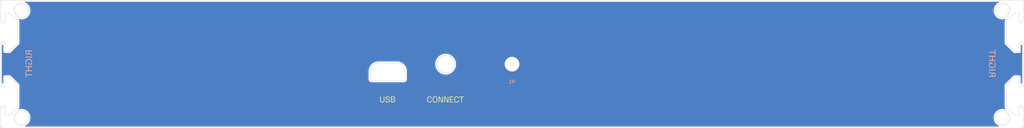
<source format=kicad_pcb>
(kicad_pcb (version 20241229) (generator "pcbnew") (generator_version "9.0")
  (layers (0 "F.Cu" signal) (2 "B.Cu" signal) (13 "F.Paste" user) (15 "B.Paste" user) (5 "F.SilkS" user "F.Silkscreen") (7 "B.SilkS" user "B.Silkscreen") (1 "F.Mask" user) (3 "B.Mask" user) (25 "Edge.Cuts" user))
  (net 0 "")
  (net 1 "GND")
  (footprint "MountingHole:MountingHole_4.5mm_Pad_TopOnly" (layer "B.Cu") (at 160 20)
    (property "Reference" "H1" (at 0 5.45 180) (layer "B.SilkS") (effects (justify mirror)))
    (property "Value" "MountingHole_Pad")
    (pad "1" thru_hole circle (at 0 0) (size 4.9 4.9) (drill 4.5) (layers "*.Cu" "*.Mask") (net 1 "GND"))
    (pad "1" connect circle (at 0 0) (size 9 9) (layers "B.Cu" "B.Mask") (net 1 "GND"))
  )
  (gr_poly (pts (xy 122.939329 30.110939) (xy 122.959204 30.111595) (xy 122.97877 30.112692) (xy 122.998025 30.114236) (xy 123.01697 30.116228) (xy 123.035605 30.118674) (xy 123.05393 30.121578) (xy 123.071945 30.124943) (xy 123.08965 30.128773) (xy 123.107045 30.133071) (xy 123.12413 30.137843) (xy 123.140904 30.143092) (xy 123.157369 30.148821) (xy 123.173524 30.155034) (xy 123.189368 30.161736) (xy 123.204903 30.16893) (xy 123.220529 30.176091) (xy 123.235667 30.183678) (xy 123.250326 30.191684) (xy 123.264511 30.200101) (xy 123.278232 30.208921) (xy 123.291496 30.218136) (xy 123.30431 30.227739) (xy 123.316683 30.237721) (xy 123.328621 30.248076) (xy 123.340134 30.258795) (xy 123.351228 30.269871) (xy 123.361911 30.281295) (xy 123.37219 30.293061) (xy 123.382075 30.305159) (xy 123.391571 30.317584) (xy 123.400688 30.330326) (xy 123.408874 30.343816) (xy 123.416559 30.357503) (xy 123.423741 30.371399) (xy 123.430414 30.385517) (xy 123.436576 30.399866) (xy 123.442223 30.41446) (xy 123.44735 30.42931) (xy 123.451954 30.444427) (xy 123.456031 30.459824) (xy 123.459576 30.475511) (xy 123.462587 30.4915) (xy 123.465059 30.507803) (xy 123.466988 30.524432) (xy 123.468371 30.541398) (xy 123.469204 30.558712) (xy 123.469482 30.576387) (xy 123.469482 30.597555) (xy 123.469296 30.61371) (xy 123.468739 30.629439) (xy 123.467809 30.644749) (xy 123.466507 30.659649) (xy 123.464833 30.674145) (xy 123.462787 30.688246) (xy 123.460369 30.70196) (xy 123.457579 30.715294) (xy 123.454416 30.728255) (xy 123.450882 30.740853) (xy 123.446976 30.753094) (xy 123.442697 30.764986) (xy 123.438046 30.776537) (xy 123.433023 30.787755) (xy 123.427627 30.798647) (xy 123.42186 30.809221) (xy 123.415349 30.819514) (xy 123.408714 30.829556) (xy 123.401954 30.839341) (xy 123.395071 30.848867) (xy 123.388063 30.858129) (xy 123.380932 30.867124) (xy 123.373676 30.875848) (xy 123.366296 30.884296) (xy 123.358792 30.892466) (xy 123.351164 30.900352) (xy 123.343412 30.907952) (xy 123.335537 30.915261) (xy 123.327537 30.922276) (xy 123.319414 30.928992) (xy 123.311166 30.935406) (xy 123.302795 30.941513) (xy 123.285056 30.952169) (xy 123.267532 30.962266) (xy 123.250195 30.971744) (xy 123.233012 30.980539) (xy 123.215954 30.98859) (xy 123.198989 30.995835) (xy 123.190531 30.999136) (xy 123.182086 31.002212) (xy 123.173648 31.005055) (xy 123.165215 31.007658) (xy 123.165215 31.044701) (xy 123.173648 31.046808) (xy 123.182086 31.04916) (xy 123.190531 31.051752) (xy 123.198989 31.054581) (xy 123.207461 31.057642) (xy 123.215954 31.060932) (xy 123.224469 31.064446) (xy 123.233012 31.068182) (xy 123.250195 31.0763) (xy 123.267532 31.085256) (xy 123.285056 31.095018) (xy 123.302795 31.105555) (xy 123.311661 31.111662) (xy 123.320396 31.118076) (xy 123.328991 31.124792) (xy 123.337438 31.131807) (xy 123.345731 31.139116) (xy 123.353861 31.146715) (xy 123.36182 31.154602) (xy 123.369601 31.162771) (xy 123.377196 31.17122) (xy 123.384597 31.179943) (xy 123.391797 31.188938) (xy 123.398787 31.1982) (xy 123.405561 31.207726) (xy 123.412109 31.217512) (xy 123.418424 31.227553) (xy 123.4245 31.237846) (xy 123.430267 31.24845) (xy 123.435663 31.259427) (xy 123.440686 31.270775) (xy 123.445337 31.282495) (xy 123.449615 31.294587) (xy 123.453522 31.307051) (xy 123.457056 31.319888) (xy 123.460218 31.333096) (xy 123.463009 31.346676) (xy 123.465427 31.360629) (xy 123.467473 31.374954) (xy 123.469146 31.38965) (xy 123.470448 31.404719) (xy 123.471378 31.42016) (xy 123.471936 31.435973) (xy 123.472122 31.452158) (xy 123.472122 31.478617) (xy 123.471843 31.497313) (xy 123.471006 31.5157) (xy 123.469611 31.533776) (xy 123.467658 31.551542) (xy 123.465146 31.568999) (xy 123.462077 31.586145) (xy 123.458449 31.602981) (xy 123.454264 31.619507) (xy 123.44952 31.635723) (xy 123.444218 31.651629) (xy 123.438358 31.667225) (xy 123.431941 31.682511) (xy 123.424965 31.697487) (xy 123.417431 31.712153) (xy 123.409338 31.726509) (xy 123.400688 31.740555) (xy 123.391542 31.753763) (xy 123.381961 31.766595) (xy 123.371947 31.779047) (xy 123.361498 31.791115) (xy 123.350615 31.802796) (xy 123.339298 31.814085) (xy 123.327547 31.824979) (xy 123.315362 31.835474) (xy 123.302743 31.845565) (xy 123.289689 31.85525) (xy 123.276202 31.864524) (xy 123.262281 31.873383) (xy 123.247925 31.881824) (xy 123.233136 31.889842) (xy 123.217913 31.897434) (xy 123.202255 31.904596) (xy 123.186692 31.91179) (xy 123.170768 31.918492) (xy 123.154496 31.924706) (xy 123.137886 31.930435) (xy 123.120951 31.935683) (xy 123.103702 31.940455) (xy 123.086151 31.944754) (xy 123.068309 31.948584) (xy 123.050188 31.951948) (xy 123.0318 31.954852) (xy 123.013155 31.957298) (xy 122.994267 31.959291) (xy 122.975146 31.960834) (xy 122.955804 31.961931) (xy 122.936253 31.962587) (xy 122.916504 31.962805) (xy 122.149208 31.962805) (xy 122.149208 31.761721) (xy 122.371468 31.761721) (xy 122.892685 31.761721) (xy 122.914173 31.76141) (xy 122.934988 31.760475) (xy 122.955135 31.758913) (xy 122.974624 31.756718) (xy 122.993462 31.753888) (xy 123.011656 31.750419) (xy 123.029215 31.746306) (xy 123.046146 31.741546) (xy 123.062457 31.736135) (xy 123.078156 31.730069) (xy 123.09325 31.723344) (xy 123.107747 31.715956) (xy 123.121654 31.707902) (xy 123.134981 31.699177) (xy 123.147733 31.689778) (xy 123.15992 31.679701) (xy 123.170988 31.669066) (xy 123.18137 31.657997) (xy 123.191063 31.646493) (xy 123.200061 31.634556) (xy 123.208363 31.622185) (xy 123.215962 31.609379) (xy 123.222857 31.59614) (xy 123.229042 31.582466) (xy 123.234514 31.568358) (xy 123.239269 31.553817) (xy 123.243304 31.538841) (xy 123.246613 31.523431) (xy 123.249194 31.507587) (xy 123.251042 31.491309) (xy 123.252154 31.474597) (xy 123.252525 31.457451) (xy 123.252525 31.433638) (xy 123.252154 31.416491) (xy 123.251042 31.399779) (xy 123.249194 31.383501) (xy 123.246613 31.367657) (xy 123.243304 31.352248) (xy 123.239269 31.337272) (xy 123.234514 31.32273) (xy 123.229042 31.308623) (xy 123.222857 31.294949) (xy 123.215962 31.28171) (xy 123.208363 31.268904) (xy 123.200061 31.256533) (xy 123.191063 31.244596) (xy 123.18137 31.233093) (xy 123.170988 31.222024) (xy 123.15992 31.21139) (xy 123.148169 31.201748) (xy 123.135741 31.192671) (xy 123.122637 31.184169) (xy 123.108863 31.176248) (xy 123.094423 31.168916) (xy 123.079319 31.162181) (xy 123.063557 31.156051) (xy 123.047139 31.150533) (xy 123.03007 31.145635) (xy 123.012355 31.141365) (xy 122.993995 31.137731) (xy 122.974996 31.13474) (xy 122.955362 31.132401) (xy 122.935096 31.13072) (xy 122.914202 31.129706) (xy 122.892685 31.129366) (xy 122.371468 31.129366) (xy 122.371468 31.761721) (xy 122.149208 31.761721) (xy 122.149208 30.928284) (xy 122.371468 30.928284) (xy 122.89798 30.928284) (xy 122.918042 30.927974) (xy 122.937549 30.927044) (xy 122.956506 30.925493) (xy 122.974917 30.923323) (xy 122.992785 30.920533) (xy 123.010114 30.917122) (xy 123.026909 30.913091) (xy 123.043172 30.908441) (xy 123.058908 30.90317) (xy 123.074121 30.897279) (xy 123.088815 30.890767) (xy 123.102994 30.883636) (xy 123.116661 30.875885) (xy 123.129821 30.867513) (xy 123.142476 30.858521) (xy 123.154633 30.848909) (xy 123.166136 30.838305) (xy 123.176841 30.827329) (xy 123.186756 30.815981) (xy 123.195888 30.804261) (xy 123.204245 30.792169) (xy 123.211835 30.779704) (xy 123.218666 30.766868) (xy 123.224745 30.75366) (xy 123.23008 30.740079) (xy 123.234678 30.726127) (xy 123.238548 30.711802) (xy 123.241697 30.697105) (xy 123.244133 30.682037) (xy 123.245863 30.666596) (xy 123.246896 30.650783) (xy 123.247238 30.634598) (xy 123.247238 30.608139) (xy 123.246896 30.591488) (xy 123.245863 30.575267) (xy 123.244133 30.559473) (xy 123.241697 30.544101) (xy 123.238548 30.529148) (xy 123.234678 30.514609) (xy 123.23008 30.500481) (xy 123.224745 30.486761) (xy 123.218666 30.473443) (xy 123.211835 30.460525) (xy 123.204245 30.448002) (xy 123.195888 30.43587) (xy 123.186756 30.424126) (xy 123.176841 30.412765) (xy 123.166136 30.401785) (xy 123.154633 30.39118) (xy 123.142476 30.381568) (xy 123.129821 30.372576) (xy 123.116661 30.364205) (xy 123.102994 30.356453) (xy 123.088815 30.349322) (xy 123.074121 30.342811) (xy 123.058908 30.33692) (xy 123.043172 30.331649) (xy 123.026909 30.326998) (xy 123.010114 30.322967) (xy 122.992785 30.319557) (xy 122.974917 30.316766) (xy 122.956506 30.314596) (xy 122.937549 30.313046) (xy 122.918042 30.312116) (xy 122.89798 30.311806) (xy 122.371468 30.311806) (xy 122.371468 30.928284) (xy 122.149208 30.928284) (xy 122.149208 30.110722) (xy 122.919144 30.110722)) (fill yes) (layer "F.SilkS"))
  (gr_poly (pts (xy 144.95015 30.311806) (xy 144.354843 30.311806) (xy 144.354843 31.962805) (xy 144.132599 31.962805) (xy 144.132599 30.311806) (xy 143.537292 30.311806) (xy 143.537292 30.110722) (xy 144.95015 30.110722)) (fill yes) (layer "F.SilkS"))
  (gr_poly (pts (xy 139.855026 31.822575) (xy 139.88942 31.822575) (xy 139.88942 30.110722) (xy 140.109024 30.110722) (xy 140.109024 31.962805) (xy 139.67775 31.962805) (xy 139.034821 30.248306) (xy 138.997772 30.248306) (xy 138.997772 31.962805) (xy 138.778168 31.962805) (xy 138.778168 30.110722) (xy 139.209442 30.110722)) (fill yes) (layer "F.SilkS"))
  (gr_poly (pts (xy 141.674316 30.311806) (xy 140.756226 30.311806) (xy 140.756226 30.930929) (xy 141.60025 30.930929) (xy 141.60025 31.132013) (xy 140.756226 31.132013) (xy 140.756226 31.761721) (xy 141.687546 31.761721) (xy 141.687546 31.962805) (xy 140.533966 31.962805) (xy 140.533966 30.110722) (xy 141.674316 30.110722)) (fill yes) (layer "F.SilkS"))
  (gr_poly (pts (xy 138.099213 31.822575) (xy 138.133621 31.822575) (xy 138.133621 30.110722) (xy 138.353226 30.110722) (xy 138.353226 31.962805) (xy 137.921951 31.962805) (xy 137.279022 30.248306) (xy 137.241974 30.248306) (xy 137.241974 31.962805) (xy 137.022369 31.962805) (xy 137.022369 30.110722) (xy 137.453629 30.110722)) (fill yes) (layer "F.SilkS"))
  (gr_poly (pts (xy 121.134946 30.073927) (xy 121.157881 30.074671) (xy 121.180552 30.075911) (xy 121.202952 30.077648) (xy 121.225073 30.07988) (xy 121.246907 30.082609) (xy 121.268447 30.085834) (xy 121.289684 30.089555) (xy 121.310612 30.093771) (xy 121.331221 30.098484) (xy 121.351505 30.103694) (xy 121.371455 30.109399) (xy 121.391065 30.1156) (xy 121.410325 30.122297) (xy 121.42923 30.129491) (xy 121.447769 30.13718) (xy 121.466374 30.145832) (xy 121.484482 30.154921) (xy 121.502094 30.164452) (xy 121.519209 30.174429) (xy 121.535829 30.184855) (xy 121.551952 30.195735) (xy 121.567579 30.207072) (xy 121.582709 30.21887) (xy 121.597344 30.231134) (xy 121.611482 30.243866) (xy 121.625125 30.257071) (xy 121.638271 30.270753) (xy 121.650922 30.284916) (xy 121.663076 30.299563) (xy 121.674735 30.314698) (xy 121.685898 30.330326) (xy 121.696005 30.345983) (xy 121.705489 30.362195) (xy 121.714344 30.378956) (xy 121.722568 30.396265) (xy 121.730156 30.414115) (xy 121.737104 30.432505) (xy 121.743409 30.45143) (xy 121.749066 30.470885) (xy 121.754073 30.490868) (xy 121.758424 30.511373) (xy 121.762117 30.532399) (xy 121.765146 30.553939) (xy 121.76751 30.575992) (xy 121.769202 30.598552) (xy 121.770221 30.621616) (xy 121.770561 30.64518) (xy 121.770561 30.756306) (xy 121.550964 30.756306) (xy 121.550964 30.64518) (xy 121.550747 30.628529) (xy 121.550096 30.612308) (xy 121.549011 30.596514) (xy 121.547491 30.581142) (xy 121.545538 30.566189) (xy 121.54315 30.551651) (xy 121.540328 30.537523) (xy 121.537072 30.523802) (xy 121.533382 30.510485) (xy 121.529258 30.497566) (xy 121.5247 30.485043) (xy 121.519708 30.472912) (xy 121.514282 30.461168) (xy 121.508422 30.449807) (xy 121.502128 30.438827) (xy 121.495399 30.428223) (xy 121.487833 30.41799) (xy 121.48001 30.408126) (xy 121.471924 30.398625) (xy 121.463567 30.389486) (xy 121.45493 30.380703) (xy 121.446007 30.372272) (xy 121.436789 30.364191) (xy 121.427269 30.356454) (xy 121.417439 30.349058) (xy 121.407291 30.342) (xy 121.396817 30.335275) (xy 121.38601 30.32888) (xy 121.374862 30.32281) (xy 121.363366 30.317061) (xy 121.351512 30.311631) (xy 121.339294 30.306515) (xy 121.326769 30.301708) (xy 121.313999 30.297212) (xy 121.300988 30.293026) (xy 121.287742 30.28915) (xy 121.274262 30.285585) (xy 121.260555 30.282329) (xy 121.246622 30.279383) (xy 121.232469 30.276748) (xy 121.218098 30.274423) (xy 121.203515 30.272407) (xy 121.188722 30.270702) (xy 121.173724 30.269307) (xy 121.158524 30.268222) (xy 121.143127 30.267447) (xy 121.127536 30.266982) (xy 121.111755 30.266827) (xy 121.089213 30.267166) (xy 121.06723 30.268181) (xy 121.045804 30.269861) (xy 121.024936 30.272201) (xy 121.004627 30.275192) (xy 120.984875 30.278826) (xy 120.965682 30.283096) (xy 120.947047 30.287993) (xy 120.92897 30.293511) (xy 120.911452 30.299641) (xy 120.894491 30.306376) (xy 120.878089 30.313707) (xy 120.862245 30.321628) (xy 120.846959 30.33013) (xy 120.832231 30.339205) (xy 120.818062 30.348846) (xy 120.804606 30.359047) (xy 120.792018 30.369801) (xy 120.780298 30.381106) (xy 120.769446 30.392958) (xy 120.759462 30.405351) (xy 120.750347 30.418284) (xy 120.742099 30.431751) (xy 120.73472 30.44575) (xy 120.728209 30.460275) (xy 120.722566 30.475324) (xy 120.717791 30.490892) (xy 120.713885 30.506976) (xy 120.710846 30.523571) (xy 120.708676 30.540674) (xy 120.707374 30.558281) (xy 120.70694 30.576387) (xy 120.707126 30.588635) (xy 120.707684 30.600572) (xy 120.708614 30.6122) (xy 120.709916 30.623517) (xy 120.711591 30.634524) (xy 120.713637 30.645221) (xy 120.716056 30.655608) (xy 120.718846 30.665685) (xy 120.722009 30.675452) (xy 120.725543 30.684908) (xy 120.72945 30.694055) (xy 120.733729 30.702892) (xy 120.738379 30.711418) (xy 120.743402 30.719635) (xy 120.748796 30.727541) (xy 120.754562 30.735138) (xy 120.760671 30.742952) (xy 120.76709 30.750522) (xy 120.773819 30.757852) (xy 120.780858 30.764945) (xy 120.788207 30.771806) (xy 120.795866 30.778438) (xy 120.803835 30.784845) (xy 120.812114 30.791031) (xy 120.820703 30.797001) (xy 120.829602 30.802757) (xy 120.83881 30.808304) (xy 120.848329 30.813645) (xy 120.858158 30.818785) (xy 120.868297 30.823727) (xy 120.878745 30.828476) (xy 120.889503 30.833035) (xy 120.911834 30.842719) (xy 120.935187 30.851969) (xy 120.959593 30.860847) (xy 120.985085 30.869415) (xy 121.011692 30.877735) (xy 121.039445 30.885869) (xy 121.068377 30.893879) (xy 121.098518 30.901827) (xy 121.236107 30.936222) (xy 121.276178 30.945523) (xy 121.31507 30.955569) (xy 121.352845 30.966359) (xy 121.389565 30.977893) (xy 121.425294 30.990171) (xy 121.460092 31.003194) (xy 121.494022 31.01696) (xy 121.527145 31.031471) (xy 121.542834 31.039068) (xy 121.558148 31.04698) (xy 121.573081 31.055208) (xy 121.58763 31.063759) (xy 121.601792 31.072635) (xy 121.615563 31.08184) (xy 121.628938 31.091379) (xy 121.641913 31.101255) (xy 121.654486 31.111472) (xy 121.666652 31.122034) (xy 121.678406 31.132945) (xy 121.689746 31.144209) (xy 121.700668 31.155829) (xy 121.711166 31.167809) (xy 121.721239 31.180154) (xy 121.730881 31.192867) (xy 121.740027 31.205983) (xy 121.748611 31.219537) (xy 121.756629 31.233533) (xy 121.764077 31.247974) (xy 121.770952 31.262865) (xy 121.77725 31.27821) (xy 121.782966 31.294012) (xy 121.788096 31.310275) (xy 121.792638 31.327004) (xy 121.796587 31.344201) (xy 121.799939 31.361871) (xy 121.80269 31.380018) (xy 121.804836 31.398646) (xy 121.806374 31.417758) (xy 121.8073 31.437358) (xy 121.80761 31.457451) (xy 121.807299 31.478101) (xy 121.806364 31.498378) (xy 121.804801 31.518284) (xy 121.802607 31.537818) (xy 121.799777 31.556979) (xy 121.796307 31.575769) (xy 121.792194 31.594186) (xy 121.787434 31.612232) (xy 121.782022 31.629905) (xy 121.775955 31.647206) (xy 121.769229 31.664136) (xy 121.76184 31.680693) (xy 121.753785 31.696878) (xy 121.745058 31.712691) (xy 121.735658 31.728132) (xy 121.725578 31.7432) (xy 121.714913 31.758362) (xy 121.703752 31.77309) (xy 121.692094 31.787384) (xy 121.679941 31.801244) (xy 121.667291 31.814669) (xy 121.654145 31.827661) (xy 121.640503 31.840218) (xy 121.626365 31.852341) (xy 121.61173 31.864031) (xy 121.5966 31.875286) (xy 121.580973 31.886107) (xy 121.564851 31.896494) (xy 121.548232 31.906446) (xy 121.531117 31.915965) (xy 121.513506 31.92505) (xy 121.495399 31.933701) (xy 121.47636 31.941855) (xy 121.456945 31.949456) (xy 121.437151 31.956506) (xy 121.416973 31.96301) (xy 121.396408 31.968972) (xy 121.375451 31.974395) (xy 121.354099 31.979283) (xy 121.332348 31.983639) (xy 121.310194 31.987469) (xy 121.287633 31.990776) (xy 121.264661 31.993563) (xy 121.241274 31.995835) (xy 121.217469 31.997596) (xy 121.193241 31.998848) (xy 121.168586 31.999597) (xy 121.143501 31.999846) (xy 121.118385 31.999566) (xy 121.093638 31.998729) (xy 121.069255 31.997334) (xy 121.045232 31.995381) (xy 121.021566 31.992869) (xy 120.998253 31.9898) (xy 120.975289 31.986172) (xy 120.95267 31.981987) (xy 120.930392 31.977243) (xy 120.908451 31.971941) (xy 120.886844 31.966081) (xy 120.865565 31.959663) (xy 120.844613 31.952687) (xy 120.823982 31.945153) (xy 120.803668 31.93706) (xy 120.783669 31.92841) (xy 120.764073 31.919171) (xy 120.744978 31.90932) (xy 120.726386 31.898865) (xy 120.708302 31.887813) (xy 120.69073 31.876171) (xy 120.673673 31.863949) (xy 120.657136 31.851152) (xy 120.641122 31.83779) (xy 120.625635 31.82387) (xy 120.61068 31.809399) (xy 120.596259 31.794386) (xy 120.582377 31.778837) (xy 120.569039 31.762762) (xy 120.556246 31.746167) (xy 120.544005 31.729061) (xy 120.532318 31.711451) (xy 120.521715 31.693312) (xy 120.511739 31.674611) (xy 120.5024 31.655344) (xy 120.493704 31.635507) (xy 120.485659 31.615097) (xy 120.478273 31.594109) (xy 120.471554 31.57254) (xy 120.465509 31.550385) (xy 120.460147 31.527642) (xy 120.455474 31.504306) (xy 120.451499 31.480372) (xy 120.44823 31.455838) (xy 120.445673 31.4307) (xy 120.443838 31.404953) (xy 120.442731 31.378593) (xy 120.44236 31.351618) (xy 120.44236 31.296055) (xy 120.661957 31.296055) (xy 120.661957 31.351618) (xy 120.662484 31.379926) (xy 120.664065 31.407304) (xy 120.666701 31.433752) (xy 120.670391 31.45927) (xy 120.675135 31.483857) (xy 120.680934 31.507514) (xy 120.687786 31.530242) (xy 120.695693 31.552039) (xy 120.704654 31.572906) (xy 120.714669 31.592842) (xy 120.725739 31.611849) (xy 120.737862 31.629925) (xy 120.75104 31.647072) (xy 120.765272 31.663288) (xy 120.780558 31.678574) (xy 120.796898 31.69293) (xy 120.814074 31.706852) (xy 120.831867 31.719848) (xy 120.850272 31.731921) (xy 120.869286 31.743076) (xy 120.888904 31.753317) (xy 120.909124 31.762646) (xy 120.929939 31.771069) (xy 120.951348 31.778589) (xy 120.973346 31.785209) (xy 120.995929 31.790934) (xy 121.019094 31.795768) (xy 121.042836 31.799715) (xy 121.067152 31.802777) (xy 121.092037 31.80496) (xy 121.117488 31.806267) (xy 121.143501 31.806702) (xy 121.170354 31.8063) (xy 121.196346 31.8051) (xy 121.221486 31.803109) (xy 121.24578 31.800335) (xy 121.269237 31.796786) (xy 121.291865 31.79247) (xy 121.313671 31.787394) (xy 121.334663 31.781566) (xy 121.35485 31.774994) (xy 121.374237 31.767685) (xy 121.392835 31.759648) (xy 121.410649 31.75089) (xy 121.427689 31.741419) (xy 121.443961 31.731243) (xy 121.459474 31.720369) (xy 121.474236 31.708805) (xy 121.488158 31.696653) (xy 121.501154 31.684016) (xy 121.513227 31.670906) (xy 121.524382 31.657336) (xy 121.534622 31.643315) (xy 121.543952 31.628857) (xy 121.552374 31.613972) (xy 121.559894 31.598672) (xy 121.566514 31.58297) (xy 121.572239 31.566876) (xy 121.577073 31.550402) (xy 121.581019 31.53356) (xy 121.584081 31.516361) (xy 121.586264 31.498817) (xy 121.58757 31.48094) (xy 121.588005 31.462742) (xy 121.587789 31.450028) (xy 121.587147 31.437679) (xy 121.586086 31.425686) (xy 121.584615 31.414042) (xy 121.58274 31.402739) (xy 121.580469 31.391769) (xy 121.577812 31.381125) (xy 121.574774 31.370799) (xy 121.571364 31.360783) (xy 121.56759 31.351069) (xy 121.563459 31.34165) (xy 121.558979 31.332517) (xy 121.554159 31.323664) (xy 121.549004 31.315082) (xy 121.543525 31.306763) (xy 121.537727 31.2987) (xy 121.531123 31.290886) (xy 121.524205 31.283311) (xy 121.516968 31.275969) (xy 121.50941 31.268852) (xy 121.501527 31.261952) (xy 121.493314 31.255261) (xy 121.484768 31.248772) (xy 121.475884 31.242476) (xy 121.46666 31.236367) (xy 121.45709 31.230436) (xy 121.447172 31.224675) (xy 121.436901 31.219077) (xy 121.426273 31.213634) (xy 121.415285 31.208339) (xy 121.403933 31.203183) (xy 121.392212 31.198158) (xy 121.36878 31.189239) (xy 121.344171 31.180382) (xy 121.318446 31.171649) (xy 121.291667 31.163102) (xy 121.263897 31.154802) (xy 121.235196 31.146813) (xy 121.205629 31.139196) (xy 121.175255 31.132013) (xy 121.037674 31.097618) (xy 120.997613 31.087324) (xy 120.958793 31.076286) (xy 120.921212 31.064503) (xy 120.884872 31.051977) (xy 120.849773 31.038706) (xy 120.815913 31.024692) (xy 120.783294 31.009933) (xy 120.751915 30.994431) (xy 120.736287 30.986834) (xy 120.721148 30.978927) (xy 120.706489 30.970711) (xy 120.692303 30.962184) (xy 120.678582 30.953348) (xy 120.665318 30.944201) (xy 120.652504 30.934744) (xy 120.640132 30.924977) (xy 120.628194 30.9149) (xy 120.616682 30.904513) (xy 120.605588 30.893816) (xy 120.594906 30.882809) (xy 120.584627 30.871492) (xy 120.574743 30.859865) (xy 120.565246 30.847927) (xy 120.556129 30.83568) (xy 120.547944 30.82306) (xy 120.540258 30.810002) (xy 120.533077 30.796502) (xy 120.526403 30.782557) (xy 120.520241 30.768162) (xy 120.514595 30.753313) (xy 120.509468 30.738007) (xy 120.504864 30.72224) (xy 120.500787 30.706007) (xy 120.497241 30.689306) (xy 120.494231 30.672132) (xy 120.491759 30.654482) (xy 120.489829 30.63635) (xy 120.488446 30.617735) (xy 120.487614 30.598631) (xy 120.487335 30.579035) (xy 120.487645 30.559842) (xy 120.488575 30.54096) (xy 120.490126 30.522387) (xy 120.492296 30.504124) (xy 120.495087 30.486172) (xy 120.498497 30.468529) (xy 120.502528 30.451197) (xy 120.507179 30.434175) (xy 120.51245 30.417462) (xy 120.518342 30.40106) (xy 120.524853 30.384968) (xy 120.531984 30.369186) (xy 120.539736 30.353714) (xy 120.548108 30.338552) (xy 120.557099 30.3237) (xy 120.566711 30.309158) (xy 120.576851 30.294989) (xy 120.587429 30.281253) (xy 120.598449 30.267952) (xy 120.609914 30.255085) (xy 120.621829 30.242651) (xy 120.634197 30.230652) (xy 120.647023 30.219087) (xy 120.66031 30.207956) (xy 120.674062 30.197259) (xy 120.688282 30.186997) (xy 120.702976 30.177168) (xy 120.718146 30.167773) (xy 120.733796 30.158813) (xy 120.749931 30.150286) (xy 120.766554 30.142193) (xy 120.783669 30.134535) (xy 120.801684 30.127311) (xy 120.820014 30.120525) (xy 120.838661 30.114181) (xy 120.85763 30.108283) (xy 120.876925 30.102834) (xy 120.896548 30.097839) (xy 120.916506 30.093301) (xy 120.9368 30.089224) (xy 120.957435 30.085612) (xy 120.978416 30.08247) (xy 120.999744 30.0798) (xy 121.021426 30.077607) (xy 121.043464 30.075894) (xy 121.065862 30.074666) (xy 121.088625 30.073926) (xy 121.111755 30.073679)) (fill yes) (layer "F.SilkS"))
  (gr_poly (pts (xy 135.965796 30.074424) (xy 136.005885 30.076661) (xy 136.04492 30.080394) (xy 136.082901 30.085627) (xy 136.119828 30.092364) (xy 136.155701 30.100608) (xy 136.190519 30.110364) (xy 136.224283 30.121635) (xy 136.256993 30.134426) (xy 136.288649 30.14874) (xy 136.319251 30.164581) (xy 136.348799 30.181953) (xy 136.377293 30.200859) (xy 136.404733 30.221305) (xy 136.431119 30.243292) (xy 136.456451 30.266827) (xy 136.480019 30.291322) (xy 136.502095 30.317185) (xy 136.522673 30.34442) (xy 136.541752 30.373032) (xy 136.559326 30.403023) (xy 136.575392 30.434397) (xy 136.589947 30.46716) (xy 136.602985 30.501313) (xy 136.614504 30.536862) (xy 136.6245 30.57381) (xy 136.632969 30.612161) (xy 136.639906 30.651919) (xy 136.645308 30.693088) (xy 136.649172 30.735672) (xy 136.651493 30.779674) (xy 136.652267 30.825098) (xy 136.652267 31.24843) (xy 136.651493 31.293855) (xy 136.649172 31.337857) (xy 136.645308 31.38044) (xy 136.639906 31.421609) (xy 136.632969 31.461367) (xy 136.6245 31.499718) (xy 136.614504 31.536666) (xy 136.602985 31.572214) (xy 136.589947 31.606368) (xy 136.575392 31.63913) (xy 136.559326 31.670505) (xy 136.541752 31.700496) (xy 136.522673 31.729107) (xy 136.502095 31.756343) (xy 136.480019 31.782206) (xy 136.456451 31.806702) (xy 136.431119 31.830235) (xy 136.404733 31.852223) (xy 136.377293 31.872668) (xy 136.348799 31.891574) (xy 136.319251 31.908946) (xy 136.288649 31.924786) (xy 136.256993 31.9391) (xy 136.224283 31.95189) (xy 136.190519 31.963161) (xy 136.155701 31.972917) (xy 136.119828 31.981161) (xy 136.082901 31.987898) (xy 136.04492 31.993131) (xy 136.005885 31.996864) (xy 135.965796 31.999101) (xy 135.924652 31.999846) (xy 135.883973 31.999101) (xy 135.84429 31.996864) (xy 135.805608 31.993131) (xy 135.767929 31.987898) (xy 135.731258 31.981161) (xy 135.695598 31.972917) (xy 135.660954 31.963161) (xy 135.627329 31.95189) (xy 135.594727 31.9391) (xy 135.563152 31.924786) (xy 135.532607 31.908946) (xy 135.503097 31.891574) (xy 135.474625 31.872668) (xy 135.447195 31.852223) (xy 135.420811 31.830235) (xy 135.395477 31.806702) (xy 135.371915 31.782206) (xy 135.349844 31.756343) (xy 135.329269 31.729107) (xy 135.310194 31.700496) (xy 135.292623 31.670505) (xy 135.276559 31.63913) (xy 135.262007 31.606368) (xy 135.24897 31.572214) (xy 135.237452 31.536666) (xy 135.227457 31.499718) (xy 135.21899 31.461367) (xy 135.212053 31.421609) (xy 135.206651 31.38044) (xy 135.202787 31.337857) (xy 135.200466 31.293855) (xy 135.199692 31.24843) (xy 135.199692 30.825098) (xy 135.199827 30.817158) (xy 135.421936 30.817158) (xy 135.421936 31.256367) (xy 135.422434 31.288149) (xy 135.423931 31.319004) (xy 135.426437 31.348937) (xy 135.429958 31.377952) (xy 135.434502 31.406051) (xy 135.440077 31.43324) (xy 135.446691 31.459522) (xy 135.454351 31.484901) (xy 135.463066 31.509381) (xy 135.472842 31.532966) (xy 135.483688 31.555659) (xy 135.495611 31.577465) (xy 135.508619 31.598387) (xy 135.52272 31.618429) (xy 135.537921 31.637595) (xy 135.55423 31.65589) (xy 135.571472 31.67322) (xy 135.589465 31.689489) (xy 135.608218 31.704688) (xy 135.627738 31.718809) (xy 135.648033 31.731846) (xy 135.669111 31.743789) (xy 135.690979 31.754632) (xy 135.713646 31.764367) (xy 135.737119 31.772985) (xy 135.761405 31.78048) (xy 135.786514 31.786842) (xy 135.812451 31.792066) (xy 135.839226 31.796142) (xy 135.866846 31.799063) (xy 135.895319 31.800821) (xy 135.924652 31.801409) (xy 135.954479 31.800821) (xy 135.983438 31.799063) (xy 136.011529 31.796142) (xy 136.038752 31.792066) (xy 136.065107 31.786842) (xy 136.090594 31.78048) (xy 136.115213 31.772985) (xy 136.138964 31.764367) (xy 136.161846 31.754632) (xy 136.183861 31.743789) (xy 136.205007 31.731846) (xy 136.225285 31.718809) (xy 136.244695 31.704688) (xy 136.263236 31.689489) (xy 136.280909 31.67322) (xy 136.297714 31.65589) (xy 136.314026 31.637595) (xy 136.329229 31.618429) (xy 136.343331 31.598387) (xy 136.356339 31.577465) (xy 136.368263 31.555659) (xy 136.379109 31.532966) (xy 136.388884 31.509381) (xy 136.397598 31.484901) (xy 136.405258 31.459522) (xy 136.411871 31.43324) (xy 136.417445 31.406051) (xy 136.421988 31.377952) (xy 136.425509 31.348937) (xy 136.428013 31.319004) (xy 136.429511 31.288149) (xy 136.430008 31.256367) (xy 136.430008 30.817158) (xy 136.429511 30.785376) (xy 136.428013 30.754521) (xy 136.425509 30.724588) (xy 136.421988 30.695574) (xy 136.417445 30.667475) (xy 136.411871 30.640286) (xy 136.405258 30.614004) (xy 136.397598 30.588625) (xy 136.388884 30.564145) (xy 136.379109 30.540561) (xy 136.368263 30.517868) (xy 136.356339 30.496062) (xy 136.343331 30.475141) (xy 136.329229 30.455099) (xy 136.314026 30.435933) (xy 136.297714 30.417639) (xy 136.280909 30.400308) (xy 136.263236 30.384038) (xy 136.244695 30.368839) (xy 136.225285 30.354717) (xy 136.205007 30.34168) (xy 136.183861 30.329737) (xy 136.161846 30.318894) (xy 136.138964 30.309159) (xy 136.115213 30.300541) (xy 136.090594 30.293046) (xy 136.065107 30.286684) (xy 136.038752 30.281461) (xy 136.011529 30.277385) (xy 135.983438 30.274464) (xy 135.954479 30.272705) (xy 135.924652 30.272118) (xy 135.895319 30.272705) (xy 135.866846 30.274464) (xy 135.839226 30.277385) (xy 135.812451 30.281461) (xy 135.786514 30.286684) (xy 135.761405 30.293046) (xy 135.737119 30.300541) (xy 135.713646 30.309159) (xy 135.690979 30.318894) (xy 135.669111 30.329737) (xy 135.648033 30.34168) (xy 135.627738 30.354717) (xy 135.608218 30.368839) (xy 135.589465 30.384038) (xy 135.571472 30.400308) (xy 135.55423 30.417639) (xy 135.537921 30.435933) (xy 135.52272 30.455099) (xy 135.508619 30.475141) (xy 135.495611 30.496062) (xy 135.483688 30.517868) (xy 135.472842 30.540561) (xy 135.463066 30.564145) (xy 135.454351 30.588625) (xy 135.446691 30.614004) (xy 135.440077 30.640286) (xy 135.434502 30.667475) (xy 135.429958 30.695574) (xy 135.426437 30.724588) (xy 135.423931 30.754521) (xy 135.422434 30.785376) (xy 135.421936 30.817158) (xy 135.199827 30.817158) (xy 135.200466 30.779674) (xy 135.202787 30.735672) (xy 135.206651 30.693088) (xy 135.212053 30.651919) (xy 135.21899 30.612161) (xy 135.227457 30.57381) (xy 135.237452 30.536862) (xy 135.24897 30.501313) (xy 135.262007 30.46716) (xy 135.276559 30.434397) (xy 135.292623 30.403023) (xy 135.310194 30.373032) (xy 135.329269 30.34442) (xy 135.349844 30.317185) (xy 135.371915 30.291322) (xy 135.395477 30.266827) (xy 135.420811 30.243292) (xy 135.447195 30.221305) (xy 135.474625 30.200859) (xy 135.503097 30.181953) (xy 135.532607 30.164581) (xy 135.563152 30.14874) (xy 135.594727 30.134426) (xy 135.627329 30.121635) (xy 135.660954 30.110364) (xy 135.695598 30.100608) (xy 135.731258 30.092364) (xy 135.767929 30.085627) (xy 135.805608 30.080394) (xy 135.84429 30.076661) (xy 135.883973 30.074424) (xy 135.924652 30.073679)) (fill yes) (layer "F.SilkS"))
  (gr_poly (pts (xy 134.26428 30.074392) (xy 134.303684 30.076532) (xy 134.341901 30.080097) (xy 134.378929 30.085089) (xy 134.414763 30.091508) (xy 134.4494 30.099352) (xy 134.482835 30.108623) (xy 134.515064 30.11932) (xy 134.546085 30.131444) (xy 134.575892 30.144994) (xy 134.604483 30.159969) (xy 134.631853 30.176372) (xy 134.657999 30.1942) (xy 134.682916 30.213455) (xy 134.706601 30.234136) (xy 134.72905 30.256243) (xy 134.750194 30.27959) (xy 134.769975 30.303992) (xy 134.788392 30.329447) (xy 134.805444 30.355957) (xy 134.821133 30.383521) (xy 134.835457 30.41214) (xy 134.848418 30.441812) (xy 134.860014 30.472539) (xy 134.870246 30.50432) (xy 134.879114 30.537155) (xy 134.886617 30.571045) (xy 134.892757 30.605989) (xy 134.897532 30.641987) (xy 134.900943 30.679039) (xy 134.902989 30.717145) (xy 134.903671 30.756306) (xy 134.903671 30.769535) (xy 134.684067 30.769535) (xy 134.684067 30.748367) (xy 134.683632 30.722385) (xy 134.682325 30.697022) (xy 134.680142 30.672279) (xy 134.677079 30.648157) (xy 134.673133 30.624654) (xy 134.668299 30.601772) (xy 134.662573 30.57951) (xy 134.655952 30.557868) (xy 134.648433 30.536846) (xy 134.64001 30.516444) (xy 134.630681 30.496662) (xy 134.62044 30.4775) (xy 134.609286 30.458959) (xy 134.597213 30.441037) (xy 134.584218 30.423736) (xy 134.570297 30.407055) (xy 134.555941 30.390715) (xy 134.540646 30.375428) (xy 134.524406 30.361197) (xy 134.507212 30.348019) (xy 134.489057 30.335896) (xy 134.469933 30.324827) (xy 134.449832 30.314812) (xy 134.428747 30.305851) (xy 134.40667 30.297945) (xy 134.383592 30.291093) (xy 134.359507 30.285295) (xy 134.334407 30.280551) (xy 134.308283 30.276861) (xy 134.281128 30.274226) (xy 134.252934 30.272645) (xy 134.223694 30.272118) (xy 134.194796 30.272705) (xy 134.166651 30.274464) (xy 134.139266 30.277385) (xy 134.112648 30.281461) (xy 134.086806 30.286684) (xy 134.061747 30.293046) (xy 134.037479 30.300541) (xy 134.014009 30.309159) (xy 133.991346 30.318894) (xy 133.969497 30.329737) (xy 133.948469 30.34168) (xy 133.928271 30.354717) (xy 133.90891 30.368839) (xy 133.890394 30.384038) (xy 133.87273 30.400308) (xy 133.855927 30.417639) (xy 133.839615 30.435962) (xy 133.824412 30.455212) (xy 133.81031 30.475385) (xy 133.797301 30.496476) (xy 133.785378 30.518482) (xy 133.774532 30.541398) (xy 133.764756 30.565221) (xy 133.756042 30.589948) (xy 133.748383 30.615574) (xy 133.74177 30.642095) (xy 133.736196 30.669507) (xy 133.731652 30.697807) (xy 133.728132 30.726991) (xy 133.725627 30.757054) (xy 133.72413 30.787994) (xy 133.723633 30.819805) (xy 133.723633 31.253721) (xy 133.72413 31.285533) (xy 133.725627 31.316472) (xy 133.728132 31.346536) (xy 133.731652 31.375719) (xy 133.736196 31.404019) (xy 133.74177 31.431432) (xy 133.748383 31.457953) (xy 133.756042 31.483579) (xy 133.764756 31.508305) (xy 133.774532 31.532129) (xy 133.785378 31.555045) (xy 133.797301 31.577051) (xy 133.81031 31.598143) (xy 133.824412 31.618315) (xy 133.839615 31.637566) (xy 133.855927 31.65589) (xy 133.87273 31.67322) (xy 133.890394 31.689489) (xy 133.90891 31.704688) (xy 133.928271 31.718809) (xy 133.948469 31.731846) (xy 133.969497 31.743789) (xy 133.991346 31.754632) (xy 134.014009 31.764367) (xy 134.037479 31.772985) (xy 134.061747 31.78048) (xy 134.086806 31.786842) (xy 134.112648 31.792066) (xy 134.139266 31.796142) (xy 134.166651 31.799063) (xy 134.194796 31.800821) (xy 134.223694 31.801409) (xy 134.252934 31.800882) (xy 134.281128 31.7993) (xy 134.308283 31.796665) (xy 134.334407 31.792975) (xy 134.359507 31.788231) (xy 134.383592 31.782433) (xy 134.40667 31.775581) (xy 134.428747 31.767674) (xy 134.449832 31.758713) (xy 134.469933 31.748698) (xy 134.489057 31.737629) (xy 134.507212 31.725506) (xy 134.524406 31.712328) (xy 134.540646 31.698096) (xy 134.555941 31.68281) (xy 134.570297 31.66647) (xy 134.584218 31.64976) (xy 134.597213 31.632379) (xy 134.609286 31.61434) (xy 134.62044 31.595653) (xy 134.630681 31.576331) (xy 134.64001 31.556385) (xy 134.648433 31.535826) (xy 134.655952 31.514666) (xy 134.662573 31.492918) (xy 134.668299 31.470592) (xy 134.673133 31.4477) (xy 134.677079 31.424253) (xy 134.680142 31.400265) (xy 134.682325 31.375745) (xy 134.683632 31.350706) (xy 134.684067 31.325159) (xy 134.684067 31.282825) (xy 134.903671 31.282825) (xy 134.903671 31.317221) (xy 134.902989 31.356381) (xy 134.900943 31.394488) (xy 134.897532 31.43154) (xy 134.892757 31.467537) (xy 134.886617 31.502481) (xy 134.879114 31.53637) (xy 134.870246 31.569205) (xy 134.860014 31.600986) (xy 134.848418 31.631713) (xy 134.835457 31.661385) (xy 134.821133 31.690003) (xy 134.805444 31.717567) (xy 134.788392 31.744077) (xy 134.769975 31.769533) (xy 134.750194 31.793934) (xy 134.72905 31.817282) (xy 134.706601 31.839389) (xy 134.682916 31.860071) (xy 134.657999 31.879326) (xy 134.631853 31.897154) (xy 134.604483 31.913557) (xy 134.575892 31.928533) (xy 134.546085 31.942082) (xy 134.515064 31.954206) (xy 134.482835 31.964902) (xy 134.4494 31.974173) (xy 134.414763 31.982018) (xy 134.378929 31.988436) (xy 134.341901 31.993427) (xy 134.303684 31.996993) (xy 134.26428 31.999132) (xy 134.223694 31.999846) (xy 134.183045 31.999101) (xy 134.143446 31.996864) (xy 134.104893 31.993131) (xy 134.067383 31.987898) (xy 134.030912 31.981161) (xy 133.995476 31.972917) (xy 133.961071 31.963161) (xy 133.927692 31.95189) (xy 133.895337 31.9391) (xy 133.864002 31.924786) (xy 133.833681 31.908946) (xy 133.804372 31.891574) (xy 133.776071 31.872668) (xy 133.748774 31.852223) (xy 133.722476 31.830235) (xy 133.697174 31.806702) (xy 133.673609 31.782206) (xy 133.651536 31.756343) (xy 133.630959 31.729107) (xy 133.611882 31.700496) (xy 133.59431 31.670505) (xy 133.578245 31.63913) (xy 133.563691 31.606368) (xy 133.550653 31.572214) (xy 133.539135 31.536666) (xy 133.52914 31.499718) (xy 133.520672 31.461367) (xy 133.513735 31.421609) (xy 133.508332 31.38044) (xy 133.504469 31.337857) (xy 133.502148 31.293855) (xy 133.501373 31.24843) (xy 133.501373 30.825098) (xy 133.502148 30.779674) (xy 133.504469 30.735672) (xy 133.508332 30.693088) (xy 133.513735 30.651919) (xy 133.520672 30.612161) (xy 133.52914 30.57381) (xy 133.539135 30.536862) (xy 133.550653 30.501313) (xy 133.563691 30.46716) (xy 133.578245 30.434397) (xy 133.59431 30.403023) (xy 133.611882 30.373032) (xy 133.630959 30.34442) (xy 133.651536 30.317185) (xy 133.673609 30.291322) (xy 133.697174 30.266827) (xy 133.722476 30.243292) (xy 133.748774 30.221305) (xy 133.776071 30.200859) (xy 133.804372 30.181953) (xy 133.833681 30.164581) (xy 133.864002 30.14874) (xy 133.895337 30.134426) (xy 133.927692 30.121635) (xy 133.961071 30.110364) (xy 133.995476 30.100608) (xy 134.030912 30.092364) (xy 134.067383 30.085627) (xy 134.104893 30.080394) (xy 134.143446 30.076661) (xy 134.183045 30.074424) (xy 134.223694 30.073679)) (fill yes) (layer "F.SilkS"))
  (gr_poly (pts (xy 118.973099 31.346325) (xy 118.973564 31.374168) (xy 118.974959 31.401143) (xy 118.977285 31.42725) (xy 118.98054 31.452489) (xy 118.984726 31.476859) (xy 118.989843 31.500362) (xy 118.995889 31.522996) (xy 119.002866 31.544762) (xy 119.010773 31.56566) (xy 119.01961 31.58569) (xy 119.029378 31.604852) (xy 119.040076 31.623145) (xy 119.051704 31.640571) (xy 119.064262 31.657128) (xy 119.077751 31.672817) (xy 119.092171 31.687637) (xy 119.107921 31.701124) (xy 119.124415 31.713796) (xy 119.141654 31.725647) (xy 119.159636 31.736668) (xy 119.178363 31.746852) (xy 119.197834 31.756191) (xy 119.21805 31.764678) (xy 119.239009 31.772304) (xy 119.260712 31.779062) (xy 119.28316 31.784944) (xy 119.306352 31.789943) (xy 119.330288 31.79405) (xy 119.354967 31.797258) (xy 119.380391 31.799559) (xy 119.40656 31.800945) (xy 119.433472 31.801409) (xy 119.460852 31.800945) (xy 119.487426 31.799559) (xy 119.513193 31.797258) (xy 119.538154 31.79405) (xy 119.562308 31.789943) (xy 119.585656 31.784944) (xy 119.608198 31.779062) (xy 119.629933 31.772304) (xy 119.650862 31.764678) (xy 119.670985 31.756191) (xy 119.690301 31.746852) (xy 119.708811 31.736668) (xy 119.726515 31.725647) (xy 119.743412 31.713796) (xy 119.759503 31.701124) (xy 119.774788 31.687637) (xy 119.789672 31.672817) (xy 119.803567 31.657128) (xy 119.816478 31.640571) (xy 119.828408 31.623145) (xy 119.839361 31.604852) (xy 119.849341 31.58569) (xy 119.858353 31.56566) (xy 119.866399 31.544762) (xy 119.873484 31.522996) (xy 119.879611 31.500362) (xy 119.884786 31.476859) (xy 119.88901 31.452489) (xy 119.892289 31.42725) (xy 119.894627 31.401143) (xy 119.896026 31.374168) (xy 119.896492 31.346325) (xy 119.896492 30.110722) (xy 120.118752 30.110722) (xy 120.118752 31.343679) (xy 120.118411 31.37022) (xy 120.117392 31.39626) (xy 120.115699 31.421796) (xy 120.113335 31.446825) (xy 120.110305 31.471342) (xy 120.106612 31.495344) (xy 120.10226 31.518826) (xy 120.097253 31.541786) (xy 120.091595 31.564218) (xy 120.085289 31.586119) (xy 120.07834 31.607485) (xy 120.070752 31.628313) (xy 120.062528 31.648598) (xy 120.053672 31.668336) (xy 120.044188 31.687524) (xy 120.034081 31.706158) (xy 120.023384 31.724205) (xy 120.01213 31.741639) (xy 120.000317 31.758469) (xy 119.987946 31.774702) (xy 119.975016 31.790346) (xy 119.961528 31.805408) (xy 119.947482 31.819897) (xy 119.932878 31.83382) (xy 119.917716 31.847185) (xy 119.901996 31.859999) (xy 119.885718 31.872271) (xy 119.868882 31.884008) (xy 119.851488 31.895218) (xy 119.833536 31.905908) (xy 119.815027 31.916087) (xy 119.795959 31.925762) (xy 119.776395 31.934879) (xy 119.756401 31.943379) (xy 119.73598 31.951267) (xy 119.715137 31.958546) (xy 119.693875 31.965221) (xy 119.672198 31.971295) (xy 119.650111 31.976772) (xy 119.627616 31.981656) (xy 119.604718 31.985951) (xy 119.581421 31.98966) (xy 119.557729 31.992789) (xy 119.533645 31.995339) (xy 119.509173 31.997317) (xy 119.484318 31.998724) (xy 119.459083 31.999566) (xy 119.433472 31.999846) (xy 119.407892 31.999566) (xy 119.382742 31.998724) (xy 119.358018 31.997317) (xy 119.333717 31.995339) (xy 119.309834 31.992789) (xy 119.286366 31.98966) (xy 119.263309 31.985951) (xy 119.240659 31.981656) (xy 119.218412 31.976772) (xy 119.196564 31.971295) (xy 119.175112 31.965221) (xy 119.154051 31.958546) (xy 119.133378 31.951267) (xy 119.113089 31.943379) (xy 119.09318 31.934879) (xy 119.073647 31.925762) (xy 119.054577 31.916087) (xy 119.036065 31.905908) (xy 119.018112 31.895218) (xy 119.000717 31.884008) (xy 118.983881 31.872271) (xy 118.967603 31.859999) (xy 118.951883 31.847185) (xy 118.936721 31.83382) (xy 118.922117 31.819897) (xy 118.908072 31.805408) (xy 118.894584 31.790346) (xy 118.881655 31.774702) (xy 118.869284 31.758469) (xy 118.857471 31.741639) (xy 118.846215 31.724205) (xy 118.835518 31.706158) (xy 118.824975 31.687524) (xy 118.815169 31.668336) (xy 118.806091 31.648598) (xy 118.797734 31.628313) (xy 118.79009 31.607485) (xy 118.783152 31.586119) (xy 118.776911 31.564218) (xy 118.771359 31.541786) (xy 118.76649 31.518826) (xy 118.762296 31.495344) (xy 118.758767 31.471342) (xy 118.755898 31.446825) (xy 118.75368 31.421796) (xy 118.752105 31.39626) (xy 118.751166 31.37022) (xy 118.750854 31.343679) (xy 118.750854 30.110722) (xy 118.973099 30.110722)) (fill yes) (layer "F.SilkS"))
  (gr_poly (pts (xy 142.734172 30.074392) (xy 142.773574 30.076532) (xy 142.81179 30.080097) (xy 142.848817 30.085089) (xy 142.884651 30.091508) (xy 142.919287 30.099352) (xy 142.952723 30.108623) (xy 142.984953 30.11932) (xy 143.015974 30.131444) (xy 143.045783 30.144994) (xy 143.074374 30.159969) (xy 143.101745 30.176372) (xy 143.127892 30.1942) (xy 143.15281 30.213455) (xy 143.176495 30.234136) (xy 143.198944 30.256243) (xy 143.220089 30.27959) (xy 143.23987 30.303992) (xy 143.258286 30.329447) (xy 143.275339 30.355957) (xy 143.291027 30.383521) (xy 143.305352 30.41214) (xy 143.318312 30.441812) (xy 143.329908 30.472539) (xy 143.34014 30.50432) (xy 143.349008 30.537155) (xy 143.356512 30.571045) (xy 143.362651 30.605989) (xy 143.367426 30.641987) (xy 143.370837 30.679039) (xy 143.372884 30.717145) (xy 143.373566 30.756306) (xy 143.373566 30.769535) (xy 143.153961 30.769535) (xy 143.153961 30.748367) (xy 143.153526 30.722385) (xy 143.152219 30.697022) (xy 143.150036 30.672279) (xy 143.146974 30.648157) (xy 143.143027 30.624654) (xy 143.138193 30.601772) (xy 143.132468 30.57951) (xy 143.125847 30.557868) (xy 143.118327 30.536846) (xy 143.109904 30.516444) (xy 143.100575 30.496662) (xy 143.090335 30.4775) (xy 143.07918 30.458959) (xy 143.067108 30.441037) (xy 143.054113 30.423736) (xy 143.040192 30.407055) (xy 143.025835 30.390715) (xy 143.01054 30.375428) (xy 142.9943 30.361197) (xy 142.977106 30.348019) (xy 142.958951 30.335896) (xy 142.939827 30.324827) (xy 142.919727 30.314812) (xy 142.898642 30.305851) (xy 142.876564 30.297945) (xy 142.853487 30.291093) (xy 142.829402 30.285295) (xy 142.804301 30.280551) (xy 142.778177 30.276861) (xy 142.751022 30.274226) (xy 142.722828 30.272645) (xy 142.693588 30.272118) (xy 142.664691 30.272705) (xy 142.636545 30.274464) (xy 142.60916 30.277385) (xy 142.582543 30.281461) (xy 142.556701 30.286684) (xy 142.531642 30.293046) (xy 142.507373 30.300541) (xy 142.483904 30.309159) (xy 142.461241 30.318894) (xy 142.439391 30.329737) (xy 142.418364 30.34168) (xy 142.398165 30.354717) (xy 142.378804 30.368839) (xy 142.360288 30.384038) (xy 142.342624 30.400308) (xy 142.325821 30.417639) (xy 142.309509 30.435962) (xy 142.294306 30.455212) (xy 142.280204 30.475385) (xy 142.267196 30.496476) (xy 142.255272 30.518482) (xy 142.244427 30.541398) (xy 142.234651 30.565221) (xy 142.225937 30.589948) (xy 142.218277 30.615574) (xy 142.211664 30.642095) (xy 142.20609 30.669507) (xy 142.201547 30.697807) (xy 142.198026 30.726991) (xy 142.195522 30.757054) (xy 142.194025 30.787994) (xy 142.193527 30.819805) (xy 142.193527 31.253721) (xy 142.194025 31.285533) (xy 142.195522 31.316472) (xy 142.198026 31.346536) (xy 142.201547 31.375719) (xy 142.20609 31.404019) (xy 142.211664 31.431432) (xy 142.218277 31.457953) (xy 142.225937 31.483579) (xy 142.234651 31.508305) (xy 142.244427 31.532129) (xy 142.255272 31.555045) (xy 142.267196 31.577051) (xy 142.280204 31.598143) (xy 142.294306 31.618315) (xy 142.309509 31.637566) (xy 142.325821 31.65589) (xy 142.342624 31.67322) (xy 142.360288 31.689489) (xy 142.378804 31.704688) (xy 142.398165 31.718809) (xy 142.418364 31.731846) (xy 142.439391 31.743789) (xy 142.461241 31.754632) (xy 142.483904 31.764367) (xy 142.507373 31.772985) (xy 142.531642 31.78048) (xy 142.556701 31.786842) (xy 142.582543 31.792066) (xy 142.60916 31.796142) (xy 142.636545 31.799063) (xy 142.664691 31.800821) (xy 142.693588 31.801409) (xy 142.722828 31.800882) (xy 142.751022 31.7993) (xy 142.778177 31.796665) (xy 142.804301 31.792975) (xy 142.829402 31.788231) (xy 142.853487 31.782433) (xy 142.876564 31.775581) (xy 142.898642 31.767674) (xy 142.919727 31.758713) (xy 142.939827 31.748698) (xy 142.958951 31.737629) (xy 142.977106 31.725506) (xy 142.9943 31.712328) (xy 143.01054 31.698096) (xy 143.025835 31.68281) (xy 143.040192 31.66647) (xy 143.054113 31.64976) (xy 143.067108 31.632379) (xy 143.07918 31.61434) (xy 143.090335 31.595653) (xy 143.100575 31.576331) (xy 143.109904 31.556385) (xy 143.118327 31.535826) (xy 143.125847 31.514666) (xy 143.132468 31.492918) (xy 143.138193 31.470592) (xy 143.143027 31.4477) (xy 143.146974 31.424253) (xy 143.150036 31.400265) (xy 143.152219 31.375745) (xy 143.153526 31.350706) (xy 143.153961 31.325159) (xy 143.153961 31.282825) (xy 143.373566 31.282825) (xy 143.373566 31.317221) (xy 143.372884 31.356381) (xy 143.370837 31.394488) (xy 143.367426 31.43154) (xy 143.362651 31.467537) (xy 143.356512 31.502481) (xy 143.349008 31.53637) (xy 143.34014 31.569205) (xy 143.329908 31.600986) (xy 143.318312 31.631713) (xy 143.305352 31.661385) (xy 143.291027 31.690003) (xy 143.275339 31.717567) (xy 143.258286 31.744077) (xy 143.23987 31.769533) (xy 143.220089 31.793934) (xy 143.198944 31.817282) (xy 143.176495 31.839389) (xy 143.15281 31.860071) (xy 143.127892 31.879326) (xy 143.101745 31.897154) (xy 143.074374 31.913557) (xy 143.045783 31.928533) (xy 143.015974 31.942082) (xy 142.984953 31.954206) (xy 142.952723 31.964902) (xy 142.919287 31.974173) (xy 142.884651 31.982018) (xy 142.848817 31.988436) (xy 142.81179 31.993427) (xy 142.773574 31.996993) (xy 142.734172 31.999132) (xy 142.693588 31.999846) (xy 142.652939 31.999101) (xy 142.61334 31.996864) (xy 142.574788 31.993131) (xy 142.537278 31.987898) (xy 142.500807 31.981161) (xy 142.46537 31.972917) (xy 142.430965 31.963161) (xy 142.397587 31.95189) (xy 142.365232 31.9391) (xy 142.333896 31.924786) (xy 142.303576 31.908946) (xy 142.274267 31.891574) (xy 142.245965 31.872668) (xy 142.218668 31.852223) (xy 142.19237 31.830235) (xy 142.167068 31.806702) (xy 142.143503 31.782206) (xy 142.12143 31.756343) (xy 142.100854 31.729107) (xy 142.081777 31.700496) (xy 142.064204 31.670505) (xy 142.048139 31.63913) (xy 142.033586 31.606368) (xy 142.020548 31.572214) (xy 142.009029 31.536666) (xy 141.999034 31.499718) (xy 141.990566 31.461367) (xy 141.983629 31.421609) (xy 141.978227 31.38044) (xy 141.974363 31.337857) (xy 141.972042 31.293855) (xy 141.971268 31.24843) (xy 141.971268 30.825098) (xy 141.972042 30.779674) (xy 141.974363 30.735672) (xy 141.978227 30.693088) (xy 141.983629 30.651919) (xy 141.990566 30.612161) (xy 141.999034 30.57381) (xy 142.009029 30.536862) (xy 142.020548 30.501313) (xy 142.033586 30.46716) (xy 142.048139 30.434397) (xy 142.064204 30.403023) (xy 142.081777 30.373032) (xy 142.100854 30.34442) (xy 142.12143 30.317185) (xy 142.143503 30.291322) (xy 142.167068 30.266827) (xy 142.19237 30.243292) (xy 142.218668 30.221305) (xy 142.245965 30.200859) (xy 142.274267 30.181953) (xy 142.303576 30.164581) (xy 142.333896 30.14874) (xy 142.365232 30.134426) (xy 142.397587 30.121635) (xy 142.430965 30.110364) (xy 142.46537 30.100608) (xy 142.500807 30.092364) (xy 142.537278 30.085627) (xy 142.574788 30.080394) (xy 142.61334 30.076661) (xy 142.652939 30.074424) (xy 142.693588 30.073679)) (fill yes) (layer "F.SilkS"))
  (gr_line (start 6.755264 38.999008) (end 6.810469 38.997311) (stroke (width 0.105833)) (layer "Edge.Cuts"))
  (gr_curve (pts (xy 159.724991 22.232475) (xy 159.70668 22.230198) (xy 159.688309 22.227955) (xy 159.669998 22.225693)) (stroke (width 0.105833)) (layer "Edge.Cuts"))
  (gr_curve (pts (xy 8.084357 38.523163) (xy 8.09873 38.511875) (xy 8.113094 38.500603) (xy 8.127459 38.489315)) (stroke (width 0.105833)) (layer "Edge.Cuts"))
  (gr_curve (pts (xy 0.594836 0.085363) (xy 0.587383 0.088754) (xy 0.579931 0.092137) (xy 0.572486 0.095529)) (stroke (width 0.105833)) (layer "Edge.Cuts"))
  (gr_curve (pts (xy 7.030175 1.024324) (xy 7.011942 1.02178) (xy 6.993711 1.019245) (xy 6.975486 1.016701)) (stroke (width 0.105833)) (layer "Edge.Cuts"))
  (gr_curve (pts (xy 319.740814 39.671253) (xy 319.746429 39.665035) (xy 319.752106 39.658833) (xy 319.757721 39.652634)) (stroke (width 0.105833)) (layer "Edge.Cuts"))
  (gr_curve (pts (xy 312.19104 1.291862) (xy 312.207123 1.283126) (xy 312.223236 1.274365) (xy 312.239319 1.265628)) (stroke (width 0.105833)) (layer "Edge.Cuts"))
  (gr_curve (pts (xy 116.060715 20.872723) (xy 116.072556 20.854652) (xy 116.084419 20.836599) (xy 116.09626 20.818527)) (stroke (width 0.105833)) (layer "Edge.Cuts"))
  (gr_curve (pts (xy 4.96076 35.322777) (xy 4.94927 35.336891) (xy 4.93778 35.351006) (xy 4.926298 35.365105)) (stroke (width 0.105833)) (layer "Edge.Cuts"))
  (gr_curve (pts (xy 311.872711 35.010345) (xy 311.887115 34.998783) (xy 311.901489 34.987206) (xy 311.915894 34.975639)) (stroke (width 0.105833)) (layer "Edge.Cuts"))
  (gr_curve (pts (xy 137.781082 22.323055) (xy 137.762192 22.310926) (xy 137.743271 22.2988) (xy 137.724365 22.286655)) (stroke (width 0.105833)) (layer "Edge.Cuts"))
  (gr_line (start 160.055206 22.249399) (end 159.945145 22.249399) (stroke (width 0.105833)) (layer "Edge.Cuts"))
  (gr_curve (pts (xy 315.28479 35.689373) (xy 315.293243 35.70575) (xy 315.301727 35.722122) (xy 315.310181 35.738499)) (stroke (width 0.105833)) (layer "Edge.Cuts"))
  (gr_line (start 162.247223 20.109867) (end 162.243835 20.164902) (stroke (width 0.105833)) (layer "Edge.Cuts"))
  (gr_line (start 7.995636 38.589211) (end 8.040417 38.557045) (stroke (width 0.105833)) (layer "Edge.Cuts"))
  (gr_curve (pts (xy 0.733345 39.963352) (xy 0.74125 39.965614) (xy 0.749155 39.967857) (xy 0.757052 39.970135)) (stroke (width 0.105833)) (layer "Edge.Cuts"))
  (gr_line (start 311.060791 3.029224) (end 311.066681 2.974189) (stroke (width 0.105833)) (layer "Edge.Cuts"))
  (gr_curve (pts (xy 160.492935 17.804403) (xy 160.511002 17.808634) (xy 160.529053 17.812866) (xy 160.547104 17.817097)) (stroke (width 0.105833)) (layer "Edge.Cuts"))
  (gr_curve (pts (xy 159.834229 22.243473) (xy 159.815887 22.242067) (xy 159.797531 22.240664) (xy 159.77919 22.239243)) (stroke (width 0.105833)) (layer "Edge.Cuts"))
  (gr_curve (pts (xy 0.168619 0.444353) (xy 0.164161 0.451135) (xy 0.159704 0.457902) (xy 0.155239 0.464684)) (stroke (width 0.105833)) (layer "Edge.Cuts"))
  (gr_curve (pts (xy 8.799293 35.940002) (xy 8.792454 35.922771) (xy 8.785631 35.90556) (xy 8.7788 35.888344)) (stroke (width 0.105833)) (layer "Edge.Cuts"))
  (gr_line (start 311.181824 2.491595) (end 311.20047 2.439951) (stroke (width 0.105833)) (layer "Edge.Cuts"))
  (gr_curve (pts (xy 314.057983 34.631039) (xy 314.075165 34.637531) (xy 314.092407 34.644024) (xy 314.109619 34.650517)) (stroke (width 0.105833)) (layer "Edge.Cuts"))
  (gr_curve (pts (xy 124.909218 19.803377) (xy 124.929245 19.810999) (xy 124.949303 19.818621) (xy 124.96933 19.826244)) (stroke (width 0.105833)) (layer "Edge.Cuts"))
  (gr_curve (pts (xy 136.928482 18.528309) (xy 136.940918 18.509399) (xy 136.953323 18.490488) (xy 136.965759 18.471579)) (stroke (width 0.105833)) (layer "Edge.Cuts"))
  (gr_line (start 8.943987 3.084259) (end 8.939247 3.029224) (stroke (width 0.105833)) (layer "Edge.Cuts"))
  (gr_curve (pts (xy 159.399887 22.168123) (xy 159.382095 22.163036) (xy 159.364334 22.157965) (xy 159.346527 22.152878)) (stroke (width 0.105833)) (layer "Edge.Cuts"))
  (gr_line (start 4.926298 38.133701) (end 4.96076 38.176884) (stroke (width 0.105833)) (layer "Edge.Cuts"))
  (gr_line (start 1.500094 3.999513) (end 2.950086 3.999513) (stroke (width 0.105833)) (layer "Edge.Cuts"))
  (gr_curve (pts (xy 161.55127 21.629639) (xy 161.537994 21.642056) (xy 161.524765 21.654474) (xy 161.51149 21.666893)) (stroke (width 0.105833)) (layer "Edge.Cuts"))
  (gr_curve (pts (xy 314.456757 38.679806) (xy 314.440979 38.689125) (xy 314.42514 38.698429) (xy 314.409332 38.707745)) (stroke (width 0.105833)) (layer "Edge.Cuts"))
  (gr_curve (pts (xy 314.77005 38.453739) (xy 314.75592 38.465611) (xy 314.741791 38.477463) (xy 314.727692 38.489315)) (stroke (width 0.105833)) (layer "Edge.Cuts"))
  (gr_line (start 0.004877 39.098064) (end 0.00759 39.122608) (stroke (width 0.105833)) (layer "Edge.Cuts"))
  (gr_curve (pts (xy 6.099942 1.081047) (xy 6.082275 1.086134) (xy 6.064617 1.091204) (xy 6.046942 1.096291)) (stroke (width 0.105833)) (layer "Edge.Cuts"))
  (gr_line (start 136.82692 21.296051) (end 136.795578 21.235945) (stroke (width 0.105833)) (layer "Edge.Cuts"))
  (gr_curve (pts (xy 4.96076 4.676846) (xy 4.972613 4.690952) (xy 4.984458 4.705074) (xy 4.996319 4.719181)) (stroke (width 0.105833)) (layer "Edge.Cuts"))
  (gr_line (start 157.750565 19.944777) (end 157.753128 19.889742) (stroke (width 0.105833)) (layer "Edge.Cuts"))
  (gr_curve (pts (xy 5.230422 35.045921) (xy 5.216614 35.058048) (xy 5.202823 35.070194) (xy 5.189016 35.082321)) (stroke (width 0.105833)) (layer "Edge.Cuts"))
  (gr_curve (pts (xy 124.022758 19.650141) (xy 124.044495 19.650415) (xy 124.066231 19.650705) (xy 124.087952 19.65098)) (stroke (width 0.105833)) (layer "Edge.Cuts"))
  (gr_curve (pts (xy 315.170502 1.999684) (xy 315.180695 2.015211) (xy 315.190796 2.030722) (xy 315.200958 2.046249)) (stroke (width 0.105833)) (layer "Edge.Cuts"))
  (gr_curve (pts (xy 312.143646 5.179763) (xy 312.127899 5.17017) (xy 312.11203 5.16057) (xy 312.096252 5.150977)) (stroke (width 0.105833)) (layer "Edge.Cuts"))
  (gr_curve (pts (xy 8.7788 2.389155) (xy 8.771541 2.372223) (xy 8.76429 2.355283) (xy 8.757039 2.33835)) (stroke (width 0.105833)) (layer "Edge.Cuts"))
  (gr_line (start 137.560104 17.831501) (end 137.614304 17.790854) (stroke (width 0.105833)) (layer "Edge.Cuts"))
  (gr_curve (pts (xy 315.003693 4.719181) (xy 314.991547 4.733012) (xy 314.979431 4.746835) (xy 314.967285 4.760667)) (stroke (width 0.105833)) (layer "Edge.Cuts"))
  (gr_line (start 314.811493 38.417339) (end 314.77005 38.453739) (stroke (width 0.105833)) (layer "Edge.Cuts"))
  (gr_curve (pts (xy 142.000885 20.067541) (xy 142.000015 20.089827) (xy 141.999207 20.112127) (xy 141.998367 20.134428)) (stroke (width 0.105833)) (layer "Edge.Cuts"))
  (gr_curve (pts (xy 319.671356 39.740677) (xy 319.677551 39.735023) (xy 319.683807 39.729389) (xy 319.690002 39.723751)) (stroke (width 0.105833)) (layer "Edge.Cuts"))
  (gr_curve (pts (xy 136.620331 19.201395) (xy 136.627121 19.179949) (xy 136.633865 19.158503) (xy 136.640656 19.137058)) (stroke (width 0.105833)) (layer "Edge.Cuts"))
  (gr_curve (pts (xy 124.280998 19.662832) (xy 124.30246 19.665094) (xy 124.323891 19.667355) (xy 124.345352 19.669615)) (stroke (width 0.105833)) (layer "Edge.Cuts"))
  (gr_curve (pts (xy 6.589657 1.002313) (xy 6.571288 1.003435) (xy 6.55291 1.004566) (xy 6.534541 1.005696)) (stroke (width 0.105833)) (layer "Edge.Cuts"))
  (gr_curve (pts (xy 312.48996 1.150479) (xy 312.507416 1.143987) (xy 312.524963 1.137495) (xy 312.54245 1.131011)) (stroke (width 0.105833)) (layer "Edge.Cuts"))
  (gr_line (start 0.106817 0.550184) (end 0.096062 0.572203) (stroke (width 0.105833)) (layer "Edge.Cuts"))
  (gr_curve (pts (xy 161.249832 18.128674) (xy 161.265091 18.139122) (xy 161.280334 18.149569) (xy 161.295578 18.160002)) (stroke (width 0.105833)) (layer "Edge.Cuts"))
  (gr_line (start 315.543854 3.415311) (end 315.539642 3.470347) (stroke (width 0.105833)) (layer "Edge.Cuts"))
  (gr_line (start 0.000048 0.999769) (end 0.000048 6.499708) (stroke (width 0.105833)) (layer "Edge.Cuts"))
  (gr_curve (pts (xy 162.136322 20.705921) (xy 162.130371 20.723152) (xy 162.124466 20.740351) (xy 162.118515 20.757566)) (stroke (width 0.105833)) (layer "Edge.Cuts"))
  (gr_line (start 311.67038 1.698273) (end 311.70932 1.658482) (stroke (width 0.105833)) (layer "Edge.Cuts"))
  (gr_curve (pts (xy 314.005463 1.113223) (xy 314.02298 1.11915) (xy 314.040466 1.125077) (xy 314.057983 1.131011)) (stroke (width 0.105833)) (layer "Edge.Cuts"))
  (gr_curve (pts (xy 313.300201 5.499801) (xy 313.28183 5.499527) (xy 313.263519 5.499236) (xy 313.245178 5.498953)) (stroke (width 0.105833)) (layer "Edge.Cuts"))
  (gr_curve (pts (xy 5.450047 1.379074) (xy 5.434866 1.389515) (xy 5.419679 1.399963) (xy 5.40449 1.410403)) (stroke (width 0.105833)) (layer "Edge.Cuts"))
  (gr_curve (pts (xy 312.19104 38.707745) (xy 312.175232 38.698429) (xy 312.159454 38.689125) (xy 312.143646 38.679806)) (stroke (width 0.105833)) (layer "Edge.Cuts"))
  (gr_curve (pts (xy 5.890306 34.650517) (xy 5.873212 34.657284) (xy 5.856102 34.664066) (xy 5.839001 34.67083)) (stroke (width 0.105833)) (layer "Edge.Cuts"))
  (gr_line (start 311.369812 2.092823) (end 311.429047 1.999684) (stroke (width 0.105833)) (layer "Edge.Cuts"))
  (gr_curve (pts (xy 115.665329 24.75976) (xy 115.664467 24.755529) (xy 115.663628 24.751299) (xy 115.662773 24.747066)) (stroke (width 0.105833)) (layer "Edge.Cuts"))
  (gr_curve (pts (xy 140.114502 17.388683) (xy 140.135986 17.39603) (xy 140.157394 17.403362) (xy 140.178879 17.410694)) (stroke (width 0.105833)) (layer "Edge.Cuts"))
  (gr_curve (pts (xy 315.28479 2.189337) (xy 315.293243 2.205712) (xy 315.301727 2.22207) (xy 315.310181 2.238445)) (stroke (width 0.105833)) (layer "Edge.Cuts"))
  (gr_line (start 6.42464 34.516754) (end 6.369952 34.524361) (stroke (width 0.105833)) (layer "Edge.Cuts"))
  (gr_curve (pts (xy 0.465039 0.154795) (xy 0.458176 0.159317) (xy 0.451321 0.16383) (xy 0.444466 0.168352)) (stroke (width 0.105833)) (layer "Edge.Cuts"))
  (gr_curve (pts (xy 115.817703 25.020533) (xy 115.814606 25.017723) (xy 115.811508 25.014896) (xy 115.808403 25.01207)) (stroke (width 0.105833)) (layer "Edge.Cuts"))
  (gr_line (start 313.68457 5.466785) (end 313.630402 5.475247) (stroke (width 0.105833)) (layer "Edge.Cuts"))
  (gr_curve (pts (xy 157.804764 20.492563) (xy 157.800827 20.474508) (xy 157.79686 20.456438) (xy 157.792908 20.438383)) (stroke (width 0.105833)) (layer "Edge.Cuts"))
  (gr_curve (pts (xy 314.456757 5.179763) (xy 314.440979 5.189073) (xy 314.42514 5.198382) (xy 314.409332 5.2077)) (stroke (width 0.105833)) (layer "Edge.Cuts"))
  (gr_curve (pts (xy 311.290222 37.761162) (xy 311.282349 37.744804) (xy 311.274384 37.728443) (xy 311.266479 37.71207)) (stroke (width 0.105833)) (layer "Edge.Cuts"))
  (gr_line (start 126.640656 22.021652) (end 126.645744 22.086006) (stroke (width 0.105833)) (layer "Edge.Cuts"))
  (gr_curve (pts (xy 8.925698 37.079613) (xy 8.928177 37.061543) (xy 8.930664 37.043491) (xy 8.933143 37.025417)) (stroke (width 0.105833)) (layer "Edge.Cuts"))
  (gr_curve (pts (xy 8.169704 38.453739) (xy 8.183503 38.441612) (xy 8.197303 38.429466) (xy 8.21111 38.417339)) (stroke (width 0.105833)) (layer "Edge.Cuts"))
  (gr_line (start 0.050506 39.313118) (end 0.058556 39.336826) (stroke (width 0.105833)) (layer "Edge.Cuts"))
  (gr_curve (pts (xy 158.61586 21.773573) (xy 158.601486 21.761993) (xy 158.587082 21.750431) (xy 158.572708 21.738853)) (stroke (width 0.105833)) (layer "Edge.Cuts"))
  (gr_line (start 5.788285 5.306757) (end 5.839001 5.328776) (stroke (width 0.105833)) (layer "Edge.Cuts"))
  (gr_curve (pts (xy 115.672935 21.958155) (xy 115.675758 21.936708) (xy 115.678566 21.915247) (xy 115.681412 21.893801)) (stroke (width 0.105833)) (layer "Edge.Cuts"))
  (gr_line (start 311.9599 1.442572) (end 312.004822 1.410403) (stroke (width 0.105833)) (layer "Edge.Cuts"))
  (gr_line (start 0.500091 7.000097) (end 1.500094 7.000097) (stroke (width 0.105833)) (layer "Edge.Cuts"))
  (gr_line (start 8.895387 36.256653) (end 8.882605 36.203312) (stroke (width 0.105833)) (layer "Edge.Cuts"))
  (gr_curve (pts (xy 7.809108 1.291862) (xy 7.792967 1.283126) (xy 7.776826 1.274365) (xy 7.760677 1.265628)) (stroke (width 0.105833)) (layer "Edge.Cuts"))
  (gr_line (start 6.534541 5.493875) (end 6.589657 5.497258) (stroke (width 0.105833)) (layer "Edge.Cuts"))
  (gr_line (start 136.502609 20.067541) (end 136.50177 19.999811) (stroke (width 0.105833)) (layer "Edge.Cuts"))
  (gr_curve (pts (xy 319.471558 39.882076) (xy 319.478638 39.87812) (xy 319.485657 39.874165) (xy 319.492737 39.870224)) (stroke (width 0.105833)) (layer "Edge.Cuts"))
  (gr_line (start 311.70932 38.341148) (end 311.67038 38.301342) (stroke (width 0.105833)) (layer "Edge.Cuts"))
  (gr_curve (pts (xy 4.546904 2.596579) (xy 4.541793 2.614359) (xy 4.53669 2.632147) (xy 4.531579 2.649919)) (stroke (width 0.105833)) (layer "Edge.Cuts"))
  (gr_line (start 4.452756 3.139295) (end 4.450721 3.19433) (stroke (width 0.105833)) (layer "Edge.Cuts"))
  (gr_line (start 8.329643 4.801305) (end 8.367229 4.760667) (stroke (width 0.105833)) (layer "Edge.Cuts"))
  (gr_line (start 159.346527 22.152878) (end 159.294052 22.135954) (stroke (width 0.105833)) (layer "Edge.Cuts"))
  (gr_curve (pts (xy 314.409332 5.2077) (xy 314.39325 5.216453) (xy 314.377167 5.225198) (xy 314.361084 5.23395)) (stroke (width 0.105833)) (layer "Edge.Cuts"))
  (gr_curve (pts (xy 6.099942 38.918568) (xy 6.117754 38.923073) (xy 6.135567 38.927597) (xy 6.153371 38.932117)) (stroke (width 0.105833)) (layer "Edge.Cuts"))
  (gr_curve (pts (xy 7.995636 1.410403) (xy 7.980448 1.399963) (xy 7.96526 1.389515) (xy 7.950079 1.379074)) (stroke (width 0.105833)) (layer "Edge.Cuts"))
  (gr_line (start 159.242401 17.881449) (end 159.294052 17.86367) (stroke (width 0.105833)) (layer "Edge.Cuts"))
  (gr_line (start 313.245178 1.000617) (end 313.300201 0.999769) (stroke (width 0.105833)) (layer "Edge.Cuts"))
  (gr_line (start 315.532867 3.525374) (end 315.526062 3.579562) (stroke (width 0.105833)) (layer "Edge.Cuts"))
  (gr_line (start 315.468536 36.149971) (end 315.48291 36.203312) (stroke (width 0.105833)) (layer "Edge.Cuts"))
  (gr_curve (pts (xy 5.788285 38.806801) (xy 5.805193 38.814152) (xy 5.822101 38.82148) (xy 5.839001 38.828831)) (stroke (width 0.105833)) (layer "Edge.Cuts"))
  (gr_curve (pts (xy 8.367229 1.738912) (xy 8.354698 1.725355) (xy 8.342175 1.711822) (xy 8.329643 1.698273)) (stroke (width 0.105833)) (layer "Edge.Cuts"))
  (gr_curve (pts (xy 126.649971 22.150343) (xy 126.650818 22.172062) (xy 126.651672 22.1938) (xy 126.652512 22.215536)) (stroke (width 0.105833)) (layer "Edge.Cuts"))
  (gr_line (start 4.621326 35.888344) (end 4.600833 35.940002) (stroke (width 0.105833)) (layer "Edge.Cuts"))
  (gr_curve (pts (xy 0.424231 39.817722) (xy 0.430973 39.822243) (xy 0.437724 39.826748) (xy 0.444466 39.831272)) (stroke (width 0.105833)) (layer "Edge.Cuts"))
  (gr_curve (pts (xy 115.686478 24.83004) (xy 115.683655 24.822144) (xy 115.680847 24.81423) (xy 115.678017 24.806334)) (stroke (width 0.105833)) (layer "Edge.Cuts"))
  (gr_curve (pts (xy 157.817459 20.546759) (xy 157.813232 20.528688) (xy 157.80899 20.510633) (xy 157.804764 20.492563)) (stroke (width 0.105833)) (layer "Edge.Cuts"))
  (gr_curve (pts (xy 7.138978 1.042951) (xy 7.120883 1.03956) (xy 7.102796 1.036185) (xy 7.084709 1.032794)) (stroke (width 0.105833)) (layer "Edge.Cuts"))
  (gr_curve (pts (xy 158.572708 18.260754) (xy 158.587082 18.249176) (xy 158.601486 18.237614) (xy 158.61586 18.226034)) (stroke (width 0.105833)) (layer "Edge.Cuts"))
  (gr_line (start 8.539611 4.545612) (end 8.570859 4.499887) (stroke (width 0.105833)) (layer "Edge.Cuts"))
  (gr_line (start 4.600833 35.940002) (end 4.581616 35.99165) (stroke (width 0.105833)) (layer "Edge.Cuts"))
  (gr_curve (pts (xy 319.976166 39.219131) (xy 319.977875 39.210945) (xy 319.979553 39.202755) (xy 319.981262 39.194584)) (stroke (width 0.105833)) (layer "Edge.Cuts"))
  (gr_curve (pts (xy 159.399887 17.831501) (xy 159.417648 17.826704) (xy 159.43544 17.821892) (xy 159.453217 17.817097)) (stroke (width 0.105833)) (layer "Edge.Cuts"))
  (gr_line (start 4.452756 36.860329) (end 4.456139 36.915348) (stroke (width 0.105833)) (layer "Edge.Cuts"))
  (gr_line (start 5.99428 1.113223) (end 5.942039 1.131011) (stroke (width 0.105833)) (layer "Edge.Cuts"))
  (gr_curve (pts (xy 5.738078 38.783951) (xy 5.754817 38.791557) (xy 5.771554 38.799194) (xy 5.788285 38.806801)) (stroke (width 0.105833)) (layer "Edge.Cuts"))
  (gr_line (start 8.949405 3.305241) (end 8.950083 3.250205) (stroke (width 0.105833)) (layer "Edge.Cuts"))
  (gr_curve (pts (xy 126.554291 24.947718) (xy 126.552032 24.950817) (xy 126.549789 24.953934) (xy 126.547523 24.957035)) (stroke (width 0.105833)) (layer "Edge.Cuts"))
  (gr_curve (pts (xy 126.202087 25.147543) (xy 126.198128 25.147818) (xy 126.194176 25.148108) (xy 126.190216 25.148382)) (stroke (width 0.105833)) (layer "Edge.Cuts"))
  (gr_curve (pts (xy 115.654297 24.68696) (xy 115.654022 24.682714) (xy 115.653748 24.678482) (xy 115.653458 24.674252)) (stroke (width 0.105833)) (layer "Edge.Cuts"))
  (gr_curve (pts (xy 0.465039 39.844822) (xy 0.472008 39.849052) (xy 0.478976 39.853283) (xy 0.485952 39.857513)) (stroke (width 0.105833)) (layer "Edge.Cuts"))
  (gr_line (start 4.926298 35.365105) (end 4.892854 35.409142) (stroke (width 0.105833)) (layer "Edge.Cuts"))
  (gr_line (start 319.757721 39.652634) (end 319.788208 39.615376) (stroke (width 0.105833)) (layer "Edge.Cuts"))
  (gr_curve (pts (xy 157.804764 19.507044) (xy 157.80899 19.488974) (xy 157.813232 19.470921) (xy 157.817459 19.452866)) (stroke (width 0.105833)) (layer "Edge.Cuts"))
  (gr_line (start 311.104797 2.756607) (end 311.117493 2.703259) (stroke (width 0.105833)) (layer "Edge.Cuts"))
  (gr_line (start 315.549805 36.805294) (end 315.547272 36.860329) (stroke (width 0.105833)) (layer "Edge.Cuts"))
  (gr_curve (pts (xy 313.575348 5.482861) (xy 313.557007 5.484839) (xy 313.538696 5.486825) (xy 313.520355 5.488796)) (stroke (width 0.105833)) (layer "Edge.Cuts"))
  (gr_curve (pts (xy 314.549896 38.620541) (xy 314.534637 38.630699) (xy 314.519409 38.640858) (xy 314.504181 38.651012)) (stroke (width 0.105833)) (layer "Edge.Cuts"))
  (gr_line (start 8.084357 1.476444) (end 8.040417 1.442572) (stroke (width 0.105833)) (layer "Edge.Cuts"))
  (gr_line (start 141.196548 21.944605) (end 141.148285 21.991179) (stroke (width 0.105833)) (layer "Edge.Cuts"))
  (gr_line (start 311.066681 37.025417) (end 311.060791 36.970383) (stroke (width 0.105833)) (layer "Edge.Cuts"))
  (gr_line (start 8.734011 4.212017) (end 8.757039 4.16122) (stroke (width 0.105833)) (layer "Edge.Cuts"))
  (gr_curve (pts (xy 115.717812 24.896072) (xy 115.71582 24.892406) (xy 115.713852 24.888741) (xy 115.711868 24.885075)) (stroke (width 0.105833)) (layer "Edge.Cuts"))
  (gr_line (start 319.492737 0.129393) (end 319.471558 0.11754) (stroke (width 0.105833)) (layer "Edge.Cuts"))
  (gr_line (start 5.032897 4.760667) (end 5.070483 4.801305) (stroke (width 0.105833)) (layer "Edge.Cuts"))
  (gr_line (start 0.365643 0.226763) (end 0.346846 0.242855) (stroke (width 0.105833)) (layer "Edge.Cuts"))
  (gr_line (start 0.829108 0.014251) (end 0.804973 0.01933) (stroke (width 0.105833)) (layer "Edge.Cuts"))
  (gr_curve (pts (xy 314.361084 34.765675) (xy 314.377167 34.77441) (xy 314.39325 34.78318) (xy 314.409332 34.791916)) (stroke (width 0.105833)) (layer "Edge.Cuts"))
  (gr_curve (pts (xy 115.806709 21.393429) (xy 115.814331 21.373388) (xy 115.821938 21.353346) (xy 115.829575 21.333305)) (stroke (width 0.105833)) (layer "Edge.Cuts"))
  (gr_curve (pts (xy 319.941437 0.662799) (xy 319.938629 0.655184) (xy 319.935822 0.647554) (xy 319.933014 0.63994)) (stroke (width 0.105833)) (layer "Edge.Cuts"))
  (gr_curve (pts (xy 312.54245 38.868622) (xy 312.524963 38.862129) (xy 312.507416 38.855637) (xy 312.48996 38.849144)) (stroke (width 0.105833)) (layer "Edge.Cuts"))
  (gr_curve (pts (xy 125.640732 20.206388) (xy 125.657661 20.219936) (xy 125.674614 20.233486) (xy 125.691536 20.247036)) (stroke (width 0.105833)) (layer "Edge.Cuts"))
  (gr_line (start 7.711658 38.759388) (end 7.760677 38.734005) (stroke (width 0.105833)) (layer "Edge.Cuts"))
  (gr_line (start 158.069763 21.156347) (end 158.042709 21.10895) (stroke (width 0.105833)) (layer "Edge.Cuts"))
  (gr_curve (pts (xy 140.723251 17.676552) (xy 140.742172 17.688681) (xy 140.761078 17.700825) (xy 140.779999 17.712969)) (stroke (width 0.105833)) (layer "Edge.Cuts"))
  (gr_curve (pts (xy 311.056519 36.915348) (xy 311.05542 36.897003) (xy 311.05426 36.878674) (xy 311.053131 36.860329)) (stroke (width 0.105833)) (layer "Edge.Cuts"))
  (gr_curve (pts (xy 158.296692 21.469618) (xy 158.284805 21.455521) (xy 158.27298 21.441391) (xy 158.261093 21.427292)) (stroke (width 0.105833)) (layer "Edge.Cuts"))
  (gr_curve (pts (xy 0.780928 0.024409) (xy 0.772974 0.026105) (xy 0.765013 0.0278) (xy 0.757052 0.029496)) (stroke (width 0.105833)) (layer "Edge.Cuts"))
  (gr_curve (pts (xy 6.975486 34.516754) (xy 6.957198 34.514767) (xy 6.938909 34.512798) (xy 6.92062 34.510826)) (stroke (width 0.105833)) (layer "Edge.Cuts"))
  (gr_line (start 4.643087 4.16122) (end 4.666115 4.212017) (stroke (width 0.105833)) (layer "Edge.Cuts"))
  (gr_curve (pts (xy 124.152306 19.652676) (xy 124.173767 19.654079) (xy 124.195198 19.655502) (xy 124.21666 19.656906)) (stroke (width 0.105833)) (layer "Edge.Cuts"))
  (gr_curve (pts (xy 0.804973 39.980293) (xy 0.813024 39.981991) (xy 0.821066 39.983669) (xy 0.829108 39.985363)) (stroke (width 0.105833)) (layer "Edge.Cuts"))
  (gr_line (start 0.485952 0.142094) (end 0.465039 0.154795) (stroke (width 0.105833)) (layer "Edge.Cuts"))
  (gr_line (start 139.387222 22.746397) (end 139.319489 22.748934) (stroke (width 0.105833)) (layer "Edge.Cuts"))
  (gr_line (start 157.900436 20.809227) (end 157.88179 20.757566) (stroke (width 0.105833)) (layer "Edge.Cuts"))
  (gr_line (start 315.039246 38.176884) (end 315.003693 38.219227) (stroke (width 0.105833)) (layer "Edge.Cuts"))
  (gr_curve (pts (xy 4.483148 3.634597) (xy 4.486531 3.65266) (xy 4.489923 3.670714) (xy 4.493306 3.688785)) (stroke (width 0.105833)) (layer "Edge.Cuts"))
  (gr_curve (pts (xy 317.050079 3.999513) (xy 316.200043 4.849566) (xy 315.349945 5.699612) (xy 314.499908 6.549673)) (stroke (width 0.105833)) (layer "Edge.Cuts"))
  (gr_line (start 8.127459 38.489315) (end 8.169704 38.453739) (stroke (width 0.105833)) (layer "Edge.Cuts"))
  (gr_curve (pts (xy 126.056458 20.611095) (xy 126.069725 20.628036) (xy 126.082985 20.644976) (xy 126.096245 20.6619)) (stroke (width 0.105833)) (layer "Edge.Cuts"))
  (gr_curve (pts (xy 315.333893 4.212017) (xy 315.325989 4.228392) (xy 315.318115 4.244759) (xy 315.310181 4.261133)) (stroke (width 0.105833)) (layer "Edge.Cuts"))
  (gr_curve (pts (xy 141.708786 21.235945) (xy 141.698349 21.255985) (xy 141.687881 21.276011) (xy 141.67746 21.296051)) (stroke (width 0.105833)) (layer "Edge.Cuts"))
  (gr_curve (pts (xy 115.66024 22.086006) (xy 115.662224 22.06456) (xy 115.664177 22.043098) (xy 115.666168 22.021652)) (stroke (width 0.105833)) (layer "Edge.Cuts"))
  (gr_curve (pts (xy 315.310181 35.738499) (xy 315.318115 35.754856) (xy 315.325989 35.771217) (xy 315.333893 35.78759)) (stroke (width 0.105833)) (layer "Edge.Cuts"))
  (gr_curve (pts (xy 124.345352 19.669615) (xy 124.366524 19.672426) (xy 124.38768 19.675251) (xy 124.408852 19.678078)) (stroke (width 0.105833)) (layer "Edge.Cuts"))
  (gr_curve (pts (xy 161.061066 18.015226) (xy 161.077148 18.024254) (xy 161.093231 18.033281) (xy 161.109314 18.042324)) (stroke (width 0.105833)) (layer "Edge.Cuts"))
  (gr_line (start 8.570859 35.499722) (end 8.539611 35.454002) (stroke (width 0.105833)) (layer "Edge.Cuts"))
  (gr_curve (pts (xy 7.246755 5.432065) (xy 7.264567 5.427551) (xy 7.282372 5.423029) (xy 7.300184 5.418516)) (stroke (width 0.105833)) (layer "Edge.Cuts"))
  (gr_line (start 313.900482 38.918568) (end 313.847137 38.932117) (stroke (width 0.105833)) (layer "Edge.Cuts"))
  (gr_line (start 319.904205 39.427422) (end 319.914368 39.405392) (stroke (width 0.105833)) (layer "Edge.Cuts"))
  (gr_line (start 311.131897 3.849652) (end 311.117493 3.796312) (stroke (width 0.105833)) (layer "Edge.Cuts"))
  (gr_line (start 162.136322 19.293686) (end 162.153244 19.347025) (stroke (width 0.105833)) (layer "Edge.Cuts"))
  (gr_curve (pts (xy 8.882605 3.796312) (xy 8.886868 3.778532) (xy 8.891124 3.760744) (xy 8.895387 3.742972)) (stroke (width 0.105833)) (layer "Edge.Cuts"))
  (gr_line (start 158.370331 18.448711) (end 158.409286 18.40892) (stroke (width 0.105833)) (layer "Edge.Cuts"))
  (gr_line (start 8.868547 37.349689) (end 8.882605 37.296349) (stroke (width 0.105833)) (layer "Edge.Cuts"))
  (gr_line (start 319.314087 39.948963) (end 319.336945 39.941341) (stroke (width 0.105833)) (layer "Edge.Cuts"))
  (gr_curve (pts (xy 2.950086 23.999454) (xy 3.800091 24.849516) (xy 4.650087 25.69956) (xy 5.500084 26.549622)) (stroke (width 0.105833)) (layer "Edge.Cuts"))
  (gr_curve (pts (xy 311.164063 36.044132) (xy 311.169983 36.026642) (xy 311.175934 36.009136) (xy 311.181824 35.99165)) (stroke (width 0.105833)) (layer "Edge.Cuts"))
  (gr_curve (pts (xy 8.403807 1.78039) (xy 8.391623 1.766567) (xy 8.379422 1.752735) (xy 8.367229 1.738912)) (stroke (width 0.105833)) (layer "Edge.Cuts"))
  (gr_curve (pts (xy 158.015579 21.06068) (xy 158.007111 21.044306) (xy 157.998642 21.027946) (xy 157.990189 21.011572)) (stroke (width 0.105833)) (layer "Edge.Cuts"))
  (gr_line (start 314.005463 5.386355) (end 313.952972 5.403279) (stroke (width 0.105833)) (layer "Edge.Cuts"))
  (gr_line (start 314.212036 1.192813) (end 314.262024 1.215672) (stroke (width 0.105833)) (layer "Edge.Cuts"))
  (gr_curve (pts (xy 115.658546 24.72336) (xy 115.657974 24.71913) (xy 115.657394 24.714899) (xy 115.656845 24.710667)) (stroke (width 0.105833)) (layer "Edge.Cuts"))
  (gr_line (start 136.505157 20.134428) (end 136.502609 20.067541) (stroke (width 0.105833)) (layer "Edge.Cuts"))
  (gr_curve (pts (xy 5.890306 38.849144) (xy 5.907553 38.855637) (xy 5.924799 38.862129) (xy 5.942039 38.868622)) (stroke (width 0.105833)) (layer "Edge.Cuts"))
  (gr_curve (pts (xy 4.563586 2.544087) (xy 4.558022 2.561584) (xy 4.552467 2.579082) (xy 4.546904 2.596579)) (stroke (width 0.105833)) (layer "Edge.Cuts"))
  (gr_curve (pts (xy 136.711731 21.052217) (xy 136.703308 21.031322) (xy 136.694809 21.010441) (xy 136.686356 20.989561)) (stroke (width 0.105833)) (layer "Edge.Cuts"))
  (gr_line (start 311.181824 35.99165) (end 311.20047 35.940002) (stroke (width 0.105833)) (layer "Edge.Cuts"))
  (gr_curve (pts (xy 314.891052 35.158512) (xy 314.904053 35.171787) (xy 314.917023 35.185043) (xy 314.930023 35.198318)) (stroke (width 0.105833)) (layer "Edge.Cuts"))
  (gr_curve (pts (xy 136.522964 20.33679) (xy 136.520401 20.314198) (xy 136.517883 20.291622) (xy 136.515335 20.269047)) (stroke (width 0.105833)) (layer "Edge.Cuts"))
  (gr_line (start 4.690331 2.238445) (end 4.666115 2.287546) (stroke (width 0.105833)) (layer "Edge.Cuts"))
  (gr_curve (pts (xy 313.025024 34.516754) (xy 313.043091 34.514767) (xy 313.061157 34.512798) (xy 313.079224 34.510826)) (stroke (width 0.105833)) (layer "Edge.Cuts"))
  (gr_line (start 140.050171 17.368368) (end 140.114502 17.388683) (stroke (width 0.105833)) (layer "Edge.Cuts"))
  (gr_line (start 311.066681 36.474243) (end 311.07431 36.420044) (stroke (width 0.105833)) (layer "Edge.Cuts"))
  (gr_curve (pts (xy 0.709816 39.956585) (xy 0.717656 39.958832) (xy 0.725505 39.961094) (xy 0.733345 39.963352)) (stroke (width 0.105833)) (layer "Edge.Cuts"))
  (gr_line (start 0.002761 0.926114) (end 0.001235 0.950669) (stroke (width 0.105833)) (layer "Edge.Cuts"))
  (gr_curve (pts (xy 315.543854 36.584312) (xy 315.544952 36.602657) (xy 315.546143 36.620987) (xy 315.547272 36.639332)) (stroke (width 0.105833)) (layer "Edge.Cuts"))
  (gr_line (start 0.242871 39.652634) (end 0.259133 39.671253) (stroke (width 0.105833)) (layer "Edge.Cuts"))
  (gr_curve (pts (xy 140.241531 17.434401) (xy 140.26239 17.442587) (xy 140.283295 17.450775) (xy 140.304153 17.458963)) (stroke (width 0.105833)) (layer "Edge.Cuts"))
  (gr_line (start 312.970001 5.475247) (end 312.915802 5.466785) (stroke (width 0.105833)) (layer "Edge.Cuts"))
  (gr_line (start 312.807434 1.054805) (end 312.860779 1.042951) (stroke (width 0.105833)) (layer "Edge.Cuts"))
  (gr_curve (pts (xy 319.988861 39.146317) (xy 319.98999 39.13842) (xy 319.99115 39.130524) (xy 319.992249 39.122608)) (stroke (width 0.105833)) (layer "Edge.Cuts"))
  (gr_curve (pts (xy 314.684479 1.476444) (xy 314.698883 1.487732) (xy 314.713287 1.499028) (xy 314.727692 1.510308)) (stroke (width 0.105833)) (layer "Edge.Cuts"))
  (gr_curve (pts (xy 0.024353 0.780484) (xy 0.022657 0.788671) (xy 0.020969 0.796851) (xy 0.019274 0.80503)) (stroke (width 0.105833)) (layer "Edge.Cuts"))
  (gr_curve (pts (xy 8.657723 35.641121) (xy 8.64847 35.625034) (xy 8.639209 35.608952) (xy 8.629955 35.59285)) (stroke (width 0.105833)) (layer "Edge.Cuts"))
  (gr_curve (pts (xy 158.572708 21.738853) (xy 158.558594 21.726999) (xy 158.544479 21.715162) (xy 158.530365 21.70331)) (stroke (width 0.105833)) (layer "Edge.Cuts"))
  (gr_line (start 115.716957 21.70331) (end 115.732185 21.640652) (stroke (width 0.105833)) (layer "Edge.Cuts"))
  (gr_curve (pts (xy 315.35675 4.16122) (xy 315.349152 4.178144) (xy 315.341492 4.195085) (xy 315.333893 4.212017)) (stroke (width 0.105833)) (layer "Edge.Cuts"))
  (gr_curve (pts (xy 319.956696 39.290253) (xy 319.961212 39.274456) (xy 319.965759 39.258633) (xy 319.970245 39.24284)) (stroke (width 0.105833)) (layer "Edge.Cuts"))
  (gr_curve (pts (xy 5.272667 35.010345) (xy 5.258585 35.022198) (xy 5.244503 35.034069) (xy 5.230422 35.045921)) (stroke (width 0.105833)) (layer "Edge.Cuts"))
  (gr_curve (pts (xy 6.42464 38.982906) (xy 6.442928 38.984894) (xy 6.461217 38.986862) (xy 6.479506 38.988834)) (stroke (width 0.105833)) (layer "Edge.Cuts"))
  (gr_curve (pts (xy 5.359702 5.056999) (xy 5.374631 5.06773) (xy 5.389561 5.078444) (xy 5.40449 5.089176)) (stroke (width 0.105833)) (layer "Edge.Cuts"))
  (gr_curve (pts (xy 126.539902 24.967192) (xy 126.537079 24.970293) (xy 126.534271 24.97341) (xy 126.531425 24.976511)) (stroke (width 0.105833)) (layer "Edge.Cuts"))
  (gr_curve (pts (xy 314.684479 5.023974) (xy 314.66983 5.034988) (xy 314.655151 5.045993) (xy 314.640472 5.056999)) (stroke (width 0.105833)) (layer "Edge.Cuts"))
  (gr_line (start 319.988861 0.853299) (end 319.985443 0.828745) (stroke (width 0.105833)) (layer "Edge.Cuts"))
  (gr_line (start 1.500094 12.999578) (end 0.500091 12.999578) (stroke (width 0.105833)) (layer "Edge.Cuts"))
  (gr_curve (pts (xy 158.099411 18.795847) (xy 158.109299 18.780603) (xy 158.119156 18.765358) (xy 158.129028 18.75013)) (stroke (width 0.105833)) (layer "Edge.Cuts"))
  (gr_curve (pts (xy 6.369952 38.9753) (xy 6.388184 38.977837) (xy 6.406408 38.98037) (xy 6.42464 38.982906)) (stroke (width 0.105833)) (layer "Edge.Cuts"))
  (gr_curve (pts (xy 140.779999 17.712969) (xy 140.798599 17.725662) (xy 140.81723 17.738354) (xy 140.835876 17.751064)) (stroke (width 0.105833)) (layer "Edge.Cuts"))
  (gr_line (start 115.653458 22.279873) (end 115.653458 22.215536) (stroke (width 0.105833)) (layer "Edge.Cuts"))
  (gr_curve (pts (xy 314.311981 34.740273) (xy 314.328339 34.748734) (xy 314.344727 34.75721) (xy 314.361084 34.765675)) (stroke (width 0.105833)) (layer "Edge.Cuts"))
  (gr_curve (pts (xy 311.147156 36.096634) (xy 311.152771 36.079128) (xy 311.158447 36.061638) (xy 311.164063 36.044132)) (stroke (width 0.105833)) (layer "Edge.Cuts"))
  (gr_line (start 8.81851 35.99165) (end 8.799293 35.940002) (stroke (width 0.105833)) (layer "Edge.Cuts"))
  (gr_curve (pts (xy 311.083649 2.864982) (xy 311.086731 2.846911) (xy 311.089844 2.828856) (xy 311.092957 2.810794)) (stroke (width 0.105833)) (layer "Edge.Cuts"))
  (gr_curve (pts (xy 7.353185 38.903324) (xy 7.370739 38.89769) (xy 7.388292 38.892036) (xy 7.405846 38.886383)) (stroke (width 0.105833)) (layer "Edge.Cuts"))
  (gr_line (start 0.259133 39.671253) (end 0.275807 39.689034) (stroke (width 0.105833)) (layer "Edge.Cuts"))
  (gr_curve (pts (xy 312.338379 38.783951) (xy 312.321716 38.775764) (xy 312.305115 38.767578) (xy 312.288452 38.759388)) (stroke (width 0.105833)) (layer "Edge.Cuts"))
  (gr_curve (pts (xy 311.20047 37.559673) (xy 311.194275 37.542458) (xy 311.188019 37.525227) (xy 311.181824 37.508011)) (stroke (width 0.105833)) (layer "Edge.Cuts"))
  (gr_line (start 311.066681 3.525374) (end 311.060791 3.470347) (stroke (width 0.105833)) (layer "Edge.Cuts"))
  (gr_curve (pts (xy 115.973495 25.116215) (xy 115.969551 25.114809) (xy 115.965599 25.113388) (xy 115.961655 25.111984)) (stroke (width 0.105833)) (layer "Edge.Cuts"))
  (gr_curve (pts (xy 311.056519 36.584312) (xy 311.057922 36.565968) (xy 311.059387 36.547623) (xy 311.060791 36.529278)) (stroke (width 0.105833)) (layer "Edge.Cuts"))
  (gr_curve (pts (xy 8.684394 35.689373) (xy 8.675511 35.67329) (xy 8.666614 35.657204) (xy 8.657723 35.641121)) (stroke (width 0.105833)) (layer "Edge.Cuts"))
  (gr_curve (pts (xy 125.029449 19.849951) (xy 125.049202 19.858412) (xy 125.068947 19.866875) (xy 125.088699 19.875336)) (stroke (width 0.105833)) (layer "Edge.Cuts"))
  (gr_line (start 7.50982 34.650517) (end 7.458087 34.631039) (stroke (width 0.105833)) (layer "Edge.Cuts"))
  (gr_curve (pts (xy 126.274887 25.13485) (xy 126.270943 25.135691) (xy 126.266991 25.13653) (xy 126.263046 25.137369)) (stroke (width 0.105833)) (layer "Edge.Cuts"))
  (gr_curve (pts (xy 117.961472 19.669615) (xy 117.982643 19.667355) (xy 118.003799 19.665094) (xy 118.024971 19.662832)) (stroke (width 0.105833)) (layer "Edge.Cuts"))
  (gr_curve (pts (xy 140.723251 22.323055) (xy 140.704102 22.334908) (xy 140.684875 22.346762) (xy 140.665695 22.358614)) (stroke (width 0.105833)) (layer "Edge.Cuts"))
  (gr_curve (pts (xy 0.182507 39.575584) (xy 0.187279 39.582352) (xy 0.192043 39.589134) (xy 0.196815 39.595901)) (stroke (width 0.105833)) (layer "Edge.Cuts"))
  (gr_line (start 4.456139 36.915348) (end 4.460879 36.970383) (stroke (width 0.105833)) (layer "Edge.Cuts"))
  (gr_curve (pts (xy 0.975498 -0.000145) (xy 0.967342 0.000129) (xy 0.959179 0.00042) (xy 0.951032 0.000702)) (stroke (width 0.105833)) (layer "Edge.Cuts"))
  (gr_curve (pts (xy 0.036287 39.266544) (xy 0.038572 39.274456) (xy 0.040865 39.282337) (xy 0.043142 39.290253)) (stroke (width 0.105833)) (layer "Edge.Cuts"))
  (gr_line (start 161.806976 21.340073) (end 161.773941 21.384109) (stroke (width 0.105833)) (layer "Edge.Cuts"))
  (gr_curve (pts (xy 315.378784 2.389155) (xy 315.38559 2.406079) (xy 315.392303 2.423019) (xy 315.399078 2.439951)) (stroke (width 0.105833)) (layer "Edge.Cuts"))
  (gr_line (start 0.118161 0.528182) (end 0.106817 0.550184) (stroke (width 0.105833)) (layer "Edge.Cuts"))
  (gr_line (start 313.847137 5.432065) (end 313.792969 5.444766) (stroke (width 0.105833)) (layer "Edge.Cuts"))
  (gr_curve (pts (xy 5.59101 34.791916) (xy 5.575119 34.801231) (xy 5.559237 34.810535) (xy 5.543347 34.819851)) (stroke (width 0.105833)) (layer "Edge.Cuts"))
  (gr_curve (pts (xy 5.639449 5.23395) (xy 5.655783 5.242412) (xy 5.672126 5.25089) (xy 5.688469 5.259353)) (stroke (width 0.105833)) (layer "Edge.Cuts"))
  (gr_curve (pts (xy 312.004822 5.089176) (xy 311.989868 5.078444) (xy 311.974854 5.06773) (xy 311.9599 5.056999)) (stroke (width 0.105833)) (layer "Edge.Cuts"))
  (gr_curve (pts (xy 315.257721 37.85854) (xy 315.248413 37.874622) (xy 315.239044 37.890709) (xy 315.229736 37.906811)) (stroke (width 0.105833)) (layer "Edge.Cuts"))
  (gr_curve (pts (xy 4.860507 1.953966) (xy 4.8501 1.969211) (xy 4.839684 1.984439) (xy 4.829268 1.999684)) (stroke (width 0.105833)) (layer "Edge.Cuts"))
  (gr_line (start 5.500084 6.549673) (end 5.500084 13.450002) (stroke (width 0.105833)) (layer "Edge.Cuts"))
  (gr_curve (pts (xy 312.338379 5.283899) (xy 312.321716 5.275711) (xy 312.305115 5.26754) (xy 312.288452 5.259353)) (stroke (width 0.105833)) (layer "Edge.Cuts"))
  (gr_curve (pts (xy 312.753235 1.067506) (xy 312.771301 1.063267) (xy 312.789398 1.059044) (xy 312.807434 1.054805)) (stroke (width 0.105833)) (layer "Edge.Cuts"))
  (gr_curve (pts (xy 126.427299 21.213934) (xy 126.43576 21.233683) (xy 126.444221 21.253433) (xy 126.452698 21.273184)) (stroke (width 0.105833)) (layer "Edge.Cuts"))
  (gr_curve (pts (xy 126.574608 21.640652) (xy 126.579407 21.661531) (xy 126.584213 21.682413) (xy 126.589012 21.70331)) (stroke (width 0.105833)) (layer "Edge.Cuts"))
  (gr_curve (pts (xy 0.572486 0.095529) (xy 0.565146 0.099195) (xy 0.557807 0.10286) (xy 0.550467 0.106534)) (stroke (width 0.105833)) (layer "Edge.Cuts"))
  (gr_curve (pts (xy 6.644862 34.500671) (xy 6.626461 34.501221) (xy 6.608059 34.501801) (xy 6.589657 34.50235)) (stroke (width 0.105833)) (layer "Edge.Cuts"))
  (gr_curve (pts (xy 126.344322 25.111984) (xy 126.34066 25.113388) (xy 126.336975 25.114809) (xy 126.333328 25.116215)) (stroke (width 0.105833)) (layer "Edge.Cuts"))
  (gr_line (start 312.288452 38.759388) (end 312.239319 38.734005) (stroke (width 0.105833)) (layer "Edge.Cuts"))
  (gr_line (start 161.984741 21.06068) (end 161.957672 21.10895) (stroke (width 0.105833)) (layer "Edge.Cuts"))
  (gr_curve (pts (xy 160.330353 17.773914) (xy 160.348434 17.777016) (xy 160.366501 17.780132) (xy 160.384552 17.783232)) (stroke (width 0.105833)) (layer "Edge.Cuts"))
  (gr_curve (pts (xy 160.165283 17.756151) (xy 160.183624 17.757555) (xy 160.201965 17.758961) (xy 160.220322 17.760365)) (stroke (width 0.105833)) (layer "Edge.Cuts"))
  (gr_curve (pts (xy 6.975486 5.482861) (xy 6.993711 5.480318) (xy 7.011942 5.47779) (xy 7.030175 5.475247)) (stroke (width 0.105833)) (layer "Edge.Cuts"))
  (gr_line (start 4.892854 35.409142) (end 4.860507 35.454002) (stroke (width 0.105833)) (layer "Edge.Cuts"))
  (gr_line (start 5.40449 34.910446) (end 5.359702 34.942616) (stroke (width 0.105833)) (layer "Edge.Cuts"))
  (gr_curve (pts (xy 315.543854 3.084259) (xy 315.544952 3.102604) (xy 315.546143 3.12095) (xy 315.547272 3.139295)) (stroke (width 0.105833)) (layer "Edge.Cuts"))
  (gr_curve (pts (xy 157.921585 20.86087) (xy 157.914551 20.843639) (xy 157.907471 20.826441) (xy 157.900436 20.809227)) (stroke (width 0.105833)) (layer "Edge.Cuts"))
  (gr_line (start 0.310527 0.275863) (end 0.292917 0.292803) (stroke (width 0.105833)) (layer "Edge.Cuts"))
  (gr_curve (pts (xy 0.902004 39.994682) (xy 0.910159 39.995522) (xy 0.918314 39.996376) (xy 0.92647 39.997219)) (stroke (width 0.105833)) (layer "Edge.Cuts"))
  (gr_line (start 8.657723 2.141076) (end 8.629955 2.092823) (stroke (width 0.105833)) (layer "Edge.Cuts"))
  (gr_line (start 8.473828 35.365105) (end 8.439375 35.322777) (stroke (width 0.105833)) (layer "Edge.Cuts"))
  (gr_line (start 311.117493 3.796312) (end 311.104797 3.742972) (stroke (width 0.105833)) (layer "Edge.Cuts"))
  (gr_curve (pts (xy 319.992249 0.877006) (xy 319.99115 0.869101) (xy 319.98999 0.861204) (xy 319.988861 0.853299)) (stroke (width 0.105833)) (layer "Edge.Cuts"))
  (gr_line (start 311.07431 36.420044) (end 311.083649 36.365009) (stroke (width 0.105833)) (layer "Edge.Cuts"))
  (gr_curve (pts (xy 117.643967 19.728867) (xy 117.664848 19.723795) (xy 117.685745 19.718708) (xy 117.706627 19.713638)) (stroke (width 0.105833)) (layer "Edge.Cuts"))
  (gr_line (start 0.528626 39.882076) (end 0.550467 39.893074) (stroke (width 0.105833)) (layer "Edge.Cuts"))
  (gr_line (start 314.967285 4.760667) (end 314.930023 4.801305) (stroke (width 0.105833)) (layer "Edge.Cuts"))
  (gr_curve (pts (xy 311.181824 37.508011) (xy 311.175934 37.490524) (xy 311.169983 37.473019) (xy 311.164063 37.455528)) (stroke (width 0.105833)) (layer "Edge.Cuts"))
  (gr_curve (pts (xy 311.70932 35.158512) (xy 311.72226 35.145817) (xy 311.73526 35.133125) (xy 311.74823 35.120415)) (stroke (width 0.105833)) (layer "Edge.Cuts"))
  (gr_curve (pts (xy 5.315769 5.023974) (xy 5.330408 5.034988) (xy 5.345063 5.045993) (xy 5.359702 5.056999)) (stroke (width 0.105833)) (layer "Edge.Cuts"))
  (gr_line (start 158.704773 18.160002) (end 158.749634 18.128674) (stroke (width 0.105833)) (layer "Edge.Cuts"))
  (gr_curve (pts (xy 5.315769 1.476444) (xy 5.301396 1.487732) (xy 5.287032 1.499028) (xy 5.272667 1.510308)) (stroke (width 0.105833)) (layer "Edge.Cuts"))
  (gr_curve (pts (xy 0.485952 39.857513) (xy 0.493033 39.861759) (xy 0.500123 39.865974) (xy 0.507204 39.870224)) (stroke (width 0.105833)) (layer "Edge.Cuts"))
  (gr_curve (pts (xy 4.770171 4.406756) (xy 4.779819 4.422275) (xy 4.789468 4.437802) (xy 4.799125 4.453321)) (stroke (width 0.105833)) (layer "Edge.Cuts"))
  (gr_line (start 8.757039 2.33835) (end 8.734011 2.287546) (stroke (width 0.105833)) (layer "Edge.Cuts"))
  (gr_curve (pts (xy 314.811493 4.917295) (xy 314.797699 4.929431) (xy 314.783844 4.941566) (xy 314.77005 4.953694)) (stroke (width 0.105833)) (layer "Edge.Cuts"))
  (gr_line (start 159.77919 17.760365) (end 159.834229 17.756151) (stroke (width 0.105833)) (layer "Edge.Cuts"))
  (gr_curve (pts (xy 158.129028 21.249493) (xy 158.119156 21.234249) (xy 158.109299 21.219021) (xy 158.099411 21.203775)) (stroke (width 0.105833)) (layer "Edge.Cuts"))
  (gr_curve (pts (xy 319.653564 0.242855) (xy 319.647095 0.237494) (xy 319.640625 0.232124) (xy 319.634125 0.226763)) (stroke (width 0.105833)) (layer "Edge.Cuts"))
  (gr_line (start 314.640472 34.942616) (end 314.684479 34.975639) (stroke (width 0.105833)) (layer "Edge.Cuts"))
  (gr_curve (pts (xy 160.652939 22.152878) (xy 160.635468 22.157965) (xy 160.617966 22.163036) (xy 160.600464 22.168123)) (stroke (width 0.105833)) (layer "Edge.Cuts"))
  (gr_curve (pts (xy 8.90682 37.188831) (xy 8.910203 37.170757) (xy 8.913594 37.152706) (xy 8.916978 37.134651)) (stroke (width 0.105833)) (layer "Edge.Cuts"))
  (gr_curve (pts (xy 136.686356 19.010046) (xy 136.694809 18.989166) (xy 136.703308 18.968287) (xy 136.711731 18.947405)) (stroke (width 0.105833)) (layer "Edge.Cuts"))
  (gr_curve (pts (xy 115.994667 20.983635) (xy 116.005386 20.965014) (xy 116.016129 20.946379) (xy 116.026848 20.927759)) (stroke (width 0.105833)) (layer "Edge.Cuts"))
  (gr_curve (pts (xy 5.788285 1.192813) (xy 5.771554 1.200427) (xy 5.754817 1.208058) (xy 5.738078 1.215672)) (stroke (width 0.105833)) (layer "Edge.Cuts"))
  (gr_curve (pts (xy 319.359833 39.932865) (xy 319.375061 39.926662) (xy 319.390289 39.920464) (xy 319.405518 39.914246)) (stroke (width 0.105833)) (layer "Edge.Cuts"))
  (gr_curve (pts (xy 315.200958 35.546295) (xy 315.210541 35.561813) (xy 315.220154 35.577332) (xy 315.229736 35.59285)) (stroke (width 0.105833)) (layer "Edge.Cuts"))
  (gr_curve (pts (xy 0.058556 39.336826) (xy 0.061406 39.344448) (xy 0.064256 39.352055) (xy 0.067107 39.359676)) (stroke (width 0.105833)) (layer "Edge.Cuts"))
  (gr_curve (pts (xy 8.329643 35.198318) (xy 8.316772 35.185043) (xy 8.303902 35.171787) (xy 8.291039 35.158512)) (stroke (width 0.105833)) (layer "Edge.Cuts"))
  (gr_curve (pts (xy 141.998367 20.134428) (xy 141.997208 20.157005) (xy 141.996109 20.179581) (xy 141.99498 20.202173)) (stroke (width 0.105833)) (layer "Edge.Cuts"))
  (gr_curve (pts (xy 0.292917 0.292803) (xy 0.287216 0.29873) (xy 0.281507 0.304657) (xy 0.275807 0.310583)) (stroke (width 0.105833)) (layer "Edge.Cuts"))
  (gr_curve (pts (xy 137.668503 17.751064) (xy 137.687103 17.738354) (xy 137.705734 17.725662) (xy 137.724365 17.712969)) (stroke (width 0.105833)) (layer "Edge.Cuts"))
  (gr_curve (pts (xy 4.860507 35.454002) (xy 4.8501 35.46925) (xy 4.839684 35.484478) (xy 4.829268 35.499722)) (stroke (width 0.105833)) (layer "Edge.Cuts"))
  (gr_curve (pts (xy 313.300201 34.499813) (xy 313.318542 34.500103) (xy 313.336853 34.500378) (xy 313.355225 34.500671)) (stroke (width 0.105833)) (layer "Edge.Cuts"))
  (gr_line (start 6.42464 1.016701) (end 6.369952 1.024324) (stroke (width 0.105833)) (layer "Edge.Cuts"))
  (gr_line (start 157.756516 19.833849) (end 157.760742 19.779686) (stroke (width 0.105833)) (layer "Edge.Cuts"))
  (gr_line (start 157.766693 19.724651) (end 157.774277 19.669615) (stroke (width 0.105833)) (layer "Edge.Cuts"))
  (gr_curve (pts (xy 115.732185 21.640652) (xy 115.737556 21.61977) (xy 115.74292 21.59889) (xy 115.748299 21.577993)) (stroke (width 0.105833)) (layer "Edge.Cuts"))
  (gr_curve (pts (xy 161.384491 18.226034) (xy 161.398865 18.237614) (xy 161.413269 18.249176) (xy 161.427673 18.260754)) (stroke (width 0.105833)) (layer "Edge.Cuts"))
  (gr_curve (pts (xy 115.774521 24.976511) (xy 115.771973 24.97341) (xy 115.769455 24.970293) (xy 115.766922 24.967192)) (stroke (width 0.105833)) (layer "Edge.Cuts"))
  (gr_line (start 0.001235 0.950669) (end 0.000388 0.975215) (stroke (width 0.105833)) (layer "Edge.Cuts"))
  (gr_curve (pts (xy 138.3255 17.410694) (xy 138.346939 17.403362) (xy 138.368393 17.39603) (xy 138.389832 17.388683)) (stroke (width 0.105833)) (layer "Edge.Cuts"))
  (gr_curve (pts (xy 117.396744 19.803377) (xy 117.417076 19.79632) (xy 117.437393 19.789278) (xy 117.457703 19.782206)) (stroke (width 0.105833)) (layer "Edge.Cuts"))
  (gr_curve (pts (xy 125.537445 20.129341) (xy 125.554955 20.142052) (xy 125.572441 20.154745) (xy 125.589943 20.167454)) (stroke (width 0.105833)) (layer "Edge.Cuts"))
  (gr_line (start 314.684479 38.523163) (end 314.640472 38.557045) (stroke (width 0.105833)) (layer "Edge.Cuts"))
  (gr_line (start 139.184845 17.250673) (end 139.25177 17.249834) (stroke (width 0.105833)) (layer "Edge.Cuts"))
  (gr_curve (pts (xy 158.370331 21.550896) (xy 158.357925 21.537638) (xy 158.34552 21.524363) (xy 158.333099 21.511105)) (stroke (width 0.105833)) (layer "Edge.Cuts"))
  (gr_curve (pts (xy 115.86512 25.058643) (xy 115.861725 25.056091) (xy 115.858368 25.053556) (xy 115.85498 25.051022)) (stroke (width 0.105833)) (layer "Edge.Cuts"))
  (gr_line (start 158.61586 18.226034) (end 158.659882 18.192186) (stroke (width 0.105833)) (layer "Edge.Cuts"))
  (gr_line (start 115.928619 25.096739) (end 115.895607 25.078959) (stroke (width 0.105833)) (layer "Edge.Cuts"))
  (gr_curve (pts (xy 139.319489 17.250673) (xy 139.342072 17.25153) (xy 139.364639 17.252369) (xy 139.387222 17.253225)) (stroke (width 0.105833)) (layer "Edge.Cuts"))
  (gr_line (start 8.939247 36.529278) (end 8.933143 36.474243) (stroke (width 0.105833)) (layer "Edge.Cuts"))
  (gr_line (start 312.915802 5.466785) (end 312.860779 5.456619) (stroke (width 0.105833)) (layer "Edge.Cuts"))
  (gr_curve (pts (xy 311.060791 3.470347) (xy 311.059387 3.452002) (xy 311.057922 3.433656) (xy 311.056519 3.415311)) (stroke (width 0.105833)) (layer "Edge.Cuts"))
  (gr_curve (pts (xy 8.709796 37.761162) (xy 8.71787 37.744804) (xy 8.725937 37.728443) (xy 8.734011 37.71207)) (stroke (width 0.105833)) (layer "Edge.Cuts"))
  (gr_line (start 158.659882 21.806597) (end 158.61586 21.773573) (stroke (width 0.105833)) (layer "Edge.Cuts"))
  (gr_curve (pts (xy 0.067107 0.63994) (xy 0.064256 0.647554) (xy 0.061406 0.655184) (xy 0.058556 0.662799)) (stroke (width 0.105833)) (layer "Edge.Cuts"))
  (gr_curve (pts (xy 5.272667 4.989263) (xy 5.287032 5.000833) (xy 5.301396 5.012404) (xy 5.315769 5.023974)) (stroke (width 0.105833)) (layer "Edge.Cuts"))
  (gr_curve (pts (xy 312.049683 1.379074) (xy 312.065216 1.368917) (xy 312.080719 1.358759) (xy 312.096252 1.348593)) (stroke (width 0.105833)) (layer "Edge.Cuts"))
  (gr_curve (pts (xy 5.688469 34.740273) (xy 5.672126 34.748734) (xy 5.655783 34.75721) (xy 5.639449 34.765675)) (stroke (width 0.105833)) (layer "Edge.Cuts"))
  (gr_line (start 0.500091 13.49995) (end 0.000048 13.49995) (stroke (width 0.105833)) (layer "Edge.Cuts"))
  (gr_curve (pts (xy 8.367229 35.238964) (xy 8.354698 35.225399) (xy 8.342175 35.211868) (xy 8.329643 35.198318)) (stroke (width 0.105833)) (layer "Edge.Cuts"))
  (gr_curve (pts (xy 315.257721 2.141076) (xy 315.266724 2.157168) (xy 315.275757 2.173252) (xy 315.28479 2.189337)) (stroke (width 0.105833)) (layer "Edge.Cuts"))
  (gr_line (start 314.311981 1.240218) (end 314.361084 1.265628) (stroke (width 0.105833)) (layer "Edge.Cuts"))
  (gr_line (start 137.126633 18.254827) (end 137.169815 18.203184) (stroke (width 0.105833)) (layer "Edge.Cuts"))
  (gr_line (start 311.083649 37.134651) (end 311.07431 37.079613) (stroke (width 0.105833)) (layer "Edge.Cuts"))
  (gr_line (start 7.50982 1.150479) (end 7.458087 1.131011) (stroke (width 0.105833)) (layer "Edge.Cuts"))
  (gr_line (start 315.516785 37.134651) (end 315.506592 37.188831) (stroke (width 0.105833)) (layer "Edge.Cuts"))
  (gr_line (start 319.985443 39.170864) (end 319.988861 39.146317) (stroke (width 0.105833)) (layer "Edge.Cuts"))
  (gr_line (start 157.753128 19.889742) (end 157.756516 19.833849) (stroke (width 0.105833)) (layer "Edge.Cuts"))
  (gr_line (start 311.050598 36.694366) (end 311.053131 36.639332) (stroke (width 0.105833)) (layer "Edge.Cuts"))
  (gr_line (start 313.952972 1.096291) (end 314.005463 1.113223) (stroke (width 0.105833)) (layer "Edge.Cuts"))
  (gr_curve (pts (xy 161.739212 21.427292) (xy 161.727386 21.441391) (xy 161.715515 21.455521) (xy 161.70369 21.469618)) (stroke (width 0.105833)) (layer "Edge.Cuts"))
  (gr_line (start 6.810469 5.497258) (end 6.865585 5.493875) (stroke (width 0.105833)) (layer "Edge.Cuts"))
  (gr_line (start 311.492523 35.409142) (end 311.526459 35.365105) (stroke (width 0.105833)) (layer "Edge.Cuts"))
  (gr_curve (pts (xy 136.55513 19.463022) (xy 136.559647 19.440996) (xy 136.564163 19.419001) (xy 136.568665 19.39699)) (stroke (width 0.105833)) (layer "Edge.Cuts"))
  (gr_line (start 315.106995 35.409142) (end 315.139984 35.454002) (stroke (width 0.105833)) (layer "Edge.Cuts"))
  (gr_curve (pts (xy 157.792908 19.561241) (xy 157.79686 19.543169) (xy 157.800827 19.525116) (xy 157.804764 19.507044)) (stroke (width 0.105833)) (layer "Edge.Cuts"))
  (gr_curve (pts (xy 136.965759 18.471579) (xy 136.978455 18.453234) (xy 136.99115 18.434889) (xy 137.003876 18.416542)) (stroke (width 0.105833)) (layer "Edge.Cuts"))
  (gr_curve (pts (xy 141.998367 19.865179) (xy 141.999207 19.88748) (xy 142.000015 19.909782) (xy 142.000885 19.932068)) (stroke (width 0.105833)) (layer "Edge.Cuts"))
  (gr_curve (pts (xy 315.378784 35.888344) (xy 315.38559 35.90556) (xy 315.392303 35.922771) (xy 315.399078 35.940002)) (stroke (width 0.105833)) (layer "Edge.Cuts"))
  (gr_line (start 161.839981 21.29521) (end 161.806976 21.340073) (stroke (width 0.105833)) (layer "Edge.Cuts"))
  (gr_curve (pts (xy 8.709796 2.238445) (xy 8.701334 2.22207) (xy 8.692863 2.205712) (xy 8.684394 2.189337)) (stroke (width 0.105833)) (layer "Edge.Cuts"))
  (gr_line (start 1.000052 -0.000145) (end 0.975498 -0.000145) (stroke (width 0.105833)) (layer "Edge.Cuts"))
  (gr_curve (pts (xy 6.700059 34.499813) (xy 6.681657 34.500103) (xy 6.663264 34.500378) (xy 6.644862 34.500671)) (stroke (width 0.105833)) (layer "Edge.Cuts"))
  (gr_line (start 318.500397 36.000111) (end 318.500397 32.999519) (stroke (width 0.105833)) (layer "Edge.Cuts"))
  (gr_line (start 4.493306 37.188831) (end 4.504739 37.243008) (stroke (width 0.105833)) (layer "Edge.Cuts"))
  (gr_curve (pts (xy 138.78186 22.709143) (xy 138.759842 22.705202) (xy 138.737839 22.701229) (xy 138.71582 22.697289)) (stroke (width 0.105833)) (layer "Edge.Cuts"))
  (gr_line (start 8.601001 4.453321) (end 8.629955 4.406756) (stroke (width 0.105833)) (layer "Edge.Cuts"))
  (gr_curve (pts (xy 161.249832 21.870935) (xy 161.234619 21.880817) (xy 161.219345 21.890684) (xy 161.204132 21.900568)) (stroke (width 0.105833)) (layer "Edge.Cuts"))
  (gr_line (start 8.916978 3.634597) (end 8.925698 3.579562) (stroke (width 0.105833)) (layer "Edge.Cuts"))
  (gr_curve (pts (xy 126.615257 24.841038) (xy 126.613556 24.844719) (xy 126.611877 24.848385) (xy 126.610184 24.852051)) (stroke (width 0.105833)) (layer "Edge.Cuts"))
  (gr_line (start 5.500084 13.450002) (end 2.950086 16.000153) (stroke (width 0.105833)) (layer "Edge.Cuts"))
  (gr_line (start 315.35675 35.838394) (end 315.378784 35.888344) (stroke (width 0.105833)) (layer "Edge.Cuts"))
  (gr_line (start 141.792603 18.947405) (end 141.818008 19.010046) (stroke (width 0.105833)) (layer "Edge.Cuts"))
  (gr_curve (pts (xy 315.170502 37.999939) (xy 315.160339 38.015182) (xy 315.150146 38.030411) (xy 315.139984 38.045658)) (stroke (width 0.105833)) (layer "Edge.Cuts"))
  (gr_curve (pts (xy 313.630402 5.475247) (xy 313.61203 5.47779) (xy 313.593719 5.480318) (xy 313.575348 5.482861)) (stroke (width 0.105833)) (layer "Edge.Cuts"))
  (gr_curve (pts (xy 6.92062 38.988834) (xy 6.938909 38.986862) (xy 6.957198 38.984894) (xy 6.975486 38.982906)) (stroke (width 0.105833)) (layer "Edge.Cuts"))
  (gr_line (start 115.653458 22.279873) (end 115.653458 24.649689) (stroke (width 0.105833)) (layer "Edge.Cuts"))
  (gr_line (start 315.526062 3.579562) (end 315.516785 3.634597) (stroke (width 0.105833)) (layer "Edge.Cuts"))
  (gr_curve (pts (xy 141.538605 18.471579) (xy 141.55072 18.490488) (xy 141.562897 18.509399) (xy 141.575012 18.528309)) (stroke (width 0.105833)) (layer "Edge.Cuts"))
  (gr_curve (pts (xy 311.050598 3.305241) (xy 311.050323 3.286896) (xy 311.050018 3.26855) (xy 311.049744 3.250205)) (stroke (width 0.105833)) (layer "Edge.Cuts"))
  (gr_line (start 4.926298 1.865907) (end 4.892854 1.909089) (stroke (width 0.105833)) (layer "Edge.Cuts"))
  (gr_line (start 158.409286 21.590687) (end 158.370331 21.550896) (stroke (width 0.105833)) (layer "Edge.Cuts"))
  (gr_curve (pts (xy 311.633087 4.760667) (xy 311.620972 4.746835) (xy 311.608826 4.733012) (xy 311.596741 4.719181)) (stroke (width 0.105833)) (layer "Edge.Cuts"))
  (gr_line (start 140.890076 22.208754) (end 140.835876 22.248545) (stroke (width 0.105833)) (layer "Edge.Cuts"))
  (gr_line (start 138.649765 17.316723) (end 138.71582 17.302334) (stroke (width 0.105833)) (layer "Edge.Cuts"))
  (gr_curve (pts (xy 141.538605 21.527189) (xy 141.525909 21.545809) (xy 141.513184 21.564445) (xy 141.500504 21.58308)) (stroke (width 0.105833)) (layer "Edge.Cuts"))
  (gr_curve (pts (xy 126.135193 20.712704) (xy 126.147888 20.730194) (xy 126.160599 20.7477) (xy 126.173294 20.765188)) (stroke (width 0.105833)) (layer "Edge.Cuts"))
  (gr_line (start 140.779999 22.286655) (end 140.723251 22.323055) (stroke (width 0.105833)) (layer "Edge.Cuts"))
  (gr_line (start 0.38486 39.78809) (end 0.404336 39.803333) (stroke (width 0.105833)) (layer "Edge.Cuts"))
  (gr_curve (pts (xy 319.024536 39.999752) (xy 319.032715 39.999477) (xy 319.040863 39.999187) (xy 319.049042 39.998913)) (stroke (width 0.105833)) (layer "Edge.Cuts"))
  (gr_curve (pts (xy 136.795578 21.235945) (xy 136.785706 21.215904) (xy 136.775818 21.195879) (xy 136.76593 21.175838)) (stroke (width 0.105833)) (layer "Edge.Cuts"))
  (gr_curve (pts (xy 116.614426 20.247036) (xy 116.631355 20.233486) (xy 116.648293 20.219936) (xy 116.665215 20.206388)) (stroke (width 0.105833)) (layer "Edge.Cuts"))
  (gr_line (start 126.410355 25.078959) (end 126.399361 25.084885) (stroke (width 0.105833)) (layer "Edge.Cuts"))
  (gr_line (start 8.329643 1.698273) (end 8.291039 1.658482) (stroke (width 0.105833)) (layer "Edge.Cuts"))
  (gr_curve (pts (xy 162.239609 19.779686) (xy 162.240997 19.797741) (xy 162.242447 19.815796) (xy 162.243835 19.833849)) (stroke (width 0.105833)) (layer "Edge.Cuts"))
  (gr_line (start 319.615509 0.211518) (end 319.596039 0.196282) (stroke (width 0.105833)) (layer "Edge.Cuts"))
  (gr_curve (pts (xy 314.595612 5.089176) (xy 314.580353 5.099608) (xy 314.565155 5.110056) (xy 314.549896 5.120496)) (stroke (width 0.105833)) (layer "Edge.Cuts"))
  (gr_line (start 157.864029 19.293686) (end 157.88179 19.242041) (stroke (width 0.105833)) (layer "Edge.Cuts"))
  (gr_line (start 116.170784 20.712704) (end 116.209724 20.6619) (stroke (width 0.105833)) (layer "Edge.Cuts"))
  (gr_line (start 161.806976 18.659534) (end 161.839981 18.704412) (stroke (width 0.105833)) (layer "Edge.Cuts"))
  (gr_curve (pts (xy 8.084357 5.023974) (xy 8.09873 5.012404) (xy 8.113094 5.000833) (xy 8.127459 4.989263)) (stroke (width 0.105833)) (layer "Edge.Cuts"))
  (gr_curve (pts (xy 4.996319 38.219227) (xy 5.008504 38.233047) (xy 5.020704 38.246872) (xy 5.032897 38.260712)) (stroke (width 0.105833)) (layer "Edge.Cuts"))
  (gr_curve (pts (xy 126.279129 20.927759) (xy 126.289856 20.946379) (xy 126.300575 20.965014) (xy 126.311302 20.983635)) (stroke (width 0.105833)) (layer "Edge.Cuts"))
  (gr_curve (pts (xy 161.900925 21.203775) (xy 161.891052 21.219021) (xy 161.881195 21.234249) (xy 161.871307 21.249493)) (stroke (width 0.105833)) (layer "Edge.Cuts"))
  (gr_curve (pts (xy 157.864029 20.705921) (xy 157.858383 20.688158) (xy 157.852753 20.670362) (xy 157.847107 20.652582)) (stroke (width 0.105833)) (layer "Edge.Cuts"))
  (gr_curve (pts (xy 160.438751 17.79339) (xy 160.456802 17.797056) (xy 160.474854 17.800737) (xy 160.492935 17.804403)) (stroke (width 0.105833)) (layer "Edge.Cuts"))
  (gr_line (start 314.361084 38.734005) (end 314.311981 38.759388) (stroke (width 0.105833)) (layer "Edge.Cuts"))
  (gr_curve (pts (xy 136.515335 19.730562) (xy 136.517883 19.708002) (xy 136.520401 19.68541) (xy 136.522964 19.662832)) (stroke (width 0.105833)) (layer "Edge.Cuts"))
  (gr_line (start 8.895387 3.742972) (end 8.90682 3.688785) (stroke (width 0.105833)) (layer "Edge.Cuts"))
  (gr_line (start 8.836452 3.955483) (end 8.853133 3.902992) (stroke (width 0.105833)) (layer "Edge.Cuts"))
  (gr_curve (pts (xy 314.640472 5.056999) (xy 314.625519 5.06773) (xy 314.610596 5.078444) (xy 314.595612 5.089176)) (stroke (width 0.105833)) (layer "Edge.Cuts"))
  (gr_curve (pts (xy 141.766373 21.114019) (xy 141.757034 21.134626) (xy 141.747742 21.155216) (xy 141.738434 21.175838)) (stroke (width 0.105833)) (layer "Edge.Cuts"))
  (gr_line (start 4.600833 4.059619) (end 4.621326 4.110424) (stroke (width 0.105833)) (layer "Edge.Cuts"))
  (gr_line (start 4.799125 2.046249) (end 4.770171 2.092823) (stroke (width 0.105833)) (layer "Edge.Cuts"))
  (gr_line (start 319.933014 0.63994) (end 319.914368 0.594214) (stroke (width 0.105833)) (layer "Edge.Cuts"))
  (gr_line (start 319.999908 33.499908) (end 319.999908 38.999847) (stroke (width 0.105833)) (layer "Edge.Cuts"))
  (gr_curve (pts (xy 312.860779 1.042951) (xy 312.87915 1.03956) (xy 312.897461 1.036185) (xy 312.915802 1.032794)) (stroke (width 0.105833)) (layer "Edge.Cuts"))
  (gr_line (start 140.99675 17.873827) (end 141.048355 17.917849) (stroke (width 0.105833)) (layer "Edge.Cuts"))
  (gr_curve (pts (xy 8.439375 38.176884) (xy 8.450856 38.162495) (xy 8.462346 38.148106) (xy 8.473828 38.133701)) (stroke (width 0.105833)) (layer "Edge.Cuts"))
  (gr_line (start 140.427795 22.485626) (end 140.366806 22.513563) (stroke (width 0.105833)) (layer "Edge.Cuts"))
  (gr_curve (pts (xy 116.986954 19.99135) (xy 117.005875 19.980902) (xy 117.024788 19.970453) (xy 117.043701 19.960005)) (stroke (width 0.105833)) (layer "Edge.Cuts"))
  (gr_curve (pts (xy 136.532257 19.595943) (xy 136.535645 19.573933) (xy 136.539017 19.551922) (xy 136.542404 19.529911)) (stroke (width 0.105833)) (layer "Edge.Cuts"))
  (gr_curve (pts (xy 313.18927 38.997311) (xy 313.170929 38.996181) (xy 313.152618 38.995049) (xy 313.134247 38.993919)) (stroke (width 0.105833)) (layer "Edge.Cuts"))
  (gr_curve (pts (xy 8.629955 2.092823) (xy 8.620298 2.077296) (xy 8.610658 2.061769) (xy 8.601001 2.046249)) (stroke (width 0.105833)) (layer "Edge.Cuts"))
  (gr_curve (pts (xy 315.003693 38.219227) (xy 314.991547 38.233047) (xy 314.979431 38.246872) (xy 314.967285 38.260712)) (stroke (width 0.105833)) (layer "Edge.Cuts"))
  (gr_line (start 137.455978 17.917849) (end 137.507614 17.873827) (stroke (width 0.105833)) (layer "Edge.Cuts"))
  (gr_curve (pts (xy 161.204132 18.099039) (xy 161.219345 18.108923) (xy 161.234619 18.118807) (xy 161.249832 18.128674)) (stroke (width 0.105833)) (layer "Edge.Cuts"))
  (gr_curve (pts (xy 4.531579 37.349689) (xy 4.53669 37.36747) (xy 4.541793 37.38525) (xy 4.546904 37.403027)) (stroke (width 0.105833)) (layer "Edge.Cuts"))
  (gr_curve (pts (xy 139.049423 17.257456) (xy 139.07196 17.256035) (xy 139.094574 17.254631) (xy 139.117142 17.253225)) (stroke (width 0.105833)) (layer "Edge.Cuts"))
  (gr_line (start 139.58873 17.270166) (end 139.655609 17.279469) (stroke (width 0.105833)) (layer "Edge.Cuts"))
  (gr_curve (pts (xy 125.147141 19.902451) (xy 125.166618 19.911753) (xy 125.186081 19.92107) (xy 125.205551 19.930372)) (stroke (width 0.105833)) (layer "Edge.Cuts"))
  (gr_line (start 115.76606 21.516176) (end 115.785538 21.455231) (stroke (width 0.105833)) (layer "Edge.Cuts"))
  (gr_line (start 159.507401 22.195204) (end 159.453217 22.18251) (stroke (width 0.105833)) (layer "Edge.Cuts"))
  (gr_curve (pts (xy 126.602562 21.766806) (xy 126.606499 21.787977) (xy 126.610458 21.809134) (xy 126.614395 21.830303)) (stroke (width 0.105833)) (layer "Edge.Cuts"))
  (gr_curve (pts (xy 314.109619 1.150479) (xy 314.126801 1.157245) (xy 314.144043 1.164028) (xy 314.161224 1.170802)) (stroke (width 0.105833)) (layer "Edge.Cuts"))
  (gr_line (start 313.520355 34.510826) (end 313.575348 34.516754) (stroke (width 0.105833)) (layer "Edge.Cuts"))
  (gr_curve (pts (xy 0.804973 0.01933) (xy 0.796964 0.021026) (xy 0.788946 0.022713) (xy 0.780928 0.024409)) (stroke (width 0.105833)) (layer "Edge.Cuts"))
  (gr_line (start 0.259133 0.328355) (end 0.242871 0.346991) (stroke (width 0.105833)) (layer "Edge.Cuts"))
  (gr_line (start 311.830414 4.953694) (end 311.78891 4.917295) (stroke (width 0.105833)) (layer "Edge.Cuts"))
  (gr_curve (pts (xy 8.403807 38.219227) (xy 8.41566 38.205112) (xy 8.427522 38.190998) (xy 8.439375 38.176884)) (stroke (width 0.105833)) (layer "Edge.Cuts"))
  (gr_curve (pts (xy 313.245178 5.498953) (xy 313.226532 5.498388) (xy 313.207947 5.497831) (xy 313.18927 5.497258)) (stroke (width 0.105833)) (layer "Edge.Cuts"))
  (gr_line (start 157.750565 20.054848) (end 157.749725 19.999811) (stroke (width 0.105833)) (layer "Edge.Cuts"))
  (gr_line (start 140.488739 17.543631) (end 140.548004 17.574104) (stroke (width 0.105833)) (layer "Edge.Cuts"))
  (gr_curve (pts (xy 5.496362 5.150977) (xy 5.512018 5.16057) (xy 5.527682 5.17017) (xy 5.543347 5.179763)) (stroke (width 0.105833)) (layer "Edge.Cuts"))
  (gr_curve (pts (xy 141.738434 18.823786) (xy 141.747742 18.844391) (xy 141.757034 18.864998) (xy 141.766373 18.885603)) (stroke (width 0.105833)) (layer "Edge.Cuts"))
  (gr_curve (pts (xy 315.170502 4.499887) (xy 315.160339 4.515131) (xy 315.150146 4.530368) (xy 315.139984 4.545612)) (stroke (width 0.105833)) (layer "Edge.Cuts"))
  (gr_line (start 5.359702 38.557045) (end 5.40449 38.589211) (stroke (width 0.105833)) (layer "Edge.Cuts"))
  (gr_curve (pts (xy 315.526062 37.079613) (xy 315.52298 37.097961) (xy 315.519867 37.116306) (xy 315.516785 37.134651)) (stroke (width 0.105833)) (layer "Edge.Cuts"))
  (gr_line (start 115.829575 21.333305) (end 115.853279 21.273184) (stroke (width 0.105833)) (layer "Edge.Cuts"))
  (gr_curve (pts (xy 141.989029 20.269047) (xy 141.986481 20.291622) (xy 141.983932 20.314198) (xy 141.981415 20.33679)) (stroke (width 0.105833)) (layer "Edge.Cuts"))
  (gr_curve (pts (xy 0.024353 39.219131) (xy 0.026242 39.227028) (xy 0.028131 39.234943) (xy 0.030021 39.24284)) (stroke (width 0.105833)) (layer "Edge.Cuts"))
  (gr_curve (pts (xy 126.523819 24.985828) (xy 126.520996 24.988655) (xy 126.518181 24.99148) (xy 126.515343 24.994289)) (stroke (width 0.105833)) (layer "Edge.Cuts"))
  (gr_curve (pts (xy 319.914368 0.594214) (xy 319.91098 0.586875) (xy 319.907593 0.579535) (xy 319.904205 0.572203)) (stroke (width 0.105833)) (layer "Edge.Cuts"))
  (gr_curve (pts (xy 4.770171 35.59285) (xy 4.760917 35.608952) (xy 4.751656 35.625034) (xy 4.742403 35.641121)) (stroke (width 0.105833)) (layer "Edge.Cuts"))
  (gr_line (start 5.59101 38.707745) (end 5.639449 38.734005) (stroke (width 0.105833)) (layer "Edge.Cuts"))
  (gr_curve (pts (xy 161.011932 17.989824) (xy 161.028305 17.998287) (xy 161.044678 18.006748) (xy 161.061066 18.015226)) (stroke (width 0.105833)) (layer "Edge.Cuts"))
  (gr_line (start 126.477249 21.333305) (end 126.499275 21.393429) (stroke (width 0.105833)) (layer "Edge.Cuts"))
  (gr_curve (pts (xy 158.704773 21.839622) (xy 158.689789 21.828608) (xy 158.674866 21.817595) (xy 158.659882 21.806597)) (stroke (width 0.105833)) (layer "Edge.Cuts"))
  (gr_line (start 314.504181 1.348593) (end 314.549896 1.379074) (stroke (width 0.105833)) (layer "Edge.Cuts"))
  (gr_line (start 311.266479 4.212017) (end 311.242798 4.16122) (stroke (width 0.105833)) (layer "Edge.Cuts"))
  (gr_line (start 115.766922 24.967192) (end 115.759293 24.957035) (stroke (width 0.105833)) (layer "Edge.Cuts"))
  (gr_curve (pts (xy 158.939285 18.015226) (xy 158.955658 18.006748) (xy 158.972046 17.998287) (xy 158.988419 17.989824)) (stroke (width 0.105833)) (layer "Edge.Cuts"))
  (gr_curve (pts (xy 137.896225 17.607128) (xy 137.916 17.59613) (xy 137.93576 17.585117) (xy 137.955521 17.574104)) (stroke (width 0.105833)) (layer "Edge.Cuts"))
  (gr_curve (pts (xy 160.330353 22.225693) (xy 160.293671 22.230198) (xy 160.257004 22.23472) (xy 160.220322 22.239243)) (stroke (width 0.105833)) (layer "Edge.Cuts"))
  (gr_line (start 0.500091 33.499908) (end 0.000048 33.499908) (stroke (width 0.105833)) (layer "Edge.Cuts"))
  (gr_curve (pts (xy 315.039246 4.676846) (xy 315.027405 4.690952) (xy 315.015564 4.705074) (xy 315.003693 4.719181)) (stroke (width 0.105833)) (layer "Edge.Cuts"))
  (gr_line (start 116.665215 20.206388) (end 116.716019 20.167454) (stroke (width 0.105833)) (layer "Edge.Cuts"))
  (gr_curve (pts (xy 115.808403 25.01207) (xy 115.80246 25.006144) (xy 115.796555 25.000217) (xy 115.790627 24.994289)) (stroke (width 0.105833)) (layer "Edge.Cuts"))
  (gr_curve (pts (xy 126.452698 21.273184) (xy 126.460884 21.293224) (xy 126.469055 21.313265) (xy 126.477249 21.333305)) (stroke (width 0.105833)) (layer "Edge.Cuts"))
  (gr_curve (pts (xy 314.057983 1.131011) (xy 314.075165 1.137495) (xy 314.092407 1.143987) (xy 314.109619 1.150479)) (stroke (width 0.105833)) (layer "Edge.Cuts"))
  (gr_line (start 124.022758 19.650141) (end 118.283203 19.650141) (stroke (width 0.105833)) (layer "Edge.Cuts"))
  (gr_curve (pts (xy 7.760677 34.765675) (xy 7.744343 34.75721) (xy 7.728 34.748734) (xy 7.711658 34.740273)) (stroke (width 0.105833)) (layer "Edge.Cuts"))
  (gr_curve (pts (xy 311.596741 1.78039) (xy 311.608826 1.766567) (xy 311.620972 1.752735) (xy 311.633087 1.738912)) (stroke (width 0.105833)) (layer "Edge.Cuts"))
  (gr_curve (pts (xy 0.014776 0.828745) (xy 0.013484 0.836924) (xy 0.012184 0.845111) (xy 0.010892 0.853299)) (stroke (width 0.105833)) (layer "Edge.Cuts"))
  (gr_curve (pts (xy 115.730522 24.917244) (xy 115.728531 24.913853) (xy 115.726563 24.910477) (xy 115.724579 24.907085)) (stroke (width 0.105833)) (layer "Edge.Cuts"))
  (gr_curve (pts (xy 311.74823 38.379246) (xy 311.73526 38.366535) (xy 311.72226 38.353844) (xy 311.70932 38.341148)) (stroke (width 0.105833)) (layer "Edge.Cuts"))
  (gr_curve (pts (xy 117.833618 19.688234) (xy 117.85479 19.684843) (xy 117.875961 19.681469) (xy 117.897118 19.678078)) (stroke (width 0.105833)) (layer "Edge.Cuts"))
  (gr_curve (pts (xy 0.182507 0.424029) (xy 0.17788 0.430804) (xy 0.173253 0.437586) (xy 0.168619 0.444353)) (stroke (width 0.105833)) (layer "Edge.Cuts"))
  (gr_curve (pts (xy 6.153371 34.567543) (xy 6.135567 34.572063) (xy 6.117754 34.576588) (xy 6.099942 34.581093)) (stroke (width 0.105833)) (layer "Edge.Cuts"))
  (gr_line (start 315.506592 2.810794) (end 315.516785 2.864982) (stroke (width 0.105833)) (layer "Edge.Cuts"))
  (gr_curve (pts (xy 4.563586 36.044132) (xy 4.558022 36.061638) (xy 4.552467 36.079128) (xy 4.546904 36.096634)) (stroke (width 0.105833)) (layer "Edge.Cuts"))
  (gr_curve (pts (xy 7.458087 5.368567) (xy 7.475327 5.362075) (xy 7.492574 5.355584) (xy 7.50982 5.349092)) (stroke (width 0.105833)) (layer "Edge.Cuts"))
  (gr_curve (pts (xy 315.418549 4.007976) (xy 315.412048 4.025198) (xy 315.405579 4.042405) (xy 315.399078 4.059619)) (stroke (width 0.105833)) (layer "Edge.Cuts"))
  (gr_curve (pts (xy 5.839001 34.67083) (xy 5.822101 34.678177) (xy 5.805193 34.685509) (xy 5.788285 34.69286)) (stroke (width 0.105833)) (layer "Edge.Cuts"))
  (gr_curve (pts (xy 313.025024 38.982906) (xy 313.006653 38.98037) (xy 312.988342 38.977837) (xy 312.970001 38.9753)) (stroke (width 0.105833)) (layer "Edge.Cuts"))
  (gr_curve (pts (xy 5.688469 5.259353) (xy 5.705005 5.26754) (xy 5.721541 5.275711) (xy 5.738078 5.283899)) (stroke (width 0.105833)) (layer "Edge.Cuts"))
  (gr_curve (pts (xy 319.941437 39.336826) (xy 319.944244 39.328911) (xy 319.947083 39.321014) (xy 319.949921 39.313118)) (stroke (width 0.105833)) (layer "Edge.Cuts"))
  (gr_curve (pts (xy 138.454208 17.368368) (xy 138.475647 17.36215) (xy 138.497101 17.355949) (xy 138.518539 17.349747)) (stroke (width 0.105833)) (layer "Edge.Cuts"))
  (gr_curve (pts (xy 157.831863 19.399509) (xy 157.83696 19.382021) (xy 157.84201 19.364515) (xy 157.847107 19.347025)) (stroke (width 0.105833)) (layer "Edge.Cuts"))
  (gr_line (start 318.500397 3.999513) (end 317.050079 3.999513) (stroke (width 0.105833)) (layer "Edge.Cuts"))
  (gr_curve (pts (xy 126.557686 21.577993) (xy 126.563316 21.59889) (xy 126.56897 21.61977) (xy 126.574608 21.640652)) (stroke (width 0.105833)) (layer "Edge.Cuts"))
  (gr_curve (pts (xy 311.092957 2.810794) (xy 311.096924 2.792723) (xy 311.10083 2.774669) (xy 311.104797 2.756607)) (stroke (width 0.105833)) (layer "Edge.Cuts"))
  (gr_line (start 4.450043 36.749401) (end 4.450721 36.805294) (stroke (width 0.105833)) (layer "Edge.Cuts"))
  (gr_line (start 311.147156 37.403027) (end 311.131897 37.349689) (stroke (width 0.105833)) (layer "Edge.Cuts"))
  (gr_line (start 7.138978 38.956665) (end 7.193077 38.944809) (stroke (width 0.105833)) (layer "Edge.Cuts"))
  (gr_curve (pts (xy 312.594086 38.886383) (xy 312.576904 38.880474) (xy 312.559662 38.874531) (xy 312.54245 38.868622)) (stroke (width 0.105833)) (layer "Edge.Cuts"))
  (gr_curve (pts (xy 115.933701 21.09708) (xy 115.943588 21.078169) (xy 115.953468 21.059275) (xy 115.963356 21.040348)) (stroke (width 0.105833)) (layer "Edge.Cuts"))
  (gr_line (start 319.788208 39.615376) (end 319.803436 39.595901) (stroke (width 0.105833)) (layer "Edge.Cuts"))
  (gr_line (start 126.01413 20.562002) (end 126.056458 20.611095) (stroke (width 0.105833)) (layer "Edge.Cuts"))
  (gr_curve (pts (xy 158.891037 18.042324) (xy 158.90712 18.033281) (xy 158.923203 18.024254) (xy 158.939285 18.015226)) (stroke (width 0.105833)) (layer "Edge.Cuts"))
  (gr_curve (pts (xy 314.499908 33.449944) (xy 315.349945 34.300003) (xy 316.200043 35.150047) (xy 317.050079 36.000111)) (stroke (width 0.105833)) (layer "Edge.Cuts"))
  (gr_curve (pts (xy 126.638107 24.771614) (xy 126.635857 24.779526) (xy 126.633598 24.787422) (xy 126.631355 24.795336)) (stroke (width 0.105833)) (layer "Edge.Cuts"))
  (gr_line (start 0.975498 39.999752) (end 1.000052 39.999752) (stroke (width 0.105833)) (layer "Edge.Cuts"))
  (gr_line (start 126.619484 24.83004) (end 126.615257 24.841038) (stroke (width 0.105833)) (layer "Edge.Cuts"))
  (gr_curve (pts (xy 4.546904 37.403027) (xy 4.552467 37.420532) (xy 4.558022 37.438023) (xy 4.563586 37.455528)) (stroke (width 0.105833)) (layer "Edge.Cuts"))
  (gr_curve (pts (xy 126.311302 20.983635) (xy 126.321747 21.002544) (xy 126.332184 21.021454) (xy 126.342628 21.040348)) (stroke (width 0.105833)) (layer "Edge.Cuts"))
  (gr_line (start 136.532257 20.403679) (end 136.522964 20.33679) (stroke (width 0.105833)) (layer "Edge.Cuts"))
  (gr_line (start 311.050598 3.19433) (end 311.053131 3.139295) (stroke (width 0.105833)) (layer "Edge.Cuts"))
  (gr_curve (pts (xy 315.200958 37.953365) (xy 315.190796 37.968884) (xy 315.180695 37.984406) (xy 315.170502 37.999939)) (stroke (width 0.105833)) (layer "Edge.Cuts"))
  (gr_line (start 319.049042 39.998913) (end 319.073608 39.997219) (stroke (width 0.105833)) (layer "Edge.Cuts"))
  (gr_curve (pts (xy 160.861237 22.078367) (xy 160.844025 22.085133) (xy 160.826797 22.091915) (xy 160.809586 22.098682)) (stroke (width 0.105833)) (layer "Edge.Cuts"))
  (gr_curve (pts (xy 8.7788 4.110424) (xy 8.785631 4.093492) (xy 8.792454 4.076551) (xy 8.799293 4.059619)) (stroke (width 0.105833)) (layer "Edge.Cuts"))
  (gr_line (start 162.206589 20.438383) (end 162.195587 20.492563) (stroke (width 0.105833)) (layer "Edge.Cuts"))
  (gr_curve (pts (xy 319.803436 39.595901) (xy 319.808228 39.589134) (xy 319.813019 39.582352) (xy 319.817841 39.575584)) (stroke (width 0.105833)) (layer "Edge.Cuts"))
  (gr_line (start 4.546904 3.902992) (end 4.563586 3.955483) (stroke (width 0.105833)) (layer "Edge.Cuts"))
  (gr_line (start 162.118515 20.757566) (end 162.099045 20.809227) (stroke (width 0.105833)) (layer "Edge.Cuts"))
  (gr_curve (pts (xy 311.315613 35.689373) (xy 311.333649 35.657204) (xy 311.351746 35.625034) (xy 311.369812 35.59285)) (stroke (width 0.105833)) (layer "Edge.Cuts"))
  (gr_line (start 317.050079 16.000153) (end 318.500397 16.000153) (stroke (width 0.105833)) (layer "Edge.Cuts"))
  (gr_line (start 312.439148 38.828831) (end 312.388336 38.806801) (stroke (width 0.105833)) (layer "Edge.Cuts"))
  (gr_curve (pts (xy 8.601001 2.046249) (xy 8.590956 2.030722) (xy 8.580903 2.015211) (xy 8.570859 1.999684)) (stroke (width 0.105833)) (layer "Edge.Cuts"))
  (gr_curve (pts (xy 315.378784 37.610477) (xy 315.371429 37.627399) (xy 315.364105 37.644341) (xy 315.35675 37.661266)) (stroke (width 0.105833)) (layer "Edge.Cuts"))
  (gr_line (start 8.868547 3.849652) (end 8.882605 3.796312) (stroke (width 0.105833)) (layer "Edge.Cuts"))
  (gr_curve (pts (xy 315.073975 4.633664) (xy 315.062408 4.648061) (xy 315.050812 4.662449) (xy 315.039246 4.676846)) (stroke (width 0.105833)) (layer "Edge.Cuts"))
  (gr_curve (pts (xy 312.19104 34.791916) (xy 312.207123 34.78318) (xy 312.223236 34.77441) (xy 312.239319 34.765675)) (stroke (width 0.105833)) (layer "Edge.Cuts"))
  (gr_curve (pts (xy 4.742403 35.641121) (xy 4.733512 35.657204) (xy 4.724615 35.67329) (xy 4.715733 35.689373)) (stroke (width 0.105833)) (layer "Edge.Cuts"))
  (gr_line (start 0.00759 0.877006) (end 0.004877 0.901552) (stroke (width 0.105833)) (layer "Edge.Cuts"))
  (gr_line (start 319 -0.000145) (end 1.000052 -0.000145) (stroke (width 0.105833)) (layer "Edge.Cuts"))
  (gr_curve (pts (xy 313.73877 5.456619) (xy 313.720734 5.460011) (xy 313.702637 5.463394) (xy 313.68457 5.466785)) (stroke (width 0.105833)) (layer "Edge.Cuts"))
  (gr_curve (pts (xy 157.774277 19.669615) (xy 157.780472 19.63349) (xy 157.786713 19.597349) (xy 157.792908 19.561241)) (stroke (width 0.105833)) (layer "Edge.Cuts"))
  (gr_curve (pts (xy 311.242798 37.661266) (xy 311.228729 37.627399) (xy 311.214569 37.593536) (xy 311.20047 37.559673)) (stroke (width 0.105833)) (layer "Edge.Cuts"))
  (gr_curve (pts (xy 311.181824 4.007976) (xy 311.175934 3.990478) (xy 311.169983 3.972981) (xy 311.164063 3.955483)) (stroke (width 0.105833)) (layer "Edge.Cuts"))
  (gr_curve (pts (xy 126.653366 24.649689) (xy 126.653076 24.653936) (xy 126.652802 24.658167) (xy 126.652512 24.662399)) (stroke (width 0.105833)) (layer "Edge.Cuts"))
  (gr_curve (pts (xy 138.649765 22.682884) (xy 138.627777 22.677814) (xy 138.605743 22.672728) (xy 138.583755 22.667656)) (stroke (width 0.105833)) (layer "Edge.Cuts"))
  (gr_line (start 8.939247 36.970383) (end 8.943987 36.915348) (stroke (width 0.105833)) (layer "Edge.Cuts"))
  (gr_curve (pts (xy 139.722504 17.290482) (xy 139.744492 17.294422) (xy 139.766525 17.298378) (xy 139.788559 17.302334)) (stroke (width 0.105833)) (layer "Edge.Cuts"))
  (gr_curve (pts (xy 311.526459 1.865907) (xy 311.537994 1.85151) (xy 311.549561 1.837121) (xy 311.561127 1.822725)) (stroke (width 0.105833)) (layer "Edge.Cuts"))
  (gr_curve (pts (xy 319.970245 39.24284) (xy 319.97226 39.234943) (xy 319.974182 39.227028) (xy 319.976166 39.219131)) (stroke (width 0.105833)) (layer "Edge.Cuts"))
  (gr_curve (pts (xy 4.483148 37.134651) (xy 4.486531 37.152706) (xy 4.489923 37.170757) (xy 4.493306 37.188831)) (stroke (width 0.105833)) (layer "Edge.Cuts"))
  (gr_curve (pts (xy 315.310181 4.261133) (xy 315.301727 4.2775) (xy 315.293243 4.293859) (xy 315.28479 4.310234)) (stroke (width 0.105833)) (layer "Edge.Cuts"))
  (gr_line (start 311.131897 36.149971) (end 311.147156 36.096634) (stroke (width 0.105833)) (layer "Edge.Cuts"))
  (gr_curve (pts (xy 138.389832 17.388683) (xy 138.411316 17.381916) (xy 138.432724 17.375134) (xy 138.454208 17.368368)) (stroke (width 0.105833)) (layer "Edge.Cuts"))
  (gr_curve (pts (xy 126.594086 24.885075) (xy 126.590126 24.892406) (xy 126.586189 24.899755) (xy 126.58223 24.907085)) (stroke (width 0.105833)) (layer "Edge.Cuts"))
  (gr_line (start 137.3078 18.055017) (end 137.356079 18.008444) (stroke (width 0.105833)) (layer "Edge.Cuts"))
  (gr_line (start 313.025024 1.016701) (end 313.079224 1.010775) (stroke (width 0.105833)) (layer "Edge.Cuts"))
  (gr_curve (pts (xy 4.581616 37.508011) (xy 4.588027 37.525227) (xy 4.59443 37.542458) (xy 4.600833 37.559673)) (stroke (width 0.105833)) (layer "Edge.Cuts"))
  (gr_curve (pts (xy 0.106817 39.449432) (xy 0.110596 39.456764) (xy 0.114374 39.464111) (xy 0.118161 39.471443)) (stroke (width 0.105833)) (layer "Edge.Cuts"))
  (gr_curve (pts (xy 313.410278 1.002313) (xy 313.428619 1.003435) (xy 313.44696 1.004566) (xy 313.465302 1.005696)) (stroke (width 0.105833)) (layer "Edge.Cuts"))
  (gr_line (start 0.00759 39.122608) (end 0.010892 39.146317) (stroke (width 0.105833)) (layer "Edge.Cuts"))
  (gr_curve (pts (xy 4.563586 37.455528) (xy 4.569593 37.473019) (xy 4.575609 37.490524) (xy 4.581616 37.508011)) (stroke (width 0.105833)) (layer "Edge.Cuts"))
  (gr_curve (pts (xy 312.049683 38.620541) (xy 312.034698 38.610092) (xy 312.019775 38.599644) (xy 312.004822 38.589211)) (stroke (width 0.105833)) (layer "Edge.Cuts"))
  (gr_line (start 5.688469 1.240218) (end 5.639449 1.265628) (stroke (width 0.105833)) (layer "Edge.Cuts"))
  (gr_curve (pts (xy 159.453217 17.817097) (xy 159.471298 17.812866) (xy 159.489349 17.808634) (xy 159.507401 17.804403)) (stroke (width 0.105833)) (layer "Edge.Cuts"))
  (gr_line (start 7.711658 1.240218) (end 7.662048 1.215672) (stroke (width 0.105833)) (layer "Edge.Cuts"))
  (gr_line (start 312.753235 5.432065) (end 312.699921 5.418516) (stroke (width 0.105833)) (layer "Edge.Cuts"))
  (gr_curve (pts (xy 126.46032 25.044239) (xy 126.457222 25.046499) (xy 126.454102 25.048761) (xy 126.451004 25.051022)) (stroke (width 0.105833)) (layer "Edge.Cuts"))
  (gr_curve (pts (xy 139.25177 22.749788) (xy 139.229446 22.749498) (xy 139.207169 22.749208) (xy 139.184845 22.748934)) (stroke (width 0.105833)) (layer "Edge.Cuts"))
  (gr_curve (pts (xy 313.952972 34.596336) (xy 313.970459 34.60199) (xy 313.987976 34.607624) (xy 314.005463 34.613277)) (stroke (width 0.105833)) (layer "Edge.Cuts"))
  (gr_line (start 319.788208 0.384238) (end 319.757721 0.346991) (stroke (width 0.105833)) (layer "Edge.Cuts"))
  (gr_curve (pts (xy 159.453217 22.18251) (xy 159.43544 22.177715) (xy 159.417648 22.172918) (xy 159.399887 22.168123)) (stroke (width 0.105833)) (layer "Edge.Cuts"))
  (gr_curve (pts (xy 311.9599 34.942616) (xy 311.974854 34.931892) (xy 311.989868 34.921169) (xy 312.004822 34.910446)) (stroke (width 0.105833)) (layer "Edge.Cuts"))
  (gr_curve (pts (xy 5.230422 4.953694) (xy 5.244503 4.965556) (xy 5.258585 4.977409) (xy 5.272667 4.989263)) (stroke (width 0.105833)) (layer "Edge.Cuts"))
  (gr_line (start 313.300201 38.999847) (end 313.245178 38.999008) (stroke (width 0.105833)) (layer "Edge.Cuts"))
  (gr_curve (pts (xy 8.836452 36.044132) (xy 8.830468 36.026642) (xy 8.824493 36.009136) (xy 8.81851 35.99165)) (stroke (width 0.105833)) (layer "Edge.Cuts"))
  (gr_curve (pts (xy 116.116577 25.148382) (xy 116.112343 25.148108) (xy 116.108131 25.147818) (xy 116.103882 25.147543)) (stroke (width 0.105833)) (layer "Edge.Cuts"))
  (gr_line (start 158.042709 18.890675) (end 158.069763 18.843262) (stroke (width 0.105833)) (layer "Edge.Cuts"))
  (gr_line (start 160.547104 22.18251) (end 160.492935 22.195204) (stroke (width 0.105833)) (layer "Edge.Cuts"))
  (gr_curve (pts (xy 8.947371 36.639332) (xy 8.946239 36.620987) (xy 8.945117 36.602657) (xy 8.943987 36.584312)) (stroke (width 0.105833)) (layer "Edge.Cuts"))
  (gr_curve (pts (xy 319.817841 0.424029) (xy 319.813019 0.417263) (xy 319.808228 0.41048) (xy 319.803436 0.403714)) (stroke (width 0.105833)) (layer "Edge.Cuts"))
  (gr_curve (pts (xy 313.079224 38.988834) (xy 313.061157 38.986862) (xy 313.043091 38.984894) (xy 313.025024 38.982906)) (stroke (width 0.105833)) (layer "Edge.Cuts"))
  (gr_line (start 5.496362 38.651012) (end 5.543347 38.679806) (stroke (width 0.105833)) (layer "Edge.Cuts"))
  (gr_line (start 8.601001 37.953365) (end 8.629955 37.906811) (stroke (width 0.105833)) (layer "Edge.Cuts"))
  (gr_line (start 311.67038 35.198318) (end 311.70932 35.158512) (stroke (width 0.105833)) (layer "Edge.Cuts"))
  (gr_curve (pts (xy 313.18927 1.002313) (xy 313.207947 1.001748) (xy 313.226532 1.001182) (xy 313.245178 1.000617)) (stroke (width 0.105833)) (layer "Edge.Cuts"))
  (gr_curve (pts (xy 141.196548 18.055017) (xy 141.212372 18.071102) (xy 141.228134 18.087187) (xy 141.243958 18.103271)) (stroke (width 0.105833)) (layer "Edge.Cuts"))
  (gr_curve (pts (xy 4.531579 36.149971) (xy 4.526896 36.167751) (xy 4.522213 36.185532) (xy 4.517521 36.203312)) (stroke (width 0.105833)) (layer "Edge.Cuts"))
  (gr_curve (pts (xy 314.109619 34.650517) (xy 314.126801 34.657284) (xy 314.144043 34.664066) (xy 314.161224 34.67083)) (stroke (width 0.105833)) (layer "Edge.Cuts"))
  (gr_line (start 0.550467 39.893074) (end 0.572486 39.904087) (stroke (width 0.105833)) (layer "Edge.Cuts"))
  (gr_curve (pts (xy 141.902664 19.266588) (xy 141.908325 19.288324) (xy 141.91394 19.310061) (xy 141.919586 19.331797)) (stroke (width 0.105833)) (layer "Edge.Cuts"))
  (gr_curve (pts (xy 8.403807 4.719181) (xy 8.41566 4.705074) (xy 8.427522 4.690952) (xy 8.439375 4.676846)) (stroke (width 0.105833)) (layer "Edge.Cuts"))
  (gr_curve (pts (xy 313.355225 34.500671) (xy 313.373596 34.501221) (xy 313.391937 34.501801) (xy 313.410278 34.50235)) (stroke (width 0.105833)) (layer "Edge.Cuts"))
  (gr_curve (pts (xy 159.615768 17.783232) (xy 159.63385 17.780132) (xy 159.651901 17.777016) (xy 159.669998 17.773914)) (stroke (width 0.105833)) (layer "Edge.Cuts"))
  (gr_curve (pts (xy 319.290344 39.956585) (xy 319.298248 39.954037) (xy 319.306213 39.9515) (xy 319.314087 39.948963)) (stroke (width 0.105833)) (layer "Edge.Cuts"))
  (gr_line (start 0.196815 0.403714) (end 0.182507 0.424029) (stroke (width 0.105833)) (layer "Edge.Cuts"))
  (gr_curve (pts (xy 312.096252 34.848648) (xy 312.11203 34.839039) (xy 312.127899 34.829445) (xy 312.143646 34.819851)) (stroke (width 0.105833)) (layer "Edge.Cuts"))
  (gr_curve (pts (xy 158.749634 18.128674) (xy 158.765167 18.118807) (xy 158.78067 18.108923) (xy 158.796204 18.099039)) (stroke (width 0.105833)) (layer "Edge.Cuts"))
  (gr_line (start 4.456139 36.584312) (end 4.452756 36.639332) (stroke (width 0.105833)) (layer "Edge.Cuts"))
  (gr_curve (pts (xy 141.460709 21.638117) (xy 141.447174 21.65588) (xy 141.433609 21.673676) (xy 141.420074 21.691456)) (stroke (width 0.105833)) (layer "Edge.Cuts"))
  (gr_line (start 6.865585 34.505741) (end 6.810469 34.50235) (stroke (width 0.105833)) (layer "Edge.Cuts"))
  (gr_line (start 318.500397 7.000097) (end 318.500397 3.999513) (stroke (width 0.105833)) (layer "Edge.Cuts"))
  (gr_line (start 158.16037 18.704412) (end 158.192535 18.659534) (stroke (width 0.105833)) (layer "Edge.Cuts"))
  (gr_line (start 4.450721 3.19433) (end 4.450043 3.250205) (stroke (width 0.105833)) (layer "Edge.Cuts"))
  (gr_curve (pts (xy 0.877619 0.007477) (xy 0.869521 0.008607) (xy 0.861422 0.00973) (xy 0.853323 0.01086)) (stroke (width 0.105833)) (layer "Edge.Cuts"))
  (gr_curve (pts (xy 0.142288 0.485847) (xy 0.138202 0.492904) (xy 0.134108 0.499953) (xy 0.130015 0.507018)) (stroke (width 0.105833)) (layer "Edge.Cuts"))
  (gr_curve (pts (xy 117.581306 19.744967) (xy 117.602188 19.739605) (xy 117.623085 19.734243) (xy 117.643967 19.728867)) (stroke (width 0.105833)) (layer "Edge.Cuts"))
  (gr_curve (pts (xy 311.915894 38.523163) (xy 311.901489 38.511875) (xy 311.887115 38.500603) (xy 311.872711 38.489315)) (stroke (width 0.105833)) (layer "Edge.Cuts"))
  (gr_line (start 7.611833 1.192813) (end 7.561118 1.170802) (stroke (width 0.105833)) (layer "Edge.Cuts"))
  (gr_line (start 313.355225 38.999008) (end 313.300201 38.999847) (stroke (width 0.105833)) (layer "Edge.Cuts"))
  (gr_line (start 6.046942 1.096291) (end 5.99428 1.113223) (stroke (width 0.105833)) (layer "Edge.Cuts"))
  (gr_curve (pts (xy 8.684394 37.810287) (xy 8.692863 37.793911) (xy 8.701334 37.777538) (xy 8.709796 37.761162)) (stroke (width 0.105833)) (layer "Edge.Cuts"))
  (gr_curve (pts (xy 139.920624 22.667656) (xy 139.898621 22.672728) (xy 139.876602 22.677814) (xy 139.854568 22.682884)) (stroke (width 0.105833)) (layer "Edge.Cuts"))
  (gr_line (start 141.884033 20.798212) (end 141.862885 20.862566) (stroke (width 0.105833)) (layer "Edge.Cuts"))
  (gr_curve (pts (xy 141.148285 21.991179) (xy 141.131912 22.006699) (xy 141.11554 22.022202) (xy 141.099197 22.037737)) (stroke (width 0.105833)) (layer "Edge.Cuts"))
  (gr_line (start 313.792969 5.444766) (end 313.73877 5.456619) (stroke (width 0.105833)) (layer "Edge.Cuts"))
  (gr_line (start 124.472343 19.688234) (end 124.535843 19.700089) (stroke (width 0.105833)) (layer "Edge.Cuts"))
  (gr_curve (pts (xy 158.16037 21.29521) (xy 158.149933 21.279966) (xy 158.139465 21.264721) (xy 158.129028 21.249493)) (stroke (width 0.105833)) (layer "Edge.Cuts"))
  (gr_line (start 7.950079 34.87912) (end 7.903765 34.848648) (stroke (width 0.105833)) (layer "Edge.Cuts"))
  (gr_curve (pts (xy 312.970001 34.524361) (xy 312.988342 34.521824) (xy 313.006653 34.519291) (xy 313.025024 34.516754)) (stroke (width 0.105833)) (layer "Edge.Cuts"))
  (gr_line (start 0.404336 0.196282) (end 0.38486 0.211518) (stroke (width 0.105833)) (layer "Edge.Cuts"))
  (gr_curve (pts (xy 319.575684 39.817722) (xy 319.582489 39.812927) (xy 319.589264 39.808128) (xy 319.596039 39.803333)) (stroke (width 0.105833)) (layer "Edge.Cuts"))
  (gr_line (start 157.756516 20.164902) (end 157.753128 20.109867) (stroke (width 0.105833)) (layer "Edge.Cuts"))
  (gr_line (start 313.520355 1.010775) (end 313.575348 1.016701) (stroke (width 0.105833)) (layer "Edge.Cuts"))
  (gr_curve (pts (xy 125.971786 20.513735) (xy 125.985916 20.529818) (xy 126.000015 20.545902) (xy 126.01413 20.562002)) (stroke (width 0.105833)) (layer "Edge.Cuts"))
  (gr_line (start 6.369952 1.024324) (end 6.315425 1.032794) (stroke (width 0.105833)) (layer "Edge.Cuts"))
  (gr_curve (pts (xy 4.581616 2.491595) (xy 4.575609 2.509093) (xy 4.569593 2.52659) (xy 4.563586 2.544087)) (stroke (width 0.105833)) (layer "Edge.Cuts"))
  (gr_curve (pts (xy 312.970001 1.024324) (xy 312.988342 1.02178) (xy 313.006653 1.019245) (xy 313.025024 1.016701)) (stroke (width 0.105833)) (layer "Edge.Cuts"))
  (gr_curve (pts (xy 159.507401 17.804403) (xy 159.525177 17.800737) (xy 159.542969 17.797056) (xy 159.56076 17.79339)) (stroke (width 0.105833)) (layer "Edge.Cuts"))
  (gr_curve (pts (xy 311.164063 37.455528) (xy 311.158447 37.438023) (xy 311.152771 37.420532) (xy 311.147156 37.403027)) (stroke (width 0.105833)) (layer "Edge.Cuts"))
  (gr_curve (pts (xy 311.315613 2.189337) (xy 311.333649 2.157168) (xy 311.351746 2.124991) (xy 311.369812 2.092823)) (stroke (width 0.105833)) (layer "Edge.Cuts"))
  (gr_curve (pts (xy 158.488861 21.666893) (xy 158.475327 21.654474) (xy 158.461761 21.642056) (xy 158.448227 21.629639)) (stroke (width 0.105833)) (layer "Edge.Cuts"))
  (gr_curve (pts (xy 125.088699 19.875336) (xy 125.108177 19.88438) (xy 125.12767 19.893406) (xy 125.147141 19.902451)) (stroke (width 0.105833)) (layer "Edge.Cuts"))
  (gr_curve (pts (xy 141.420074 18.308168) (xy 141.433609 18.325947) (xy 141.447174 18.343744) (xy 141.460709 18.361507)) (stroke (width 0.105833)) (layer "Edge.Cuts"))
  (gr_curve (pts (xy 319.122711 39.992146) (xy 319.130615 39.991016) (xy 319.13855 39.989887) (xy 319.146454 39.988754)) (stroke (width 0.105833)) (layer "Edge.Cuts"))
  (gr_line (start 115.878685 21.213934) (end 115.905769 21.155506) (stroke (width 0.105833)) (layer "Edge.Cuts"))
  (gr_curve (pts (xy 162.216736 19.615419) (xy 162.219833 19.63349) (xy 162.222977 19.651545) (xy 162.226074 19.669615)) (stroke (width 0.105833)) (layer "Edge.Cuts"))
  (gr_curve (pts (xy 0.365643 39.772846) (xy 0.372054 39.777931) (xy 0.378449 39.783001) (xy 0.38486 39.78809)) (stroke (width 0.105833)) (layer "Edge.Cuts"))
  (gr_curve (pts (xy 5.788285 34.69286) (xy 5.771554 34.700462) (xy 5.754817 34.708103) (xy 5.738078 34.71571)) (stroke (width 0.105833)) (layer "Edge.Cuts"))
  (gr_line (start 311.290222 2.238445) (end 311.315613 2.189337) (stroke (width 0.105833)) (layer "Edge.Cuts"))
  (gr_line (start 136.620331 20.798212) (end 136.6017 20.733019) (stroke (width 0.105833)) (layer "Edge.Cuts"))
  (gr_line (start 6.534541 38.993919) (end 6.589657 38.997311) (stroke (width 0.105833)) (layer "Edge.Cuts"))
  (gr_curve (pts (xy 162.078735 19.138754) (xy 162.08551 19.155968) (xy 162.0923 19.173166) (xy 162.099045 19.190397)) (stroke (width 0.105833)) (layer "Edge.Cuts"))
  (gr_curve (pts (xy 141.708786 18.76368) (xy 141.718674 18.78372) (xy 141.728546 18.803745) (xy 141.738434 18.823786)) (stroke (width 0.105833)) (layer "Edge.Cuts"))
  (gr_curve (pts (xy 161.591064 18.40892) (xy 161.60405 18.422178) (xy 161.617035 18.435453) (xy 161.63002 18.448711)) (stroke (width 0.105833)) (layer "Edge.Cuts"))
  (gr_line (start 315.257721 4.358495) (end 315.229736 4.406756) (stroke (width 0.105833)) (layer "Edge.Cuts"))
  (gr_curve (pts (xy 116.29184 20.562002) (xy 116.305969 20.545902) (xy 116.320068 20.529818) (xy 116.334183 20.513735)) (stroke (width 0.105833)) (layer "Edge.Cuts"))
  (gr_curve (pts (xy 8.853133 37.403027) (xy 8.858269 37.38525) (xy 8.863412 37.36747) (xy 8.868547 37.349689)) (stroke (width 0.105833)) (layer "Edge.Cuts"))
  (gr_line (start 136.584747 20.667826) (end 136.568665 20.602633) (stroke (width 0.105833)) (layer "Edge.Cuts"))
  (gr_curve (pts (xy 116.250366 20.611095) (xy 116.264191 20.594736) (xy 116.278015 20.578379) (xy 116.29184 20.562002)) (stroke (width 0.105833)) (layer "Edge.Cuts"))
  (gr_line (start 126.250351 25.139921) (end 126.238487 25.142456) (stroke (width 0.105833)) (layer "Edge.Cuts"))
  (gr_curve (pts (xy 116.103882 25.147543) (xy 116.099937 25.146961) (xy 116.09597 25.146412) (xy 116.092026 25.145847)) (stroke (width 0.105833)) (layer "Edge.Cuts"))
  (gr_curve (pts (xy 315.506592 3.688785) (xy 315.50293 3.706847) (xy 315.499298 3.724902) (xy 315.495605 3.742972)) (stroke (width 0.105833)) (layer "Edge.Cuts"))
  (gr_line (start 6.369952 5.475247) (end 6.42464 5.482861) (stroke (width 0.105833)) (layer "Edge.Cuts"))
  (gr_curve (pts (xy 136.505157 19.865179) (xy 136.506577 19.842619) (xy 136.508011 19.820026) (xy 136.509399 19.797451)) (stroke (width 0.105833)) (layer "Edge.Cuts"))
  (gr_curve (pts (xy 312.54245 34.631039) (xy 312.559662 34.62513) (xy 312.576904 34.619186) (xy 312.594086 34.613277)) (stroke (width 0.105833)) (layer "Edge.Cuts"))
  (gr_line (start 6.20705 1.054805) (end 6.153371 1.067506) (stroke (width 0.105833)) (layer "Edge.Cuts"))
  (gr_line (start 0.000048 13.49995) (end 0.000048 26.499674) (stroke (width 0.105833)) (layer "Edge.Cuts"))
  (gr_curve (pts (xy 312.48996 5.349092) (xy 312.472992 5.342325) (xy 312.456085 5.335543) (xy 312.439148 5.328776)) (stroke (width 0.105833)) (layer "Edge.Cuts"))
  (gr_line (start 319.500336 6.499708) (end 319.500336 7.000097) (stroke (width 0.105833)) (layer "Edge.Cuts"))
  (gr_line (start 5.148636 1.620371) (end 5.109087 1.658482) (stroke (width 0.105833)) (layer "Edge.Cuts"))
  (gr_curve (pts (xy 4.643087 2.33835) (xy 4.635828 2.355283) (xy 4.628585 2.372223) (xy 4.621326 2.389155)) (stroke (width 0.105833)) (layer "Edge.Cuts"))
  (gr_line (start 319.500336 7.000097) (end 318.500397 7.000097) (stroke (width 0.105833)) (layer "Edge.Cuts"))
  (gr_curve (pts (xy 7.300184 38.918568) (xy 7.317851 38.913498) (xy 7.33551 38.908413) (xy 7.353185 38.903324)) (stroke (width 0.105833)) (layer "Edge.Cuts"))
  (gr_line (start 7.030175 5.475247) (end 7.084709 5.466785) (stroke (width 0.105833)) (layer "Edge.Cuts"))
  (gr_curve (pts (xy 5.839001 38.828831) (xy 5.856102 38.835594) (xy 5.873212 38.842377) (xy 5.890306 38.849144)) (stroke (width 0.105833)) (layer "Edge.Cuts"))
  (gr_curve (pts (xy 8.882605 36.203312) (xy 8.877913 36.185532) (xy 8.873231 36.167751) (xy 8.868547 36.149971)) (stroke (width 0.105833)) (layer "Edge.Cuts"))
  (gr_curve (pts (xy 159.088318 22.056356) (xy 159.071671 22.048735) (xy 159.055008 22.041128) (xy 159.038376 22.033504)) (stroke (width 0.105833)) (layer "Edge.Cuts"))
  (gr_line (start 141.972107 20.403679) (end 141.961929 20.469711) (stroke (width 0.105833)) (layer "Edge.Cuts"))
  (gr_curve (pts (xy 8.629955 37.906811) (xy 8.639209 37.890709) (xy 8.64847 37.874622) (xy 8.657723 37.85854)) (stroke (width 0.105833)) (layer "Edge.Cuts"))
  (gr_curve (pts (xy 126.647438 24.72336) (xy 126.646873 24.727301) (xy 126.646294 24.731256) (xy 126.645744 24.735214)) (stroke (width 0.105833)) (layer "Edge.Cuts"))
  (gr_line (start 5.99428 38.886383) (end 6.046942 38.903324) (stroke (width 0.105833)) (layer "Edge.Cuts"))
  (gr_line (start 5.40449 1.410403) (end 5.359702 1.442572) (stroke (width 0.105833)) (layer "Edge.Cuts"))
  (gr_curve (pts (xy 6.479506 1.010775) (xy 6.461217 1.012753) (xy 6.442928 1.014723) (xy 6.42464 1.016701)) (stroke (width 0.105833)) (layer "Edge.Cuts"))
  (gr_curve (pts (xy 5.070483 4.801305) (xy 5.083354 4.814564) (xy 5.096224 4.827838) (xy 5.109087 4.841096)) (stroke (width 0.105833)) (layer "Edge.Cuts"))
  (gr_curve (pts (xy 4.742403 37.85854) (xy 4.751656 37.874622) (xy 4.760917 37.890709) (xy 4.770171 37.906811)) (stroke (width 0.105833)) (layer "Edge.Cuts"))
  (gr_curve (pts (xy 314.161224 38.828831) (xy 314.144043 38.835594) (xy 314.126801 38.842377) (xy 314.109619 38.849144)) (stroke (width 0.105833)) (layer "Edge.Cuts"))
  (gr_line (start 8.950083 36.749401) (end 8.949405 36.694366) (stroke (width 0.105833)) (layer "Edge.Cuts"))
  (gr_curve (pts (xy 126.378204 25.096739) (xy 126.374519 25.098434) (xy 126.370857 25.10013) (xy 126.367172 25.101826)) (stroke (width 0.105833)) (layer "Edge.Cuts"))
  (gr_curve (pts (xy 313.465302 5.493875) (xy 313.44696 5.494997) (xy 313.428619 5.496136) (xy 313.410278 5.497258)) (stroke (width 0.105833)) (layer "Edge.Cuts"))
  (gr_curve (pts (xy 6.644862 5.498953) (xy 6.663264 5.499236) (xy 6.681657 5.499527) (xy 6.700059 5.499801)) (stroke (width 0.105833)) (layer "Edge.Cuts"))
  (gr_line (start 319.653564 39.75676) (end 319.671356 39.740677) (stroke (width 0.105833)) (layer "Edge.Cuts"))
  (gr_curve (pts (xy 160.600464 17.831501) (xy 160.617966 17.836573) (xy 160.635468 17.84166) (xy 160.652939 17.846729)) (stroke (width 0.105833)) (layer "Edge.Cuts"))
  (gr_line (start 7.760677 1.265628) (end 7.711658 1.240218) (stroke (width 0.105833)) (layer "Edge.Cuts"))
  (gr_line (start 1.500094 32.999519) (end 0.500091 32.999519) (stroke (width 0.105833)) (layer "Edge.Cuts"))
  (gr_curve (pts (xy 137.043655 18.361507) (xy 137.05719 18.343744) (xy 137.070755 18.325947) (xy 137.08429 18.308168)) (stroke (width 0.105833)) (layer "Edge.Cuts"))
  (gr_line (start 318.500397 12.999578) (end 319.500336 12.999578) (stroke (width 0.105833)) (layer "Edge.Cuts"))
  (gr_line (start 4.742403 4.358495) (end 4.770171 4.406756) (stroke (width 0.105833)) (layer "Edge.Cuts"))
  (gr_curve (pts (xy 315.539642 3.470347) (xy 315.537384 3.488692) (xy 315.535156 3.507029) (xy 315.532867 3.525374)) (stroke (width 0.105833)) (layer "Edge.Cuts"))
  (gr_curve (pts (xy 319.956696 0.709356) (xy 319.954407 0.701742) (xy 319.952179 0.694128) (xy 319.949921 0.686505)) (stroke (width 0.105833)) (layer "Edge.Cuts"))
  (gr_curve (pts (xy 140.366806 22.513563) (xy 140.345947 22.522591) (xy 140.325058 22.531618) (xy 140.304153 22.540661)) (stroke (width 0.105833)) (layer "Edge.Cuts"))
  (gr_curve (pts (xy 4.715733 37.810287) (xy 4.724615 37.82637) (xy 4.733512 37.842457) (xy 4.742403 37.85854)) (stroke (width 0.105833)) (layer "Edge.Cuts"))
  (gr_curve (pts (xy 0.640134 39.932865) (xy 0.647804 39.935692) (xy 0.655483 39.938515) (xy 0.663162 39.941341)) (stroke (width 0.105833)) (layer "Edge.Cuts"))
  (gr_curve (pts (xy 312.049683 5.120496) (xy 312.034698 5.110056) (xy 312.019775 5.099608) (xy 312.004822 5.089176)) (stroke (width 0.105833)) (layer "Edge.Cuts"))
  (gr_curve (pts (xy 311.460388 35.454002) (xy 311.4711 35.439049) (xy 311.481842 35.424095) (xy 311.492523 35.409142)) (stroke (width 0.105833)) (layer "Edge.Cuts"))
  (gr_line (start 139.985825 17.349747) (end 140.050171 17.368368) (stroke (width 0.105833)) (layer "Edge.Cuts"))
  (gr_curve (pts (xy 313.245178 34.500671) (xy 313.263519 34.500378) (xy 313.28183 34.500103) (xy 313.300201 34.499813)) (stroke (width 0.105833)) (layer "Edge.Cuts"))
  (gr_curve (pts (xy 5.032897 38.260712) (xy 5.045428 38.274261) (xy 5.057951 38.287792) (xy 5.070483 38.301342)) (stroke (width 0.105833)) (layer "Edge.Cuts"))
  (gr_line (start 136.859085 18.644291) (end 136.89296 18.58588) (stroke (width 0.105833)) (layer "Edge.Cuts"))
  (gr_line (start 8.933143 3.525374) (end 8.939247 3.470347) (stroke (width 0.105833)) (layer "Edge.Cuts"))
  (gr_line (start 319.999908 6.499708) (end 319.500336 6.499708) (stroke (width 0.105833)) (layer "Edge.Cuts"))
  (gr_curve (pts (xy 315.139984 35.454002) (xy 315.150146 35.46925) (xy 315.160339 35.484478) (xy 315.170502 35.499722)) (stroke (width 0.105833)) (layer "Edge.Cuts"))
  (gr_curve (pts (xy 311.07431 37.079613) (xy 311.071777 37.061543) (xy 311.069214 37.043491) (xy 311.066681 37.025417)) (stroke (width 0.105833)) (layer "Edge.Cuts"))
  (gr_line (start 0.000388 39.024391) (end 0.001235 39.048954) (stroke (width 0.105833)) (layer "Edge.Cuts"))
  (gr_line (start 137.003876 18.416542) (end 137.043655 18.361507) (stroke (width 0.105833)) (layer "Edge.Cuts"))
  (gr_curve (pts (xy 312.646606 5.403279) (xy 312.629089 5.397635) (xy 312.611572 5.391999) (xy 312.594086 5.386355)) (stroke (width 0.105833)) (layer "Edge.Cuts"))
  (gr_curve (pts (xy 314.262024 38.783951) (xy 314.245361 38.791557) (xy 314.228699 38.799194) (xy 314.212036 38.806801)) (stroke (width 0.105833)) (layer "Edge.Cuts"))
  (gr_curve (pts (xy 141.644409 18.644291) (xy 141.655457 18.664042) (xy 141.666443 18.683807) (xy 141.67746 18.703556)) (stroke (width 0.105833)) (layer "Edge.Cuts"))
  (gr_curve (pts (xy 4.690331 4.261133) (xy 4.698792 4.2775) (xy 4.707263 4.293859) (xy 4.715733 4.310234)) (stroke (width 0.105833)) (layer "Edge.Cuts"))
  (gr_line (start 8.709796 4.261133) (end 8.734011 4.212017) (stroke (width 0.105833)) (layer "Edge.Cuts"))
  (gr_line (start 7.903765 34.848648) (end 7.85678 34.819851) (stroke (width 0.105833)) (layer "Edge.Cuts"))
  (gr_line (start 136.737991 18.885603) (end 136.76593 18.823786) (stroke (width 0.105833)) (layer "Edge.Cuts"))
  (gr_curve (pts (xy 136.76593 18.823786) (xy 136.775818 18.803745) (xy 136.785706 18.78372) (xy 136.795578 18.76368)) (stroke (width 0.105833)) (layer "Edge.Cuts"))
  (gr_line (start 8.21111 38.417339) (end 8.251491 38.379246) (stroke (width 0.105833)) (layer "Edge.Cuts"))
  (gr_curve (pts (xy 312.143646 38.679806) (xy 312.127899 38.670216) (xy 312.11203 38.660622) (xy 312.096252 38.651012)) (stroke (width 0.105833)) (layer "Edge.Cuts"))
  (gr_curve (pts (xy 126.600006 24.874918) (xy 126.598022 24.878309) (xy 126.596069 24.881683) (xy 126.594086 24.885075)) (stroke (width 0.105833)) (layer "Edge.Cuts"))
  (gr_curve (pts (xy 311.526459 35.365105) (xy 311.537994 35.351006) (xy 311.549561 35.336891) (xy 311.561127 35.322777)) (stroke (width 0.105833)) (layer "Edge.Cuts"))
  (gr_curve (pts (xy 311.633087 38.260712) (xy 311.620972 38.246872) (xy 311.608826 38.233047) (xy 311.596741 38.219227)) (stroke (width 0.105833)) (layer "Edge.Cuts"))
  (gr_curve (pts (xy 4.996319 1.78039) (xy 4.984458 1.794504) (xy 4.972613 1.808619) (xy 4.96076 1.822725)) (stroke (width 0.105833)) (layer "Edge.Cuts"))
  (gr_line (start 314.005463 34.613277) (end 314.057983 34.631039) (stroke (width 0.105833)) (layer "Edge.Cuts"))
  (gr_curve (pts (xy 4.690331 35.738499) (xy 4.682256 35.754856) (xy 4.67419 35.771217) (xy 4.666115 35.78759)) (stroke (width 0.105833)) (layer "Edge.Cuts"))
  (gr_curve (pts (xy 161.109314 21.957298) (xy 161.093231 21.966343) (xy 161.077148 21.975353) (xy 161.061066 21.984396)) (stroke (width 0.105833)) (layer "Edge.Cuts"))
  (gr_curve (pts (xy 138.015625 17.543631) (xy 138.03595 17.533749) (xy 138.056259 17.523882) (xy 138.076584 17.513998)) (stroke (width 0.105833)) (layer "Edge.Cuts"))
  (gr_curve (pts (xy 311.596741 4.719181) (xy 311.584869 4.705074) (xy 311.572998 4.690952) (xy 311.561127 4.676846)) (stroke (width 0.105833)) (layer "Edge.Cuts"))
  (gr_line (start 317.050079 36.000111) (end 318.500397 36.000111) (stroke (width 0.105833)) (layer "Edge.Cuts"))
  (gr_line (start 161.957672 18.890675) (end 161.984741 18.938944) (stroke (width 0.105833)) (layer "Edge.Cuts"))
  (gr_curve (pts (xy 314.930023 38.301342) (xy 314.917023 38.314617) (xy 314.904053 38.327873) (xy 314.891052 38.341148)) (stroke (width 0.105833)) (layer "Edge.Cuts"))
  (gr_line (start 319.999908 0.999769) (end 319.999908 6.499708) (stroke (width 0.105833)) (layer "Edge.Cuts"))
  (gr_curve (pts (xy 7.084709 5.466785) (xy 7.102796 5.463394) (xy 7.120883 5.460011) (xy 7.138978 5.456619)) (stroke (width 0.105833)) (layer "Edge.Cuts"))
  (gr_curve (pts (xy 7.030175 34.524361) (xy 7.011942 34.521824) (xy 6.993711 34.519291) (xy 6.975486 34.516754)) (stroke (width 0.105833)) (layer "Edge.Cuts"))
  (gr_curve (pts (xy 137.614304 22.208754) (xy 137.596252 22.195204) (xy 137.578186 22.181671) (xy 137.560104 22.168123)) (stroke (width 0.105833)) (layer "Edge.Cuts"))
  (gr_line (start 126.152977 25.150078) (end 116.153008 25.150078) (stroke (width 0.105833)) (layer "Edge.Cuts"))
  (gr_curve (pts (xy 319.970245 0.756777) (xy 319.965759 0.740975) (xy 319.961212 0.725158) (xy 319.956696 0.709356)) (stroke (width 0.105833)) (layer "Edge.Cuts"))
  (gr_curve (pts (xy 312.096252 38.651012) (xy 312.080719 38.640858) (xy 312.065216 38.630699) (xy 312.049683 38.620541)) (stroke (width 0.105833)) (layer "Edge.Cuts"))
  (gr_line (start 162.195587 19.507044) (end 162.206589 19.561241) (stroke (width 0.105833)) (layer "Edge.Cuts"))
  (gr_curve (pts (xy 4.799125 4.453321) (xy 4.80917 4.468848) (xy 4.819223 4.484359) (xy 4.829268 4.499887)) (stroke (width 0.105833)) (layer "Edge.Cuts"))
  (gr_curve (pts (xy 158.261093 18.57233) (xy 158.27298 18.558233) (xy 158.284805 18.544104) (xy 158.296692 18.530005)) (stroke (width 0.105833)) (layer "Edge.Cuts"))
  (gr_line (start 138.848724 17.279469) (end 138.915604 17.270166) (stroke (width 0.105833)) (layer "Edge.Cuts"))
  (gr_line (start 161.295578 18.160002) (end 161.340439 18.192186) (stroke (width 0.105833)) (layer "Edge.Cuts"))
  (gr_curve (pts (xy 124.661995 19.728867) (xy 124.682877 19.734243) (xy 124.703773 19.739605) (xy 124.724655 19.744967)) (stroke (width 0.105833)) (layer "Edge.Cuts"))
  (gr_curve (pts (xy 141.67746 18.703556) (xy 141.687881 18.723598) (xy 141.698349 18.743639) (xy 141.708786 18.76368)) (stroke (width 0.105833)) (layer "Edge.Cuts"))
  (gr_line (start 139.920624 17.331968) (end 139.985825 17.349747) (stroke (width 0.105833)) (layer "Edge.Cuts"))
  (gr_curve (pts (xy 311.561127 4.676846) (xy 311.549561 4.662449) (xy 311.537994 4.648061) (xy 311.526459 4.633664)) (stroke (width 0.105833)) (layer "Edge.Cuts"))
  (gr_curve (pts (xy 0.043142 0.709356) (xy 0.040865 0.717269) (xy 0.038572 0.725158) (xy 0.036287 0.733071)) (stroke (width 0.105833)) (layer "Edge.Cuts"))
  (gr_curve (pts (xy 0.130015 39.492615) (xy 0.134108 39.499672) (xy 0.138202 39.50671) (xy 0.142288 39.513767)) (stroke (width 0.105833)) (layer "Edge.Cuts"))
  (gr_curve (pts (xy 312.143646 34.819851) (xy 312.159454 34.810535) (xy 312.175232 34.801231) (xy 312.19104 34.791916)) (stroke (width 0.105833)) (layer "Edge.Cuts"))
  (gr_curve (pts (xy 0.951032 39.998913) (xy 0.959179 39.999187) (xy 0.967342 39.999477) (xy 0.975498 39.999752)) (stroke (width 0.105833)) (layer "Edge.Cuts"))
  (gr_line (start 312.239319 1.265628) (end 312.288452 1.240218) (stroke (width 0.105833)) (layer "Edge.Cuts"))
  (gr_curve (pts (xy 319.535065 0.154795) (xy 319.520966 0.146333) (xy 319.506805 0.137863) (xy 319.492737 0.129393)) (stroke (width 0.105833)) (layer "Edge.Cuts"))
  (gr_curve (pts (xy 138.982529 22.736223) (xy 138.960205 22.73398) (xy 138.937927 22.731718) (xy 138.915604 22.729458)) (stroke (width 0.105833)) (layer "Edge.Cuts"))
  (gr_line (start 160.220322 17.760365) (end 160.275345 17.766308) (stroke (width 0.105833)) (layer "Edge.Cuts"))
  (gr_curve (pts (xy 138.915604 17.270166) (xy 138.937927 17.267889) (xy 138.960205 17.265644) (xy 138.982529 17.263384)) (stroke (width 0.105833)) (layer "Edge.Cuts"))
  (gr_curve (pts (xy 116.876038 20.058222) (xy 116.894386 20.046934) (xy 116.912727 20.035646) (xy 116.931076 20.024359)) (stroke (width 0.105833)) (layer "Edge.Cuts"))
  (gr_line (start 159.088318 17.942411) (end 159.139114 17.92124) (stroke (width 0.105833)) (layer "Edge.Cuts"))
  (gr_curve (pts (xy 311.147156 2.596579) (xy 311.152771 2.579082) (xy 311.158447 2.561584) (xy 311.164063 2.544087)) (stroke (width 0.105833)) (layer "Edge.Cuts"))
  (gr_curve (pts (xy 319.336945 39.941341) (xy 319.344543 39.938515) (xy 319.352203 39.935692) (xy 319.359833 39.932865)) (stroke (width 0.105833)) (layer "Edge.Cuts"))
  (gr_curve (pts (xy 313.900482 34.581093) (xy 313.917999 34.586178) (xy 313.935486 34.591248) (xy 313.952972 34.596336)) (stroke (width 0.105833)) (layer "Edge.Cuts"))
  (gr_line (start 141.981415 19.662832) (end 141.989029 19.730562) (stroke (width 0.105833)) (layer "Edge.Cuts"))
  (gr_curve (pts (xy 8.040417 34.942616) (xy 8.025495 34.931892) (xy 8.010565 34.921169) (xy 7.995636 34.910446)) (stroke (width 0.105833)) (layer "Edge.Cuts"))
  (gr_curve (pts (xy 160.438751 22.206217) (xy 160.420654 22.209608) (xy 160.402634 22.212984) (xy 160.384552 22.216375)) (stroke (width 0.105833)) (layer "Edge.Cuts"))
  (gr_line (start 313.792969 1.054805) (end 313.847137 1.067506) (stroke (width 0.105833)) (layer "Edge.Cuts"))
  (gr_line (start 4.504739 36.256653) (end 4.493306 36.310848) (stroke (width 0.105833)) (layer "Edge.Cuts"))
  (gr_curve (pts (xy 8.169704 1.545868) (xy 8.155622 1.534015) (xy 8.141541 1.52217) (xy 8.127459 1.510308)) (stroke (width 0.105833)) (layer "Edge.Cuts"))
  (gr_curve (pts (xy 319.981262 0.80503) (xy 319.979553 0.796851) (xy 319.977875 0.788671) (xy 319.976166 0.780484)) (stroke (width 0.105833)) (layer "Edge.Cuts"))
  (gr_curve (pts (xy 115.653458 22.215536) (xy 115.654297 22.1938) (xy 115.655151 22.172062) (xy 115.655991 22.150343)) (stroke (width 0.105833)) (layer "Edge.Cuts"))
  (gr_line (start 0.010892 0.853299) (end 0.00759 0.877006) (stroke (width 0.105833)) (layer "Edge.Cuts"))
  (gr_curve (pts (xy 126.624573 21.893801) (xy 126.62738 21.915247) (xy 126.630211 21.936708) (xy 126.633018 21.958155)) (stroke (width 0.105833)) (layer "Edge.Cuts"))
  (gr_curve (pts (xy 118.218864 19.65098) (xy 118.240311 19.650705) (xy 118.261757 19.650415) (xy 118.283203 19.650141)) (stroke (width 0.105833)) (layer "Edge.Cuts"))
  (gr_line (start 141.738434 21.175838) (end 141.708786 21.235945) (stroke (width 0.105833)) (layer "Edge.Cuts"))
  (gr_curve (pts (xy 126.547523 24.957035) (xy 126.544991 24.960426) (xy 126.542442 24.9638) (xy 126.539902 24.967192)) (stroke (width 0.105833)) (layer "Edge.Cuts"))
  (gr_curve (pts (xy 319.949921 0.686505) (xy 319.947083 0.6786) (xy 319.944244 0.670704) (xy 319.941437 0.662799)) (stroke (width 0.105833)) (layer "Edge.Cuts"))
  (gr_curve (pts (xy 315.073975 38.133701) (xy 315.062408 38.148106) (xy 315.050812 38.162495) (xy 315.039246 38.176884)) (stroke (width 0.105833)) (layer "Edge.Cuts"))
  (gr_line (start 126.333328 25.116215) (end 126.309624 25.124676) (stroke (width 0.105833)) (layer "Edge.Cuts"))
  (gr_curve (pts (xy 126.173294 20.765188) (xy 126.185417 20.782969) (xy 126.197563 20.800749) (xy 126.209694 20.818527)) (stroke (width 0.105833)) (layer "Edge.Cuts"))
  (gr_line (start 162.226074 19.669615) (end 162.239609 19.779686) (stroke (width 0.105833)) (layer "Edge.Cuts"))
  (gr_line (start 8.251491 4.879191) (end 8.291039 4.841096) (stroke (width 0.105833)) (layer "Edge.Cuts"))
  (gr_line (start 311.915894 1.476444) (end 311.9599 1.442572) (stroke (width 0.105833)) (layer "Edge.Cuts"))
  (gr_curve (pts (xy 0.757052 0.029496) (xy 0.749155 0.031749) (xy 0.74125 0.03401) (xy 0.733345 0.036262)) (stroke (width 0.105833)) (layer "Edge.Cuts"))
  (gr_curve (pts (xy 5.639449 34.765675) (xy 5.6233 34.77441) (xy 5.607159 34.78318) (xy 5.59101 34.791916)) (stroke (width 0.105833)) (layer "Edge.Cuts"))
  (gr_curve (pts (xy 313.18927 34.50235) (xy 313.207947 34.501801) (xy 313.226532 34.501221) (xy 313.245178 34.500671)) (stroke (width 0.105833)) (layer "Edge.Cuts"))
  (gr_curve (pts (xy 158.796204 21.900568) (xy 158.78067 21.890684) (xy 158.765167 21.880817) (xy 158.749634 21.870935)) (stroke (width 0.105833)) (layer "Edge.Cuts"))
  (gr_curve (pts (xy 8.291039 1.658482) (xy 8.277853 1.645773) (xy 8.264676 1.633072) (xy 8.251491 1.620371)) (stroke (width 0.105833)) (layer "Edge.Cuts"))
  (gr_curve (pts (xy 5.942039 38.868622) (xy 5.959455 38.874531) (xy 5.976863 38.880474) (xy 5.99428 38.886383)) (stroke (width 0.105833)) (layer "Edge.Cuts"))
  (gr_curve (pts (xy 159.346527 17.846729) (xy 159.364334 17.84166) (xy 159.382095 17.836573) (xy 159.399887 17.831501)) (stroke (width 0.105833)) (layer "Edge.Cuts"))
  (gr_line (start 4.483148 2.864982) (end 4.474428 2.920017) (stroke (width 0.105833)) (layer "Edge.Cuts"))
  (gr_curve (pts (xy 115.996361 25.124676) (xy 115.992409 25.123272) (xy 115.988464 25.121851) (xy 115.984505 25.120445)) (stroke (width 0.105833)) (layer "Edge.Cuts"))
  (gr_line (start 313.847137 34.567543) (end 313.900482 34.581093) (stroke (width 0.105833)) (layer "Edge.Cuts"))
  (gr_curve (pts (xy 311.492523 38.090519) (xy 311.481842 38.075565) (xy 311.4711 38.060612) (xy 311.460388 38.045658)) (stroke (width 0.105833)) (layer "Edge.Cuts"))
  (gr_line (start 315.539642 36.529278) (end 315.543854 36.584312) (stroke (width 0.105833)) (layer "Edge.Cuts"))
  (gr_curve (pts (xy 312.594086 34.613277) (xy 312.611572 34.607624) (xy 312.629089 34.60199) (xy 312.646606 34.596336)) (stroke (width 0.105833)) (layer "Edge.Cuts"))
  (gr_curve (pts (xy 138.71582 17.302334) (xy 138.737839 17.298378) (xy 138.759842 17.294422) (xy 138.78186 17.290482)) (stroke (width 0.105833)) (layer "Edge.Cuts"))
  (gr_curve (pts (xy 8.925698 3.579562) (xy 8.928177 3.561491) (xy 8.930664 3.543437) (xy 8.933143 3.525374)) (stroke (width 0.105833)) (layer "Edge.Cuts"))
  (gr_curve (pts (xy 7.903765 1.348593) (xy 7.8881 1.339009) (xy 7.872444 1.3294) (xy 7.85678 1.319816)) (stroke (width 0.105833)) (layer "Edge.Cuts"))
  (gr_curve (pts (xy 8.127459 35.010345) (xy 8.113094 34.998783) (xy 8.09873 34.987206) (xy 8.084357 34.975639)) (stroke (width 0.105833)) (layer "Edge.Cuts"))
  (gr_curve (pts (xy 7.300184 1.081047) (xy 7.282372 1.076533) (xy 7.264567 1.072028) (xy 7.246755 1.067506)) (stroke (width 0.105833)) (layer "Edge.Cuts"))
  (gr_curve (pts (xy 315.418549 37.508011) (xy 315.412048 37.525227) (xy 315.405579 37.542458) (xy 315.399078 37.559673)) (stroke (width 0.105833)) (layer "Edge.Cuts"))
  (gr_curve (pts (xy 7.611833 34.69286) (xy 7.594934 34.685509) (xy 7.578025 34.678177) (xy 7.561118 34.67083)) (stroke (width 0.105833)) (layer "Edge.Cuts"))
  (gr_curve (pts (xy 312.699921 5.418516) (xy 312.682129 5.413445) (xy 312.664368 5.408358) (xy 312.646606 5.403279)) (stroke (width 0.105833)) (layer "Edge.Cuts"))
  (gr_curve (pts (xy 4.621326 4.110424) (xy 4.628585 4.127348) (xy 4.635828 4.144288) (xy 4.643087 4.16122)) (stroke (width 0.105833)) (layer "Edge.Cuts"))
  (gr_line (start 4.450043 3.250205) (end 4.450721 3.305241) (stroke (width 0.105833)) (layer "Edge.Cuts"))
  (gr_curve (pts (xy 311.221649 35.888344) (xy 311.228729 35.871693) (xy 311.235748 35.855045) (xy 311.242798 35.838394)) (stroke (width 0.105833)) (layer "Edge.Cuts"))
  (gr_curve (pts (xy 311.104797 3.742972) (xy 311.10083 3.724902) (xy 311.096924 3.706847) (xy 311.092957 3.688785)) (stroke (width 0.105833)) (layer "Edge.Cuts"))
  (gr_line (start 139.985825 22.649876) (end 139.920624 22.667656) (stroke (width 0.105833)) (layer "Edge.Cuts"))
  (gr_curve (pts (xy 136.6017 19.266588) (xy 136.607895 19.244867) (xy 136.614136 19.223131) (xy 136.620331 19.201395)) (stroke (width 0.105833)) (layer "Edge.Cuts"))
  (gr_curve (pts (xy 126.539902 21.516176) (xy 126.54583 21.536798) (xy 126.551743 21.557388) (xy 126.557686 21.577993)) (stroke (width 0.105833)) (layer "Edge.Cuts"))
  (gr_curve (pts (xy 0.050506 0.686505) (xy 0.048051 0.694128) (xy 0.045596 0.701742) (xy 0.043142 0.709356)) (stroke (width 0.105833)) (layer "Edge.Cuts"))
  (gr_curve (pts (xy 162.168488 20.600098) (xy 162.163406 20.617588) (xy 162.15831 20.635092) (xy 162.153244 20.652582)) (stroke (width 0.105833)) (layer "Edge.Cuts"))
  (gr_curve (pts (xy 319.995636 39.098064) (xy 319.996765 39.081688) (xy 319.997925 39.065331) (xy 319.999023 39.048954)) (stroke (width 0.105833)) (layer "Edge.Cuts"))
  (gr_line (start 311.315613 37.810287) (end 311.290222 37.761162) (stroke (width 0.105833)) (layer "Edge.Cuts"))
  (gr_line (start 314.77005 35.045921) (end 314.811493 35.082321) (stroke (width 0.105833)) (layer "Edge.Cuts"))
  (gr_line (start 4.563586 3.955483) (end 4.581616 4.007976) (stroke (width 0.105833)) (layer "Edge.Cuts"))
  (gr_curve (pts (xy 0.002761 39.073502) (xy 0.003464 39.081688) (xy 0.004174 39.089874) (xy 0.004877 39.098064)) (stroke (width 0.105833)) (layer "Edge.Cuts"))
  (gr_line (start 4.531579 3.849652) (end 4.546904 3.902992) (stroke (width 0.105833)) (layer "Edge.Cuts"))
  (gr_line (start 311.164063 3.955483) (end 311.147156 3.902992) (stroke (width 0.105833)) (layer "Edge.Cuts"))
  (gr_curve (pts (xy 0.68636 0.050659) (xy 0.678625 0.053202) (xy 0.670889 0.055738) (xy 0.663162 0.058281)) (stroke (width 0.105833)) (layer "Edge.Cuts"))
  (gr_line (start 8.629955 35.59285) (end 8.601001 35.546295) (stroke (width 0.105833)) (layer "Edge.Cuts"))
  (gr_line (start 138.583755 17.331968) (end 138.649765 17.316723) (stroke (width 0.105833)) (layer "Edge.Cuts"))
  (gr_line (start 5.109087 1.658482) (end 5.070483 1.698273) (stroke (width 0.105833)) (layer "Edge.Cuts"))
  (gr_line (start 8.933143 37.025417) (end 8.939247 36.970383) (stroke (width 0.105833)) (layer "Edge.Cuts"))
  (gr_line (start 311.07431 2.920017) (end 311.083649 2.864982) (stroke (width 0.105833)) (layer "Edge.Cuts"))
  (gr_line (start 5.40449 38.589211) (end 5.450047 38.620541) (stroke (width 0.105833)) (layer "Edge.Cuts"))
  (gr_line (start 141.644409 21.355316) (end 141.610565 21.413744) (stroke (width 0.105833)) (layer "Edge.Cuts"))
  (gr_line (start 141.981415 20.33679) (end 141.972107 20.403679) (stroke (width 0.105833)) (layer "Edge.Cuts"))
  (gr_line (start 0.528626 0.11754) (end 0.507204 0.129393) (stroke (width 0.105833)) (layer "Edge.Cuts"))
  (gr_line (start 6.315425 1.032794) (end 6.261068 1.042951) (stroke (width 0.105833)) (layer "Edge.Cuts"))
  (gr_curve (pts (xy 142.000885 19.932068) (xy 142.001175 19.95466) (xy 142.001434 19.977236) (xy 142.001724 19.999811)) (stroke (width 0.105833)) (layer "Edge.Cuts"))
  (gr_curve (pts (xy 161.51149 18.332714) (xy 161.524765 18.345148) (xy 161.537994 18.357552) (xy 161.55127 18.369986)) (stroke (width 0.105833)) (layer "Edge.Cuts"))
  (gr_curve (pts (xy 315.35675 37.661266) (xy 315.349152 37.678188) (xy 315.341492 37.695129) (xy 315.333893 37.71207)) (stroke (width 0.105833)) (layer "Edge.Cuts"))
  (gr_curve (pts (xy 138.261993 17.434401) (xy 138.283157 17.426504) (xy 138.304337 17.418606) (xy 138.3255 17.410694)) (stroke (width 0.105833)) (layer "Edge.Cuts"))
  (gr_curve (pts (xy 115.751686 24.947718) (xy 115.749138 24.944342) (xy 115.746605 24.94095) (xy 115.744049 24.937559)) (stroke (width 0.105833)) (layer "Edge.Cuts"))
  (gr_curve (pts (xy 312.338379 1.215672) (xy 312.355042 1.208058) (xy 312.371674 1.200427) (xy 312.388336 1.192813)) (stroke (width 0.105833)) (layer "Edge.Cuts"))
  (gr_curve (pts (xy 311.872711 38.489315) (xy 311.858643 38.477463) (xy 311.844482 38.465611) (xy 311.830414 38.453739)) (stroke (width 0.105833)) (layer "Edge.Cuts"))
  (gr_curve (pts (xy 6.153371 1.067506) (xy 6.135567 1.072028) (xy 6.117754 1.076533) (xy 6.099942 1.081047)) (stroke (width 0.105833)) (layer "Edge.Cuts"))
  (gr_curve (pts (xy 312.807434 5.444766) (xy 312.789398 5.440527) (xy 312.771301 5.436304) (xy 312.753235 5.432065)) (stroke (width 0.105833)) (layer "Edge.Cuts"))
  (gr_curve (pts (xy 8.367229 38.260712) (xy 8.379422 38.246872) (xy 8.391623 38.233047) (xy 8.403807 38.219227)) (stroke (width 0.105833)) (layer "Edge.Cuts"))
  (gr_line (start 0.328468 0.258939) (end 0.310527 0.275863) (stroke (width 0.105833)) (layer "Edge.Cuts"))
  (gr_line (start 8.949405 36.694366) (end 8.947371 36.639332) (stroke (width 0.105833)) (layer "Edge.Cuts"))
  (gr_curve (pts (xy 115.744049 24.937559) (xy 115.739548 24.930794) (xy 115.735023 24.924011) (xy 115.730522 24.917244)) (stroke (width 0.105833)) (layer "Edge.Cuts"))
  (gr_curve (pts (xy 0.617356 0.076053) (xy 0.609846 0.079154) (xy 0.602337 0.082262) (xy 0.594836 0.085363)) (stroke (width 0.105833)) (layer "Edge.Cuts"))
  (gr_curve (pts (xy 315.495605 36.256653) (xy 315.499298 36.274723) (xy 315.50293 36.292778) (xy 315.506592 36.310848)) (stroke (width 0.105833)) (layer "Edge.Cuts"))
  (gr_curve (pts (xy 141.377731 18.254827) (xy 141.391846 18.272608) (xy 141.40596 18.290403) (xy 141.420074 18.308168)) (stroke (width 0.105833)) (layer "Edge.Cuts"))
  (gr_line (start 141.972107 19.595943) (end 141.981415 19.662832) (stroke (width 0.105833)) (layer "Edge.Cuts"))
  (gr_line (start 313.575348 1.016701) (end 313.630402 1.024324) (stroke (width 0.105833)) (layer "Edge.Cuts"))
  (gr_line (start 315.495605 3.742972) (end 315.48291 3.796312) (stroke (width 0.105833)) (layer "Edge.Cuts"))
  (gr_line (start 0.500091 12.999578) (end 0.500091 13.49995) (stroke (width 0.105833)) (layer "Edge.Cuts"))
  (gr_curve (pts (xy 319.596039 39.803333) (xy 319.602539 39.798248) (xy 319.609039 39.793175) (xy 319.615509 39.78809)) (stroke (width 0.105833)) (layer "Edge.Cuts"))
  (gr_line (start 7.353185 5.403279) (end 7.405846 5.386355) (stroke (width 0.105833)) (layer "Edge.Cuts"))
  (gr_curve (pts (xy 319.671356 0.258939) (xy 319.665466 0.25357) (xy 319.659515 0.248216) (xy 319.653564 0.242855)) (stroke (width 0.105833)) (layer "Edge.Cuts"))
  (gr_line (start 314.361084 5.23395) (end 314.311981 5.259353) (stroke (width 0.105833)) (layer "Edge.Cuts"))
  (gr_curve (pts (xy 319.171021 0.014251) (xy 319.162842 0.013121) (xy 319.154633 0.011982) (xy 319.146454 0.01086)) (stroke (width 0.105833)) (layer "Edge.Cuts"))
  (gr_line (start 8.570859 1.999684) (end 8.539611 1.953966) (stroke (width 0.105833)) (layer "Edge.Cuts"))
  (gr_line (start 0.444466 39.831272) (end 0.465039 39.844822) (stroke (width 0.105833)) (layer "Edge.Cuts"))
  (gr_curve (pts (xy 6.92062 5.488796) (xy 6.938909 5.486825) (xy 6.957198 5.484839) (xy 6.975486 5.482861)) (stroke (width 0.105833)) (layer "Edge.Cuts"))
  (gr_curve (pts (xy 140.304153 22.540661) (xy 140.283295 22.548849) (xy 140.26239 22.55702) (xy 140.241531 22.565207)) (stroke (width 0.105833)) (layer "Edge.Cuts"))
  (gr_line (start 313.68457 38.966839) (end 313.630402 38.9753) (stroke (width 0.105833)) (layer "Edge.Cuts"))
  (gr_line (start 162.239609 20.219936) (end 162.226074 20.330008) (stroke (width 0.105833)) (layer "Edge.Cuts"))
  (gr_line (start 318.500397 32.999519) (end 319.500336 32.999519) (stroke (width 0.105833)) (layer "Edge.Cuts"))
  (gr_line (start 4.483148 36.365009) (end 4.474428 36.420044) (stroke (width 0.105833)) (layer "Edge.Cuts"))
  (gr_curve (pts (xy 6.046942 5.403279) (xy 6.064617 5.408358) (xy 6.082275 5.413445) (xy 6.099942 5.418516)) (stroke (width 0.105833)) (layer "Edge.Cuts"))
  (gr_curve (pts (xy 0.010892 39.146317) (xy 0.012184 39.154503) (xy 0.013484 39.162693) (xy 0.014776 39.170864)) (stroke (width 0.105833)) (layer "Edge.Cuts"))
  (gr_curve (pts (xy 116.031906 25.13485) (xy 116.020065 25.131458) (xy 116.008202 25.128067) (xy 115.996361 25.124676)) (stroke (width 0.105833)) (layer "Edge.Cuts"))
  (gr_curve (pts (xy 7.950079 5.120496) (xy 7.96526 5.110056) (xy 7.980448 5.099608) (xy 7.995636 5.089176)) (stroke (width 0.105833)) (layer "Edge.Cuts"))
  (gr_curve (pts (xy 319.949921 39.313118) (xy 319.952179 39.305496) (xy 319.954407 39.297874) (xy 319.956696 39.290253)) (stroke (width 0.105833)) (layer "Edge.Cuts"))
  (gr_line (start 315.399078 2.439951) (end 315.418549 2.491595) (stroke (width 0.105833)) (layer "Edge.Cuts"))
  (gr_curve (pts (xy 313.520355 38.988834) (xy 313.501984 38.990528) (xy 313.483673 38.992226) (xy 313.465302 38.993919)) (stroke (width 0.105833)) (layer "Edge.Cuts"))
  (gr_line (start 4.666115 35.78759) (end 4.643087 35.838394) (stroke (width 0.105833)) (layer "Edge.Cuts"))
  (gr_curve (pts (xy 8.882605 2.703259) (xy 8.877913 2.685487) (xy 8.873231 2.667699) (xy 8.868547 2.649919)) (stroke (width 0.105833)) (layer "Edge.Cuts"))
  (gr_line (start 315.468536 3.849652) (end 315.453278 3.902992) (stroke (width 0.105833)) (layer "Edge.Cuts"))
  (gr_line (start 313.792969 38.944809) (end 313.73877 38.956665) (stroke (width 0.105833)) (layer "Edge.Cuts"))
  (gr_curve (pts (xy 5.639449 1.265628) (xy 5.6233 1.274365) (xy 5.607159 1.283126) (xy 5.59101 1.291862)) (stroke (width 0.105833)) (layer "Edge.Cuts"))
  (gr_curve (pts (xy 141.420074 21.691456) (xy 141.40596 21.709219) (xy 141.391846 21.727016) (xy 141.377731 21.744795)) (stroke (width 0.105833)) (layer "Edge.Cuts"))
  (gr_curve (pts (xy 315.468536 2.649919) (xy 315.473328 2.667699) (xy 315.478119 2.685487) (xy 315.48291 2.703259)) (stroke (width 0.105833)) (layer "Edge.Cuts"))
  (gr_curve (pts (xy 8.040417 5.056999) (xy 8.055063 5.045993) (xy 8.069718 5.034988) (xy 8.084357 5.023974)) (stroke (width 0.105833)) (layer "Edge.Cuts"))
  (gr_line (start 315.399078 35.940002) (end 315.418549 35.99165) (stroke (width 0.105833)) (layer "Edge.Cuts"))
  (gr_line (start 0.019274 0.80503) (end 0.014776 0.828745) (stroke (width 0.105833)) (layer "Edge.Cuts"))
  (gr_curve (pts (xy 6.046942 38.903324) (xy 6.064617 38.908413) (xy 6.082275 38.913498) (xy 6.099942 38.918568)) (stroke (width 0.105833)) (layer "Edge.Cuts"))
  (gr_curve (pts (xy 4.504739 3.742972) (xy 4.509003 3.760744) (xy 4.513258 3.778532) (xy 4.517521 3.796312)) (stroke (width 0.105833)) (layer "Edge.Cuts"))
  (gr_curve (pts (xy 312.338379 34.71571) (xy 312.355042 34.708103) (xy 312.371674 34.700462) (xy 312.388336 34.69286)) (stroke (width 0.105833)) (layer "Edge.Cuts"))
  (gr_line (start 5.738078 1.215672) (end 5.688469 1.240218) (stroke (width 0.105833)) (layer "Edge.Cuts"))
  (gr_line (start 8.939247 3.029224) (end 8.933143 2.974189) (stroke (width 0.105833)) (layer "Edge.Cuts"))
  (gr_line (start 4.474428 37.079613) (end 4.483148 37.134651) (stroke (width 0.105833)) (layer "Edge.Cuts"))
  (gr_curve (pts (xy 141.500504 18.416542) (xy 141.513184 18.434889) (xy 141.525909 18.453234) (xy 141.538605 18.471579)) (stroke (width 0.105833)) (layer "Edge.Cuts"))
  (gr_line (start 312.753235 38.932117) (end 312.699921 38.918568) (stroke (width 0.105833)) (layer "Edge.Cuts"))
  (gr_curve (pts (xy 137.724365 17.712969) (xy 137.743271 17.700825) (xy 137.762192 17.688681) (xy 137.781082 17.676552)) (stroke (width 0.105833)) (layer "Edge.Cuts"))
  (gr_line (start 311.460388 4.545612) (end 311.429047 4.499887) (stroke (width 0.105833)) (layer "Edge.Cuts"))
  (gr_curve (pts (xy 5.315769 34.975639) (xy 5.301396 34.987206) (xy 5.287032 34.998783) (xy 5.272667 35.010345)) (stroke (width 0.105833)) (layer "Edge.Cuts"))
  (gr_line (start 314.891052 4.841096) (end 314.811493 4.917295) (stroke (width 0.105833)) (layer "Edge.Cuts"))
  (gr_curve (pts (xy 126.652512 24.674252) (xy 126.652237 24.678482) (xy 126.651962 24.682714) (xy 126.651672 24.68696)) (stroke (width 0.105833)) (layer "Edge.Cuts"))
  (gr_line (start 161.469986 18.296314) (end 161.51149 18.332714) (stroke (width 0.105833)) (layer "Edge.Cuts"))
  (gr_line (start 139.521835 22.736223) (end 139.454117 22.742167) (stroke (width 0.105833)) (layer "Edge.Cuts"))
  (gr_curve (pts (xy 315.073975 1.865907) (xy 315.084991 1.880303) (xy 315.096008 1.894692) (xy 315.106995 1.909089)) (stroke (width 0.105833)) (layer "Edge.Cuts"))
  (gr_curve (pts (xy 162.056732 19.08795) (xy 162.064072 19.104874) (xy 162.071396 19.121813) (xy 162.078735 19.138754)) (stroke (width 0.105833)) (layer "Edge.Cuts"))
  (gr_line (start 5.230422 38.453739) (end 5.272667 38.489315) (stroke (width 0.105833)) (layer "Edge.Cuts"))
  (gr_curve (pts (xy 312.004822 1.410403) (xy 312.019775 1.399963) (xy 312.034698 1.389515) (xy 312.049683 1.379074)) (stroke (width 0.105833)) (layer "Edge.Cuts"))
  (gr_line (start 141.919586 19.331797) (end 141.93483 19.39699) (stroke (width 0.105833)) (layer "Edge.Cuts"))
  (gr_curve (pts (xy 141.610565 18.58588) (xy 141.621872 18.605339) (xy 141.633148 18.62483) (xy 141.644409 18.644291)) (stroke (width 0.105833)) (layer "Edge.Cuts"))
  (gr_line (start 319.690002 0.275863) (end 319.671356 0.258939) (stroke (width 0.105833)) (layer "Edge.Cuts"))
  (gr_curve (pts (xy 314.311981 5.259353) (xy 314.295288 5.26754) (xy 314.278687 5.275711) (xy 314.262024 5.283899)) (stroke (width 0.105833)) (layer "Edge.Cuts"))
  (gr_line (start 311.083649 3.634597) (end 311.07431 3.579562) (stroke (width 0.105833)) (layer "Edge.Cuts"))
  (gr_curve (pts (xy 7.084709 38.966839) (xy 7.102796 38.963448) (xy 7.120883 38.960056) (xy 7.138978 38.956665)) (stroke (width 0.105833)) (layer "Edge.Cuts"))
  (gr_line (start 8.933143 36.474243) (end 8.925698 36.420044) (stroke (width 0.105833)) (layer "Edge.Cuts"))
  (gr_line (start 0.550467 0.106534) (end 0.528626 0.11754) (stroke (width 0.105833)) (layer "Edge.Cuts"))
  (gr_curve (pts (xy 140.178879 22.588915) (xy 140.157394 22.596245) (xy 140.135986 22.603594) (xy 140.114502 22.610926)) (stroke (width 0.105833)) (layer "Edge.Cuts"))
  (gr_curve (pts (xy 314.727692 1.510308) (xy 314.741791 1.52217) (xy 314.75592 1.534015) (xy 314.77005 1.545868)) (stroke (width 0.105833)) (layer "Edge.Cuts"))
  (gr_curve (pts (xy 315.310181 37.761162) (xy 315.301727 37.777538) (xy 315.293243 37.793911) (xy 315.28479 37.810287)) (stroke (width 0.105833)) (layer "Edge.Cuts"))
  (gr_line (start 138.915604 22.729458) (end 138.848724 22.720156) (stroke (width 0.105833)) (layer "Edge.Cuts"))
  (gr_line (start 126.520432 21.455231) (end 126.539902 21.516176) (stroke (width 0.105833)) (layer "Edge.Cuts"))
  (gr_curve (pts (xy 8.127459 4.989263) (xy 8.141541 4.977409) (xy 8.155622 4.965556) (xy 8.169704 4.953694)) (stroke (width 0.105833)) (layer "Edge.Cuts"))
  (gr_curve (pts (xy 116.026848 20.927759) (xy 116.038139 20.909414) (xy 116.049423 20.891069) (xy 116.060715 20.872723)) (stroke (width 0.105833)) (layer "Edge.Cuts"))
  (gr_curve (pts (xy 4.715733 4.310234) (xy 4.724615 4.326326) (xy 4.733512 4.342411) (xy 4.742403 4.358495)) (stroke (width 0.105833)) (layer "Edge.Cuts"))
  (gr_curve (pts (xy 0.346846 39.75676) (xy 0.353112 39.762138) (xy 0.359377 39.767483) (xy 0.365643 39.772846)) (stroke (width 0.105833)) (layer "Edge.Cuts"))
  (gr_curve (pts (xy 126.497574 25.01207) (xy 126.494736 25.014896) (xy 126.491928 25.017723) (xy 126.489098 25.020533)) (stroke (width 0.105833)) (layer "Edge.Cuts"))
  (gr_line (start 0.001235 39.048954) (end 0.002761 39.073502) (stroke (width 0.105833)) (layer "Edge.Cuts"))
  (gr_line (start 4.474428 3.579562) (end 4.483148 3.634597) (stroke (width 0.105833)) (layer "Edge.Cuts"))
  (gr_curve (pts (xy 4.742403 2.141076) (xy 4.733512 2.157168) (xy 4.724615 2.173252) (xy 4.715733 2.189337)) (stroke (width 0.105833)) (layer "Edge.Cuts"))
  (gr_curve (pts (xy 0.155239 39.534939) (xy 0.159704 39.541706) (xy 0.164161 39.548489) (xy 0.168619 39.555256)) (stroke (width 0.105833)) (layer "Edge.Cuts"))
  (gr_curve (pts (xy 311.066681 2.974189) (xy 311.069214 2.956134) (xy 311.071777 2.938071) (xy 311.07431 2.920017)) (stroke (width 0.105833)) (layer "Edge.Cuts"))
  (gr_curve (pts (xy 7.561118 38.828831) (xy 7.578025 38.82148) (xy 7.594934 38.814152) (xy 7.611833 38.806801)) (stroke (width 0.105833)) (layer "Edge.Cuts"))
  (gr_line (start 319.146454 0.01086) (end 319.122711 0.007477) (stroke (width 0.105833)) (layer "Edge.Cuts"))
  (gr_curve (pts (xy 6.755264 34.500671) (xy 6.736862 34.500378) (xy 6.718469 34.500103) (xy 6.700059 34.499813)) (stroke (width 0.105833)) (layer "Edge.Cuts"))
  (gr_line (start 5.315769 38.523163) (end 5.359702 38.557045) (stroke (width 0.105833)) (layer "Edge.Cuts"))
  (gr_curve (pts (xy 8.507273 4.590482) (xy 8.518052 4.575528) (xy 8.528831 4.560566) (xy 8.539611 4.545612)) (stroke (width 0.105833)) (layer "Edge.Cuts"))
  (gr_curve (pts (xy 115.662773 24.747066) (xy 115.661934 24.743111) (xy 115.661079 24.739155) (xy 115.66024 24.735214)) (stroke (width 0.105833)) (layer "Edge.Cuts"))
  (gr_curve (pts (xy 140.665695 17.640993) (xy 140.684875 17.652863) (xy 140.704102 17.6647) (xy 140.723251 17.676552)) (stroke (width 0.105833)) (layer "Edge.Cuts"))
  (gr_line (start 126.367172 25.101826) (end 126.355339 25.106897) (stroke (width 0.105833)) (layer "Edge.Cuts"))
  (gr_curve (pts (xy 116.716019 20.167454) (xy 116.733543 20.154745) (xy 116.751015 20.142052) (xy 116.768539 20.129341)) (stroke (width 0.105833)) (layer "Edge.Cuts"))
  (gr_line (start 1.500094 16.000153) (end 1.500094 12.999578) (stroke (width 0.105833)) (layer "Edge.Cuts"))
  (gr_curve (pts (xy 312.807434 38.944809) (xy 312.789398 38.940578) (xy 312.771301 38.936348) (xy 312.753235 38.932117)) (stroke (width 0.105833)) (layer "Edge.Cuts"))
  (gr_curve (pts (xy 319.073608 39.997219) (xy 319.089966 39.995522) (xy 319.106354 39.993843) (xy 319.122711 39.992146)) (stroke (width 0.105833)) (layer "Edge.Cuts"))
  (gr_curve (pts (xy 313.73877 38.956665) (xy 313.720734 38.960056) (xy 313.702637 38.963448) (xy 313.68457 38.966839)) (stroke (width 0.105833)) (layer "Edge.Cuts"))
  (gr_curve (pts (xy 126.614395 21.830303) (xy 126.61779 21.851475) (xy 126.621178 21.872631) (xy 126.624573 21.893801)) (stroke (width 0.105833)) (layer "Edge.Cuts"))
  (gr_curve (pts (xy 158.042709 21.10895) (xy 158.033661 21.09285) (xy 158.024612 21.076765) (xy 158.015579 21.06068)) (stroke (width 0.105833)) (layer "Edge.Cuts"))
  (gr_curve (pts (xy 311.78891 38.417339) (xy 311.77533 38.404629) (xy 311.76181 38.391937) (xy 311.74823 38.379246)) (stroke (width 0.105833)) (layer "Edge.Cuts"))
  (gr_curve (pts (xy 115.667862 24.771614) (xy 115.667023 24.767673) (xy 115.666168 24.763716) (xy 115.665329 24.75976)) (stroke (width 0.105833)) (layer "Edge.Cuts"))
  (gr_curve (pts (xy 125.589943 20.167454) (xy 125.606873 20.180437) (xy 125.62381 20.193405) (xy 125.640732 20.206388)) (stroke (width 0.105833)) (layer "Edge.Cuts"))
  (gr_curve (pts (xy 160.275345 17.766308) (xy 160.293671 17.768843) (xy 160.312042 17.771379) (xy 160.330353 17.773914)) (stroke (width 0.105833)) (layer "Edge.Cuts"))
  (gr_curve (pts (xy 161.427673 21.738853) (xy 161.413269 21.750431) (xy 161.398865 21.761993) (xy 161.384491 21.773573)) (stroke (width 0.105833)) (layer "Edge.Cuts"))
  (gr_line (start 160.75795 22.118174) (end 160.70546 22.135954) (stroke (width 0.105833)) (layer "Edge.Cuts"))
  (gr_curve (pts (xy 313.900482 1.081047) (xy 313.917999 1.086134) (xy 313.935486 1.091204) (xy 313.952972 1.096291)) (stroke (width 0.105833)) (layer "Edge.Cuts"))
  (gr_line (start 5.543347 34.819851) (end 5.496362 34.848648) (stroke (width 0.105833)) (layer "Edge.Cuts"))
  (gr_curve (pts (xy 137.3078 21.944605) (xy 137.292007 21.928522) (xy 137.276199 21.91242) (xy 137.260376 21.896353)) (stroke (width 0.105833)) (layer "Edge.Cuts"))
  (gr_curve (pts (xy 313.410278 5.497258) (xy 313.391937 5.497831) (xy 313.373596 5.498388) (xy 313.355225 5.498953)) (stroke (width 0.105833)) (layer "Edge.Cuts"))
  (gr_line (start 315.539642 3.029224) (end 315.543854 3.084259) (stroke (width 0.105833)) (layer "Edge.Cuts"))
  (gr_curve (pts (xy 311.092957 37.188831) (xy 311.089844 37.170757) (xy 311.086731 37.152706) (xy 311.083649 37.134651)) (stroke (width 0.105833)) (layer "Edge.Cuts"))
  (gr_curve (pts (xy 5.500084 33.449944) (xy 4.650087 34.300003) (xy 3.800091 35.150047) (xy 2.950086 36.000111)) (stroke (width 0.105833)) (layer "Edge.Cuts"))
  (gr_curve (pts (xy 311.050598 36.805294) (xy 311.050323 36.786659) (xy 311.050018 36.76804) (xy 311.049744 36.749401)) (stroke (width 0.105833)) (layer "Edge.Cuts"))
  (gr_curve (pts (xy 314.499908 13.450002) (xy 315.349945 14.300063) (xy 316.200043 15.150108) (xy 317.050079 16.000153)) (stroke (width 0.105833)) (layer "Edge.Cuts"))
  (gr_curve (pts (xy 314.930023 35.198318) (xy 314.942413 35.211868) (xy 314.954895 35.225399) (xy 314.967285 35.238964)) (stroke (width 0.105833)) (layer "Edge.Cuts"))
  (gr_curve (pts (xy 162.078735 20.86087) (xy 162.071396 20.87781) (xy 162.064072 20.894735) (xy 162.056732 20.911674)) (stroke (width 0.105833)) (layer "Edge.Cuts"))
  (gr_line (start 6.589657 34.50235) (end 6.534541 34.505741) (stroke (width 0.105833)) (layer "Edge.Cuts"))
  (gr_curve (pts (xy 4.715733 2.189337) (xy 4.707263 2.205712) (xy 4.698792 2.22207) (xy 4.690331 2.238445)) (stroke (width 0.105833)) (layer "Edge.Cuts"))
  (gr_curve (pts (xy 158.749634 21.870935) (xy 158.73468 21.860502) (xy 158.719727 21.850054) (xy 158.704773 21.839622)) (stroke (width 0.105833)) (layer "Edge.Cuts"))
  (gr_curve (pts (xy 311.70932 4.841096) (xy 311.69632 4.827838) (xy 311.68335 4.814564) (xy 311.67038 4.801305)) (stroke (width 0.105833)) (layer "Edge.Cuts"))
  (gr_line (start 0.142288 39.513767) (end 0.155239 39.534939) (stroke (width 0.105833)) (layer "Edge.Cuts"))
  (gr_line (start 0.043142 39.290253) (end 0.050506 39.313118) (stroke (width 0.105833)) (layer "Edge.Cuts"))
  (gr_curve (pts (xy 315.506592 37.188831) (xy 315.50293 37.206882) (xy 315.499298 37.224953) (xy 315.495605 37.243008)) (stroke (width 0.105833)) (layer "Edge.Cuts"))
  (gr_line (start 137.560104 22.168123) (end 137.507614 22.125795) (stroke (width 0.105833)) (layer "Edge.Cuts"))
  (gr_curve (pts (xy 311.20047 35.940002) (xy 311.20755 35.922771) (xy 311.214569 35.90556) (xy 311.221649 35.888344)) (stroke (width 0.105833)) (layer "Edge.Cuts"))
  (gr_curve (pts (xy 158.843628 18.070263) (xy 158.859421 18.060944) (xy 158.875244 18.051626) (xy 158.891037 18.042324)) (stroke (width 0.105833)) (layer "Edge.Cuts"))
  (gr_line (start 159.139114 22.078367) (end 159.088318 22.056356) (stroke (width 0.105833)) (layer "Edge.Cuts"))
  (gr_line (start 314.504181 5.150977) (end 314.456757 5.179763) (stroke (width 0.105833)) (layer "Edge.Cuts"))
  (gr_curve (pts (xy 311.053131 3.139295) (xy 311.05426 3.12095) (xy 311.05542 3.102604) (xy 311.056519 3.084259)) (stroke (width 0.105833)) (layer "Edge.Cuts"))
  (gr_curve (pts (xy 116.517052 20.330849) (xy 116.533134 20.31675) (xy 116.549232 20.30262) (xy 116.565323 20.288521)) (stroke (width 0.105833)) (layer "Edge.Cuts"))
  (gr_line (start 7.030175 38.9753) (end 7.084709 38.966839) (stroke (width 0.105833)) (layer "Edge.Cuts"))
  (gr_curve (pts (xy 315.495605 37.243008) (xy 315.491394 37.260788) (xy 315.487152 37.278568) (xy 315.48291 37.296349)) (stroke (width 0.105833)) (layer "Edge.Cuts"))
  (gr_line (start 137.260376 18.103271) (end 137.3078 18.055017) (stroke (width 0.105833)) (layer "Edge.Cuts"))
  (gr_line (start 313.355225 1.000617) (end 313.410278 1.002313) (stroke (width 0.105833)) (layer "Edge.Cuts"))
  (gr_line (start 139.049423 22.742167) (end 138.982529 22.736223) (stroke (width 0.105833)) (layer "Edge.Cuts"))
  (gr_curve (pts (xy 314.727692 38.489315) (xy 314.713287 38.500603) (xy 314.698883 38.511875) (xy 314.684479 38.523163)) (stroke (width 0.105833)) (layer "Edge.Cuts"))
  (gr_curve (pts (xy 312.915802 34.532837) (xy 312.933868 34.530014) (xy 312.951935 34.527187) (xy 312.970001 34.524361)) (stroke (width 0.105833)) (layer "Edge.Cuts"))
  (gr_line (start 139.722504 22.709143) (end 139.655609 22.720156) (stroke (width 0.105833)) (layer "Edge.Cuts"))
  (gr_line (start 7.85678 1.319816) (end 7.809108 1.291862) (stroke (width 0.105833)) (layer "Edge.Cuts"))
  (gr_curve (pts (xy 314.212036 34.69286) (xy 314.228699 34.700462) (xy 314.245361 34.708103) (xy 314.262024 34.71571)) (stroke (width 0.105833)) (layer "Edge.Cuts"))
  (gr_line (start 4.799125 35.546295) (end 4.770171 35.59285) (stroke (width 0.105833)) (layer "Edge.Cuts"))
  (gr_curve (pts (xy 312.096252 1.348593) (xy 312.11203 1.339009) (xy 312.127899 1.3294) (xy 312.143646 1.319816)) (stroke (width 0.105833)) (layer "Edge.Cuts"))
  (gr_curve (pts (xy 116.132675 20.765188) (xy 116.14537 20.7477) (xy 116.158096 20.730194) (xy 116.170784 20.712704)) (stroke (width 0.105833)) (layer "Edge.Cuts"))
  (gr_curve (pts (xy 315.547272 36.860329) (xy 315.546143 36.878674) (xy 315.544952 36.897003) (xy 315.543854 36.915348)) (stroke (width 0.105833)) (layer "Edge.Cuts"))
  (gr_line (start 115.681412 21.893801) (end 115.691551 21.830303) (stroke (width 0.105833)) (layer "Edge.Cuts"))
  (gr_curve (pts (xy 313.575348 38.982906) (xy 313.557007 38.984894) (xy 313.538696 38.986862) (xy 313.520355 38.988834)) (stroke (width 0.105833)) (layer "Edge.Cuts"))
  (gr_line (start 319.634125 39.772846) (end 319.653564 39.75676) (stroke (width 0.105833)) (layer "Edge.Cuts"))
  (gr_curve (pts (xy 0.507204 0.129393) (xy 0.500123 0.133632) (xy 0.493033 0.137863) (xy 0.485952 0.142094)) (stroke (width 0.105833)) (layer "Edge.Cuts"))
  (gr_line (start 319.690002 39.723751) (end 319.724731 39.689034) (stroke (width 0.105833)) (layer "Edge.Cuts"))
  (gr_curve (pts (xy 8.853133 36.096634) (xy 8.847578 36.079128) (xy 8.842014 36.061638) (xy 8.836452 36.044132)) (stroke (width 0.105833)) (layer "Edge.Cuts"))
  (gr_line (start 5.450047 34.87912) (end 5.40449 34.910446) (stroke (width 0.105833)) (layer "Edge.Cuts"))
  (gr_line (start 0.076166 0.617073) (end 0.067107 0.63994) (stroke (width 0.105833)) (layer "Edge.Cuts"))
  (gr_line (start 141.243958 18.103271) (end 141.289688 18.153219) (stroke (width 0.105833)) (layer "Edge.Cuts"))
  (gr_line (start 137.507614 17.873827) (end 137.560104 17.831501) (stroke (width 0.105833)) (layer "Edge.Cuts"))
  (gr_curve (pts (xy 319.817841 39.575584) (xy 319.826874 39.562038) (xy 319.835876 39.548489) (xy 319.844971 39.534939)) (stroke (width 0.105833)) (layer "Edge.Cuts"))
  (gr_curve (pts (xy 313.134247 34.505741) (xy 313.152618 34.504612) (xy 313.170929 34.503479) (xy 313.18927 34.50235)) (stroke (width 0.105833)) (layer "Edge.Cuts"))
  (gr_line (start 138.137558 17.486061) (end 138.199341 17.458963) (stroke (width 0.105833)) (layer "Edge.Cuts"))
  (gr_line (start 8.251491 38.379246) (end 8.291039 38.341148) (stroke (width 0.105833)) (layer "Edge.Cuts"))
  (gr_curve (pts (xy 319.314087 0.050659) (xy 319.306213 0.048116) (xy 319.298248 0.045572) (xy 319.290344 0.043037)) (stroke (width 0.105833)) (layer "Edge.Cuts"))
  (gr_curve (pts (xy 7.405846 5.386355) (xy 7.423263 5.380421) (xy 7.440671 5.374502) (xy 7.458087 5.368567)) (stroke (width 0.105833)) (layer "Edge.Cuts"))
  (gr_line (start 7.561118 5.328776) (end 7.611833 5.306757) (stroke (width 0.105833)) (layer "Edge.Cuts"))
  (gr_line (start 126.400185 21.155506) (end 126.427299 21.213934) (stroke (width 0.105833)) (layer "Edge.Cuts"))
  (gr_curve (pts (xy 0.196815 39.595901) (xy 0.20178 39.602394) (xy 0.206754 39.608887) (xy 0.21172 39.615376)) (stroke (width 0.105833)) (layer "Edge.Cuts"))
  (gr_line (start 136.522964 19.662832) (end 136.532257 19.595943) (stroke (width 0.105833)) (layer "Edge.Cuts"))
  (gr_line (start 141.610565 21.413744) (end 141.575012 21.471313) (stroke (width 0.105833)) (layer "Edge.Cuts"))
  (gr_curve (pts (xy 8.473828 4.633664) (xy 8.484979 4.619267) (xy 8.496121 4.604878) (xy 8.507273 4.590482)) (stroke (width 0.105833)) (layer "Edge.Cuts"))
  (gr_line (start 162.249771 19.944777) (end 162.249771 20.054848) (stroke (width 0.105833)) (layer "Edge.Cuts"))
  (gr_curve (pts (xy 141.500504 21.58308) (xy 141.487228 21.601425) (xy 141.473984 21.61977) (xy 141.460709 21.638117)) (stroke (width 0.105833)) (layer "Edge.Cuts"))
  (gr_line (start 319 39.999752) (end 1.000052 39.999752) (stroke (width 0.105833)) (layer "Edge.Cuts"))
  (gr_curve (pts (xy 141.766373 18.885603) (xy 141.775131 18.906193) (xy 141.783844 18.9268) (xy 141.792603 18.947405)) (stroke (width 0.105833)) (layer "Edge.Cuts"))
  (gr_curve (pts (xy 126.515343 24.994289) (xy 126.512512 24.997391) (xy 126.509705 25.000507) (xy 126.506882 25.003609)) (stroke (width 0.105833)) (layer "Edge.Cuts"))
  (gr_curve (pts (xy 315.468536 37.349689) (xy 315.46344 37.36747) (xy 315.458374 37.38525) (xy 315.453278 37.403027)) (stroke (width 0.105833)) (layer "Edge.Cuts"))
  (gr_line (start 314.811493 1.582276) (end 314.891052 1.658482) (stroke (width 0.105833)) (layer "Edge.Cuts"))
  (gr_curve (pts (xy 319.999023 39.048954) (xy 319.999329 39.040768) (xy 319.999603 39.032581) (xy 319.999908 39.024391)) (stroke (width 0.105833)) (layer "Edge.Cuts"))
  (gr_curve (pts (xy 126.298592 25.128067) (xy 126.290695 25.130329) (xy 126.282784 25.132574) (xy 126.274887 25.13485)) (stroke (width 0.105833)) (layer "Edge.Cuts"))
  (gr_line (start 1.500094 27.000046) (end 1.500094 23.999454) (stroke (width 0.105833)) (layer "Edge.Cuts"))
  (gr_curve (pts (xy 141.67746 21.296051) (xy 141.666443 21.315817) (xy 141.655457 21.335567) (xy 141.644409 21.355316)) (stroke (width 0.105833)) (layer "Edge.Cuts"))
  (gr_line (start 126.561913 24.937559) (end 126.554291 24.947718) (stroke (width 0.105833)) (layer "Edge.Cuts"))
  (gr_line (start 7.458087 1.131011) (end 7.405846 1.113223) (stroke (width 0.105833)) (layer "Edge.Cuts"))
  (gr_curve (pts (xy 4.517521 2.703259) (xy 4.513258 2.721039) (xy 4.509003 2.738827) (xy 4.504739 2.756607)) (stroke (width 0.105833)) (layer "Edge.Cuts"))
  (gr_curve (pts (xy 115.963356 21.040348) (xy 115.973785 21.021454) (xy 115.98423 21.002544) (xy 115.994667 20.983635)) (stroke (width 0.105833)) (layer "Edge.Cuts"))
  (gr_curve (pts (xy 126.650818 24.698814) (xy 126.650269 24.702755) (xy 126.649681 24.706711) (xy 126.649132 24.710667)) (stroke (width 0.105833)) (layer "Edge.Cuts"))
  (gr_line (start 0.68636 39.948963) (end 0.709816 39.956585) (stroke (width 0.105833)) (layer "Edge.Cuts"))
  (gr_curve (pts (xy 138.518539 22.649876) (xy 138.497101 22.64366) (xy 138.475647 22.637457) (xy 138.454208 22.631241)) (stroke (width 0.105833)) (layer "Edge.Cuts"))
  (gr_line (start 5.109087 38.341148) (end 5.148636 38.379246) (stroke (width 0.105833)) (layer "Edge.Cuts"))
  (gr_curve (pts (xy 124.408852 19.678078) (xy 124.430023 19.681469) (xy 124.451187 19.684843) (xy 124.472343 19.688234)) (stroke (width 0.105833)) (layer "Edge.Cuts"))
  (gr_curve (pts (xy 311.20047 4.059619) (xy 311.194275 4.042405) (xy 311.188019 4.025198) (xy 311.181824 4.007976)) (stroke (width 0.105833)) (layer "Edge.Cuts"))
  (gr_curve (pts (xy 319.575684 0.181885) (xy 319.562134 0.172858) (xy 319.548645 0.16383) (xy 319.535065 0.154795)) (stroke (width 0.105833)) (layer "Edge.Cuts"))
  (gr_line (start 118.153656 19.652676) (end 118.218864 19.65098) (stroke (width 0.105833)) (layer "Edge.Cuts"))
  (gr_curve (pts (xy 8.601001 35.546295) (xy 8.590956 35.530777) (xy 8.580903 35.515255) (xy 8.570859 35.499722)) (stroke (width 0.105833)) (layer "Edge.Cuts"))
  (gr_curve (pts (xy 126.640656 24.75976) (xy 126.639801 24.763716) (xy 126.638962 24.767673) (xy 126.638107 24.771614)) (stroke (width 0.105833)) (layer "Edge.Cuts"))
  (gr_line (start 139.387222 17.253225) (end 139.454117 17.257456) (stroke (width 0.105833)) (layer "Edge.Cuts"))
  (gr_curve (pts (xy 315.200958 4.453321) (xy 315.190796 4.468848) (xy 315.180695 4.484359) (xy 315.170502 4.499887)) (stroke (width 0.105833)) (layer "Edge.Cuts"))
  (gr_curve (pts (xy 5.070483 35.198318) (xy 5.057951 35.211868) (xy 5.045428 35.225399) (xy 5.032897 35.238964)) (stroke (width 0.105833)) (layer "Edge.Cuts"))
  (gr_line (start 4.860507 38.045658) (end 4.892854 38.090519) (stroke (width 0.105833)) (layer "Edge.Cuts"))
  (gr_line (start 159.294052 22.135954) (end 159.242401 22.118174) (stroke (width 0.105833)) (layer "Edge.Cuts"))
  (gr_line (start 0.000048 33.499908) (end 0.000048 38.999847) (stroke (width 0.105833)) (layer "Edge.Cuts"))
  (gr_curve (pts (xy 139.454117 17.257456) (xy 139.476685 17.259426) (xy 139.499298 17.261414) (xy 139.521835 17.263384)) (stroke (width 0.105833)) (layer "Edge.Cuts"))
  (gr_curve (pts (xy 314.212036 38.806801) (xy 314.195129 38.814152) (xy 314.178192 38.82148) (xy 314.161224 38.828831)) (stroke (width 0.105833)) (layer "Edge.Cuts"))
  (gr_line (start 4.450721 36.694366) (end 4.450043 36.749401) (stroke (width 0.105833)) (layer "Edge.Cuts"))
  (gr_curve (pts (xy 313.630402 38.9753) (xy 313.61203 38.977837) (xy 313.593719 38.98037) (xy 313.575348 38.982906)) (stroke (width 0.105833)) (layer "Edge.Cuts"))
  (gr_line (start 314.727692 4.989263) (end 314.684479 5.023974) (stroke (width 0.105833)) (layer "Edge.Cuts"))
  (gr_curve (pts (xy 312.594086 5.386355) (xy 312.576904 5.380421) (xy 312.559662 5.374502) (xy 312.54245 5.368567)) (stroke (width 0.105833)) (layer "Edge.Cuts"))
  (gr_curve (pts (xy 137.668503 22.248545) (xy 137.650406 22.235285) (xy 137.632385 22.222027) (xy 137.614304 22.208754)) (stroke (width 0.105833)) (layer "Edge.Cuts"))
  (gr_curve (pts (xy 136.640656 19.137058) (xy 136.64798 19.115887) (xy 136.655319 19.094715) (xy 136.662643 19.073561)) (stroke (width 0.105833)) (layer "Edge.Cuts"))
  (gr_line (start 4.493306 3.688785) (end 4.504739 3.742972) (stroke (width 0.105833)) (layer "Edge.Cuts"))
  (gr_curve (pts (xy 136.542404 19.529911) (xy 136.546661 19.50761) (xy 136.550888 19.485308) (xy 136.55513 19.463022)) (stroke (width 0.105833)) (layer "Edge.Cuts"))
  (gr_line (start 0.38486 0.211518) (end 0.365643 0.226763) (stroke (width 0.105833)) (layer "Edge.Cuts"))
  (gr_curve (pts (xy 124.599358 19.713638) (xy 124.620224 19.718708) (xy 124.641121 19.723795) (xy 124.661995 19.728867)) (stroke (width 0.105833)) (layer "Edge.Cuts"))
  (gr_curve (pts (xy 0.155239 0.464684) (xy 0.150927 0.471741) (xy 0.146608 0.47879) (xy 0.142288 0.485847)) (stroke (width 0.105833)) (layer "Edge.Cuts"))
  (gr_curve (pts (xy 4.666115 2.287546) (xy 4.658436 2.304486) (xy 4.650757 2.321418) (xy 4.643087 2.33835)) (stroke (width 0.105833)) (layer "Edge.Cuts"))
  (gr_line (start 6.315425 5.466785) (end 6.369952 5.475247) (stroke (width 0.105833)) (layer "Edge.Cuts"))
  (gr_curve (pts (xy 126.355339 25.106897) (xy 126.351654 25.108593) (xy 126.347992 25.110289) (xy 126.344322 25.111984)) (stroke (width 0.105833)) (layer "Edge.Cuts"))
  (gr_curve (pts (xy 137.955521 17.574104) (xy 137.975555 17.563946) (xy 137.995605 17.553789) (xy 138.015625 17.543631)) (stroke (width 0.105833)) (layer "Edge.Cuts"))
  (gr_line (start 160.165283 22.243473) (end 160.110245 22.246864) (stroke (width 0.105833)) (layer "Edge.Cuts"))
  (gr_line (start 319.999908 26.499674) (end 319.500336 26.499674) (stroke (width 0.105833)) (layer "Edge.Cuts"))
  (gr_line (start 116.46965 20.374886) (end 116.517052 20.330849) (stroke (width 0.105833)) (layer "Edge.Cuts"))
  (gr_line (start 137.169815 18.203184) (end 137.214676 18.153219) (stroke (width 0.105833)) (layer "Edge.Cuts"))
  (gr_curve (pts (xy 311.492523 1.909089) (xy 311.503845 1.894692) (xy 311.515167 1.880303) (xy 311.526459 1.865907)) (stroke (width 0.105833)) (layer "Edge.Cuts"))
  (gr_line (start 4.581616 4.007976) (end 4.600833 4.059619) (stroke (width 0.105833)) (layer "Edge.Cuts"))
  (gr_line (start 141.460709 18.361507) (end 141.500504 18.416542) (stroke (width 0.105833)) (layer "Edge.Cuts"))
  (gr_line (start 314.212036 5.306757) (end 314.161224 5.328776) (stroke (width 0.105833)) (layer "Edge.Cuts"))
  (gr_curve (pts (xy 117.457703 19.782206) (xy 117.47831 19.775713) (xy 117.498901 19.769238) (xy 117.519508 19.762747)) (stroke (width 0.105833)) (layer "Edge.Cuts"))
  (gr_curve (pts (xy 137.169815 21.79644) (xy 137.155411 21.779209) (xy 137.141006 21.762011) (xy 137.126633 21.744795)) (stroke (width 0.105833)) (layer "Edge.Cuts"))
  (gr_curve (pts (xy 141.575012 21.471313) (xy 141.562897 21.489933) (xy 141.55072 21.50857) (xy 141.538605 21.527189)) (stroke (width 0.105833)) (layer "Edge.Cuts"))
  (gr_curve (pts (xy 315.399078 4.059619) (xy 315.392303 4.076551) (xy 315.38559 4.093492) (xy 315.378784 4.110424)) (stroke (width 0.105833)) (layer "Edge.Cuts"))
  (gr_curve (pts (xy 8.943987 36.584312) (xy 8.942405 36.565968) (xy 8.940822 36.547623) (xy 8.939247 36.529278)) (stroke (width 0.105833)) (layer "Edge.Cuts"))
  (gr_line (start 141.902664 20.733019) (end 141.884033 20.798212) (stroke (width 0.105833)) (layer "Edge.Cuts"))
  (gr_curve (pts (xy 115.826187 25.028172) (xy 115.823341 25.02562) (xy 115.820534 25.023085) (xy 115.817703 25.020533)) (stroke (width 0.105833)) (layer "Edge.Cuts"))
  (gr_curve (pts (xy 8.570859 4.499887) (xy 8.580903 4.484359) (xy 8.590956 4.468848) (xy 8.601001 4.453321)) (stroke (width 0.105833)) (layer "Edge.Cuts"))
  (gr_line (start 115.690712 24.841038) (end 115.686478 24.83004) (stroke (width 0.105833)) (layer "Edge.Cuts"))
  (gr_line (start 162.243835 19.833849) (end 162.247223 19.889742) (stroke (width 0.105833)) (layer "Edge.Cuts"))
  (gr_curve (pts (xy 7.353185 34.596336) (xy 7.33551 34.591248) (xy 7.317851 34.586178) (xy 7.300184 34.581093)) (stroke (width 0.105833)) (layer "Edge.Cuts"))
  (gr_curve (pts (xy 319.844971 0.464684) (xy 319.835876 0.451135) (xy 319.826874 0.437586) (xy 319.817841 0.424029)) (stroke (width 0.105833)) (layer "Edge.Cuts"))
  (gr_curve (pts (xy 315.200958 2.046249) (xy 315.210541 2.061769) (xy 315.220154 2.077296) (xy 315.229736 2.092823)) (stroke (width 0.105833)) (layer "Edge.Cuts"))
  (gr_curve (pts (xy 137.126633 21.744795) (xy 137.112518 21.727016) (xy 137.098404 21.709219) (xy 137.08429 21.691456)) (stroke (width 0.105833)) (layer "Edge.Cuts"))
  (gr_line (start 4.456139 3.415311) (end 4.460879 3.470347) (stroke (width 0.105833)) (layer "Edge.Cuts"))
  (gr_curve (pts (xy 5.942039 5.368567) (xy 5.959455 5.374502) (xy 5.976863 5.380421) (xy 5.99428 5.386355)) (stroke (width 0.105833)) (layer "Edge.Cuts"))
  (gr_curve (pts (xy 0.21172 39.615376) (xy 0.216823 39.621578) (xy 0.221934 39.627796) (xy 0.227037 39.633995)) (stroke (width 0.105833)) (layer "Edge.Cuts"))
  (gr_curve (pts (xy 141.99498 19.797451) (xy 141.996109 19.820026) (xy 141.997208 19.842619) (xy 141.998367 19.865179)) (stroke (width 0.105833)) (layer "Edge.Cuts"))
  (gr_line (start 4.517521 3.796312) (end 4.531579 3.849652) (stroke (width 0.105833)) (layer "Edge.Cuts"))
  (gr_line (start 136.662643 19.073561) (end 136.686356 19.010046) (stroke (width 0.105833)) (layer "Edge.Cuts"))
  (gr_line (start 126.096245 20.6619) (end 126.135193 20.712704) (stroke (width 0.105833)) (layer "Edge.Cuts"))
  (gr_curve (pts (xy 6.099942 34.581093) (xy 6.082275 34.586178) (xy 6.064617 34.591248) (xy 6.046942 34.596336)) (stroke (width 0.105833)) (layer "Edge.Cuts"))
  (gr_line (start 157.88179 20.757566) (end 157.864029 20.705921) (stroke (width 0.105833)) (layer "Edge.Cuts"))
  (gr_curve (pts (xy 319.933014 39.359676) (xy 319.935822 39.352055) (xy 319.938629 39.344448) (xy 319.941437 39.336826)) (stroke (width 0.105833)) (layer "Edge.Cuts"))
  (gr_line (start 311.429047 4.499887) (end 311.369812 4.406756) (stroke (width 0.105833)) (layer "Edge.Cuts"))
  (gr_curve (pts (xy 6.755264 5.498953) (xy 6.773665 5.498388) (xy 6.792068 5.497831) (xy 6.810469 5.497258)) (stroke (width 0.105833)) (layer "Edge.Cuts"))
  (gr_line (start 315.526062 36.420044) (end 315.532867 36.474243) (stroke (width 0.105833)) (layer "Edge.Cuts"))
  (gr_curve (pts (xy 313.575348 34.516754) (xy 313.593719 34.519291) (xy 313.61203 34.521824) (xy 313.630402 34.524361)) (stroke (width 0.105833)) (layer "Edge.Cuts"))
  (gr_curve (pts (xy 139.788559 22.697289) (xy 139.766525 22.701229) (xy 139.744492 22.705202) (xy 139.722504 22.709143)) (stroke (width 0.105833)) (layer "Edge.Cuts"))
  (gr_curve (pts (xy 162.099045 20.809227) (xy 162.0923 20.826441) (xy 162.08551 20.843639) (xy 162.078735 20.86087)) (stroke (width 0.105833)) (layer "Edge.Cuts"))
  (gr_curve (pts (xy 8.836452 2.544087) (xy 8.830468 2.52659) (xy 8.824493 2.509093) (xy 8.81851 2.491595)) (stroke (width 0.105833)) (layer "Edge.Cuts"))
  (gr_curve (pts (xy 8.21111 1.582276) (xy 8.197303 1.57014) (xy 8.183503 1.557996) (xy 8.169704 1.545868)) (stroke (width 0.105833)) (layer "Edge.Cuts"))
  (gr_line (start 0.030021 0.756777) (end 0.024353 0.780484) (stroke (width 0.105833)) (layer "Edge.Cuts"))
  (gr_curve (pts (xy 314.409332 34.791916) (xy 314.42514 34.801231) (xy 314.440979 34.810535) (xy 314.456757 34.819851)) (stroke (width 0.105833)) (layer "Edge.Cuts"))
  (gr_curve (pts (xy 159.139114 17.92124) (xy 159.156036 17.914474) (xy 159.172958 17.907692) (xy 159.189926 17.900925)) (stroke (width 0.105833)) (layer "Edge.Cuts"))
  (gr_line (start 311.053131 36.860329) (end 311.050598 36.805294) (stroke (width 0.105833)) (layer "Edge.Cuts"))
  (gr_curve (pts (xy 311.049744 3.250205) (xy 311.050018 3.231577) (xy 311.050323 3.212958) (xy 311.050598 3.19433)) (stroke (width 0.105833)) (layer "Edge.Cuts"))
  (gr_curve (pts (xy 315.139984 1.953966) (xy 315.150146 1.969211) (xy 315.160339 1.984439) (xy 315.170502 1.999684)) (stroke (width 0.105833)) (layer "Edge.Cuts"))
  (gr_curve (pts (xy 126.209694 20.818527) (xy 126.221558 20.836599) (xy 126.233398 20.854652) (xy 126.24527 20.872723)) (stroke (width 0.105833)) (layer "Edge.Cuts"))
  (gr_curve (pts (xy 160.912033 17.942411) (xy 160.945343 17.958206) (xy 160.978638 17.974031) (xy 161.011932 17.989824)) (stroke (width 0.105833)) (layer "Edge.Cuts"))
  (gr_curve (pts (xy 157.831863 20.600098) (xy 157.827087 20.582317) (xy 157.822266 20.564539) (xy 157.817459 20.546759)) (stroke (width 0.105833)) (layer "Edge.Cuts"))
  (gr_line (start 8.040417 1.442572) (end 7.995636 1.410403) (stroke (width 0.105833)) (layer "Edge.Cuts"))
  (gr_curve (pts (xy 8.933143 2.974189) (xy 8.930664 2.956134) (xy 8.928177 2.938071) (xy 8.925698 2.920017)) (stroke (width 0.105833)) (layer "Edge.Cuts"))
  (gr_curve (pts (xy 136.502609 19.932068) (xy 136.503479 19.909782) (xy 136.504318 19.88748) (xy 136.505157 19.865179)) (stroke (width 0.105833)) (layer "Edge.Cuts"))
  (gr_line (start 126.653366 22.279873) (end 126.653366 24.649689) (stroke (width 0.105833)) (layer "Edge.Cuts"))
  (gr_line (start 141.048355 22.081758) (end 140.99675 22.125795) (stroke (width 0.105833)) (layer "Edge.Cuts"))
  (gr_curve (pts (xy 8.939247 3.470347) (xy 8.940822 3.452002) (xy 8.942405 3.433656) (xy 8.943987 3.415311)) (stroke (width 0.105833)) (layer "Edge.Cuts"))
  (gr_line (start 319.500336 33.499908) (end 319.999908 33.499908) (stroke (width 0.105833)) (layer "Edge.Cuts"))
  (gr_curve (pts (xy 115.85498 25.051022) (xy 115.851875 25.048761) (xy 115.848747 25.046499) (xy 115.845642 25.044239)) (stroke (width 0.105833)) (layer "Edge.Cuts"))
  (gr_line (start 162.033875 20.961622) (end 162.010162 21.011572) (stroke (width 0.105833)) (layer "Edge.Cuts"))
  (gr_line (start 141.289688 21.846388) (end 141.243958 21.896353) (stroke (width 0.105833)) (layer "Edge.Cuts"))
  (gr_line (start 319.803436 0.403714) (end 319.788208 0.384238) (stroke (width 0.105833)) (layer "Edge.Cuts"))
  (gr_line (start 0.92647 39.997219) (end 0.951032 39.998913) (stroke (width 0.105833)) (layer "Edge.Cuts"))
  (gr_line (start 315.532867 37.025417) (end 315.526062 37.079613) (stroke (width 0.105833)) (layer "Edge.Cuts"))
  (gr_line (start 115.695786 24.852051) (end 115.690712 24.841038) (stroke (width 0.105833)) (layer "Edge.Cuts"))
  (gr_curve (pts (xy 7.405846 38.886383) (xy 7.423263 38.880474) (xy 7.440671 38.874531) (xy 7.458087 38.868622)) (stroke (width 0.105833)) (layer "Edge.Cuts"))
  (gr_line (start 315.073975 35.365105) (end 315.106995 35.409142) (stroke (width 0.105833)) (layer "Edge.Cuts"))
  (gr_curve (pts (xy 8.799293 37.559673) (xy 8.805696 37.542458) (xy 8.812099 37.525227) (xy 8.81851 37.508011)) (stroke (width 0.105833)) (layer "Edge.Cuts"))
  (gr_line (start 162.153244 20.652582) (end 162.136322 20.705921) (stroke (width 0.105833)) (layer "Edge.Cuts"))
  (gr_line (start 8.943987 3.415311) (end 8.947371 3.360276) (stroke (width 0.105833)) (layer "Edge.Cuts"))
  (gr_curve (pts (xy 311.872711 4.989263) (xy 311.858643 4.977409) (xy 311.844482 4.965556) (xy 311.830414 4.953694)) (stroke (width 0.105833)) (layer "Edge.Cuts"))
  (gr_curve (pts (xy 124.786461 19.762747) (xy 124.80706 19.769238) (xy 124.827652 19.775713) (xy 124.848259 19.782206)) (stroke (width 0.105833)) (layer "Edge.Cuts"))
  (gr_line (start 313.465302 38.993919) (end 313.410278 38.997311) (stroke (width 0.105833)) (layer "Edge.Cuts"))
  (gr_line (start 319.999908 39.024391) (end 319.999908 38.999847) (stroke (width 0.105833)) (layer "Edge.Cuts"))
  (gr_curve (pts (xy 158.843628 21.929361) (xy 158.827835 21.919769) (xy 158.812042 21.91016) (xy 158.796204 21.900568)) (stroke (width 0.105833)) (layer "Edge.Cuts"))
  (gr_line (start 314.161224 1.170802) (end 314.212036 1.192813) (stroke (width 0.105833)) (layer "Edge.Cuts"))
  (gr_curve (pts (xy 158.129028 18.75013) (xy 158.139465 18.734886) (xy 158.149933 18.719658) (xy 158.16037 18.704412)) (stroke (width 0.105833)) (layer "Edge.Cuts"))
  (gr_line (start 137.356079 18.008444) (end 137.405167 17.961887) (stroke (width 0.105833)) (layer "Edge.Cuts"))
  (gr_curve (pts (xy 157.749725 19.999811) (xy 157.750015 19.981466) (xy 157.750275 19.963121) (xy 157.750565 19.944777)) (stroke (width 0.105833)) (layer "Edge.Cuts"))
  (gr_line (start 8.916978 37.134651) (end 8.925698 37.079613) (stroke (width 0.105833)) (layer "Edge.Cuts"))
  (gr_curve (pts (xy 117.10041 19.930372) (xy 117.119888 19.92107) (xy 117.139366 19.911753) (xy 117.158836 19.902451)) (stroke (width 0.105833)) (layer "Edge.Cuts"))
  (gr_curve (pts (xy 8.657723 37.85854) (xy 8.666614 37.842457) (xy 8.675511 37.82637) (xy 8.684394 37.810287)) (stroke (width 0.105833)) (layer "Edge.Cuts"))
  (gr_line (start 157.760742 19.779686) (end 157.766693 19.724651) (stroke (width 0.105833)) (layer "Edge.Cuts"))
  (gr_curve (pts (xy 319.757721 0.346991) (xy 319.752106 0.340782) (xy 319.746429 0.334573) (xy 319.740814 0.328355)) (stroke (width 0.105833)) (layer "Edge.Cuts"))
  (gr_curve (pts (xy 312.54245 1.131011) (xy 312.559662 1.125077) (xy 312.576904 1.11915) (xy 312.594086 1.113223)) (stroke (width 0.105833)) (layer "Edge.Cuts"))
  (gr_line (start 311.9599 38.557045) (end 311.915894 38.523163) (stroke (width 0.105833)) (layer "Edge.Cuts"))
  (gr_curve (pts (xy 315.35675 2.33835) (xy 315.364105 2.355283) (xy 315.371429 2.372223) (xy 315.378784 2.389155)) (stroke (width 0.105833)) (layer "Edge.Cuts"))
  (gr_line (start 6.589657 38.997311) (end 6.644862 38.999008) (stroke (width 0.105833)) (layer "Edge.Cuts"))
  (gr_curve (pts (xy 118.024971 19.662832) (xy 118.046432 19.660862) (xy 118.067863 19.658876) (xy 118.089325 19.656906)) (stroke (width 0.105833)) (layer "Edge.Cuts"))
  (gr_line (start 0.000048 26.499674) (end 0.500091 26.499674) (stroke (width 0.105833)) (layer "Edge.Cuts"))
  (gr_line (start 160.75795 17.881449) (end 160.809586 17.900925) (stroke (width 0.105833)) (layer "Edge.Cuts"))
  (gr_line (start 5.148636 35.120415) (end 5.109087 35.158512) (stroke (width 0.105833)) (layer "Edge.Cuts"))
  (gr_line (start 160.110245 17.75276) (end 160.165283 17.756151) (stroke (width 0.105833)) (layer "Edge.Cuts"))
  (gr_curve (pts (xy 314.549896 1.379074) (xy 314.565155 1.389515) (xy 314.580353 1.399963) (xy 314.595612 1.410403)) (stroke (width 0.105833)) (layer "Edge.Cuts"))
  (gr_curve (pts (xy 5.272667 1.510308) (xy 5.258585 1.52217) (xy 5.244503 1.534015) (xy 5.230422 1.545868)) (stroke (width 0.105833)) (layer "Edge.Cuts"))
  (gr_line (start 6.92062 1.010775) (end 6.865585 1.005696) (stroke (width 0.105833)) (layer "Edge.Cuts"))
  (gr_line (start 6.92062 34.510826) (end 6.865585 34.505741) (stroke (width 0.105833)) (layer "Edge.Cuts"))
  (gr_line (start 8.925698 2.920017) (end 8.916978 2.864982) (stroke (width 0.105833)) (layer "Edge.Cuts"))
  (gr_line (start 8.084357 34.975639) (end 8.040417 34.942616) (stroke (width 0.105833)) (layer "Edge.Cuts"))
  (gr_line (start 158.333099 18.488518) (end 158.370331 18.448711) (stroke (width 0.105833)) (layer "Edge.Cuts"))
  (gr_line (start 314.811493 35.082321) (end 314.891052 35.158512) (stroke (width 0.105833)) (layer "Edge.Cuts"))
  (gr_curve (pts (xy 126.499275 21.393429) (xy 126.506317 21.414019) (xy 126.51339 21.434624) (xy 126.520432 21.455231)) (stroke (width 0.105833)) (layer "Edge.Cuts"))
  (gr_curve (pts (xy 319.359833 0.066743) (xy 319.352203 0.063917) (xy 319.344543 0.061099) (xy 319.336945 0.058281)) (stroke (width 0.105833)) (layer "Edge.Cuts"))
  (gr_curve (pts (xy 311.67038 38.301342) (xy 311.657959 38.287792) (xy 311.645508 38.274261) (xy 311.633087 38.260712)) (stroke (width 0.105833)) (layer "Edge.Cuts"))
  (gr_curve (pts (xy 8.040417 38.557045) (xy 8.055063 38.545757) (xy 8.069718 38.534451) (xy 8.084357 38.523163)) (stroke (width 0.105833)) (layer "Edge.Cuts"))
  (gr_curve (pts (xy 8.836452 37.455528) (xy 8.842014 37.438023) (xy 8.847578 37.420532) (xy 8.853133 37.403027)) (stroke (width 0.105833)) (layer "Edge.Cuts"))
  (gr_curve (pts (xy 0.853323 39.988754) (xy 0.861422 39.989887) (xy 0.869521 39.991016) (xy 0.877619 39.992146)) (stroke (width 0.105833)) (layer "Edge.Cuts"))
  (gr_curve (pts (xy 161.591064 21.590687) (xy 161.577789 21.60367) (xy 161.564545 21.616671) (xy 161.55127 21.629639)) (stroke (width 0.105833)) (layer "Edge.Cuts"))
  (gr_curve (pts (xy 8.868547 36.149971) (xy 8.863412 36.132191) (xy 8.858269 36.11441) (xy 8.853133 36.096634)) (stroke (width 0.105833)) (layer "Edge.Cuts"))
  (gr_line (start 7.950079 1.379074) (end 7.903765 1.348593) (stroke (width 0.105833)) (layer "Edge.Cuts"))
  (gr_line (start 116.931076 20.024359) (end 116.986954 19.99135) (stroke (width 0.105833)) (layer "Edge.Cuts"))
  (gr_line (start 136.568665 19.39699) (end 136.584747 19.331797) (stroke (width 0.105833)) (layer "Edge.Cuts"))
  (gr_line (start 315.516785 36.365009) (end 315.526062 36.420044) (stroke (width 0.105833)) (layer "Edge.Cuts"))
  (gr_curve (pts (xy 162.153244 19.347025) (xy 162.15831 19.364515) (xy 162.163406 19.382021) (xy 162.168488 19.399509)) (stroke (width 0.105833)) (layer "Edge.Cuts"))
  (gr_curve (pts (xy 5.40449 5.089176) (xy 5.419679 5.099608) (xy 5.434866 5.110056) (xy 5.450047 5.120496)) (stroke (width 0.105833)) (layer "Edge.Cuts"))
  (gr_line (start 6.315425 34.532837) (end 6.261068 34.542995) (stroke (width 0.105833)) (layer "Edge.Cuts"))
  (gr_line (start 126.226646 25.144152) (end 126.213921 25.145847) (stroke (width 0.105833)) (layer "Edge.Cuts"))
  (gr_curve (pts (xy 313.410278 34.50235) (xy 313.428619 34.503479) (xy 313.44696 34.504612) (xy 313.465302 34.505741)) (stroke (width 0.105833)) (layer "Edge.Cuts"))
  (gr_curve (pts (xy 312.753235 34.567543) (xy 312.771301 34.563313) (xy 312.789398 34.559082) (xy 312.807434 34.554848)) (stroke (width 0.105833)) (layer "Edge.Cuts"))
  (gr_line (start 140.890076 17.790854) (end 140.944229 17.831501) (stroke (width 0.105833)) (layer "Edge.Cuts"))
  (gr_curve (pts (xy 0.780928 39.975208) (xy 0.788946 39.976902) (xy 0.796964 39.9786) (xy 0.804973 39.980293)) (stroke (width 0.105833)) (layer "Edge.Cuts"))
  (gr_line (start 0.004877 0.901552) (end 0.002761 0.926114) (stroke (width 0.105833)) (layer "Edge.Cuts"))
  (gr_curve (pts (xy 319.073608 0.002398) (xy 319.06543 0.001825) (xy 319.05722 0.001268) (xy 319.049042 0.000702)) (stroke (width 0.105833)) (layer "Edge.Cuts"))
  (gr_line (start 8.799293 4.059619) (end 8.81851 4.007976) (stroke (width 0.105833)) (layer "Edge.Cuts"))
  (gr_curve (pts (xy 315.453278 36.096634) (xy 315.458374 36.11441) (xy 315.46344 36.132191) (xy 315.468536 36.149971)) (stroke (width 0.105833)) (layer "Edge.Cuts"))
  (gr_line (start 0.310527 39.723751) (end 0.328468 39.740677) (stroke (width 0.105833)) (layer "Edge.Cuts"))
  (gr_line (start 4.504739 2.756607) (end 4.493306 2.810794) (stroke (width 0.105833)) (layer "Edge.Cuts"))
  (gr_curve (pts (xy 311.872711 1.510308) (xy 311.887115 1.499028) (xy 311.901489 1.487732) (xy 311.915894 1.476444)) (stroke (width 0.105833)) (layer "Edge.Cuts"))
  (gr_curve (pts (xy 7.405846 34.613277) (xy 7.388292 34.607624) (xy 7.370739 34.60199) (xy 7.353185 34.596336)) (stroke (width 0.105833)) (layer "Edge.Cuts"))
  (gr_curve (pts (xy 312.388336 1.192813) (xy 312.405273 1.185473) (xy 312.42218 1.178134) (xy 312.439148 1.170802)) (stroke (width 0.105833)) (layer "Edge.Cuts"))
  (gr_curve (pts (xy 7.458087 38.868622) (xy 7.475327 38.862129) (xy 7.492574 38.855637) (xy 7.50982 38.849144)) (stroke (width 0.105833)) (layer "Edge.Cuts"))
  (gr_line (start 1.500094 7.000097) (end 1.500094 3.999513) (stroke (width 0.105833)) (layer "Edge.Cuts"))
  (gr_curve (pts (xy 0.572486 39.904087) (xy 0.579931 39.907478) (xy 0.587383 39.910854) (xy 0.594836 39.914246)) (stroke (width 0.105833)) (layer "Edge.Cuts"))
  (gr_line (start 314.262024 5.283899) (end 314.212036 5.306757) (stroke (width 0.105833)) (layer "Edge.Cuts"))
  (gr_curve (pts (xy 314.77005 4.953694) (xy 314.75592 4.965556) (xy 314.741791 4.977409) (xy 314.727692 4.989263)) (stroke (width 0.105833)) (layer "Edge.Cuts"))
  (gr_curve (pts (xy 315.229736 2.092823) (xy 315.239044 2.108899) (xy 315.248413 2.124991) (xy 315.257721 2.141076)) (stroke (width 0.105833)) (layer "Edge.Cuts"))
  (gr_line (start 4.829268 1.999684) (end 4.799125 2.046249) (stroke (width 0.105833)) (layer "Edge.Cuts"))
  (gr_line (start 7.85678 38.679806) (end 7.903765 38.651012) (stroke (width 0.105833)) (layer "Edge.Cuts"))
  (gr_curve (pts (xy 315.547272 36.639332) (xy 315.548126 36.657677) (xy 315.54895 36.676022) (xy 315.549805 36.694366)) (stroke (width 0.105833)) (layer "Edge.Cuts"))
  (gr_line (start 159.56076 22.206217) (end 159.507401 22.195204) (stroke (width 0.105833)) (layer "Edge.Cuts"))
  (gr_line (start 157.847107 19.347025) (end 157.864029 19.293686) (stroke (width 0.105833)) (layer "Edge.Cuts"))
  (gr_curve (pts (xy 315.106995 4.590482) (xy 315.096008 4.604878) (xy 315.084991 4.619267) (xy 315.073975 4.633664)) (stroke (width 0.105833)) (layer "Edge.Cuts"))
  (gr_curve (pts (xy 313.68457 1.032794) (xy 313.702637 1.036185) (xy 313.720734 1.03956) (xy 313.73877 1.042951)) (stroke (width 0.105833)) (layer "Edge.Cuts"))
  (gr_line (start 4.452756 3.360276) (end 4.456139 3.415311) (stroke (width 0.105833)) (layer "Edge.Cuts"))
  (gr_curve (pts (xy 4.666115 37.71207) (xy 4.67419 37.728443) (xy 4.682256 37.744804) (xy 4.690331 37.761162)) (stroke (width 0.105833)) (layer "Edge.Cuts"))
  (gr_curve (pts (xy 319.24292 0.029496) (xy 319.227142 0.026105) (xy 319.211334 0.022721) (xy 319.195557 0.01933)) (stroke (width 0.105833)) (layer "Edge.Cuts"))
  (gr_curve (pts (xy 8.943987 36.915348) (xy 8.945117 36.897003) (xy 8.946239 36.878674) (xy 8.947371 36.860329)) (stroke (width 0.105833)) (layer "Edge.Cuts"))
  (gr_line (start 0.500091 32.999519) (end 0.500091 33.499908) (stroke (width 0.105833)) (layer "Edge.Cuts"))
  (gr_line (start 8.949405 36.805294) (end 8.950083 36.749401) (stroke (width 0.105833)) (layer "Edge.Cuts"))
  (gr_curve (pts (xy 314.967285 35.238964) (xy 314.979431 35.252789) (xy 314.991547 35.266613) (xy 315.003693 35.280434)) (stroke (width 0.105833)) (layer "Edge.Cuts"))
  (gr_line (start 6.046942 34.596336) (end 5.99428 34.613277) (stroke (width 0.105833)) (layer "Edge.Cuts"))
  (gr_line (start 115.984505 25.120445) (end 115.973495 25.116215) (stroke (width 0.105833)) (layer "Edge.Cuts"))
  (gr_line (start 319.500336 27.000046) (end 318.500397 27.000046) (stroke (width 0.105833)) (layer "Edge.Cuts"))
  (gr_curve (pts (xy 139.521835 17.263384) (xy 139.544128 17.265644) (xy 139.566437 17.267889) (xy 139.58873 17.270166)) (stroke (width 0.105833)) (layer "Edge.Cuts"))
  (gr_curve (pts (xy 8.684394 2.189337) (xy 8.675511 2.173252) (xy 8.666614 2.157168) (xy 8.657723 2.141076)) (stroke (width 0.105833)) (layer "Edge.Cuts"))
  (gr_line (start 5.109087 4.841096) (end 5.148636 4.879191) (stroke (width 0.105833)) (layer "Edge.Cuts"))
  (gr_curve (pts (xy 115.724579 24.907085) (xy 115.722328 24.903421) (xy 115.720055 24.899755) (xy 115.717812 24.896072)) (stroke (width 0.105833)) (layer "Edge.Cuts"))
  (gr_line (start 136.568665 20.602633) (end 136.55513 20.5366) (stroke (width 0.105833)) (layer "Edge.Cuts"))
  (gr_curve (pts (xy 126.372261 21.09708) (xy 126.381561 21.116556) (xy 126.390884 21.136047) (xy 126.400185 21.155506)) (stroke (width 0.105833)) (layer "Edge.Cuts"))
  (gr_curve (pts (xy 313.025024 5.482861) (xy 313.006653 5.480318) (xy 312.988342 5.47779) (xy 312.970001 5.475247)) (stroke (width 0.105833)) (layer "Edge.Cuts"))
  (gr_curve (pts (xy 0.275807 0.310583) (xy 0.270252 0.316502) (xy 0.264696 0.322437) (xy 0.259133 0.328355)) (stroke (width 0.105833)) (layer "Edge.Cuts"))
  (gr_line (start 5.99428 5.386355) (end 6.046942 5.403279) (stroke (width 0.105833)) (layer "Edge.Cuts"))
  (gr_line (start 126.389206 25.090813) (end 126.378204 25.096739) (stroke (width 0.105833)) (layer "Edge.Cuts"))
  (gr_line (start 4.450721 3.305241) (end 4.452756 3.360276) (stroke (width 0.105833)) (layer "Edge.Cuts"))
  (gr_curve (pts (xy 319.290344 0.043037) (xy 319.274567 0.038515) (xy 319.258728 0.03401) (xy 319.24292 0.029496)) (stroke (width 0.105833)) (layer "Edge.Cuts"))
  (gr_curve (pts (xy 138.518539 17.349747) (xy 138.540283 17.343821) (xy 138.562012 17.337894) (xy 138.583755 17.331968)) (stroke (width 0.105833)) (layer "Edge.Cuts"))
  (gr_curve (pts (xy 312.239319 34.765675) (xy 312.255707 34.75721) (xy 312.272064 34.748734) (xy 312.288452 34.740273)) (stroke (width 0.105833)) (layer "Edge.Cuts"))
  (gr_curve (pts (xy 115.691551 21.830303) (xy 115.695488 21.809134) (xy 115.699463 21.787977) (xy 115.703423 21.766806)) (stroke (width 0.105833)) (layer "Edge.Cuts"))
  (gr_curve (pts (xy 4.531579 2.649919) (xy 4.526896 2.667699) (xy 4.522213 2.685487) (xy 4.517521 2.703259)) (stroke (width 0.105833)) (layer "Edge.Cuts"))
  (gr_curve (pts (xy 311.266479 35.78759) (xy 311.274384 35.771217) (xy 311.282349 35.754856) (xy 311.290222 35.738499)) (stroke (width 0.105833)) (layer "Edge.Cuts"))
  (gr_curve (pts (xy 141.048355 17.917849) (xy 141.065323 17.932529) (xy 141.082245 17.947208) (xy 141.099197 17.961887)) (stroke (width 0.105833)) (layer "Edge.Cuts"))
  (gr_curve (pts (xy 319.992249 39.122608) (xy 319.993378 39.114422) (xy 319.994537 39.106251) (xy 319.995636 39.098064)) (stroke (width 0.105833)) (layer "Edge.Cuts"))
  (gr_line (start 8.291039 35.158512) (end 8.251491 35.120415) (stroke (width 0.105833)) (layer "Edge.Cuts"))
  (gr_line (start 314.456757 1.319816) (end 314.504181 1.348593) (stroke (width 0.105833)) (layer "Edge.Cuts"))
  (gr_line (start 8.947371 36.860329) (end 8.949405 36.805294) (stroke (width 0.105833)) (layer "Edge.Cuts"))
  (gr_line (start 160.055206 17.750208) (end 160.110245 17.75276) (stroke (width 0.105833)) (layer "Edge.Cuts"))
  (gr_curve (pts (xy 115.845642 25.044239) (xy 115.842255 25.041704) (xy 115.83889 25.039167) (xy 115.835503 25.036633)) (stroke (width 0.105833)) (layer "Edge.Cuts"))
  (gr_curve (pts (xy 161.929733 21.156347) (xy 161.920151 21.172155) (xy 161.910522 21.187965) (xy 161.900925 21.203775)) (stroke (width 0.105833)) (layer "Edge.Cuts"))
  (gr_curve (pts (xy 311.104797 37.243008) (xy 311.10083 37.224953) (xy 311.096924 37.206882) (xy 311.092957 37.188831)) (stroke (width 0.105833)) (layer "Edge.Cuts"))
  (gr_curve (pts (xy 313.079224 5.488796) (xy 313.061157 5.486825) (xy 313.043091 5.484839) (xy 313.025024 5.482861)) (stroke (width 0.105833)) (layer "Edge.Cuts"))
  (gr_curve (pts (xy 0.663162 39.941341) (xy 0.670889 39.943878) (xy 0.678625 39.946411) (xy 0.68636 39.948963)) (stroke (width 0.105833)) (layer "Edge.Cuts"))
  (gr_curve (pts (xy 5.99428 34.613277) (xy 5.976863 34.619186) (xy 5.959455 34.62513) (xy 5.942039 34.631039)) (stroke (width 0.105833)) (layer "Edge.Cuts"))
  (gr_line (start 161.156723 21.929361) (end 161.109314 21.957298) (stroke (width 0.105833)) (layer "Edge.Cuts"))
  (gr_curve (pts (xy 7.193077 5.444766) (xy 7.210969 5.440527) (xy 7.228862 5.436304) (xy 7.246755 5.432065)) (stroke (width 0.105833)) (layer "Edge.Cuts"))
  (gr_curve (pts (xy 139.58873 22.729458) (xy 139.566437 22.731718) (xy 139.544128 22.73398) (xy 139.521835 22.736223)) (stroke (width 0.105833)) (layer "Edge.Cuts"))
  (gr_curve (pts (xy 7.246755 1.067506) (xy 7.228862 1.063267) (xy 7.210969 1.059044) (xy 7.193077 1.054805)) (stroke (width 0.105833)) (layer "Edge.Cuts"))
  (gr_curve (pts (xy 126.645744 24.735214) (xy 126.64489 24.739155) (xy 126.644051 24.743111) (xy 126.643188 24.747066)) (stroke (width 0.105833)) (layer "Edge.Cuts"))
  (gr_line (start 115.678017 24.806334) (end 115.674629 24.795336) (stroke (width 0.105833)) (layer "Edge.Cuts"))
  (gr_curve (pts (xy 0.92647 0.002398) (xy 0.918314 0.003246) (xy 0.910159 0.004086) (xy 0.902004 0.004933)) (stroke (width 0.105833)) (layer "Edge.Cuts"))
  (gr_curve (pts (xy 140.427795 17.513998) (xy 140.448105 17.523882) (xy 140.468414 17.533749) (xy 140.488739 17.543631)) (stroke (width 0.105833)) (layer "Edge.Cuts"))
  (gr_curve (pts (xy 8.251491 1.620371) (xy 8.23803 1.60767) (xy 8.22457 1.594977) (xy 8.21111 1.582276)) (stroke (width 0.105833)) (layer "Edge.Cuts"))
  (gr_curve (pts (xy 8.709796 35.738499) (xy 8.701334 35.722122) (xy 8.692863 35.70575) (xy 8.684394 35.689373)) (stroke (width 0.105833)) (layer "Edge.Cuts"))
  (gr_line (start 314.499908 6.549673) (end 314.499908 13.450002) (stroke (width 0.105833)) (layer "Edge.Cuts"))
  (gr_line (start 311.561127 35.322777) (end 311.596741 35.280434) (stroke (width 0.105833)) (layer "Edge.Cuts"))
  (gr_line (start 157.792908 20.438383) (end 157.774277 20.330008) (stroke (width 0.105833)) (layer "Edge.Cuts"))
  (gr_curve (pts (xy 4.892854 1.909089) (xy 4.882074 1.924043) (xy 4.871287 1.939013) (xy 4.860507 1.953966)) (stroke (width 0.105833)) (layer "Edge.Cuts"))
  (gr_curve (pts (xy 315.039246 35.322777) (xy 315.050812 35.336891) (xy 315.062408 35.351006) (xy 315.073975 35.365105)) (stroke (width 0.105833)) (layer "Edge.Cuts"))
  (gr_line (start 162.249771 20.054848) (end 162.247223 20.109867) (stroke (width 0.105833)) (layer "Edge.Cuts"))
  (gr_curve (pts (xy 313.68457 34.532837) (xy 313.702637 34.536228) (xy 313.720734 34.539604) (xy 313.73877 34.542995)) (stroke (width 0.105833)) (layer "Edge.Cuts"))
  (gr_line (start 159.669998 17.773914) (end 159.724991 17.766308) (stroke (width 0.105833)) (layer "Edge.Cuts"))
  (gr_line (start 7.950079 38.620541) (end 7.995636 38.589211) (stroke (width 0.105833)) (layer "Edge.Cuts"))
  (gr_line (start 6.810469 1.002313) (end 6.755264 1.000617) (stroke (width 0.105833)) (layer "Edge.Cuts"))
  (gr_curve (pts (xy 162.118515 19.242041) (xy 162.124466 19.259256) (xy 162.130371 19.27647) (xy 162.136322 19.293686)) (stroke (width 0.105833)) (layer "Edge.Cuts"))
  (gr_curve (pts (xy 162.099045 19.190397) (xy 162.10553 19.207613) (xy 162.11203 19.224827) (xy 162.118515 19.242041)) (stroke (width 0.105833)) (layer "Edge.Cuts"))
  (gr_line (start 4.643087 35.838394) (end 4.621326 35.888344) (stroke (width 0.105833)) (layer "Edge.Cuts"))
  (gr_curve (pts (xy 157.88179 19.242041) (xy 157.888 19.224827) (xy 157.894226 19.207613) (xy 157.900436 19.190397)) (stroke (width 0.105833)) (layer "Edge.Cuts"))
  (gr_curve (pts (xy 5.032897 35.238964) (xy 5.020704 35.252789) (xy 5.008504 35.266613) (xy 4.996319 35.280434)) (stroke (width 0.105833)) (layer "Edge.Cuts"))
  (gr_curve (pts (xy 160.809586 17.900925) (xy 160.826797 17.907692) (xy 160.844025 17.914474) (xy 160.861237 17.92124)) (stroke (width 0.105833)) (layer "Edge.Cuts"))
  (gr_curve (pts (xy 315.229736 35.59285) (xy 315.239044 35.608952) (xy 315.248413 35.625034) (xy 315.257721 35.641121)) (stroke (width 0.105833)) (layer "Edge.Cuts"))
  (gr_line (start 8.251491 35.120415) (end 8.21111 35.082321) (stroke (width 0.105833)) (layer "Edge.Cuts"))
  (gr_curve (pts (xy 5.272667 38.489315) (xy 5.287032 38.500603) (xy 5.301396 38.511875) (xy 5.315769 38.523163)) (stroke (width 0.105833)) (layer "Edge.Cuts"))
  (gr_curve (pts (xy 161.63002 21.550896) (xy 161.617035 21.564154) (xy 161.60405 21.577429) (xy 161.591064 21.590687)) (stroke (width 0.105833)) (layer "Edge.Cuts"))
  (gr_curve (pts (xy 161.204132 21.900568) (xy 161.188309 21.91016) (xy 161.172516 21.919769) (xy 161.156723 21.929361)) (stroke (width 0.105833)) (layer "Edge.Cuts"))
  (gr_curve (pts (xy 140.607269 17.607128) (xy 140.62674 17.618416) (xy 140.646225 17.629721) (xy 140.665695 17.640993)) (stroke (width 0.105833)) (layer "Edge.Cuts"))
  (gr_line (start 7.995636 34.910446) (end 7.950079 34.87912) (stroke (width 0.105833)) (layer "Edge.Cuts"))
  (gr_curve (pts (xy 315.28479 4.310234) (xy 315.275757 4.326326) (xy 315.266724 4.342411) (xy 315.257721 4.358495)) (stroke (width 0.105833)) (layer "Edge.Cuts"))
  (gr_line (start 7.405846 1.113223) (end 7.353185 1.096291) (stroke (width 0.105833)) (layer "Edge.Cuts"))
  (gr_curve (pts (xy 140.548004 22.424664) (xy 140.528244 22.435097) (xy 140.508499 22.445543) (xy 140.488739 22.455992)) (stroke (width 0.105833)) (layer "Edge.Cuts"))
  (gr_curve (pts (xy 313.079224 1.010775) (xy 313.097565 1.009079) (xy 313.115875 1.007384) (xy 313.134247 1.005696)) (stroke (width 0.105833)) (layer "Edge.Cuts"))
  (gr_line (start 0.014776 39.170864) (end 0.019274 39.194584) (stroke (width 0.105833)) (layer "Edge.Cuts"))
  (gr_line (start 161.340439 21.806597) (end 161.295578 21.839622) (stroke (width 0.105833)) (layer "Edge.Cuts"))
  (gr_line (start 313.952972 38.903324) (end 313.900482 38.918568) (stroke (width 0.105833)) (layer "Edge.Cuts"))
  (gr_line (start 5.032897 1.738912) (end 4.996319 1.78039) (stroke (width 0.105833)) (layer "Edge.Cuts"))
  (gr_line (start 313.300201 0.999769) (end 313.355225 1.000617) (stroke (width 0.105833)) (layer "Edge.Cuts"))
  (gr_curve (pts (xy 312.646606 1.096291) (xy 312.664368 1.091204) (xy 312.682129 1.086134) (xy 312.699921 1.081047)) (stroke (width 0.105833)) (layer "Edge.Cuts"))
  (gr_line (start 311.74823 1.620371) (end 311.78891 1.582276) (stroke (width 0.105833)) (layer "Edge.Cuts"))
  (gr_line (start 137.260376 21.896353) (end 137.214676 21.846388) (stroke (width 0.105833)) (layer "Edge.Cuts"))
  (gr_line (start 140.99675 22.125795) (end 140.944229 22.168123) (stroke (width 0.105833)) (layer "Edge.Cuts"))
  (gr_line (start 117.217247 19.875336) (end 117.276535 19.849951) (stroke (width 0.105833)) (layer "Edge.Cuts"))
  (gr_line (start 315.139984 4.545612) (end 315.106995 4.590482) (stroke (width 0.105833)) (layer "Edge.Cuts"))
  (gr_line (start 319 39.999752) (end 319.024536 39.999752) (stroke (width 0.105833)) (layer "Edge.Cuts"))
  (gr_curve (pts (xy 7.611833 5.306757) (xy 7.628572 5.299143) (xy 7.64531 5.291513) (xy 7.662048 5.283899)) (stroke (width 0.105833)) (layer "Edge.Cuts"))
  (gr_line (start 319.914368 39.405392) (end 319.933014 39.359676) (stroke (width 0.105833)) (layer "Edge.Cuts"))
  (gr_curve (pts (xy 313.630402 34.524361) (xy 313.648438 34.527187) (xy 313.666534 34.530014) (xy 313.68457 34.532837)) (stroke (width 0.105833)) (layer "Edge.Cuts"))
  (gr_line (start 125.788902 20.330849) (end 125.836311 20.374886) (stroke (width 0.105833)) (layer "Edge.Cuts"))
  (gr_curve (pts (xy 126.531425 24.976511) (xy 126.528893 24.97961) (xy 126.526367 24.982712) (xy 126.523819 24.985828)) (stroke (width 0.105833)) (layer "Edge.Cuts"))
  (gr_curve (pts (xy 4.466975 3.525374) (xy 4.469462 3.543437) (xy 4.471949 3.561491) (xy 4.474428 3.579562)) (stroke (width 0.105833)) (layer "Edge.Cuts"))
  (gr_line (start 315.139984 38.045658) (end 315.106995 38.090519) (stroke (width 0.105833)) (layer "Edge.Cuts"))
  (gr_curve (pts (xy 157.817459 19.452866) (xy 157.822266 19.435085) (xy 157.827087 19.41729) (xy 157.831863 19.399509)) (stroke (width 0.105833)) (layer "Edge.Cuts"))
  (gr_curve (pts (xy 0.085823 0.594214) (xy 0.082602 0.601829) (xy 0.079388 0.609459) (xy 0.076166 0.617073)) (stroke (width 0.105833)) (layer "Edge.Cuts"))
  (gr_curve (pts (xy 7.995636 5.089176) (xy 8.010565 5.078444) (xy 8.025495 5.06773) (xy 8.040417 5.056999)) (stroke (width 0.105833)) (layer "Edge.Cuts"))
  (gr_curve (pts (xy 5.890306 1.150479) (xy 5.873212 1.157245) (xy 5.856102 1.164028) (xy 5.839001 1.170802)) (stroke (width 0.105833)) (layer "Edge.Cuts"))
  (gr_line (start 136.89296 21.413744) (end 136.859085 21.355316) (stroke (width 0.105833)) (layer "Edge.Cuts"))
  (gr_line (start 115.790627 24.994289) (end 115.783005 24.985828) (stroke (width 0.105833)) (layer "Edge.Cuts"))
  (gr_curve (pts (xy 319.146454 39.988754) (xy 319.154633 39.987625) (xy 319.162842 39.986496) (xy 319.171021 39.985363)) (stroke (width 0.105833)) (layer "Edge.Cuts"))
  (gr_curve (pts (xy 4.666115 4.212017) (xy 4.67419 4.228392) (xy 4.682256 4.244759) (xy 4.690331 4.261133)) (stroke (width 0.105833)) (layer "Edge.Cuts"))
  (gr_line (start 311.117493 37.296349) (end 311.104797 37.243008) (stroke (width 0.105833)) (layer "Edge.Cuts"))
  (gr_curve (pts (xy 158.069763 18.843262) (xy 158.079651 18.827467) (xy 158.089539 18.811642) (xy 158.099411 18.795847)) (stroke (width 0.105833)) (layer "Edge.Cuts"))
  (gr_curve (pts (xy 126.62796 24.806334) (xy 126.625122 24.81423) (xy 126.622314 24.822144) (xy 126.619484 24.83004)) (stroke (width 0.105833)) (layer "Edge.Cuts"))
  (gr_curve (pts (xy 315.43631 2.544087) (xy 315.442017 2.561584) (xy 315.447632 2.579082) (xy 315.453278 2.596579)) (stroke (width 0.105833)) (layer "Edge.Cuts"))
  (gr_line (start 161.739212 18.57233) (end 161.773941 18.615513) (stroke (width 0.105833)) (layer "Edge.Cuts"))
  (gr_curve (pts (xy 311.78891 4.917295) (xy 311.77533 4.904594) (xy 311.76181 4.891893) (xy 311.74823 4.879191)) (stroke (width 0.105833)) (layer "Edge.Cuts"))
  (gr_line (start 8.81851 2.491595) (end 8.799293 2.439951) (stroke (width 0.105833)) (layer "Edge.Cuts"))
  (gr_curve (pts (xy 319.24292 39.970135) (xy 319.258728 39.965614) (xy 319.274567 39.961094) (xy 319.290344 39.956585)) (stroke (width 0.105833)) (layer "Edge.Cuts"))
  (gr_line (start 158.409286 18.40892) (end 158.448227 18.369986) (stroke (width 0.105833)) (layer "Edge.Cuts"))
  (gr_curve (pts (xy 4.829268 4.499887) (xy 4.839684 4.515131) (xy 4.8501 4.530368) (xy 4.860507 4.545612)) (stroke (width 0.105833)) (layer "Edge.Cuts"))
  (gr_line (start 160.70546 17.86367) (end 160.75795 17.881449) (stroke (width 0.105833)) (layer "Edge.Cuts"))
  (gr_curve (pts (xy 319.870361 0.507018) (xy 319.861847 0.492904) (xy 319.853424 0.47879) (xy 319.844971 0.464684)) (stroke (width 0.105833)) (layer "Edge.Cuts"))
  (gr_line (start 159.834229 17.756151) (end 159.889267 17.75276) (stroke (width 0.105833)) (layer "Edge.Cuts"))
  (gr_curve (pts (xy 312.288452 1.240218) (xy 312.305115 1.232039) (xy 312.321716 1.223859) (xy 312.338379 1.215672)) (stroke (width 0.105833)) (layer "Edge.Cuts"))
  (gr_curve (pts (xy 138.982529 17.263384) (xy 139.004822 17.261414) (xy 139.0271 17.259426) (xy 139.049423 17.257456)) (stroke (width 0.105833)) (layer "Edge.Cuts"))
  (gr_line (start 141.334549 21.79644) (end 141.289688 21.846388) (stroke (width 0.105833)) (layer "Edge.Cuts"))
  (gr_curve (pts (xy 7.85678 34.819851) (xy 7.840889 34.810535) (xy 7.824998 34.801231) (xy 7.809108 34.791916)) (stroke (width 0.105833)) (layer "Edge.Cuts"))
  (gr_line (start 159.889267 22.246864) (end 159.834229 22.243473) (stroke (width 0.105833)) (layer "Edge.Cuts"))
  (gr_curve (pts (xy 319.999023 0.950669) (xy 319.997925 0.934294) (xy 319.996765 0.917927) (xy 319.995636 0.901552)) (stroke (width 0.105833)) (layer "Edge.Cuts"))
  (gr_curve (pts (xy 311.70932 1.658482) (xy 311.72226 1.645773) (xy 311.73526 1.633072) (xy 311.74823 1.620371)) (stroke (width 0.105833)) (layer "Edge.Cuts"))
  (gr_curve (pts (xy 314.361084 1.265628) (xy 314.377167 1.274365) (xy 314.39325 1.283126) (xy 314.409332 1.291862)) (stroke (width 0.105833)) (layer "Edge.Cuts"))
  (gr_curve (pts (xy 312.239319 5.23395) (xy 312.223236 5.225198) (xy 312.207123 5.216453) (xy 312.19104 5.2077)) (stroke (width 0.105833)) (layer "Edge.Cuts"))
  (gr_line (start 158.015579 18.938944) (end 158.042709 18.890675) (stroke (width 0.105833)) (layer "Edge.Cuts"))
  (gr_line (start 126.605095 24.863905) (end 126.600006 24.874918) (stroke (width 0.105833)) (layer "Edge.Cuts"))
  (gr_curve (pts (xy 158.939285 21.984396) (xy 158.923203 21.975353) (xy 158.90712 21.966343) (xy 158.891037 21.957298)) (stroke (width 0.105833)) (layer "Edge.Cuts"))
  (gr_curve (pts (xy 314.504181 34.848648) (xy 314.519409 34.858803) (xy 314.534637 34.868961) (xy 314.549896 34.87912)) (stroke (width 0.105833)) (layer "Edge.Cuts"))
  (gr_line (start 319.122711 0.007477) (end 319.073608 0.002398) (stroke (width 0.105833)) (layer "Edge.Cuts"))
  (gr_curve (pts (xy 4.829268 35.499722) (xy 4.819223 35.515255) (xy 4.80917 35.530777) (xy 4.799125 35.546295)) (stroke (width 0.105833)) (layer "Edge.Cuts"))
  (gr_curve (pts (xy 8.291039 4.841096) (xy 8.303902 4.827838) (xy 8.316772 4.814564) (xy 8.329643 4.801305)) (stroke (width 0.105833)) (layer "Edge.Cuts"))
  (gr_curve (pts (xy 141.841721 20.926064) (xy 141.833817 20.947218) (xy 141.825897 20.96839) (xy 141.818008 20.989561)) (stroke (width 0.105833)) (layer "Edge.Cuts"))
  (gr_curve (pts (xy 4.96076 38.176884) (xy 4.972613 38.190998) (xy 4.984458 38.205112) (xy 4.996319 38.219227)) (stroke (width 0.105833)) (layer "Edge.Cuts"))
  (gr_curve (pts (xy 136.928482 21.471313) (xy 136.916672 21.452129) (xy 136.904785 21.432928) (xy 136.89296 21.413744)) (stroke (width 0.105833)) (layer "Edge.Cuts"))
  (gr_curve (pts (xy 8.853133 2.596579) (xy 8.847578 2.579082) (xy 8.842014 2.561584) (xy 8.836452 2.544087)) (stroke (width 0.105833)) (layer "Edge.Cuts"))
  (gr_curve (pts (xy 0.404336 39.803333) (xy 0.410965 39.808128) (xy 0.417594 39.812927) (xy 0.424231 39.817722)) (stroke (width 0.105833)) (layer "Edge.Cuts"))
  (gr_curve (pts (xy 161.70369 18.530005) (xy 161.715515 18.544104) (xy 161.727386 18.558233) (xy 161.739212 18.57233)) (stroke (width 0.105833)) (layer "Edge.Cuts"))
  (gr_line (start 311.131897 37.349689) (end 311.117493 37.296349) (stroke (width 0.105833)) (layer "Edge.Cuts"))
  (gr_line (start 5.189016 35.082321) (end 5.148636 35.120415) (stroke (width 0.105833)) (layer "Edge.Cuts"))
  (gr_curve (pts (xy 124.535843 19.700089) (xy 124.557014 19.704611) (xy 124.578186 19.709116) (xy 124.599358 19.713638)) (stroke (width 0.105833)) (layer "Edge.Cuts"))
  (gr_curve (pts (xy 4.581616 35.99165) (xy 4.575609 36.009136) (xy 4.569593 36.026642) (xy 4.563586 36.044132)) (stroke (width 0.105833)) (layer "Edge.Cuts"))
  (gr_line (start 311.056519 3.415311) (end 311.053131 3.360276) (stroke (width 0.105833)) (layer "Edge.Cuts"))
  (gr_curve (pts (xy 138.076584 17.513998) (xy 138.096893 17.504681) (xy 138.117203 17.495361) (xy 138.137558 17.486061)) (stroke (width 0.105833)) (layer "Edge.Cuts"))
  (gr_line (start 8.949405 3.19433) (end 8.947371 3.139295) (stroke (width 0.105833)) (layer "Edge.Cuts"))
  (gr_curve (pts (xy 6.42464 5.482861) (xy 6.442928 5.484839) (xy 6.461217 5.486825) (xy 6.479506 5.488796)) (stroke (width 0.105833)) (layer "Edge.Cuts"))
  (gr_line (start 8.853133 3.902992) (end 8.868547 3.849652) (stroke (width 0.105833)) (layer "Edge.Cuts"))
  (gr_curve (pts (xy 0.640134 0.066743) (xy 0.632544 0.069844) (xy 0.624946 0.072953) (xy 0.617356 0.076053)) (stroke (width 0.105833)) (layer "Edge.Cuts"))
  (gr_curve (pts (xy 4.96076 1.822725) (xy 4.94927 1.837121) (xy 4.93778 1.85151) (xy 4.926298 1.865907)) (stroke (width 0.105833)) (layer "Edge.Cuts"))
  (gr_curve (pts (xy 7.662048 38.783951) (xy 7.678585 38.775764) (xy 7.695121 38.767578) (xy 7.711658 38.759388)) (stroke (width 0.105833)) (layer "Edge.Cuts"))
  (gr_curve (pts (xy 126.589012 21.70331) (xy 126.593521 21.724464) (xy 126.598053 21.745636) (xy 126.602562 21.766806)) (stroke (width 0.105833)) (layer "Edge.Cuts"))
  (gr_curve (pts (xy 311.633087 1.738912) (xy 311.645508 1.725355) (xy 311.657959 1.711822) (xy 311.67038 1.698273)) (stroke (width 0.105833)) (layer "Edge.Cuts"))
  (gr_line (start 157.847107 20.652582) (end 157.831863 20.600098) (stroke (width 0.105833)) (layer "Edge.Cuts"))
  (gr_line (start 0.096062 39.427422) (end 0.106817 39.449432) (stroke (width 0.105833)) (layer "Edge.Cuts"))
  (gr_curve (pts (xy 8.329643 38.301342) (xy 8.342175 38.287792) (xy 8.354698 38.274261) (xy 8.367229 38.260712)) (stroke (width 0.105833)) (layer "Edge.Cuts"))
  (gr_line (start 319.500336 26.499674) (end 319.500336 27.000046) (stroke (width 0.105833)) (layer "Edge.Cuts"))
  (gr_curve (pts (xy 161.957672 21.10895) (xy 161.948349 21.124743) (xy 161.939041 21.140553) (xy 161.929733 21.156347)) (stroke (width 0.105833)) (layer "Edge.Cuts"))
  (gr_curve (pts (xy 140.665695 22.358614) (xy 140.646225 22.369904) (xy 140.62674 22.381207) (xy 140.607269 22.392494)) (stroke (width 0.105833)) (layer "Edge.Cuts"))
  (gr_curve (pts (xy 314.262024 34.71571) (xy 314.278687 34.723896) (xy 314.295288 34.732082) (xy 314.311981 34.740273)) (stroke (width 0.105833)) (layer "Edge.Cuts"))
  (gr_line (start 313.465302 34.505741) (end 313.520355 34.510826) (stroke (width 0.105833)) (layer "Edge.Cuts"))
  (gr_curve (pts (xy 8.734011 35.78759) (xy 8.725937 35.771217) (xy 8.71787 35.754856) (xy 8.709796 35.738499)) (stroke (width 0.105833)) (layer "Edge.Cuts"))
  (gr_line (start 0.733345 0.036262) (end 0.709816 0.043037) (stroke (width 0.105833)) (layer "Edge.Cuts"))
  (gr_curve (pts (xy 159.242401 22.118174) (xy 159.224899 22.111683) (xy 159.207428 22.105175) (xy 159.189926 22.098682)) (stroke (width 0.105833)) (layer "Edge.Cuts"))
  (gr_line (start 140.944229 22.168123) (end 140.890076 22.208754) (stroke (width 0.105833)) (layer "Edge.Cuts"))
  (gr_line (start 318.500397 23.999454) (end 317.050079 23.999454) (stroke (width 0.105833)) (layer "Edge.Cuts"))
  (gr_curve (pts (xy 8.81851 37.508011) (xy 8.824493 37.490524) (xy 8.830468 37.473019) (xy 8.836452 37.455528)) (stroke (width 0.105833)) (layer "Edge.Cuts"))
  (gr_line (start 312.594086 1.113223) (end 312.646606 1.096291) (stroke (width 0.105833)) (layer "Edge.Cuts"))
  (gr_line (start 311.266479 2.287546) (end 311.290222 2.238445) (stroke (width 0.105833)) (layer "Edge.Cuts"))
  (gr_line (start 319.500336 13.49995) (end 319.999908 13.49995) (stroke (width 0.105833)) (layer "Edge.Cuts"))
  (gr_curve (pts (xy 315.170502 35.499722) (xy 315.180695 35.515255) (xy 315.190796 35.530777) (xy 315.200958 35.546295)) (stroke (width 0.105833)) (layer "Edge.Cuts"))
  (gr_curve (pts (xy 139.788559 17.302334) (xy 139.810547 17.307131) (xy 139.832581 17.311928) (xy 139.854568 17.316723)) (stroke (width 0.105833)) (layer "Edge.Cuts"))
  (gr_curve (pts (xy 311.369812 4.406756) (xy 311.351746 4.374579) (xy 311.333649 4.342411) (xy 311.315613 4.310234)) (stroke (width 0.105833)) (layer "Edge.Cuts"))
  (gr_line (start 7.084709 34.532837) (end 7.030175 34.524361) (stroke (width 0.105833)) (layer "Edge.Cuts"))
  (gr_line (start 312.388336 38.806801) (end 312.338379 38.783951) (stroke (width 0.105833)) (layer "Edge.Cuts"))
  (gr_curve (pts (xy 312.19104 5.2077) (xy 312.175232 5.198382) (xy 312.159454 5.189073) (xy 312.143646 5.179763)) (stroke (width 0.105833)) (layer "Edge.Cuts"))
  (gr_curve (pts (xy 319.049042 0.000702) (xy 319.040863 0.00042) (xy 319.032715 0.000129) (xy 319.024536 -0.000145)) (stroke (width 0.105833)) (layer "Edge.Cuts"))
  (gr_curve (pts (xy 115.666168 22.021652) (xy 115.668427 22.000481) (xy 115.67067 21.979309) (xy 115.672935 21.958155)) (stroke (width 0.105833)) (layer "Edge.Cuts"))
  (gr_curve (pts (xy 162.206589 19.561241) (xy 162.209991 19.579294) (xy 162.213348 19.597349) (xy 162.216736 19.615419)) (stroke (width 0.105833)) (layer "Edge.Cuts"))
  (gr_curve (pts (xy 0.227037 39.633995) (xy 0.232318 39.640213) (xy 0.237599 39.646416) (xy 0.242871 39.652634)) (stroke (width 0.105833)) (layer "Edge.Cuts"))
  (gr_curve (pts (xy 5.230422 1.545868) (xy 5.216614 1.557996) (xy 5.202823 1.57014) (xy 5.189016 1.582276)) (stroke (width 0.105833)) (layer "Edge.Cuts"))
  (gr_line (start 6.755264 1.000617) (end 6.700059 0.999769) (stroke (width 0.105833)) (layer "Edge.Cuts"))
  (gr_curve (pts (xy 5.543347 38.679806) (xy 5.559237 38.689125) (xy 5.575119 38.698429) (xy 5.59101 38.707745)) (stroke (width 0.105833)) (layer "Edge.Cuts"))
  (gr_curve (pts (xy 311.526459 38.133701) (xy 311.515167 38.119312) (xy 311.503845 38.104923) (xy 311.492523 38.090519)) (stroke (width 0.105833)) (layer "Edge.Cuts"))
  (gr_curve (pts (xy 140.548004 17.574104) (xy 140.567764 17.585117) (xy 140.587509 17.59613) (xy 140.607269 17.607128)) (stroke (width 0.105833)) (layer "Edge.Cuts"))
  (gr_line (start 319.471558 0.11754) (end 319.427521 0.095529) (stroke (width 0.105833)) (layer "Edge.Cuts"))
  (gr_curve (pts (xy 126.643188 24.747066) (xy 126.642349 24.751299) (xy 126.641495 24.755529) (xy 126.640656 24.75976)) (stroke (width 0.105833)) (layer "Edge.Cuts"))
  (gr_curve (pts (xy 312.915802 38.966839) (xy 312.897461 38.963448) (xy 312.87915 38.960056) (xy 312.860779 38.956665)) (stroke (width 0.105833)) (layer "Edge.Cuts"))
  (gr_line (start 311.092957 36.310848) (end 311.104797 36.256653) (stroke (width 0.105833)) (layer "Edge.Cuts"))
  (gr_curve (pts (xy 311.526459 4.633664) (xy 311.515167 4.619267) (xy 311.503845 4.604878) (xy 311.492523 4.590482)) (stroke (width 0.105833)) (layer "Edge.Cuts"))
  (gr_curve (pts (xy 0.424231 0.181885) (xy 0.417594 0.186681) (xy 0.410965 0.191485) (xy 0.404336 0.196282)) (stroke (width 0.105833)) (layer "Edge.Cuts"))
  (gr_curve (pts (xy 6.700059 5.499801) (xy 6.718469 5.499527) (xy 6.736862 5.499236) (xy 6.755264 5.498953)) (stroke (width 0.105833)) (layer "Edge.Cuts"))
  (gr_line (start 5.942039 34.631039) (end 5.890306 34.650517) (stroke (width 0.105833)) (layer "Edge.Cuts"))
  (gr_curve (pts (xy 137.896225 22.392494) (xy 137.877045 22.381207) (xy 137.857864 22.369904) (xy 137.838669 22.358614)) (stroke (width 0.105833)) (layer "Edge.Cuts"))
  (gr_curve (pts (xy 116.09626 20.818527) (xy 116.108383 20.800749) (xy 116.120544 20.782969) (xy 116.132675 20.765188)) (stroke (width 0.105833)) (layer "Edge.Cuts"))
  (gr_curve (pts (xy 314.262024 1.215672) (xy 314.278687 1.223859) (xy 314.295288 1.232039) (xy 314.311981 1.240218)) (stroke (width 0.105833)) (layer "Edge.Cuts"))
  (gr_curve (pts (xy 314.549896 5.120496) (xy 314.534637 5.130662) (xy 314.519409 5.14082) (xy 314.504181 5.150977)) (stroke (width 0.105833)) (layer "Edge.Cuts"))
  (gr_line (start 315.506592 36.310848) (end 315.516785 36.365009) (stroke (width 0.105833)) (layer "Edge.Cuts"))
  (gr_line (start 160.492935 22.195204) (end 160.438751 22.206217) (stroke (width 0.105833)) (layer "Edge.Cuts"))
  (gr_curve (pts (xy 4.517521 36.203312) (xy 4.513258 36.221092) (xy 4.509003 36.238873) (xy 4.504739 36.256653)) (stroke (width 0.105833)) (layer "Edge.Cuts"))
  (gr_line (start 314.504181 38.651012) (end 314.456757 38.679806) (stroke (width 0.105833)) (layer "Edge.Cuts"))
  (gr_line (start 313.245178 38.999008) (end 313.18927 38.997311) (stroke (width 0.105833)) (layer "Edge.Cuts"))
  (gr_curve (pts (xy 312.239319 38.734005) (xy 312.223236 38.72525) (xy 312.207123 38.716499) (xy 312.19104 38.707745)) (stroke (width 0.105833)) (layer "Edge.Cuts"))
  (gr_line (start 4.493306 36.310848) (end 4.483148 36.365009) (stroke (width 0.105833)) (layer "Edge.Cuts"))
  (gr_line (start 5.59101 1.291862) (end 5.543347 1.319816) (stroke (width 0.105833)) (layer "Edge.Cuts"))
  (gr_curve (pts (xy 126.479797 25.028172) (xy 126.4767 25.030981) (xy 126.473564 25.033806) (xy 126.470467 25.036633)) (stroke (width 0.105833)) (layer "Edge.Cuts"))
  (gr_curve (pts (xy 140.488739 22.455992) (xy 140.468414 22.465876) (xy 140.448105 22.475742) (xy 140.427795 22.485626)) (stroke (width 0.105833)) (layer "Edge.Cuts"))
  (gr_curve (pts (xy 137.838669 17.640993) (xy 137.857864 17.629721) (xy 137.877045 17.618416) (xy 137.896225 17.607128)) (stroke (width 0.105833)) (layer "Edge.Cuts"))
  (gr_curve (pts (xy 161.871307 21.249493) (xy 161.860886 21.264721) (xy 161.850418 21.279966) (xy 161.839981 21.29521)) (stroke (width 0.105833)) (layer "Edge.Cuts"))
  (gr_curve (pts (xy 311.117493 36.203312) (xy 311.122314 36.185532) (xy 311.127075 36.167751) (xy 311.131897 36.149971)) (stroke (width 0.105833)) (layer "Edge.Cuts"))
  (gr_line (start 136.509399 19.797451) (end 136.515335 19.730562) (stroke (width 0.105833)) (layer "Edge.Cuts"))
  (gr_curve (pts (xy 157.900436 19.190397) (xy 157.907471 19.173166) (xy 157.914551 19.155968) (xy 157.921585 19.138754)) (stroke (width 0.105833)) (layer "Edge.Cuts"))
  (gr_curve (pts (xy 313.18927 5.497258) (xy 313.170929 5.496136) (xy 313.152618 5.494997) (xy 313.134247 5.493875)) (stroke (width 0.105833)) (layer "Edge.Cuts"))
  (gr_line (start 161.384491 21.773573) (end 161.340439 21.806597) (stroke (width 0.105833)) (layer "Edge.Cuts"))
  (gr_line (start 157.94278 20.911674) (end 157.921585 20.86087) (stroke (width 0.105833)) (layer "Edge.Cuts"))
  (gr_curve (pts (xy 311.369812 37.906811) (xy 311.351746 37.874622) (xy 311.333649 37.842457) (xy 311.315613 37.810287)) (stroke (width 0.105833)) (layer "Edge.Cuts"))
  (gr_curve (pts (xy 314.161224 34.67083) (xy 314.178192 34.678177) (xy 314.195129 34.685509) (xy 314.212036 34.69286)) (stroke (width 0.105833)) (layer "Edge.Cuts"))
  (gr_line (start 115.653458 24.674252) (end 115.653458 24.649689) (stroke (width 0.105833)) (layer "Edge.Cuts"))
  (gr_curve (pts (xy 158.22641 18.615513) (xy 158.237976 18.601124) (xy 158.249542 18.586737) (xy 158.261093 18.57233)) (stroke (width 0.105833)) (layer "Edge.Cuts"))
  (gr_curve (pts (xy 7.809108 5.2077) (xy 7.824998 5.198382) (xy 7.840889 5.189073) (xy 7.85678 5.179763)) (stroke (width 0.105833)) (layer "Edge.Cuts"))
  (gr_curve (pts (xy 117.158836 19.902451) (xy 117.178299 19.893406) (xy 117.197777 19.88438) (xy 117.217247 19.875336)) (stroke (width 0.105833)) (layer "Edge.Cuts"))
  (gr_curve (pts (xy 116.153008 25.150078) (xy 116.149048 25.149803) (xy 116.145073 25.149513) (xy 116.141136 25.149239)) (stroke (width 0.105833)) (layer "Edge.Cuts"))
  (gr_line (start 141.989029 19.730562) (end 141.99498 19.797451) (stroke (width 0.105833)) (layer "Edge.Cuts"))
  (gr_line (start 140.835876 22.248545) (end 140.779999 22.286655) (stroke (width 0.105833)) (layer "Edge.Cuts"))
  (gr_line (start 315.003693 35.280434) (end 315.039246 35.322777) (stroke (width 0.105833)) (layer "Edge.Cuts"))
  (gr_line (start 2.950086 3.999513) (end 5.500084 6.549673) (stroke (width 0.105833)) (layer "Edge.Cuts"))
  (gr_line (start 157.990189 18.988035) (end 158.015579 18.938944) (stroke (width 0.105833)) (layer "Edge.Cuts"))
  (gr_line (start 0.21172 0.384238) (end 0.196815 0.403714) (stroke (width 0.105833)) (layer "Edge.Cuts"))
  (gr_line (start 6.261068 38.956665) (end 6.315425 38.966839) (stroke (width 0.105833)) (layer "Edge.Cuts"))
  (gr_curve (pts (xy 136.50177 19.999811) (xy 136.50206 19.977236) (xy 136.502319 19.95466) (xy 136.502609 19.932068)) (stroke (width 0.105833)) (layer "Edge.Cuts"))
  (gr_curve (pts (xy 160.70546 22.135954) (xy 160.687958 22.14159) (xy 160.670456 22.147242) (xy 160.652939 22.152878)) (stroke (width 0.105833)) (layer "Edge.Cuts"))
  (gr_line (start 311.266479 37.71207) (end 311.242798 37.661266) (stroke (width 0.105833)) (layer "Edge.Cuts"))
  (gr_line (start 158.192535 21.340073) (end 158.16037 21.29521) (stroke (width 0.105833)) (layer "Edge.Cuts"))
  (gr_curve (pts (xy 159.669998 22.225693) (xy 159.651901 22.222593) (xy 159.63385 22.219477) (xy 159.615768 22.216375)) (stroke (width 0.105833)) (layer "Edge.Cuts"))
  (gr_curve (pts (xy 115.895607 25.078959) (xy 115.885437 25.072193) (xy 115.87529 25.065411) (xy 115.86512 25.058643)) (stroke (width 0.105833)) (layer "Edge.Cuts"))
  (gr_curve (pts (xy 311.561127 38.176884) (xy 311.549561 38.162495) (xy 311.537994 38.148106) (xy 311.526459 38.133701)) (stroke (width 0.105833)) (layer "Edge.Cuts"))
  (gr_curve (pts (xy 162.033875 19.038) (xy 162.041489 19.054649) (xy 162.049118 19.071299) (xy 162.056732 19.08795)) (stroke (width 0.105833)) (layer "Edge.Cuts"))
  (gr_line (start 141.99498 20.202173) (end 141.989029 20.269047) (stroke (width 0.105833)) (layer "Edge.Cuts"))
  (gr_curve (pts (xy 116.768539 20.129341) (xy 116.786301 20.117214) (xy 116.804077 20.10507) (xy 116.821861 20.092943)) (stroke (width 0.105833)) (layer "Edge.Cuts"))
  (gr_line (start 6.261068 34.542995) (end 6.20705 34.554848) (stroke (width 0.105833)) (layer "Edge.Cuts"))
  (gr_line (start 4.621326 2.389155) (end 4.600833 2.439951) (stroke (width 0.105833)) (layer "Edge.Cuts"))
  (gr_curve (pts (xy 160.547104 17.817097) (xy 160.564896 17.821892) (xy 160.582703 17.826704) (xy 160.600464 17.831501)) (stroke (width 0.105833)) (layer "Edge.Cuts"))
  (gr_line (start 117.519508 19.762747) (end 117.581306 19.744967) (stroke (width 0.105833)) (layer "Edge.Cuts"))
  (gr_curve (pts (xy 161.295578 21.839622) (xy 161.280334 21.850054) (xy 161.265091 21.860502) (xy 161.249832 21.870935)) (stroke (width 0.105833)) (layer "Edge.Cuts"))
  (gr_curve (pts (xy 8.473828 1.865907) (xy 8.462346 1.85151) (xy 8.450856 1.837121) (xy 8.439375 1.822725)) (stroke (width 0.105833)) (layer "Edge.Cuts"))
  (gr_line (start 4.460879 3.029224) (end 4.456139 3.084259) (stroke (width 0.105833)) (layer "Edge.Cuts"))
  (gr_line (start 6.700059 38.999847) (end 6.755264 38.999008) (stroke (width 0.105833)) (layer "Edge.Cuts"))
  (gr_line (start 126.489098 25.020533) (end 126.479797 25.028172) (stroke (width 0.105833)) (layer "Edge.Cuts"))
  (gr_curve (pts (xy 315.106995 38.090519) (xy 315.096008 38.104923) (xy 315.084991 38.119312) (xy 315.073975 38.133701)) (stroke (width 0.105833)) (layer "Edge.Cuts"))
  (gr_line (start 5.148636 38.379246) (end 5.189016 38.417339) (stroke (width 0.105833)) (layer "Edge.Cuts"))
  (gr_curve (pts (xy 311.083649 36.365009) (xy 311.086731 36.346954) (xy 311.089844 36.328903) (xy 311.092957 36.310848)) (stroke (width 0.105833)) (layer "Edge.Cuts"))
  (gr_curve (pts (xy 137.356079 21.991179) (xy 137.339996 21.975643) (xy 137.323883 21.960125) (xy 137.3078 21.944605)) (stroke (width 0.105833)) (layer "Edge.Cuts"))
  (gr_curve (pts (xy 313.134247 1.005696) (xy 313.152618 1.004566) (xy 313.170929 1.003435) (xy 313.18927 1.002313)) (stroke (width 0.105833)) (layer "Edge.Cuts"))
  (gr_curve (pts (xy 319.492737 39.870224) (xy 319.506805 39.861759) (xy 319.520966 39.853283) (xy 319.535065 39.844822)) (stroke (width 0.105833)) (layer "Edge.Cuts"))
  (gr_curve (pts (xy 5.59101 5.2077) (xy 5.607159 5.216453) (xy 5.6233 5.225198) (xy 5.639449 5.23395)) (stroke (width 0.105833)) (layer "Edge.Cuts"))
  (gr_curve (pts (xy 115.66024 24.735214) (xy 115.659676 24.731256) (xy 115.659096 24.727301) (xy 115.658546 24.72336)) (stroke (width 0.105833)) (layer "Edge.Cuts"))
  (gr_curve (pts (xy 139.854568 17.316723) (xy 139.876602 17.32181) (xy 139.898621 17.326881) (xy 139.920624 17.331968)) (stroke (width 0.105833)) (layer "Edge.Cuts"))
  (gr_curve (pts (xy 158.296692 18.530005) (xy 158.308838 18.516165) (xy 158.320953 18.502342) (xy 158.333099 18.488518)) (stroke (width 0.105833)) (layer "Edge.Cuts"))
  (gr_curve (pts (xy 315.229736 4.406756) (xy 315.220154 4.422275) (xy 315.210541 4.437802) (xy 315.200958 4.453321)) (stroke (width 0.105833)) (layer "Edge.Cuts"))
  (gr_line (start 7.711658 34.740273) (end 7.662048 34.71571) (stroke (width 0.105833)) (layer "Edge.Cuts"))
  (gr_line (start 4.456139 3.084259) (end 4.452756 3.139295) (stroke (width 0.105833)) (layer "Edge.Cuts"))
  (gr_curve (pts (xy 8.7788 37.610477) (xy 8.785631 37.593536) (xy 8.792454 37.576595) (xy 8.799293 37.559673)) (stroke (width 0.105833)) (layer "Edge.Cuts"))
  (gr_line (start 161.340439 18.192186) (end 161.384491 18.226034) (stroke (width 0.105833)) (layer "Edge.Cuts"))
  (gr_curve (pts (xy 116.209724 20.6619) (xy 116.223251 20.644976) (xy 116.236816 20.628036) (xy 116.250366 20.611095)) (stroke (width 0.105833)) (layer "Edge.Cuts"))
  (gr_curve (pts (xy 6.315425 38.966839) (xy 6.333601 38.969646) (xy 6.351776 38.972473) (xy 6.369952 38.9753)) (stroke (width 0.105833)) (layer "Edge.Cuts"))
  (gr_curve (pts (xy 7.246755 38.932117) (xy 7.264567 38.927597) (xy 7.282372 38.923073) (xy 7.300184 38.918568)) (stroke (width 0.105833)) (layer "Edge.Cuts"))
  (gr_line (start 315.310181 2.238445) (end 315.333893 2.287546) (stroke (width 0.105833)) (layer "Edge.Cuts"))
  (gr_line (start 8.21111 4.917295) (end 8.251491 4.879191) (stroke (width 0.105833)) (layer "Edge.Cuts"))
  (gr_curve (pts (xy 8.916978 36.365009) (xy 8.913594 36.346954) (xy 8.910203 36.328903) (xy 8.90682 36.310848)) (stroke (width 0.105833)) (layer "Edge.Cuts"))
  (gr_line (start 142.001724 19.999811) (end 142.000885 20.067541) (stroke (width 0.105833)) (layer "Edge.Cuts"))
  (gr_line (start 319.882202 0.528182) (end 319.870361 0.507018) (stroke (width 0.105833)) (layer "Edge.Cuts"))
  (gr_curve (pts (xy 141.099197 22.037737) (xy 141.082245 22.052416) (xy 141.065323 22.06708) (xy 141.048355 22.081758)) (stroke (width 0.105833)) (layer "Edge.Cuts"))
  (gr_line (start 8.90682 2.810794) (end 8.895387 2.756607) (stroke (width 0.105833)) (layer "Edge.Cuts"))
  (gr_curve (pts (xy 126.263046 25.137369) (xy 126.258797 25.138226) (xy 126.254585 25.139065) (xy 126.250351 25.139921)) (stroke (width 0.105833)) (layer "Edge.Cuts"))
  (gr_curve (pts (xy 312.646606 34.596336) (xy 312.664368 34.591248) (xy 312.682129 34.586178) (xy 312.699921 34.581093)) (stroke (width 0.105833)) (layer "Edge.Cuts"))
  (gr_line (start 0.067107 39.359676) (end 0.076166 39.382542) (stroke (width 0.105833)) (layer "Edge.Cuts"))
  (gr_curve (pts (xy 140.114502 22.610926) (xy 140.093063 22.617691) (xy 140.071609 22.624474) (xy 140.050171 22.631241)) (stroke (width 0.105833)) (layer "Edge.Cuts"))
  (gr_line (start 314.409332 1.291862) (end 314.456757 1.319816) (stroke (width 0.105833)) (layer "Edge.Cuts"))
  (gr_curve (pts (xy 4.460879 36.970383) (xy 4.462914 36.988728) (xy 4.464949 37.007072) (xy 4.466975 37.025417)) (stroke (width 0.105833)) (layer "Edge.Cuts"))
  (gr_curve (pts (xy 314.057983 5.368567) (xy 314.040466 5.374502) (xy 314.02298 5.380421) (xy 314.005463 5.386355)) (stroke (width 0.105833)) (layer "Edge.Cuts"))
  (gr_curve (pts (xy 314.595612 38.589211) (xy 314.580353 38.599644) (xy 314.565155 38.610092) (xy 314.549896 38.620541)) (stroke (width 0.105833)) (layer "Edge.Cuts"))
  (gr_line (start 115.785538 21.455231) (end 115.806709 21.393429) (stroke (width 0.105833)) (layer "Edge.Cuts"))
  (gr_curve (pts (xy 4.474428 36.420044) (xy 4.471949 36.438118) (xy 4.469462 36.456169) (xy 4.466975 36.474243)) (stroke (width 0.105833)) (layer "Edge.Cuts"))
  (gr_curve (pts (xy 313.465302 1.005696) (xy 313.483673 1.007384) (xy 313.501984 1.009079) (xy 313.520355 1.010775)) (stroke (width 0.105833)) (layer "Edge.Cuts"))
  (gr_line (start 311.131897 2.649919) (end 311.147156 2.596579) (stroke (width 0.105833)) (layer "Edge.Cuts"))
  (gr_curve (pts (xy 315.333893 2.287546) (xy 315.341492 2.304486) (xy 315.349152 2.321418) (xy 315.35675 2.33835)) (stroke (width 0.105833)) (layer "Edge.Cuts"))
  (gr_line (start 0.444466 0.168352) (end 0.424231 0.181885) (stroke (width 0.105833)) (layer "Edge.Cuts"))
  (gr_curve (pts (xy 8.403807 35.280434) (xy 8.391623 35.266613) (xy 8.379422 35.252789) (xy 8.367229 35.238964)) (stroke (width 0.105833)) (layer "Edge.Cuts"))
  (gr_line (start 6.534541 1.005696) (end 6.479506 1.010775) (stroke (width 0.105833)) (layer "Edge.Cuts"))
  (gr_curve (pts (xy 315.003693 1.78039) (xy 315.015564 1.794504) (xy 315.027405 1.808619) (xy 315.039246 1.822725)) (stroke (width 0.105833)) (layer "Edge.Cuts"))
  (gr_curve (pts (xy 313.134247 5.493875) (xy 313.115875 5.492179) (xy 313.097565 5.490491) (xy 313.079224 5.488796)) (stroke (width 0.105833)) (layer "Edge.Cuts"))
  (gr_curve (pts (xy 0.168619 39.555256) (xy 0.173253 39.562038) (xy 0.17788 39.568802) (xy 0.182507 39.575584)) (stroke (width 0.105833)) (layer "Edge.Cuts"))
  (gr_curve (pts (xy 139.184845 22.748934) (xy 139.162292 22.748093) (xy 139.139725 22.747238) (xy 139.117142 22.746397)) (stroke (width 0.105833)) (layer "Edge.Cuts"))
  (gr_line (start 160.809586 22.098682) (end 160.75795 22.118174) (stroke (width 0.105833)) (layer "Edge.Cuts"))
  (gr_line (start 0.000048 6.499708) (end 0.500091 6.499708) (stroke (width 0.105833)) (layer "Edge.Cuts"))
  (gr_curve (pts (xy 139.854568 22.682884) (xy 139.832581 22.687681) (xy 139.810547 22.692493) (xy 139.788559 22.697289)) (stroke (width 0.105833)) (layer "Edge.Cuts"))
  (gr_curve (pts (xy 115.759293 24.957035) (xy 115.756744 24.953934) (xy 115.754227 24.950817) (xy 115.751686 24.947718)) (stroke (width 0.105833)) (layer "Edge.Cuts"))
  (gr_curve (pts (xy 126.440849 25.058643) (xy 126.430672 25.065411) (xy 126.420532 25.072193) (xy 126.410355 25.078959)) (stroke (width 0.105833)) (layer "Edge.Cuts"))
  (gr_line (start 4.600833 37.559673) (end 4.621326 37.610477) (stroke (width 0.105833)) (layer "Edge.Cuts"))
  (gr_line (start 158.448227 18.369986) (end 158.488861 18.332714) (stroke (width 0.105833)) (layer "Edge.Cuts"))
  (gr_line (start 315.48291 2.703259) (end 315.495605 2.756607) (stroke (width 0.105833)) (layer "Edge.Cuts"))
  (gr_curve (pts (xy 0.000048 38.999847) (xy 0.00017 39.008034) (xy 0.000275 39.016205) (xy 0.000388 39.024391)) (stroke (width 0.105833)) (layer "Edge.Cuts"))
  (gr_curve (pts (xy 311.20047 2.439951) (xy 311.214569 2.406079) (xy 311.228729 2.372223) (xy 311.242798 2.33835)) (stroke (width 0.105833)) (layer "Edge.Cuts"))
  (gr_curve (pts (xy 137.405167 22.037737) (xy 137.388824 22.022202) (xy 137.372452 22.006699) (xy 137.356079 21.991179)) (stroke (width 0.105833)) (layer "Edge.Cuts"))
  (gr_curve (pts (xy 161.061066 21.984396) (xy 161.044678 21.992859) (xy 161.028305 22.001337) (xy 161.011932 22.009798)) (stroke (width 0.105833)) (layer "Edge.Cuts"))
  (gr_line (start 0.085823 39.405392) (end 0.096062 39.427422) (stroke (width 0.105833)) (layer "Edge.Cuts"))
  (gr_line (start 5.450047 5.120496) (end 5.496362 5.150977) (stroke (width 0.105833)) (layer "Edge.Cuts"))
  (gr_line (start 140.178879 17.410694) (end 140.241531 17.434401) (stroke (width 0.105833)) (layer "Edge.Cuts"))
  (gr_curve (pts (xy 124.848259 19.782206) (xy 124.868591 19.789278) (xy 124.888908 19.79632) (xy 124.909218 19.803377)) (stroke (width 0.105833)) (layer "Edge.Cuts"))
  (gr_curve (pts (xy 159.189926 17.900925) (xy 159.207428 17.894434) (xy 159.224899 17.887941) (xy 159.242401 17.881449)) (stroke (width 0.105833)) (layer "Edge.Cuts"))
  (gr_line (start 319.634125 0.226763) (end 319.615509 0.211518) (stroke (width 0.105833)) (layer "Edge.Cuts"))
  (gr_curve (pts (xy 126.633018 21.958155) (xy 126.635567 21.979309) (xy 126.638107 22.000481) (xy 126.640656 22.021652)) (stroke (width 0.105833)) (layer "Edge.Cuts"))
  (gr_curve (pts (xy 126.342628 21.040348) (xy 126.352509 21.059275) (xy 126.362381 21.078169) (xy 126.372261 21.09708)) (stroke (width 0.105833)) (layer "Edge.Cuts"))
  (gr_line (start 158.659882 18.192186) (end 158.704773 18.160002) (stroke (width 0.105833)) (layer "Edge.Cuts"))
  (gr_line (start 311.147156 3.902992) (end 311.131897 3.849652) (stroke (width 0.105833)) (layer "Edge.Cuts"))
  (gr_curve (pts (xy 116.092026 25.145847) (xy 116.087784 25.145283) (xy 116.083565 25.144716) (xy 116.079338 25.144152)) (stroke (width 0.105833)) (layer "Edge.Cuts"))
  (gr_curve (pts (xy 8.757039 4.16122) (xy 8.76429 4.144288) (xy 8.771541 4.127348) (xy 8.7788 4.110424)) (stroke (width 0.105833)) (layer "Edge.Cuts"))
  (gr_curve (pts (xy 311.429047 35.499722) (xy 311.439514 35.484478) (xy 311.449921 35.46925) (xy 311.460388 35.454002)) (stroke (width 0.105833)) (layer "Edge.Cuts"))
  (gr_curve (pts (xy 7.662048 1.215672) (xy 7.64531 1.208058) (xy 7.628572 1.200427) (xy 7.611833 1.192813)) (stroke (width 0.105833)) (layer "Edge.Cuts"))
  (gr_line (start 1.500094 23.999454) (end 2.950086 23.999454) (stroke (width 0.105833)) (layer "Edge.Cuts"))
  (gr_curve (pts (xy 159.189926 22.098682) (xy 159.172958 22.091915) (xy 159.156036 22.085133) (xy 159.139114 22.078367)) (stroke (width 0.105833)) (layer "Edge.Cuts"))
  (gr_line (start 319.981262 39.194584) (end 319.985443 39.170864) (stroke (width 0.105833)) (layer "Edge.Cuts"))
  (gr_line (start 8.895387 2.756607) (end 8.882605 2.703259) (stroke (width 0.105833)) (layer "Edge.Cuts"))
  (gr_curve (pts (xy 8.169704 4.953694) (xy 8.183503 4.941566) (xy 8.197303 4.929431) (xy 8.21111 4.917295)) (stroke (width 0.105833)) (layer "Edge.Cuts"))
  (gr_line (start 313.73877 1.042951) (end 313.792969 1.054805) (stroke (width 0.105833)) (layer "Edge.Cuts"))
  (gr_curve (pts (xy 5.189016 38.417339) (xy 5.202823 38.429466) (xy 5.216614 38.441612) (xy 5.230422 38.453739)) (stroke (width 0.105833)) (layer "Edge.Cuts"))
  (gr_curve (pts (xy 311.117493 2.703259) (xy 311.122314 2.685487) (xy 311.127075 2.667699) (xy 311.131897 2.649919)) (stroke (width 0.105833)) (layer "Edge.Cuts"))
  (gr_curve (pts (xy 161.109314 18.042324) (xy 161.125107 18.051626) (xy 161.14093 18.060944) (xy 161.156723 18.070263)) (stroke (width 0.105833)) (layer "Edge.Cuts"))
  (gr_line (start 7.760677 38.734005) (end 7.809108 38.707745) (stroke (width 0.105833)) (layer "Edge.Cuts"))
  (gr_curve (pts (xy 115.783005 24.985828) (xy 115.780159 24.982712) (xy 115.777351 24.97961) (xy 115.774521 24.976511)) (stroke (width 0.105833)) (layer "Edge.Cuts"))
  (gr_curve (pts (xy 312.288452 34.740273) (xy 312.305115 34.732082) (xy 312.321716 34.723896) (xy 312.338379 34.71571)) (stroke (width 0.105833)) (layer "Edge.Cuts"))
  (gr_curve (pts (xy 311.830414 38.453739) (xy 311.816559 38.441612) (xy 311.802734 38.429466) (xy 311.78891 38.417339)) (stroke (width 0.105833)) (layer "Edge.Cuts"))
  (gr_line (start 8.473828 38.133701) (end 8.507273 38.090519) (stroke (width 0.105833)) (layer "Edge.Cuts"))
  (gr_line (start 160.861237 17.92124) (end 160.912033 17.942411) (stroke (width 0.105833)) (layer "Edge.Cuts"))
  (gr_curve (pts (xy 5.839001 5.328776) (xy 5.856102 5.335543) (xy 5.873212 5.342325) (xy 5.890306 5.349092)) (stroke (width 0.105833)) (layer "Edge.Cuts"))
  (gr_curve (pts (xy 314.930023 1.698273) (xy 314.942413 1.711822) (xy 314.954895 1.725355) (xy 314.967285 1.738912)) (stroke (width 0.105833)) (layer "Edge.Cuts"))
  (gr_curve (pts (xy 7.193077 1.054805) (xy 7.175038 1.050856) (xy 7.157008 1.0469) (xy 7.138978 1.042951)) (stroke (width 0.105833)) (layer "Edge.Cuts"))
  (gr_line (start 0.617356 39.923561) (end 0.640134 39.932865) (stroke (width 0.105833)) (layer "Edge.Cuts"))
  (gr_curve (pts (xy 4.799125 37.953365) (xy 4.80917 37.968884) (xy 4.819223 37.984406) (xy 4.829268 37.999939)) (stroke (width 0.105833)) (layer "Edge.Cuts"))
  (gr_curve (pts (xy 8.439375 35.322777) (xy 8.427522 35.308662) (xy 8.41566 35.294548) (xy 8.403807 35.280434)) (stroke (width 0.105833)) (layer "Edge.Cuts"))
  (gr_line (start 0.227037 0.365619) (end 0.21172 0.384238) (stroke (width 0.105833)) (layer "Edge.Cuts"))
  (gr_curve (pts (xy 138.137558 22.513563) (xy 138.117203 22.504246) (xy 138.096893 22.494928) (xy 138.076584 22.485626)) (stroke (width 0.105833)) (layer "Edge.Cuts"))
  (gr_curve (pts (xy 313.73877 34.542995) (xy 313.756836 34.546951) (xy 313.774933 34.550892) (xy 313.792969 34.554848)) (stroke (width 0.105833)) (layer "Edge.Cuts"))
  (gr_curve (pts (xy 115.655991 22.150343) (xy 115.657394 22.128897) (xy 115.658836 22.10745) (xy 115.66024 22.086006)) (stroke (width 0.105833)) (layer "Edge.Cuts"))
  (gr_curve (pts (xy 311.242798 4.16122) (xy 311.228729 4.127348) (xy 311.214569 4.093492) (xy 311.20047 4.059619)) (stroke (width 0.105833)) (layer "Edge.Cuts"))
  (gr_curve (pts (xy 319.976166 0.780484) (xy 319.974182 0.772579) (xy 319.97226 0.764682) (xy 319.970245 0.756777)) (stroke (width 0.105833)) (layer "Edge.Cuts"))
  (gr_line (start 311.242798 2.33835) (end 311.266479 2.287546) (stroke (width 0.105833)) (layer "Edge.Cuts"))
  (gr_curve (pts (xy 141.377731 21.744795) (xy 141.363358 21.762011) (xy 141.348953 21.779209) (xy 141.334549 21.79644)) (stroke (width 0.105833)) (layer "Edge.Cuts"))
  (gr_line (start 116.565323 20.288521) (end 116.614426 20.247036) (stroke (width 0.105833)) (layer "Edge.Cuts"))
  (gr_line (start 312.699921 34.581093) (end 312.753235 34.567543) (stroke (width 0.105833)) (layer "Edge.Cuts"))
  (gr_line (start 139.319489 22.748934) (end 139.25177 22.749788) (stroke (width 0.105833)) (layer "Edge.Cuts"))
  (gr_line (start 159.945145 17.750208) (end 160.055206 17.750208) (stroke (width 0.105833)) (layer "Edge.Cuts"))
  (gr_curve (pts (xy 115.655151 24.698814) (xy 115.654861 24.694859) (xy 115.654587 24.690901) (xy 115.654297 24.68696)) (stroke (width 0.105833)) (layer "Edge.Cuts"))
  (gr_line (start 4.450721 36.805294) (end 4.452756 36.860329) (stroke (width 0.105833)) (layer "Edge.Cuts"))
  (gr_line (start 7.246755 34.567543) (end 7.193077 34.554848) (stroke (width 0.105833)) (layer "Edge.Cuts"))
  (gr_curve (pts (xy 162.182892 19.452866) (xy 162.187119 19.470921) (xy 162.191315 19.488974) (xy 162.195587 19.507044)) (stroke (width 0.105833)) (layer "Edge.Cuts"))
  (gr_curve (pts (xy 125.927765 20.46632) (xy 125.942444 20.48213) (xy 125.957123 20.497925) (xy 125.971786 20.513735)) (stroke (width 0.105833)) (layer "Edge.Cuts"))
  (gr_curve (pts (xy 161.839981 18.704412) (xy 161.850418 18.719658) (xy 161.860886 18.734886) (xy 161.871307 18.75013)) (stroke (width 0.105833)) (layer "Edge.Cuts"))
  (gr_curve (pts (xy 124.96933 19.826244) (xy 124.989365 19.834141) (xy 125.009407 19.842037) (xy 125.029449 19.849951)) (stroke (width 0.105833)) (layer "Edge.Cuts"))
  (gr_curve (pts (xy 137.838669 22.358614) (xy 137.819489 22.346762) (xy 137.800278 22.334908) (xy 137.781082 22.323055)) (stroke (width 0.105833)) (layer "Edge.Cuts"))
  (gr_curve (pts (xy 117.770126 19.700089) (xy 117.79129 19.696133) (xy 117.812447 19.692175) (xy 117.833618 19.688234)) (stroke (width 0.105833)) (layer "Edge.Cuts"))
  (gr_curve (pts (xy 7.760677 5.23395) (xy 7.776826 5.225198) (xy 7.792967 5.216453) (xy 7.809108 5.2077)) (stroke (width 0.105833)) (layer "Edge.Cuts"))
  (gr_curve (pts (xy 138.389832 22.610926) (xy 138.368393 22.603594) (xy 138.346939 22.596245) (xy 138.3255 22.588915)) (stroke (width 0.105833)) (layer "Edge.Cuts"))
  (gr_line (start 4.474428 2.920017) (end 4.466975 2.974189) (stroke (width 0.105833)) (layer "Edge.Cuts"))
  (gr_curve (pts (xy 311.9599 5.056999) (xy 311.945221 5.045993) (xy 311.930542 5.034988) (xy 311.915894 5.023974)) (stroke (width 0.105833)) (layer "Edge.Cuts"))
  (gr_curve (pts (xy 311.053131 36.639332) (xy 311.05426 36.620987) (xy 311.05542 36.602657) (xy 311.056519 36.584312)) (stroke (width 0.105833)) (layer "Edge.Cuts"))
  (gr_line (start 315.547272 3.360276) (end 315.543854 3.415311) (stroke (width 0.105833)) (layer "Edge.Cuts"))
  (gr_curve (pts (xy 311.561127 1.822725) (xy 311.572998 1.808619) (xy 311.584869 1.794504) (xy 311.596741 1.78039)) (stroke (width 0.105833)) (layer "Edge.Cuts"))
  (gr_curve (pts (xy 136.859085 21.355316) (xy 136.848328 21.335567) (xy 136.837631 21.315817) (xy 136.82692 21.296051)) (stroke (width 0.105833)) (layer "Edge.Cuts"))
  (gr_curve (pts (xy 5.189016 4.917295) (xy 5.202823 4.929431) (xy 5.216614 4.941566) (xy 5.230422 4.953694)) (stroke (width 0.105833)) (layer "Edge.Cuts"))
  (gr_line (start 6.810469 38.997311) (end 6.865585 38.993919) (stroke (width 0.105833)) (layer "Edge.Cuts"))
  (gr_line (start 0.292917 39.706814) (end 0.310527 39.723751) (stroke (width 0.105833)) (layer "Edge.Cuts"))
  (gr_line (start 161.667252 18.488518) (end 161.70369 18.530005) (stroke (width 0.105833)) (layer "Edge.Cuts"))
  (gr_line (start 0.346846 0.242855) (end 0.328468 0.258939) (stroke (width 0.105833)) (layer "Edge.Cuts"))
  (gr_line (start 2.950086 36.000111) (end 1.500094 36.000111) (stroke (width 0.105833)) (layer "Edge.Cuts"))
  (gr_curve (pts (xy 115.835503 25.036633) (xy 115.832405 25.033806) (xy 115.829285 25.030981) (xy 115.826187 25.028172)) (stroke (width 0.105833)) (layer "Edge.Cuts"))
  (gr_curve (pts (xy 319.999908 0.975215) (xy 319.999603 0.967027) (xy 319.999329 0.958856) (xy 319.999023 0.950669)) (stroke (width 0.105833)) (layer "Edge.Cuts"))
  (gr_line (start 137.507614 22.125795) (end 137.455978 22.081758) (stroke (width 0.105833)) (layer "Edge.Cuts"))
  (gr_curve (pts (xy 138.3255 22.588915) (xy 138.304337 22.581001) (xy 138.283157 22.573105) (xy 138.261993 22.565207)) (stroke (width 0.105833)) (layer "Edge.Cuts"))
  (gr_curve (pts (xy 317.050079 23.999454) (xy 316.200043 24.849516) (xy 315.349945 25.69956) (xy 314.499908 26.549622)) (stroke (width 0.105833)) (layer "Edge.Cuts"))
  (gr_curve (pts (xy 315.039246 1.822725) (xy 315.050812 1.837121) (xy 315.062408 1.85151) (xy 315.073975 1.865907)) (stroke (width 0.105833)) (layer "Edge.Cuts"))
  (gr_line (start 312.860779 5.456619) (end 312.807434 5.444766) (stroke (width 0.105833)) (layer "Edge.Cuts"))
  (gr_line (start 315.516785 2.864982) (end 315.526062 2.920017) (stroke (width 0.105833)) (layer "Edge.Cuts"))
  (gr_curve (pts (xy 7.662048 34.71571) (xy 7.64531 34.708103) (xy 7.628572 34.700462) (xy 7.611833 34.69286)) (stroke (width 0.105833)) (layer "Edge.Cuts"))
  (gr_curve (pts (xy 319.724731 39.689034) (xy 319.730103 39.683105) (xy 319.735443 39.677177) (xy 319.740814 39.671253)) (stroke (width 0.105833)) (layer "Edge.Cuts"))
  (gr_line (start 315.516785 3.634597) (end 315.506592 3.688785) (stroke (width 0.105833)) (layer "Edge.Cuts"))
  (gr_line (start 125.484108 20.092943) (end 125.537445 20.129341) (stroke (width 0.105833)) (layer "Edge.Cuts"))
  (gr_line (start 140.241531 22.565207) (end 140.178879 22.588915) (stroke (width 0.105833)) (layer "Edge.Cuts"))
  (gr_curve (pts (xy 315.526062 2.920017) (xy 315.528351 2.938071) (xy 315.530609 2.956134) (xy 315.532867 2.974189)) (stroke (width 0.105833)) (layer "Edge.Cuts"))
  (gr_curve (pts (xy 116.079338 25.144152) (xy 116.075378 25.143587) (xy 116.071434 25.143038) (xy 116.067482 25.142456)) (stroke (width 0.105833)) (layer "Edge.Cuts"))
  (gr_curve (pts (xy 0.594836 39.914246) (xy 0.602337 39.917343) (xy 0.609846 39.920464) (xy 0.617356 39.923561)) (stroke (width 0.105833)) (layer "Edge.Cuts"))
  (gr_line (start 315.28479 37.810287) (end 315.257721 37.85854) (stroke (width 0.105833)) (layer "Edge.Cuts"))
  (gr_line (start 139.655609 22.720156) (end 139.58873 22.729458) (stroke (width 0.105833)) (layer "Edge.Cuts"))
  (gr_line (start 158.22641 21.384109) (end 158.192535 21.340073) (stroke (width 0.105833)) (layer "Edge.Cuts"))
  (gr_curve (pts (xy 126.58223 24.907085) (xy 126.575462 24.917244) (xy 126.568695 24.927402) (xy 126.561913 24.937559)) (stroke (width 0.105833)) (layer "Edge.Cuts"))
  (gr_curve (pts (xy 8.757039 37.661266) (xy 8.76429 37.644341) (xy 8.771541 37.627399) (xy 8.7788 37.610477)) (stroke (width 0.105833)) (layer "Edge.Cuts"))
  (gr_curve (pts (xy 140.607269 22.392494) (xy 140.587509 22.403217) (xy 140.567764 22.41394) (xy 140.548004 22.424664)) (stroke (width 0.105833)) (layer "Edge.Cuts"))
  (gr_line (start 8.629955 4.406756) (end 8.657723 4.358495) (stroke (width 0.105833)) (layer "Edge.Cuts"))
  (gr_curve (pts (xy 141.148285 18.008444) (xy 141.164368 18.023979) (xy 141.18045 18.039482) (xy 141.196548 18.055017)) (stroke (width 0.105833)) (layer "Edge.Cuts"))
  (gr_line (start 162.010162 18.988035) (end 162.033875 19.038) (stroke (width 0.105833)) (layer "Edge.Cuts"))
  (gr_line (start 138.199341 22.540661) (end 138.137558 22.513563) (stroke (width 0.105833)) (layer "Edge.Cuts"))
  (gr_line (start 314.891052 38.341148) (end 314.811493 38.417339) (stroke (width 0.105833)) (layer "Edge.Cuts"))
  (gr_curve (pts (xy 311.092957 3.688785) (xy 311.089844 3.670714) (xy 311.086731 3.65266) (xy 311.083649 3.634597)) (stroke (width 0.105833)) (layer "Edge.Cuts"))
  (gr_line (start 5.839001 1.170802) (end 5.788285 1.192813) (stroke (width 0.105833)) (layer "Edge.Cuts"))
  (gr_curve (pts (xy 314.109619 5.349092) (xy 314.092407 5.355584) (xy 314.075165 5.362075) (xy 314.057983 5.368567)) (stroke (width 0.105833)) (layer "Edge.Cuts"))
  (gr_line (start 311.290222 35.738499) (end 311.315613 35.689373) (stroke (width 0.105833)) (layer "Edge.Cuts"))
  (gr_line (start 6.479506 38.988834) (end 6.534541 38.993919) (stroke (width 0.105833)) (layer "Edge.Cuts"))
  (gr_line (start 6.261068 1.042951) (end 6.20705 1.054805) (stroke (width 0.105833)) (layer "Edge.Cuts"))
  (gr_line (start 117.706627 19.713638) (end 117.770126 19.700089) (stroke (width 0.105833)) (layer "Edge.Cuts"))
  (gr_line (start 0.902004 0.004933) (end 0.877619 0.007477) (stroke (width 0.105833)) (layer "Edge.Cuts"))
  (gr_curve (pts (xy 138.848724 22.720156) (xy 138.826462 22.716475) (xy 138.804153 22.712809) (xy 138.78186 22.709143)) (stroke (width 0.105833)) (layer "Edge.Cuts"))
  (gr_curve (pts (xy 5.070483 38.301342) (xy 5.083354 38.314617) (xy 5.096224 38.327873) (xy 5.109087 38.341148)) (stroke (width 0.105833)) (layer "Edge.Cuts"))
  (gr_curve (pts (xy 126.399361 25.084885) (xy 126.395966 25.086855) (xy 126.392578 25.088842) (xy 126.389206 25.090813)) (stroke (width 0.105833)) (layer "Edge.Cuts"))
  (gr_curve (pts (xy 312.699921 1.081047) (xy 312.717682 1.076533) (xy 312.735474 1.072028) (xy 312.753235 1.067506)) (stroke (width 0.105833)) (layer "Edge.Cuts"))
  (gr_curve (pts (xy 136.795578 18.76368) (xy 136.806015 18.743639) (xy 136.816483 18.723598) (xy 136.82692 18.703556)) (stroke (width 0.105833)) (layer "Edge.Cuts"))
  (gr_curve (pts (xy 136.6017 20.733019) (xy 136.596054 20.7113) (xy 136.590393 20.689564) (xy 136.584747 20.667826)) (stroke (width 0.105833)) (layer "Edge.Cuts"))
  (gr_line (start 7.193077 38.944809) (end 7.246755 38.932117) (stroke (width 0.105833)) (layer "Edge.Cuts"))
  (gr_line (start 319.500336 12.999578) (end 319.500336 13.49995) (stroke (width 0.105833)) (layer "Edge.Cuts"))
  (gr_curve (pts (xy 0.036287 0.733071) (xy 0.034203 0.740975) (xy 0.032104 0.748872) (xy 0.030021 0.756777)) (stroke (width 0.105833)) (layer "Edge.Cuts"))
  (gr_curve (pts (xy 159.038376 22.033504) (xy 159.021713 22.025593) (xy 159.005081 22.017696) (xy 158.988419 22.009798)) (stroke (width 0.105833)) (layer "Edge.Cuts"))
  (gr_curve (pts (xy 314.109619 38.849144) (xy 314.092407 38.855637) (xy 314.075165 38.862129) (xy 314.057983 38.868622)) (stroke (width 0.105833)) (layer "Edge.Cuts"))
  (gr_line (start 4.860507 4.545612) (end 4.892854 4.590482) (stroke (width 0.105833)) (layer "Edge.Cuts"))
  (gr_line (start 311.056519 3.084259) (end 311.060791 3.029224) (stroke (width 0.105833)) (layer "Edge.Cuts"))
  (gr_curve (pts (xy 311.78891 1.582276) (xy 311.802734 1.57014) (xy 311.816559 1.557996) (xy 311.830414 1.545868)) (stroke (width 0.105833)) (layer "Edge.Cuts"))
  (gr_line (start 116.128441 25.149239) (end 116.116577 25.148382) (stroke (width 0.105833)) (layer "Edge.Cuts"))
  (gr_line (start 139.25177 17.249834) (end 139.319489 17.250673) (stroke (width 0.105833)) (layer "Edge.Cuts"))
  (gr_line (start 5.639449 38.734005) (end 5.688469 38.759388) (stroke (width 0.105833)) (layer "Edge.Cuts"))
  (gr_curve (pts (xy 311.78891 35.082321) (xy 311.802734 35.070194) (xy 311.816559 35.058048) (xy 311.830414 35.045921)) (stroke (width 0.105833)) (layer "Edge.Cuts"))
  (gr_line (start 138.076584 22.485626) (end 138.015625 22.455992) (stroke (width 0.105833)) (layer "Edge.Cuts"))
  (gr_line (start 6.534541 34.505741) (end 6.479506 34.510826) (stroke (width 0.105833)) (layer "Edge.Cuts"))
  (gr_curve (pts (xy 314.891052 1.658482) (xy 314.904053 1.671741) (xy 314.917023 1.685007) (xy 314.930023 1.698273)) (stroke (width 0.105833)) (layer "Edge.Cuts"))
  (gr_curve (pts (xy 160.384552 17.783232) (xy 160.402634 17.786623) (xy 160.420654 17.789999) (xy 160.438751 17.79339)) (stroke (width 0.105833)) (layer "Edge.Cuts"))
  (gr_line (start 4.770171 37.906811) (end 4.799125 37.953365) (stroke (width 0.105833)) (layer "Edge.Cuts"))
  (gr_line (start 138.199341 17.458963) (end 138.261993 17.434401) (stroke (width 0.105833)) (layer "Edge.Cuts"))
  (gr_curve (pts (xy 125.882889 20.419748) (xy 125.897858 20.435282) (xy 125.912796 20.450802) (xy 125.927765 20.46632)) (stroke (width 0.105833)) (layer "Edge.Cuts"))
  (gr_line (start 136.515335 20.269047) (end 136.509399 20.202173) (stroke (width 0.105833)) (layer "Edge.Cuts"))
  (gr_curve (pts (xy 141.884033 19.201395) (xy 141.890228 19.223131) (xy 141.896469 19.244867) (xy 141.902664 19.266588)) (stroke (width 0.105833)) (layer "Edge.Cuts"))
  (gr_curve (pts (xy 115.905769 21.155506) (xy 115.915085 21.136047) (xy 115.924385 21.116556) (xy 115.933701 21.09708)) (stroke (width 0.105833)) (layer "Edge.Cuts"))
  (gr_curve (pts (xy 161.469986 21.70331) (xy 161.455872 21.715162) (xy 161.441788 21.726999) (xy 161.427673 21.738853)) (stroke (width 0.105833)) (layer "Edge.Cuts"))
  (gr_curve (pts (xy 311.74823 4.879191) (xy 311.73526 4.86649) (xy 311.72226 4.853797) (xy 311.70932 4.841096)) (stroke (width 0.105833)) (layer "Edge.Cuts"))
  (gr_curve (pts (xy 313.952972 5.403279) (xy 313.935486 5.408358) (xy 313.917999 5.413445) (xy 313.900482 5.418516)) (stroke (width 0.105833)) (layer "Edge.Cuts"))
  (gr_curve (pts (xy 126.645744 22.086006) (xy 126.647148 22.10745) (xy 126.648567 22.128897) (xy 126.649971 22.150343)) (stroke (width 0.105833)) (layer "Edge.Cuts"))
  (gr_curve (pts (xy 315.43631 37.455528) (xy 315.43042 37.473019) (xy 315.424469 37.490524) (xy 315.418549 37.508011)) (stroke (width 0.105833)) (layer "Edge.Cuts"))
  (gr_line (start 138.015625 22.455992) (end 137.955521 22.424664) (stroke (width 0.105833)) (layer "Edge.Cuts"))
  (gr_curve (pts (xy 159.889267 17.75276) (xy 159.907867 17.751904) (xy 159.926529 17.751064) (xy 159.945145 17.750208)) (stroke (width 0.105833)) (layer "Edge.Cuts"))
  (gr_curve (pts (xy 125.429909 20.058222) (xy 125.447983 20.069801) (xy 125.466049 20.081364) (xy 125.484108 20.092943)) (stroke (width 0.105833)) (layer "Edge.Cuts"))
  (gr_curve (pts (xy 8.657723 4.358495) (xy 8.666614 4.342411) (xy 8.675511 4.326326) (xy 8.684394 4.310234)) (stroke (width 0.105833)) (layer "Edge.Cuts"))
  (gr_curve (pts (xy 0.853323 0.01086) (xy 0.845249 0.011982) (xy 0.837182 0.013121) (xy 0.829108 0.014251)) (stroke (width 0.105833)) (layer "Edge.Cuts"))
  (gr_curve (pts (xy 136.509399 20.202173) (xy 136.508011 20.179581) (xy 136.506577 20.157005) (xy 136.505157 20.134428)) (stroke (width 0.105833)) (layer "Edge.Cuts"))
  (gr_curve (pts (xy 0.019274 39.194584) (xy 0.020969 39.202755) (xy 0.022657 39.210945) (xy 0.024353 39.219131)) (stroke (width 0.105833)) (layer "Edge.Cuts"))
  (gr_line (start 312.699921 38.918568) (end 312.646606 38.903324) (stroke (width 0.105833)) (layer "Edge.Cuts"))
  (gr_curve (pts (xy 7.809108 34.791916) (xy 7.792967 34.78318) (xy 7.776826 34.77441) (xy 7.760677 34.765675)) (stroke (width 0.105833)) (layer "Edge.Cuts"))
  (gr_line (start 319.336945 0.058281) (end 319.314087 0.050659) (stroke (width 0.105833)) (layer "Edge.Cuts"))
  (gr_line (start 124.21666 19.656906) (end 124.280998 19.662832) (stroke (width 0.105833)) (layer "Edge.Cuts"))
  (gr_line (start 157.921585 19.138754) (end 157.94278 19.08795) (stroke (width 0.105833)) (layer "Edge.Cuts"))
  (gr_line (start 8.947371 3.360276) (end 8.949405 3.305241) (stroke (width 0.105833)) (layer "Edge.Cuts"))
  (gr_curve (pts (xy 6.810469 34.50235) (xy 6.792068 34.501801) (xy 6.773665 34.501221) (xy 6.755264 34.500671)) (stroke (width 0.105833)) (layer "Edge.Cuts"))
  (gr_curve (pts (xy 314.161224 5.328776) (xy 314.144043 5.335543) (xy 314.126801 5.342325) (xy 314.109619 5.349092)) (stroke (width 0.105833)) (layer "Edge.Cuts"))
  (gr_curve (pts (xy 157.766693 20.274973) (xy 157.764679 20.256628) (xy 157.762711 20.238283) (xy 157.760742 20.219936)) (stroke (width 0.105833)) (layer "Edge.Cuts"))
  (gr_curve (pts (xy 117.897118 19.678078) (xy 117.918579 19.675251) (xy 117.94001 19.672426) (xy 117.961472 19.669615)) (stroke (width 0.105833)) (layer "Edge.Cuts"))
  (gr_line (start 125.691536 20.247036) (end 125.740646 20.288521) (stroke (width 0.105833)) (layer "Edge.Cuts"))
  (gr_curve (pts (xy 161.011932 22.009798) (xy 160.9953 22.017696) (xy 160.978638 22.025593) (xy 160.962006 22.033504)) (stroke (width 0.105833)) (layer "Edge.Cuts"))
  (gr_curve (pts (xy 126.652512 22.215536) (xy 126.652802 22.23698) (xy 126.653076 22.258427) (xy 126.653366 22.279873)) (stroke (width 0.105833)) (layer "Edge.Cuts"))
  (gr_curve (pts (xy 137.08429 18.308168) (xy 137.098404 18.290403) (xy 137.112518 18.272608) (xy 137.126633 18.254827)) (stroke (width 0.105833)) (layer "Edge.Cuts"))
  (gr_curve (pts (xy 315.399078 37.559673) (xy 315.392303 37.576595) (xy 315.38559 37.593536) (xy 315.378784 37.610477)) (stroke (width 0.105833)) (layer "Edge.Cuts"))
  (gr_curve (pts (xy 139.655609 17.279469) (xy 139.677902 17.283133) (xy 139.70018 17.286816) (xy 139.722504 17.290482)) (stroke (width 0.105833)) (layer "Edge.Cuts"))
  (gr_curve (pts (xy 4.493306 2.810794) (xy 4.489923 2.828856) (xy 4.486531 2.846911) (xy 4.483148 2.864982)) (stroke (width 0.105833)) (layer "Edge.Cuts"))
  (gr_curve (pts (xy 313.079224 34.510826) (xy 313.097565 34.509132) (xy 313.115875 34.507435) (xy 313.134247 34.505741)) (stroke (width 0.105833)) (layer "Edge.Cuts"))
  (gr_curve (pts (xy 315.378784 4.110424) (xy 315.371429 4.127348) (xy 315.364105 4.144288) (xy 315.35675 4.16122)) (stroke (width 0.105833)) (layer "Edge.Cuts"))
  (gr_curve (pts (xy 6.865585 5.493875) (xy 6.88393 5.492179) (xy 6.902276 5.490491) (xy 6.92062 5.488796)) (stroke (width 0.105833)) (layer "Edge.Cuts"))
  (gr_curve (pts (xy 312.288452 5.259353) (xy 312.272064 5.25089) (xy 312.255707 5.242412) (xy 312.239319 5.23395)) (stroke (width 0.105833)) (layer "Edge.Cuts"))
  (gr_line (start 160.912033 22.056356) (end 160.861237 22.078367) (stroke (width 0.105833)) (layer "Edge.Cuts"))
  (gr_curve (pts (xy 141.919586 20.667826) (xy 141.91394 20.689564) (xy 141.908325 20.7113) (xy 141.902664 20.733019)) (stroke (width 0.105833)) (layer "Edge.Cuts"))
  (gr_line (start 136.737991 21.114019) (end 136.711731 21.052217) (stroke (width 0.105833)) (layer "Edge.Cuts"))
  (gr_curve (pts (xy 126.24527 20.872723) (xy 126.256554 20.891069) (xy 126.267845 20.909414) (xy 126.279129 20.927759)) (stroke (width 0.105833)) (layer "Edge.Cuts"))
  (gr_curve (pts (xy 314.549896 34.87912) (xy 314.565155 34.889568) (xy 314.580353 34.900017) (xy 314.595612 34.910446)) (stroke (width 0.105833)) (layer "Edge.Cuts"))
  (gr_curve (pts (xy 161.667252 21.511105) (xy 161.654816 21.524363) (xy 161.642426 21.537638) (xy 161.63002 21.550896)) (stroke (width 0.105833)) (layer "Edge.Cuts"))
  (gr_curve (pts (xy 311.290222 4.261133) (xy 311.282349 4.244759) (xy 311.274384 4.228392) (xy 311.266479 4.212017)) (stroke (width 0.105833)) (layer "Edge.Cuts"))
  (gr_curve (pts (xy 8.367229 4.760667) (xy 8.379422 4.746835) (xy 8.391623 4.733012) (xy 8.403807 4.719181)) (stroke (width 0.105833)) (layer "Edge.Cuts"))
  (gr_line (start 6.644862 38.999008) (end 6.700059 38.999847) (stroke (width 0.105833)) (layer "Edge.Cuts"))
  (gr_line (start 141.949234 19.463022) (end 141.961929 19.529911) (stroke (width 0.105833)) (layer "Edge.Cuts"))
  (gr_curve (pts (xy 315.106995 1.909089) (xy 315.117981 1.924043) (xy 315.128998 1.939013) (xy 315.139984 1.953966)) (stroke (width 0.105833)) (layer "Edge.Cuts"))
  (gr_curve (pts (xy 311.830414 1.545868) (xy 311.844482 1.534015) (xy 311.858643 1.52217) (xy 311.872711 1.510308)) (stroke (width 0.105833)) (layer "Edge.Cuts"))
  (gr_curve (pts (xy 315.539642 36.970383) (xy 315.537384 36.988728) (xy 315.535156 37.007072) (xy 315.532867 37.025417)) (stroke (width 0.105833)) (layer "Edge.Cuts"))
  (gr_curve (pts (xy 139.117142 22.746397) (xy 139.094574 22.744993) (xy 139.07196 22.743572) (xy 139.049423 22.742167)) (stroke (width 0.105833)) (layer "Edge.Cuts"))
  (gr_curve (pts (xy 126.213921 25.145847) (xy 126.209984 25.146412) (xy 126.206024 25.146961) (xy 126.202087 25.147543)) (stroke (width 0.105833)) (layer "Edge.Cuts"))
  (gr_line (start 314.005463 38.886383) (end 313.952972 38.903324) (stroke (width 0.105833)) (layer "Edge.Cuts"))
  (gr_curve (pts (xy 311.07431 3.579562) (xy 311.071777 3.561491) (xy 311.069214 3.543437) (xy 311.066681 3.525374)) (stroke (width 0.105833)) (layer "Edge.Cuts"))
  (gr_curve (pts (xy 138.78186 17.290482) (xy 138.804153 17.286816) (xy 138.826462 17.283133) (xy 138.848724 17.279469)) (stroke (width 0.105833)) (layer "Edge.Cuts"))
  (gr_curve (pts (xy 125.319016 19.99135) (xy 125.337639 20.002348) (xy 125.35627 20.013344) (xy 125.374893 20.024359)) (stroke (width 0.105833)) (layer "Edge.Cuts"))
  (gr_curve (pts (xy 160.384552 22.216375) (xy 160.366501 22.219477) (xy 160.348434 22.222593) (xy 160.330353 22.225693)) (stroke (width 0.105833)) (layer "Edge.Cuts"))
  (gr_curve (pts (xy 161.156723 18.070263) (xy 161.172516 18.079838) (xy 161.188309 18.089447) (xy 161.204132 18.099039)) (stroke (width 0.105833)) (layer "Edge.Cuts"))
  (gr_line (start 7.903765 38.651012) (end 7.950079 38.620541) (stroke (width 0.105833)) (layer "Edge.Cuts"))
  (gr_line (start 126.451004 25.051022) (end 126.440849 25.058643) (stroke (width 0.105833)) (layer "Edge.Cuts"))
  (gr_line (start 7.903765 5.150977) (end 7.950079 5.120496) (stroke (width 0.105833)) (layer "Edge.Cuts"))
  (gr_curve (pts (xy 312.049683 34.87912) (xy 312.065216 34.868961) (xy 312.080719 34.858803) (xy 312.096252 34.848648)) (stroke (width 0.105833)) (layer "Edge.Cuts"))
  (gr_curve (pts (xy 4.690331 37.761162) (xy 4.698792 37.777538) (xy 4.707263 37.793911) (xy 4.715733 37.810287)) (stroke (width 0.105833)) (layer "Edge.Cuts"))
  (gr_curve (pts (xy 8.81851 4.007976) (xy 8.824493 3.990478) (xy 8.830468 3.972981) (xy 8.836452 3.955483)) (stroke (width 0.105833)) (layer "Edge.Cuts"))
  (gr_line (start 8.757039 35.838394) (end 8.734011 35.78759) (stroke (width 0.105833)) (layer "Edge.Cuts"))
  (gr_line (start 315.257721 35.641121) (end 315.28479 35.689373) (stroke (width 0.105833)) (layer "Edge.Cuts"))
  (gr_line (start 6.20705 5.444766) (end 6.261068 5.456619) (stroke (width 0.105833)) (layer "Edge.Cuts"))
  (gr_curve (pts (xy 136.662643 20.926064) (xy 136.655319 20.904892) (xy 136.64798 20.88372) (xy 136.640656 20.862566)) (stroke (width 0.105833)) (layer "Edge.Cuts"))
  (gr_line (start 137.724365 22.286655) (end 137.668503 22.248545) (stroke (width 0.105833)) (layer "Edge.Cuts"))
  (gr_curve (pts (xy 157.760742 20.219936) (xy 157.759323 20.201591) (xy 157.757904 20.183247) (xy 157.756516 20.164902)) (stroke (width 0.105833)) (layer "Edge.Cuts"))
  (gr_curve (pts (xy 312.439148 5.328776) (xy 312.42218 5.321437) (xy 312.405273 5.314097) (xy 312.388336 5.306757)) (stroke (width 0.105833)) (layer "Edge.Cuts"))
  (gr_line (start 162.247223 19.889742) (end 162.249771 19.944777) (stroke (width 0.105833)) (layer "Edge.Cuts"))
  (gr_curve (pts (xy 311.633087 35.238964) (xy 311.645508 35.225399) (xy 311.657959 35.211868) (xy 311.67038 35.198318)) (stroke (width 0.105833)) (layer "Edge.Cuts"))
  (gr_line (start 6.153371 38.932117) (end 6.20705 38.944809) (stroke (width 0.105833)) (layer "Edge.Cuts"))
  (gr_curve (pts (xy 126.506882 25.003609) (xy 126.503777 25.006433) (xy 126.500679 25.009245) (xy 126.497574 25.01207)) (stroke (width 0.105833)) (layer "Edge.Cuts"))
  (gr_curve (pts (xy 116.334183 20.513735) (xy 116.348862 20.497925) (xy 116.363541 20.48213) (xy 116.378204 20.46632)) (stroke (width 0.105833)) (layer "Edge.Cuts"))
  (gr_curve (pts (xy 319.870361 39.492615) (xy 319.874298 39.485558) (xy 319.878235 39.4785) (xy 319.882202 39.471443)) (stroke (width 0.105833)) (layer "Edge.Cuts"))
  (gr_curve (pts (xy 137.08429 21.691456) (xy 137.070755 21.673676) (xy 137.05719 21.65588) (xy 137.043655 21.638117)) (stroke (width 0.105833)) (layer "Edge.Cuts"))
  (gr_line (start 157.774277 20.330008) (end 157.766693 20.274973) (stroke (width 0.105833)) (layer "Edge.Cuts"))
  (gr_curve (pts (xy 311.830414 35.045921) (xy 311.844482 35.034069) (xy 311.858643 35.022198) (xy 311.872711 35.010345)) (stroke (width 0.105833)) (layer "Edge.Cuts"))
  (gr_line (start 319.500336 32.999519) (end 319.500336 33.499908) (stroke (width 0.105833)) (layer "Edge.Cuts"))
  (gr_curve (pts (xy 0.118161 39.471443) (xy 0.12211 39.4785) (xy 0.126058 39.485558) (xy 0.130015 39.492615)) (stroke (width 0.105833)) (layer "Edge.Cuts"))
  (gr_curve (pts (xy 312.439148 1.170802) (xy 312.456085 1.164028) (xy 312.472992 1.157245) (xy 312.48996 1.150479)) (stroke (width 0.105833)) (layer "Edge.Cuts"))
  (gr_line (start 5.359702 1.442572) (end 5.315769 1.476444) (stroke (width 0.105833)) (layer "Edge.Cuts"))
  (gr_curve (pts (xy 8.684394 4.310234) (xy 8.692863 4.293859) (xy 8.701334 4.2775) (xy 8.709796 4.261133)) (stroke (width 0.105833)) (layer "Edge.Cuts"))
  (gr_line (start 141.334549 18.203184) (end 141.377731 18.254827) (stroke (width 0.105833)) (layer "Edge.Cuts"))
  (gr_curve (pts (xy 313.134247 38.993919) (xy 313.115875 38.992226) (xy 313.097565 38.990528) (xy 313.079224 38.988834)) (stroke (width 0.105833)) (layer "Edge.Cuts"))
  (gr_curve (pts (xy 115.70681 24.874918) (xy 115.704826 24.871235) (xy 115.702858 24.867571) (xy 115.700867 24.863905)) (stroke (width 0.105833)) (layer "Edge.Cuts"))
  (gr_line (start 8.539611 35.454002) (end 8.507273 35.409142) (stroke (width 0.105833)) (layer "Edge.Cuts"))
  (gr_curve (pts (xy 8.127459 1.510308) (xy 8.113094 1.499028) (xy 8.09873 1.487732) (xy 8.084357 1.476444)) (stroke (width 0.105833)) (layer "Edge.Cuts"))
  (gr_curve (pts (xy 159.945145 22.249399) (xy 159.926529 22.248545) (xy 159.907867 22.247704) (xy 159.889267 22.246864)) (stroke (width 0.105833)) (layer "Edge.Cuts"))
  (gr_line (start 141.93483 20.602633) (end 141.919586 20.667826) (stroke (width 0.105833)) (layer "Edge.Cuts"))
  (gr_line (start 125.836311 20.374886) (end 125.882889 20.419748) (stroke (width 0.105833)) (layer "Edge.Cuts"))
  (gr_curve (pts (xy 7.138978 5.456619) (xy 7.157008 5.452671) (xy 7.175038 5.448714) (xy 7.193077 5.444766)) (stroke (width 0.105833)) (layer "Edge.Cuts"))
  (gr_line (start 319.195557 39.980293) (end 319.24292 39.970135) (stroke (width 0.105833)) (layer "Edge.Cuts"))
  (gr_line (start 311.429047 37.999939) (end 311.369812 37.906811) (stroke (width 0.105833)) (layer "Edge.Cuts"))
  (gr_curve (pts (xy 7.353185 1.096291) (xy 7.33551 1.091204) (xy 7.317851 1.086134) (xy 7.300184 1.081047)) (stroke (width 0.105833)) (layer "Edge.Cuts"))
  (gr_curve (pts (xy 115.700867 24.863905) (xy 115.699173 24.859964) (xy 115.697479 24.855991) (xy 115.695786 24.852051)) (stroke (width 0.105833)) (layer "Edge.Cuts"))
  (gr_line (start 137.955521 22.424664) (end 137.896225 22.392494) (stroke (width 0.105833)) (layer "Edge.Cuts"))
  (gr_line (start 162.010162 21.011572) (end 161.984741 21.06068) (stroke (width 0.105833)) (layer "Edge.Cuts"))
  (gr_line (start 312.970001 38.9753) (end 312.915802 38.966839) (stroke (width 0.105833)) (layer "Edge.Cuts"))
  (gr_curve (pts (xy 117.043701 19.960005) (xy 117.062607 19.950121) (xy 117.081505 19.940254) (xy 117.10041 19.930372)) (stroke (width 0.105833)) (layer "Edge.Cuts"))
  (gr_curve (pts (xy 0.709816 0.043037) (xy 0.701992 0.045572) (xy 0.694176 0.048116) (xy 0.68636 0.050659)) (stroke (width 0.105833)) (layer "Edge.Cuts"))
  (gr_line (start 315.453278 3.902992) (end 315.43631 3.955483) (stroke (width 0.105833)) (layer "Edge.Cuts"))
  (gr_curve (pts (xy 117.276535 19.849951) (xy 117.296555 19.842037) (xy 117.316612 19.834141) (xy 117.336639 19.826244)) (stroke (width 0.105833)) (layer "Edge.Cuts"))
  (gr_line (start 161.773941 21.384109) (end 161.739212 21.427292) (stroke (width 0.105833)) (layer "Edge.Cuts"))
  (gr_line (start 0.328468 39.740677) (end 0.346846 39.75676) (stroke (width 0.105833)) (layer "Edge.Cuts"))
  (gr_curve (pts (xy 0.951032 0.000702) (xy 0.942845 0.001268) (xy 0.934657 0.001825) (xy 0.92647 0.002398)) (stroke (width 0.105833)) (layer "Edge.Cuts"))
  (gr_curve (pts (xy 314.967285 38.260712) (xy 314.954895 38.274261) (xy 314.942413 38.287792) (xy 314.930023 38.301342)) (stroke (width 0.105833)) (layer "Edge.Cuts"))
  (gr_line (start 8.734011 2.287546) (end 8.709796 2.238445) (stroke (width 0.105833)) (layer "Edge.Cuts"))
  (gr_line (start 318.500397 27.000046) (end 318.500397 23.999454) (stroke (width 0.105833)) (layer "Edge.Cuts"))
  (gr_line (start 314.595612 1.410403) (end 314.640472 1.442572) (stroke (width 0.105833)) (layer "Edge.Cuts"))
  (gr_line (start 6.700059 0.999769) (end 6.644862 1.000617) (stroke (width 0.105833)) (layer "Edge.Cuts"))
  (gr_curve (pts (xy 6.369952 34.524361) (xy 6.351776 34.527187) (xy 6.333601 34.530014) (xy 6.315425 34.532837)) (stroke (width 0.105833)) (layer "Edge.Cuts"))
  (gr_curve (pts (xy 141.862885 20.862566) (xy 141.855835 20.88372) (xy 141.84877 20.904892) (xy 141.841721 20.926064)) (stroke (width 0.105833)) (layer "Edge.Cuts"))
  (gr_curve (pts (xy 315.333893 37.71207) (xy 315.325989 37.728443) (xy 315.318115 37.744804) (xy 315.310181 37.761162)) (stroke (width 0.105833)) (layer "Edge.Cuts"))
  (gr_curve (pts (xy 311.164063 2.544087) (xy 311.169983 2.52659) (xy 311.175934 2.509093) (xy 311.181824 2.491595)) (stroke (width 0.105833)) (layer "Edge.Cuts"))
  (gr_curve (pts (xy 116.378204 20.46632) (xy 116.393173 20.450802) (xy 116.408112 20.435282) (xy 116.42308 20.419748)) (stroke (width 0.105833)) (layer "Edge.Cuts"))
  (gr_line (start 311.429047 1.999684) (end 311.460388 1.953966) (stroke (width 0.105833)) (layer "Edge.Cuts"))
  (gr_curve (pts (xy 161.900925 18.795847) (xy 161.910522 18.811642) (xy 161.920151 18.827467) (xy 161.929733 18.843262)) (stroke (width 0.105833)) (layer "Edge.Cuts"))
  (gr_curve (pts (xy 314.930023 4.801305) (xy 314.917023 4.814564) (xy 314.904053 4.827838) (xy 314.891052 4.841096)) (stroke (width 0.105833)) (layer "Edge.Cuts"))
  (gr_curve (pts (xy 4.546904 36.096634) (xy 4.541793 36.11441) (xy 4.53669 36.132191) (xy 4.531579 36.149971)) (stroke (width 0.105833)) (layer "Edge.Cuts"))
  (gr_curve (pts (xy 7.611833 38.806801) (xy 7.628572 38.799194) (xy 7.64531 38.791557) (xy 7.662048 38.783951)) (stroke (width 0.105833)) (layer "Edge.Cuts"))
  (gr_curve (pts (xy 162.056732 20.911674) (xy 162.049118 20.928324) (xy 162.041489 20.944973) (xy 162.033875 20.961622)) (stroke (width 0.105833)) (layer "Edge.Cuts"))
  (gr_line (start 4.452756 36.639332) (end 4.450721 36.694366) (stroke (width 0.105833)) (layer "Edge.Cuts"))
  (gr_curve (pts (xy 6.865585 38.993919) (xy 6.88393 38.992226) (xy 6.902276 38.990528) (xy 6.92062 38.988834)) (stroke (width 0.105833)) (layer "Edge.Cuts"))
  (gr_curve (pts (xy 160.962006 22.033504) (xy 160.945343 22.041128) (xy 160.928696 22.048735) (xy 160.912033 22.056356)) (stroke (width 0.105833)) (layer "Edge.Cuts"))
  (gr_line (start 6.20705 34.554848) (end 6.153371 34.567543) (stroke (width 0.105833)) (layer "Edge.Cuts"))
  (gr_line (start 5.500084 26.549622) (end 5.500084 33.449944) (stroke (width 0.105833)) (layer "Edge.Cuts"))
  (gr_line (start 141.949234 20.5366) (end 141.93483 20.602633) (stroke (width 0.105833)) (layer "Edge.Cuts"))
  (gr_curve (pts (xy 141.243958 21.896353) (xy 141.228134 21.91242) (xy 141.212372 21.928522) (xy 141.196548 21.944605)) (stroke (width 0.105833)) (layer "Edge.Cuts"))
  (gr_curve (pts (xy 312.439148 34.67083) (xy 312.456085 34.664066) (xy 312.472992 34.657284) (xy 312.48996 34.650517)) (stroke (width 0.105833)) (layer "Edge.Cuts"))
  (gr_curve (pts (xy 319.405518 0.085363) (xy 319.390289 0.079154) (xy 319.375061 0.072953) (xy 319.359833 0.066743)) (stroke (width 0.105833)) (layer "Edge.Cuts"))
  (gr_line (start 162.243835 20.164902) (end 162.239609 20.219936) (stroke (width 0.105833)) (layer "Edge.Cuts"))
  (gr_line (start 0.829108 39.985363) (end 0.853323 39.988754) (stroke (width 0.105833)) (layer "Edge.Cuts"))
  (gr_curve (pts (xy 313.900482 5.418516) (xy 313.882721 5.423029) (xy 313.864899 5.427551) (xy 313.847137 5.432065)) (stroke (width 0.105833)) (layer "Edge.Cuts"))
  (gr_line (start 311.242798 35.838394) (end 311.266479 35.78759) (stroke (width 0.105833)) (layer "Edge.Cuts"))
  (gr_curve (pts (xy 159.294052 17.86367) (xy 159.311554 17.858034) (xy 159.329025 17.852381) (xy 159.346527 17.846729)) (stroke (width 0.105833)) (layer "Edge.Cuts"))
  (gr_curve (pts (xy 312.096252 5.150977) (xy 312.080719 5.14082) (xy 312.065216 5.130662) (xy 312.049683 5.120496)) (stroke (width 0.105833)) (layer "Edge.Cuts"))
  (gr_curve (pts (xy 7.138978 34.542995) (xy 7.120883 34.539604) (xy 7.102796 34.536228) (xy 7.084709 34.532837)) (stroke (width 0.105833)) (layer "Edge.Cuts"))
  (gr_curve (pts (xy 319.535065 39.844822) (xy 319.548645 39.835793) (xy 319.562134 39.826748) (xy 319.575684 39.817722)) (stroke (width 0.105833)) (layer "Edge.Cuts"))
  (gr_curve (pts (xy 312.388336 5.306757) (xy 312.371674 5.299143) (xy 312.355042 5.291513) (xy 312.338379 5.283899)) (stroke (width 0.105833)) (layer "Edge.Cuts"))
  (gr_line (start 311.060791 36.529278) (end 311.066681 36.474243) (stroke (width 0.105833)) (layer "Edge.Cuts"))
  (gr_curve (pts (xy 161.51149 21.666893) (xy 161.497665 21.679022) (xy 161.483841 21.691166) (xy 161.469986 21.70331)) (stroke (width 0.105833)) (layer "Edge.Cuts"))
  (gr_curve (pts (xy 8.570859 37.999939) (xy 8.580903 37.984406) (xy 8.590956 37.968884) (xy 8.601001 37.953365)) (stroke (width 0.105833)) (layer "Edge.Cuts"))
  (gr_line (start 315.549805 3.305241) (end 315.547272 3.360276) (stroke (width 0.105833)) (layer "Edge.Cuts"))
  (gr_line (start 2.950086 16.000153) (end 1.500094 16.000153) (stroke (width 0.105833)) (layer "Edge.Cuts"))
  (gr_curve (pts (xy 160.600464 22.168123) (xy 160.582703 22.172918) (xy 160.564896 22.177715) (xy 160.547104 22.18251)) (stroke (width 0.105833)) (layer "Edge.Cuts"))
  (gr_line (start 158.891037 21.957298) (end 158.843628 21.929361) (stroke (width 0.105833)) (layer "Edge.Cuts"))
  (gr_line (start 8.507273 35.409142) (end 8.473828 35.365105) (stroke (width 0.105833)) (layer "Edge.Cuts"))
  (gr_curve (pts (xy 160.652939 17.846729) (xy 160.670456 17.852381) (xy 160.687958 17.858034) (xy 160.70546 17.86367)) (stroke (width 0.105833)) (layer "Edge.Cuts"))
  (gr_line (start 4.892854 38.090519) (end 4.926298 38.133701) (stroke (width 0.105833)) (layer "Edge.Cuts"))
  (gr_line (start 319.427521 39.904087) (end 319.471558 39.882076) (stroke (width 0.105833)) (layer "Edge.Cuts"))
  (gr_curve (pts (xy 4.829268 37.999939) (xy 4.839684 38.015182) (xy 4.8501 38.030411) (xy 4.860507 38.045658)) (stroke (width 0.105833)) (layer "Edge.Cuts"))
  (gr_curve (pts (xy 136.965759 21.527189) (xy 136.953323 21.50857) (xy 136.940918 21.489933) (xy 136.928482 21.471313)) (stroke (width 0.105833)) (layer "Edge.Cuts"))
  (gr_line (start 115.748299 21.577993) (end 115.76606 21.516176) (stroke (width 0.105833)) (layer "Edge.Cuts"))
  (gr_curve (pts (xy 8.799293 2.439951) (xy 8.792454 2.423019) (xy 8.785631 2.406079) (xy 8.7788 2.389155)) (stroke (width 0.105833)) (layer "Edge.Cuts"))
  (gr_line (start 137.455978 22.081758) (end 137.405167 22.037737) (stroke (width 0.105833)) (layer "Edge.Cuts"))
  (gr_line (start 313.410278 38.997311) (end 313.355225 38.999008) (stroke (width 0.105833)) (layer "Edge.Cuts"))
  (gr_line (start 159.724991 17.766308) (end 159.77919 17.760365) (stroke (width 0.105833)) (layer "Edge.Cuts"))
  (gr_line (start 315.229736 37.906811) (end 315.200958 37.953365) (stroke (width 0.105833)) (layer "Edge.Cuts"))
  (gr_curve (pts (xy 5.543347 1.319816) (xy 5.527682 1.3294) (xy 5.512018 1.339009) (xy 5.496362 1.348593)) (stroke (width 0.105833)) (layer "Edge.Cuts"))
  (gr_curve (pts (xy 6.479506 34.510826) (xy 6.461217 34.512798) (xy 6.442928 34.514767) (xy 6.42464 34.516754)) (stroke (width 0.105833)) (layer "Edge.Cuts"))
  (gr_curve (pts (xy 8.90682 3.688785) (xy 8.910203 3.670714) (xy 8.913594 3.65266) (xy 8.916978 3.634597)) (stroke (width 0.105833)) (layer "Edge.Cuts"))
  (gr_curve (pts (xy 126.651672 24.68696) (xy 126.651382 24.690901) (xy 126.651108 24.694859) (xy 126.650818 24.698814)) (stroke (width 0.105833)) (layer "Edge.Cuts"))
  (gr_line (start 318.500397 16.000153) (end 318.500397 12.999578) (stroke (width 0.105833)) (layer "Edge.Cuts"))
  (gr_curve (pts (xy 158.261093 21.427292) (xy 158.249542 21.412888) (xy 158.237976 21.398499) (xy 158.22641 21.384109)) (stroke (width 0.105833)) (layer "Edge.Cuts"))
  (gr_curve (pts (xy 0.076166 39.382542) (xy 0.079388 39.390148) (xy 0.082602 39.397785) (xy 0.085823 39.405392)) (stroke (width 0.105833)) (layer "Edge.Cuts"))
  (gr_curve (pts (xy 315.418549 2.491595) (xy 315.424469 2.509093) (xy 315.43042 2.52659) (xy 315.43631 2.544087)) (stroke (width 0.105833)) (layer "Edge.Cuts"))
  (gr_line (start 311.049744 36.749401) (end 311.050598 36.694366) (stroke (width 0.105833)) (layer "Edge.Cuts"))
  (gr_line (start 8.895387 37.243008) (end 8.90682 37.188831) (stroke (width 0.105833)) (layer "Edge.Cuts"))
  (gr_curve (pts (xy 5.070483 1.698273) (xy 5.057951 1.711822) (xy 5.045428 1.725355) (xy 5.032897 1.738912)) (stroke (width 0.105833)) (layer "Edge.Cuts"))
  (gr_curve (pts (xy 6.865585 1.005696) (xy 6.847216 1.004566) (xy 6.828838 1.003435) (xy 6.810469 1.002313)) (stroke (width 0.105833)) (layer "Edge.Cuts"))
  (gr_curve (pts (xy 115.703423 21.766806) (xy 115.707924 21.745636) (xy 115.712448 21.724464) (xy 115.716957 21.70331)) (stroke (width 0.105833)) (layer "Edge.Cuts"))
  (gr_line (start 158.530365 18.296314) (end 158.572708 18.260754) (stroke (width 0.105833)) (layer "Edge.Cuts"))
  (gr_curve (pts (xy 139.117142 17.253225) (xy 139.139725 17.252369) (xy 139.162292 17.25153) (xy 139.184845 17.250673)) (stroke (width 0.105833)) (layer "Edge.Cuts"))
  (gr_line (start 313.520355 5.488796) (end 313.465302 5.493875) (stroke (width 0.105833)) (layer "Edge.Cuts"))
  (gr_curve (pts (xy 137.214676 18.153219) (xy 137.229919 18.13657) (xy 137.245163 18.119921) (xy 137.260376 18.103271)) (stroke (width 0.105833)) (layer "Edge.Cuts"))
  (gr_line (start 5.738078 34.71571) (end 5.688469 34.740273) (stroke (width 0.105833)) (layer "Edge.Cuts"))
  (gr_line (start 0.500091 26.499674) (end 0.500091 27.000046) (stroke (width 0.105833)) (layer "Edge.Cuts"))
  (gr_curve (pts (xy 319.904205 0.572203) (xy 319.896851 0.557524) (xy 319.889496 0.542861) (xy 319.882202 0.528182)) (stroke (width 0.105833)) (layer "Edge.Cuts"))
  (gr_curve (pts (xy 5.109087 35.158512) (xy 5.096224 35.171787) (xy 5.083354 35.185043) (xy 5.070483 35.198318)) (stroke (width 0.105833)) (layer "Edge.Cuts"))
  (gr_curve (pts (xy 138.71582 22.697289) (xy 138.693817 22.692493) (xy 138.671799 22.687681) (xy 138.649765 22.682884)) (stroke (width 0.105833)) (layer "Edge.Cuts"))
  (gr_curve (pts (xy 314.409332 38.707745) (xy 314.39325 38.716499) (xy 314.377167 38.72525) (xy 314.361084 38.734005)) (stroke (width 0.105833)) (layer "Edge.Cuts"))
  (gr_line (start 141.099197 17.961887) (end 141.148285 18.008444) (stroke (width 0.105833)) (layer "Edge.Cuts"))
  (gr_curve (pts (xy 315.453278 2.596579) (xy 315.458374 2.614359) (xy 315.46344 2.632147) (xy 315.468536 2.649919)) (stroke (width 0.105833)) (layer "Edge.Cuts"))
  (gr_curve (pts (xy 8.439375 1.822725) (xy 8.427522 1.808619) (xy 8.41566 1.794504) (xy 8.403807 1.78039)) (stroke (width 0.105833)) (layer "Edge.Cuts"))
  (gr_curve (pts (xy 4.460879 36.529278) (xy 4.459296 36.547623) (xy 4.457722 36.565968) (xy 4.456139 36.584312)) (stroke (width 0.105833)) (layer "Edge.Cuts"))
  (gr_line (start 161.63002 18.448711) (end 161.667252 18.488518) (stroke (width 0.105833)) (layer "Edge.Cuts"))
  (gr_curve (pts (xy 141.818008 19.010046) (xy 141.825897 19.031218) (xy 141.833817 19.052389) (xy 141.841721 19.073561)) (stroke (width 0.105833)) (layer "Edge.Cuts"))
  (gr_curve (pts (xy 137.003876 21.58308) (xy 136.99115 21.564445) (xy 136.978455 21.545809) (xy 136.965759 21.527189)) (stroke (width 0.105833)) (layer "Edge.Cuts"))
  (gr_line (start 5.359702 34.942616) (end 5.315769 34.975639) (stroke (width 0.105833)) (layer "Edge.Cuts"))
  (gr_curve (pts (xy 319.740814 0.328355) (xy 319.735443 0.322437) (xy 319.730103 0.316502) (xy 319.724731 0.310583)) (stroke (width 0.105833)) (layer "Edge.Cuts"))
  (gr_curve (pts (xy 137.781082 17.676552) (xy 137.800278 17.6647) (xy 137.819489 17.652863) (xy 137.838669 17.640993)) (stroke (width 0.105833)) (layer "Edge.Cuts"))
  (gr_curve (pts (xy 141.93483 19.39699) (xy 141.939651 19.419001) (xy 141.944427 19.440996) (xy 141.949234 19.463022)) (stroke (width 0.105833)) (layer "Edge.Cuts"))
  (gr_curve (pts (xy 8.291039 38.341148) (xy 8.303902 38.327873) (xy 8.316772 38.314617) (xy 8.329643 38.301342)) (stroke (width 0.105833)) (layer "Edge.Cuts"))
  (gr_line (start 313.847137 38.932117) (end 313.792969 38.944809) (stroke (width 0.105833)) (layer "Edge.Cuts"))
  (gr_curve (pts (xy 311.460388 1.953966) (xy 311.4711 1.939013) (xy 311.481842 1.924043) (xy 311.492523 1.909089)) (stroke (width 0.105833)) (layer "Edge.Cuts"))
  (gr_curve (pts (xy 315.43631 36.044132) (xy 315.442017 36.061638) (xy 315.447632 36.079128) (xy 315.453278 36.096634)) (stroke (width 0.105833)) (layer "Edge.Cuts"))
  (gr_curve (pts (xy 4.996319 35.280434) (xy 4.984458 35.294548) (xy 4.972613 35.308662) (xy 4.96076 35.322777)) (stroke (width 0.105833)) (layer "Edge.Cuts"))
  (gr_curve (pts (xy 314.595612 34.910446) (xy 314.610596 34.921169) (xy 314.625519 34.931892) (xy 314.640472 34.942616)) (stroke (width 0.105833)) (layer "Edge.Cuts"))
  (gr_curve (pts (xy 319.995636 0.901552) (xy 319.994537 0.893364) (xy 319.993378 0.885193) (xy 319.992249 0.877006)) (stroke (width 0.105833)) (layer "Edge.Cuts"))
  (gr_line (start 312.388336 34.69286) (end 312.439148 34.67083) (stroke (width 0.105833)) (layer "Edge.Cuts"))
  (gr_line (start 315.547272 3.139295) (end 315.549805 3.19433) (stroke (width 0.105833)) (layer "Edge.Cuts"))
  (gr_line (start 311.915894 34.975639) (end 311.9599 34.942616) (stroke (width 0.105833)) (layer "Edge.Cuts"))
  (gr_curve (pts (xy 313.355225 5.498953) (xy 313.336853 5.499236) (xy 313.318542 5.499527) (xy 313.300201 5.499801)) (stroke (width 0.105833)) (layer "Edge.Cuts"))
  (gr_curve (pts (xy 161.55127 18.369986) (xy 161.564545 18.382954) (xy 161.577789 18.395937) (xy 161.591064 18.40892)) (stroke (width 0.105833)) (layer "Edge.Cuts"))
  (gr_line (start 311.369812 35.59285) (end 311.429047 35.499722) (stroke (width 0.105833)) (layer "Edge.Cuts"))
  (gr_curve (pts (xy 312.860779 34.542995) (xy 312.87915 34.539604) (xy 312.897461 34.536228) (xy 312.915802 34.532837)) (stroke (width 0.105833)) (layer "Edge.Cuts"))
  (gr_line (start 4.643087 37.661266) (end 4.666115 37.71207) (stroke (width 0.105833)) (layer "Edge.Cuts"))
  (gr_curve (pts (xy 8.539611 1.953966) (xy 8.528831 1.939013) (xy 8.518052 1.924043) (xy 8.507273 1.909089)) (stroke (width 0.105833)) (layer "Edge.Cuts"))
  (gr_line (start 311.315613 4.310234) (end 311.290222 4.261133) (stroke (width 0.105833)) (layer "Edge.Cuts"))
  (gr_curve (pts (xy 319.405518 39.914246) (xy 319.412842 39.910854) (xy 319.420227 39.907478) (xy 319.427521 39.904087)) (stroke (width 0.105833)) (layer "Edge.Cuts"))
  (gr_line (start 158.192535 18.659534) (end 158.22641 18.615513) (stroke (width 0.105833)) (layer "Edge.Cuts"))
  (gr_curve (pts (xy 8.169704 35.045921) (xy 8.155622 35.034069) (xy 8.141541 35.022198) (xy 8.127459 35.010345)) (stroke (width 0.105833)) (layer "Edge.Cuts"))
  (gr_curve (pts (xy 158.988419 17.989824) (xy 159.021713 17.974031) (xy 159.055008 17.958206) (xy 159.088318 17.942411)) (stroke (width 0.105833)) (layer "Edge.Cuts"))
  (gr_curve (pts (xy 162.216736 20.384188) (xy 162.213348 20.402258) (xy 162.209991 20.420313) (xy 162.206589 20.438383)) (stroke (width 0.105833)) (layer "Edge.Cuts"))
  (gr_line (start 8.507273 38.090519) (end 8.539611 38.045658) (stroke (width 0.105833)) (layer "Edge.Cuts"))
  (gr_line (start 311.67038 4.801305) (end 311.633087 4.760667) (stroke (width 0.105833)) (layer "Edge.Cuts"))
  (gr_line (start 8.539611 38.045658) (end 8.570859 37.999939) (stroke (width 0.105833)) (layer "Edge.Cuts"))
  (gr_line (start 141.289688 18.153219) (end 141.334549 18.203184) (stroke (width 0.105833)) (layer "Edge.Cuts"))
  (gr_curve (pts (xy 136.55513 20.5366) (xy 136.550888 20.514299) (xy 136.546661 20.491997) (xy 136.542404 20.469711)) (stroke (width 0.105833)) (layer "Edge.Cuts"))
  (gr_curve (pts (xy 7.809108 38.707745) (xy 7.824998 38.698429) (xy 7.840889 38.689125) (xy 7.85678 38.679806)) (stroke (width 0.105833)) (layer "Edge.Cuts"))
  (gr_curve (pts (xy 116.42308 20.419748) (xy 116.438599 20.404793) (xy 116.454132 20.389839) (xy 116.46965 20.374886)) (stroke (width 0.105833)) (layer "Edge.Cuts"))
  (gr_line (start 159.77919 22.239243) (end 159.724991 22.232475) (stroke (width 0.105833)) (layer "Edge.Cuts"))
  (gr_line (start 8.507273 1.909089) (end 8.473828 1.865907) (stroke (width 0.105833)) (layer "Edge.Cuts"))
  (gr_curve (pts (xy 8.868547 2.649919) (xy 8.863412 2.632147) (xy 8.858269 2.614359) (xy 8.853133 2.596579)) (stroke (width 0.105833)) (layer "Edge.Cuts"))
  (gr_curve (pts (xy 315.495605 2.756607) (xy 315.499298 2.774669) (xy 315.50293 2.792723) (xy 315.506592 2.810794)) (stroke (width 0.105833)) (layer "Edge.Cuts"))
  (gr_line (start 312.807434 34.554848) (end 312.860779 34.542995) (stroke (width 0.105833)) (layer "Edge.Cuts"))
  (gr_curve (pts (xy 0.000388 0.975215) (xy 0.000275 0.983402) (xy 0.00017 0.991582) (xy 0.000048 0.999769)) (stroke (width 0.105833)) (layer "Edge.Cuts"))
  (gr_curve (pts (xy 319.427521 0.095529) (xy 319.420227 0.092137) (xy 319.412842 0.088754) (xy 319.405518 0.085363)) (stroke (width 0.105833)) (layer "Edge.Cuts"))
  (gr_line (start 5.543347 5.179763) (end 5.59101 5.2077) (stroke (width 0.105833)) (layer "Edge.Cuts"))
  (gr_curve (pts (xy 138.583755 22.667656) (xy 138.562012 22.66173) (xy 138.540283 22.655802) (xy 138.518539 22.649876)) (stroke (width 0.105833)) (layer "Edge.Cuts"))
  (gr_line (start 315.549805 36.694366) (end 315.549805 36.805294) (stroke (width 0.105833)) (layer "Edge.Cuts"))
  (gr_line (start 7.084709 1.032794) (end 7.030175 1.024324) (stroke (width 0.105833)) (layer "Edge.Cuts"))
  (gr_curve (pts (xy 158.488861 18.332714) (xy 158.502686 18.320585) (xy 158.516541 18.308458) (xy 158.530365 18.296314)) (stroke (width 0.105833)) (layer "Edge.Cuts"))
  (gr_curve (pts (xy 126.649132 24.710667) (xy 126.648567 24.714899) (xy 126.647987 24.71913) (xy 126.647438 24.72336)) (stroke (width 0.105833)) (layer "Edge.Cuts"))
  (gr_curve (pts (xy 116.067482 25.142456) (xy 116.055626 25.139921) (xy 116.043777 25.137386) (xy 116.031906 25.13485)) (stroke (width 0.105833)) (layer "Edge.Cuts"))
  (gr_line (start 315.48291 36.203312) (end 315.495605 36.256653) (stroke (width 0.105833)) (layer "Edge.Cuts"))
  (gr_curve (pts (xy 140.835876 17.751064) (xy 140.853928 17.764322) (xy 140.871979 17.777596) (xy 140.890076 17.790854)) (stroke (width 0.105833)) (layer "Edge.Cuts"))
  (gr_curve (pts (xy 315.333893 35.78759) (xy 315.341492 35.804531) (xy 315.349152 35.821472) (xy 315.35675 35.838394)) (stroke (width 0.105833)) (layer "Edge.Cuts"))
  (gr_curve (pts (xy 311.915894 5.023974) (xy 311.901489 5.012404) (xy 311.887115 5.000833) (xy 311.872711 4.989263)) (stroke (width 0.105833)) (layer "Edge.Cuts"))
  (gr_line (start 6.20705 38.944809) (end 6.261068 38.956665) (stroke (width 0.105833)) (layer "Edge.Cuts"))
  (gr_curve (pts (xy 0.096062 0.572203) (xy 0.092646 0.579535) (xy 0.089239 0.586875) (xy 0.085823 0.594214)) (stroke (width 0.105833)) (layer "Edge.Cuts"))
  (gr_curve (pts (xy 311.492523 4.590482) (xy 311.481842 4.575528) (xy 311.4711 4.560566) (xy 311.460388 4.545612)) (stroke (width 0.105833)) (layer "Edge.Cuts"))
  (gr_curve (pts (xy 125.740646 20.288521) (xy 125.756729 20.30262) (xy 125.772812 20.31675) (xy 125.788902 20.330849)) (stroke (width 0.105833)) (layer "Edge.Cuts"))
  (gr_curve (pts (xy 315.43631 3.955483) (xy 315.43042 3.972981) (xy 315.424469 3.990478) (xy 315.418549 4.007976)) (stroke (width 0.105833)) (layer "Edge.Cuts"))
  (gr_line (start 0.058556 0.662799) (end 0.050506 0.686505) (stroke (width 0.105833)) (layer "Edge.Cuts"))
  (gr_curve (pts (xy 136.542404 20.469711) (xy 136.539017 20.447685) (xy 136.535645 20.42569) (xy 136.532257 20.403679)) (stroke (width 0.105833)) (layer "Edge.Cuts"))
  (gr_line (start 136.76593 21.175838) (end 136.737991 21.114019) (stroke (width 0.105833)) (layer "Edge.Cuts"))
  (gr_curve (pts (xy 138.454208 22.631241) (xy 138.432724 22.624474) (xy 138.411316 22.617691) (xy 138.389832 22.610926)) (stroke (width 0.105833)) (layer "Edge.Cuts"))
  (gr_curve (pts (xy 312.004822 34.910446) (xy 312.019775 34.900017) (xy 312.034698 34.889568) (xy 312.049683 34.87912)) (stroke (width 0.105833)) (layer "Edge.Cuts"))
  (gr_line (start 8.950083 3.250205) (end 8.949405 3.19433) (stroke (width 0.105833)) (layer "Edge.Cuts"))
  (gr_line (start 4.892854 4.590482) (end 4.926298 4.633664) (stroke (width 0.105833)) (layer "Edge.Cuts"))
  (gr_line (start 319.195557 0.01933) (end 319.171021 0.014251) (stroke (width 0.105833)) (layer "Edge.Cuts"))
  (gr_curve (pts (xy 137.614304 17.790854) (xy 137.632385 17.777596) (xy 137.650406 17.764322) (xy 137.668503 17.751064)) (stroke (width 0.105833)) (layer "Edge.Cuts"))
  (gr_curve (pts (xy 7.300184 34.581093) (xy 7.282372 34.576588) (xy 7.264567 34.572063) (xy 7.246755 34.567543)) (stroke (width 0.105833)) (layer "Edge.Cuts"))
  (gr_line (start 7.50982 5.349092) (end 7.561118 5.328776) (stroke (width 0.105833)) (layer "Edge.Cuts"))
  (gr_line (start 6.479506 5.488796) (end 6.534541 5.493875) (stroke (width 0.105833)) (layer "Edge.Cuts"))
  (gr_curve (pts (xy 7.561118 1.170802) (xy 7.544024 1.164028) (xy 7.526914 1.157245) (xy 7.50982 1.150479)) (stroke (width 0.105833)) (layer "Edge.Cuts"))
  (gr_line (start 6.153371 5.432065) (end 6.20705 5.444766) (stroke (width 0.105833)) (layer "Edge.Cuts"))
  (gr_curve (pts (xy 319.844971 39.534939) (xy 319.853424 39.520824) (xy 319.861847 39.50671) (xy 319.870361 39.492615)) (stroke (width 0.105833)) (layer "Edge.Cuts"))
  (gr_line (start 5.496362 1.348593) (end 5.450047 1.379074) (stroke (width 0.105833)) (layer "Edge.Cuts"))
  (gr_curve (pts (xy 314.311981 38.759388) (xy 314.295288 38.767578) (xy 314.278687 38.775764) (xy 314.262024 38.783951)) (stroke (width 0.105833)) (layer "Edge.Cuts"))
  (gr_curve (pts (xy 4.996319 4.719181) (xy 5.008504 4.733012) (xy 5.020704 4.746835) (xy 5.032897 4.760667)) (stroke (width 0.105833)) (layer "Edge.Cuts"))
  (gr_line (start 6.644862 1.000617) (end 6.589657 1.002313) (stroke (width 0.105833)) (layer "Edge.Cuts"))
  (gr_line (start 314.967285 1.738912) (end 315.003693 1.78039) (stroke (width 0.105833)) (layer "Edge.Cuts"))
  (gr_curve (pts (xy 7.193077 34.554848) (xy 7.175038 34.550892) (xy 7.157008 34.546951) (xy 7.138978 34.542995)) (stroke (width 0.105833)) (layer "Edge.Cuts"))
  (gr_curve (pts (xy 141.862885 19.137058) (xy 141.869919 19.158503) (xy 141.876999 19.179949) (xy 141.884033 19.201395)) (stroke (width 0.105833)) (layer "Edge.Cuts"))
  (gr_line (start 319.999908 0.999769) (end 319.999908 0.975215) (stroke (width 0.105833)) (layer "Edge.Cuts"))
  (gr_curve (pts (xy 158.796204 18.099039) (xy 158.812042 18.089447) (xy 158.827835 18.079838) (xy 158.843628 18.070263)) (stroke (width 0.105833)) (layer "Edge.Cuts"))
  (gr_line (start 314.727692 35.010345) (end 314.77005 35.045921) (stroke (width 0.105833)) (layer "Edge.Cuts"))
  (gr_curve (pts (xy 7.662048 5.283899) (xy 7.678585 5.275711) (xy 7.695121 5.26754) (xy 7.711658 5.259353)) (stroke (width 0.105833)) (layer "Edge.Cuts"))
  (gr_curve (pts (xy 312.48996 38.849144) (xy 312.472992 38.842377) (xy 312.456085 38.835594) (xy 312.439148 38.828831)) (stroke (width 0.105833)) (layer "Edge.Cuts"))
  (gr_curve (pts (xy 136.82692 18.703556) (xy 136.837631 18.683807) (xy 136.848328 18.664042) (xy 136.859085 18.644291)) (stroke (width 0.105833)) (layer "Edge.Cuts"))
  (gr_line (start 136.584747 19.331797) (end 136.6017 19.266588) (stroke (width 0.105833)) (layer "Edge.Cuts"))
  (gr_curve (pts (xy 7.561118 34.67083) (xy 7.544024 34.664066) (xy 7.526914 34.657284) (xy 7.50982 34.650517)) (stroke (width 0.105833)) (layer "Edge.Cuts"))
  (gr_curve (pts (xy 138.261993 22.565207) (xy 138.241135 22.55702) (xy 138.220245 22.548849) (xy 138.199341 22.540661)) (stroke (width 0.105833)) (layer "Edge.Cuts"))
  (gr_curve (pts (xy 162.182892 20.546759) (xy 162.17807 20.564539) (xy 162.173294 20.582317) (xy 162.168488 20.600098)) (stroke (width 0.105833)) (layer "Edge.Cuts"))
  (gr_curve (pts (xy 141.961929 19.529911) (xy 141.965332 19.551922) (xy 141.968719 19.573933) (xy 141.972107 19.595943)) (stroke (width 0.105833)) (layer "Edge.Cuts"))
  (gr_line (start 157.990189 21.011572) (end 157.94278 20.911674) (stroke (width 0.105833)) (layer "Edge.Cuts"))
  (gr_line (start 314.640472 1.442572) (end 314.684479 1.476444) (stroke (width 0.105833)) (layer "Edge.Cuts"))
  (gr_curve (pts (xy 313.847137 1.067506) (xy 313.864899 1.072028) (xy 313.882721 1.076533) (xy 313.900482 1.081047)) (stroke (width 0.105833)) (layer "Edge.Cuts"))
  (gr_line (start 116.821861 20.092943) (end 116.876038 20.058222) (stroke (width 0.105833)) (layer "Edge.Cuts"))
  (gr_line (start 116.141136 25.149239) (end 116.128441 25.149239) (stroke (width 0.105833)) (layer "Edge.Cuts"))
  (gr_curve (pts (xy 319.596039 0.196282) (xy 319.589264 0.191485) (xy 319.582489 0.186681) (xy 319.575684 0.181885)) (stroke (width 0.105833)) (layer "Edge.Cuts"))
  (gr_line (start 126.652512 24.662399) (end 126.652512 24.674252) (stroke (width 0.105833)) (layer "Edge.Cuts"))
  (gr_line (start 311.596741 38.219227) (end 311.561127 38.176884) (stroke (width 0.105833)) (layer "Edge.Cuts"))
  (gr_line (start 8.7788 35.888344) (end 8.757039 35.838394) (stroke (width 0.105833)) (layer "Edge.Cuts"))
  (gr_line (start 4.466975 36.474243) (end 4.460879 36.529278) (stroke (width 0.105833)) (layer "Edge.Cuts"))
  (gr_curve (pts (xy 161.984741 18.938944) (xy 161.99324 18.955301) (xy 162.001663 18.971661) (xy 162.010162 18.988035)) (stroke (width 0.105833)) (layer "Edge.Cuts"))
  (gr_line (start 8.925698 36.420044) (end 8.916978 36.365009) (stroke (width 0.105833)) (layer "Edge.Cuts"))
  (gr_curve (pts (xy 314.684479 34.975639) (xy 314.698883 34.987206) (xy 314.713287 34.998783) (xy 314.727692 35.010345)) (stroke (width 0.105833)) (layer "Edge.Cuts"))
  (gr_curve (pts (xy 7.458087 34.631039) (xy 7.440671 34.62513) (xy 7.423263 34.619186) (xy 7.405846 34.613277)) (stroke (width 0.105833)) (layer "Edge.Cuts"))
  (gr_curve (pts (xy 6.099942 5.418516) (xy 6.117754 5.423029) (xy 6.135567 5.427551) (xy 6.153371 5.432065)) (stroke (width 0.105833)) (layer "Edge.Cuts"))
  (gr_line (start 0.500091 6.499708) (end 0.500091 7.000097) (stroke (width 0.105833)) (layer "Edge.Cuts"))
  (gr_line (start 315.532867 36.474243) (end 315.539642 36.529278) (stroke (width 0.105833)) (layer "Edge.Cuts"))
  (gr_line (start 4.466975 2.974189) (end 4.460879 3.029224) (stroke (width 0.105833)) (layer "Edge.Cuts"))
  (gr_curve (pts (xy 4.466975 37.025417) (xy 4.469462 37.043491) (xy 4.471949 37.061543) (xy 4.474428 37.079613)) (stroke (width 0.105833)) (layer "Edge.Cuts"))
  (gr_curve (pts (xy 4.460879 3.470347) (xy 4.462914 3.488692) (xy 4.464949 3.507029) (xy 4.466975 3.525374)) (stroke (width 0.105833)) (layer "Edge.Cuts"))
  (gr_curve (pts (xy 115.711868 24.885075) (xy 115.710175 24.881683) (xy 115.708511 24.878309) (xy 115.70681 24.874918)) (stroke (width 0.105833)) (layer "Edge.Cuts"))
  (gr_curve (pts (xy 6.975486 1.016701) (xy 6.957198 1.014723) (xy 6.938909 1.012753) (xy 6.92062 1.010775)) (stroke (width 0.105833)) (layer "Edge.Cuts"))
  (gr_curve (pts (xy 0.242871 0.346991) (xy 0.237599 0.353208) (xy 0.232318 0.35941) (xy 0.227037 0.365619)) (stroke (width 0.105833)) (layer "Edge.Cuts"))
  (gr_curve (pts (xy 124.087952 19.65098) (xy 124.109413 19.651562) (xy 124.130844 19.652111) (xy 124.152306 19.652676)) (stroke (width 0.105833)) (layer "Edge.Cuts"))
  (gr_curve (pts (xy 311.74823 35.120415) (xy 311.76181 35.107723) (xy 311.77533 35.095028) (xy 311.78891 35.082321)) (stroke (width 0.105833)) (layer "Edge.Cuts"))
  (gr_curve (pts (xy 141.792603 21.052217) (xy 141.783844 21.072807) (xy 141.775131 21.093414) (xy 141.766373 21.114019)) (stroke (width 0.105833)) (layer "Edge.Cuts"))
  (gr_line (start 126.177521 25.149239) (end 126.165688 25.149239) (stroke (width 0.105833)) (layer "Edge.Cuts"))
  (gr_curve (pts (xy 137.043655 21.638117) (xy 137.030396 21.61977) (xy 137.017151 21.601425) (xy 137.003876 21.58308)) (stroke (width 0.105833)) (layer "Edge.Cuts"))
  (gr_line (start 140.304153 17.458963) (end 140.366806 17.486061) (stroke (width 0.105833)) (layer "Edge.Cuts"))
  (gr_curve (pts (xy 161.773941 18.615513) (xy 161.784943 18.630192) (xy 161.795959 18.644855) (xy 161.806976 18.659534)) (stroke (width 0.105833)) (layer "Edge.Cuts"))
  (gr_line (start 311.060791 36.970383) (end 311.056519 36.915348) (stroke (width 0.105833)) (layer "Edge.Cuts"))
  (gr_curve (pts (xy 312.48996 34.650517) (xy 312.507416 34.644024) (xy 312.524963 34.637531) (xy 312.54245 34.631039)) (stroke (width 0.105833)) (layer "Edge.Cuts"))
  (gr_curve (pts (xy 7.50982 38.849144) (xy 7.526914 38.842377) (xy 7.544024 38.835594) (xy 7.561118 38.828831)) (stroke (width 0.105833)) (layer "Edge.Cuts"))
  (gr_curve (pts (xy 159.615768 22.216375) (xy 159.597458 22.212984) (xy 159.579071 22.209608) (xy 159.56076 22.206217)) (stroke (width 0.105833)) (layer "Edge.Cuts"))
  (gr_curve (pts (xy 115.674629 24.795336) (xy 115.672363 24.787422) (xy 115.67012 24.779526) (xy 115.667862 24.771614)) (stroke (width 0.105833)) (layer "Edge.Cuts"))
  (gr_curve (pts (xy 5.890306 5.349092) (xy 5.907553 5.355584) (xy 5.924799 5.362075) (xy 5.942039 5.368567)) (stroke (width 0.105833)) (layer "Edge.Cuts"))
  (gr_curve (pts (xy 158.988419 22.009798) (xy 158.972046 22.001337) (xy 158.955658 21.992859) (xy 158.939285 21.984396)) (stroke (width 0.105833)) (layer "Edge.Cuts"))
  (gr_line (start 8.90682 36.310848) (end 8.895387 36.256653) (stroke (width 0.105833)) (layer "Edge.Cuts"))
  (gr_curve (pts (xy 115.853279 21.273184) (xy 115.861763 21.253433) (xy 115.870209 21.233683) (xy 115.878685 21.213934)) (stroke (width 0.105833)) (layer "Edge.Cuts"))
  (gr_line (start 5.148636 4.879191) (end 5.189016 4.917295) (stroke (width 0.105833)) (layer "Edge.Cuts"))
  (gr_line (start 136.686356 20.989561) (end 136.662643 20.926064) (stroke (width 0.105833)) (layer "Edge.Cuts"))
  (gr_curve (pts (xy 126.238487 25.142456) (xy 126.234543 25.143038) (xy 126.230591 25.143587) (xy 126.226646 25.144152)) (stroke (width 0.105833)) (layer "Edge.Cuts"))
  (gr_line (start 312.143646 1.319816) (end 312.19104 1.291862) (stroke (width 0.105833)) (layer "Edge.Cuts"))
  (gr_curve (pts (xy 141.961929 20.469711) (xy 141.957703 20.491997) (xy 141.953476 20.514299) (xy 141.949234 20.5366)) (stroke (width 0.105833)) (layer "Edge.Cuts"))
  (gr_curve (pts (xy 8.21111 35.082321) (xy 8.197303 35.070194) (xy 8.183503 35.058048) (xy 8.169704 35.045921)) (stroke (width 0.105833)) (layer "Edge.Cuts"))
  (gr_curve (pts (xy 4.621326 37.610477) (xy 4.628585 37.627399) (xy 4.635828 37.644341) (xy 4.643087 37.661266)) (stroke (width 0.105833)) (layer "Edge.Cuts"))
  (gr_line (start 319.999908 13.49995) (end 319.999908 26.499674) (stroke (width 0.105833)) (layer "Edge.Cuts"))
  (gr_curve (pts (xy 161.427673 18.260754) (xy 161.441788 18.272608) (xy 161.455872 18.284462) (xy 161.469986 18.296314)) (stroke (width 0.105833)) (layer "Edge.Cuts"))
  (gr_curve (pts (xy 126.190216 25.148382) (xy 126.185982 25.148657) (xy 126.18177 25.148949) (xy 126.177521 25.149239)) (stroke (width 0.105833)) (layer "Edge.Cuts"))
  (gr_line (start 137.405167 17.961887) (end 137.455978 17.917849) (stroke (width 0.105833)) (layer "Edge.Cuts"))
  (gr_curve (pts (xy 8.916978 2.864982) (xy 8.913594 2.846911) (xy 8.910203 2.828856) (xy 8.90682 2.810794)) (stroke (width 0.105833)) (layer "Edge.Cuts"))
  (gr_curve (pts (xy 312.860779 38.956665) (xy 312.842987 38.952724) (xy 312.825226 38.948769) (xy 312.807434 38.944809)) (stroke (width 0.105833)) (layer "Edge.Cuts"))
  (gr_line (start 140.944229 17.831501) (end 140.99675 17.873827) (stroke (width 0.105833)) (layer "Edge.Cuts"))
  (gr_curve (pts (xy 0.275807 39.689034) (xy 0.281507 39.694958) (xy 0.287216 39.700886) (xy 0.292917 39.706814)) (stroke (width 0.105833)) (layer "Edge.Cuts"))
  (gr_line (start 162.226074 20.330008) (end 162.216736 20.384188) (stroke (width 0.105833)) (layer "Edge.Cuts"))
  (gr_curve (pts (xy 319.171021 39.985363) (xy 319.179169 39.983669) (xy 319.187378 39.981991) (xy 319.195557 39.980293)) (stroke (width 0.105833)) (layer "Edge.Cuts"))
  (gr_curve (pts (xy 7.711658 5.259353) (xy 7.728 5.25089) (xy 7.744343 5.242412) (xy 7.760677 5.23395)) (stroke (width 0.105833)) (layer "Edge.Cuts"))
  (gr_curve (pts (xy 5.450047 38.620541) (xy 5.465485 38.630699) (xy 5.480923 38.640858) (xy 5.496362 38.651012)) (stroke (width 0.105833)) (layer "Edge.Cuts"))
  (gr_line (start 314.499908 26.549622) (end 314.499908 33.449944) (stroke (width 0.105833)) (layer "Edge.Cuts"))
  (gr_curve (pts (xy 126.309624 25.124676) (xy 126.305939 25.125807) (xy 126.302269 25.126938) (xy 126.298592 25.128067)) (stroke (width 0.105833)) (layer "Edge.Cuts"))
  (gr_curve (pts (xy 7.300184 5.418516) (xy 7.317851 5.413445) (xy 7.33551 5.408358) (xy 7.353185 5.403279)) (stroke (width 0.105833)) (layer "Edge.Cuts"))
  (gr_line (start 0.130015 0.507018) (end 0.118161 0.528182) (stroke (width 0.105833)) (layer "Edge.Cuts"))
  (gr_line (start 126.631355 24.795336) (end 126.62796 24.806334) (stroke (width 0.105833)) (layer "Edge.Cuts"))
  (gr_line (start 4.770171 2.092823) (end 4.742403 2.141076) (stroke (width 0.105833)) (layer "Edge.Cuts"))
  (gr_line (start 4.600833 2.439951) (end 4.581616 2.491595) (stroke (width 0.105833)) (layer "Edge.Cuts"))
  (gr_curve (pts (xy 160.220322 22.239243) (xy 160.201965 22.240664) (xy 160.183624 22.242067) (xy 160.165283 22.243473)) (stroke (width 0.105833)) (layer "Edge.Cuts"))
  (gr_curve (pts (xy 314.640472 38.557045) (xy 314.625519 38.567768) (xy 314.610596 38.578491) (xy 314.595612 38.589211)) (stroke (width 0.105833)) (layer "Edge.Cuts"))
  (gr_curve (pts (xy 311.460388 38.045658) (xy 311.449921 38.030411) (xy 311.439514 38.015182) (xy 311.429047 37.999939)) (stroke (width 0.105833)) (layer "Edge.Cuts"))
  (gr_line (start 319.024536 -0.000145) (end 319 -0.000145) (stroke (width 0.105833)) (layer "Edge.Cuts"))
  (gr_curve (pts (xy 4.715733 35.689373) (xy 4.707263 35.70575) (xy 4.698792 35.722122) (xy 4.690331 35.738499)) (stroke (width 0.105833)) (layer "Edge.Cuts"))
  (gr_curve (pts (xy 161.871307 18.75013) (xy 161.881195 18.765358) (xy 161.891052 18.780603) (xy 161.900925 18.795847)) (stroke (width 0.105833)) (layer "Edge.Cuts"))
  (gr_curve (pts (xy 136.640656 20.862566) (xy 136.633865 20.84112) (xy 136.627121 20.819658) (xy 136.620331 20.798212)) (stroke (width 0.105833)) (layer "Edge.Cuts"))
  (gr_curve (pts (xy 141.841721 19.073561) (xy 141.84877 19.094715) (xy 141.855835 19.115887) (xy 141.862885 19.137058)) (stroke (width 0.105833)) (layer "Edge.Cuts"))
  (gr_line (start 158.099411 21.203775) (end 158.069763 21.156347) (stroke (width 0.105833)) (layer "Edge.Cuts"))
  (gr_curve (pts (xy 314.77005 1.545868) (xy 314.783844 1.557996) (xy 314.797699 1.57014) (xy 314.811493 1.582276)) (stroke (width 0.105833)) (layer "Edge.Cuts"))
  (gr_line (start 315.48291 3.796312) (end 315.468536 3.849652) (stroke (width 0.105833)) (layer "Edge.Cuts"))
  (gr_curve (pts (xy 141.575012 18.528309) (xy 141.586853 18.547495) (xy 141.598709 18.566679) (xy 141.610565 18.58588)) (stroke (width 0.105833)) (layer "Edge.Cuts"))
  (gr_curve (pts (xy 162.168488 19.399509) (xy 162.173294 19.41729) (xy 162.17807 19.435085) (xy 162.182892 19.452866)) (stroke (width 0.105833)) (layer "Edge.Cuts"))
  (gr_line (start 6.261068 5.456619) (end 6.315425 5.466785) (stroke (width 0.105833)) (layer "Edge.Cuts"))
  (gr_curve (pts (xy 158.448227 21.629639) (xy 158.435257 21.616671) (xy 158.422272 21.60367) (xy 158.409286 21.590687)) (stroke (width 0.105833)) (layer "Edge.Cuts"))
  (gr_curve (pts (xy 0.757052 39.970135) (xy 0.765013 39.971832) (xy 0.772974 39.973511) (xy 0.780928 39.975208)) (stroke (width 0.105833)) (layer "Edge.Cuts"))
  (gr_line (start 5.189016 1.582276) (end 5.148636 1.620371) (stroke (width 0.105833)) (layer "Edge.Cuts"))
  (gr_curve (pts (xy 311.596741 35.280434) (xy 311.608826 35.266613) (xy 311.620972 35.252789) (xy 311.633087 35.238964)) (stroke (width 0.105833)) (layer "Edge.Cuts"))
  (gr_curve (pts (xy 125.374893 20.024359) (xy 125.393219 20.035646) (xy 125.411583 20.046934) (xy 125.429909 20.058222)) (stroke (width 0.105833)) (layer "Edge.Cuts"))
  (gr_line (start 157.753128 20.109867) (end 157.750565 20.054848) (stroke (width 0.105833)) (layer "Edge.Cuts"))
  (gr_line (start 312.646606 38.903324) (end 312.594086 38.886383) (stroke (width 0.105833)) (layer "Edge.Cuts"))
  (gr_curve (pts (xy 158.333099 21.511105) (xy 158.320953 21.497282) (xy 158.308838 21.483458) (xy 158.296692 21.469618)) (stroke (width 0.105833)) (layer "Edge.Cuts"))
  (gr_curve (pts (xy 139.454117 22.742167) (xy 139.431824 22.743572) (xy 139.409546 22.744993) (xy 139.387222 22.746397)) (stroke (width 0.105833)) (layer "Edge.Cuts"))
  (gr_curve (pts (xy 115.656845 24.710667) (xy 115.656281 24.706711) (xy 115.655701 24.702755) (xy 115.655151 24.698814)) (stroke (width 0.105833)) (layer "Edge.Cuts"))
  (gr_curve (pts (xy 7.85678 5.179763) (xy 7.872444 5.17017) (xy 7.8881 5.16057) (xy 7.903765 5.150977)) (stroke (width 0.105833)) (layer "Edge.Cuts"))
  (gr_curve (pts (xy 161.929733 18.843262) (xy 161.939041 18.85907) (xy 161.948349 18.87488) (xy 161.957672 18.890675)) (stroke (width 0.105833)) (layer "Edge.Cuts"))
  (gr_line (start 1.500094 36.000111) (end 1.500094 32.999519) (stroke (width 0.105833)) (layer "Edge.Cuts"))
  (gr_line (start 319.882202 39.471443) (end 319.904205 39.427422) (stroke (width 0.105833)) (layer "Edge.Cuts"))
  (gr_curve (pts (xy 313.792969 34.554848) (xy 313.811035 34.559082) (xy 313.829071 34.563313) (xy 313.847137 34.567543)) (stroke (width 0.105833)) (layer "Edge.Cuts"))
  (gr_curve (pts (xy 312.54245 5.368567) (xy 312.524963 5.362075) (xy 312.507416 5.355584) (xy 312.48996 5.349092)) (stroke (width 0.105833)) (layer "Edge.Cuts"))
  (gr_line (start 161.70369 21.469618) (end 161.667252 21.511105) (stroke (width 0.105833)) (layer "Edge.Cuts"))
  (gr_curve (pts (xy 5.688469 38.759388) (xy 5.705005 38.767578) (xy 5.721541 38.775764) (xy 5.738078 38.783951)) (stroke (width 0.105833)) (layer "Edge.Cuts"))
  (gr_curve (pts (xy 159.56076 17.79339) (xy 159.579071 17.789999) (xy 159.597458 17.786623) (xy 159.615768 17.783232)) (stroke (width 0.105833)) (layer "Edge.Cuts"))
  (gr_curve (pts (xy 8.439375 4.676846) (xy 8.450856 4.662449) (xy 8.462346 4.648061) (xy 8.473828 4.633664)) (stroke (width 0.105833)) (layer "Edge.Cuts"))
  (gr_curve (pts (xy 157.94278 19.08795) (xy 157.958572 19.054649) (xy 157.974365 19.021336) (xy 157.990189 18.988035)) (stroke (width 0.105833)) (layer "Edge.Cuts"))
  (gr_curve (pts (xy 315.418549 35.99165) (xy 315.424469 36.009136) (xy 315.43042 36.026642) (xy 315.43631 36.044132)) (stroke (width 0.105833)) (layer "Edge.Cuts"))
  (gr_line (start 0.877619 39.992146) (end 0.902004 39.994682) (stroke (width 0.105833)) (layer "Edge.Cuts"))
  (gr_curve (pts (xy 140.050171 22.631241) (xy 140.028717 22.637457) (xy 140.007278 22.64366) (xy 139.985825 22.649876)) (stroke (width 0.105833)) (layer "Edge.Cuts"))
  (gr_line (start 314.057983 38.868622) (end 314.005463 38.886383) (stroke (width 0.105833)) (layer "Edge.Cuts"))
  (gr_line (start 5.496362 34.848648) (end 5.450047 34.87912) (stroke (width 0.105833)) (layer "Edge.Cuts"))
  (gr_curve (pts (xy 8.947371 3.139295) (xy 8.946239 3.12095) (xy 8.945117 3.102604) (xy 8.943987 3.084259)) (stroke (width 0.105833)) (layer "Edge.Cuts"))
  (gr_curve (pts (xy 315.453278 37.403027) (xy 315.447632 37.420532) (xy 315.442017 37.438023) (xy 315.43631 37.455528)) (stroke (width 0.105833)) (layer "Edge.Cuts"))
  (gr_line (start 319.985443 0.828745) (end 319.981262 0.80503) (stroke (width 0.105833)) (layer "Edge.Cuts"))
  (gr_line (start 315.48291 37.296349) (end 315.468536 37.349689) (stroke (width 0.105833)) (layer "Edge.Cuts"))
  (gr_curve (pts (xy 6.975486 38.982906) (xy 6.993711 38.98037) (xy 7.011942 38.977837) (xy 7.030175 38.9753)) (stroke (width 0.105833)) (layer "Edge.Cuts"))
  (gr_curve (pts (xy 4.926298 4.633664) (xy 4.93778 4.648061) (xy 4.94927 4.662449) (xy 4.96076 4.676846)) (stroke (width 0.105833)) (layer "Edge.Cuts"))
  (gr_curve (pts (xy 4.504739 37.243008) (xy 4.509003 37.260788) (xy 4.513258 37.278568) (xy 4.517521 37.296349)) (stroke (width 0.105833)) (layer "Edge.Cuts"))
  (gr_curve (pts (xy 158.530365 21.70331) (xy 158.516541 21.691166) (xy 158.502686 21.679022) (xy 158.488861 21.666893)) (stroke (width 0.105833)) (layer "Edge.Cuts"))
  (gr_curve (pts (xy 6.589657 5.497258) (xy 6.608059 5.497831) (xy 6.626461 5.498388) (xy 6.644862 5.498953)) (stroke (width 0.105833)) (layer "Edge.Cuts"))
  (gr_curve (pts (xy 136.89296 18.58588) (xy 136.904785 18.566679) (xy 136.916672 18.547495) (xy 136.928482 18.528309)) (stroke (width 0.105833)) (layer "Edge.Cuts"))
  (gr_curve (pts (xy 124.724655 19.744967) (xy 124.745262 19.750893) (xy 124.765854 19.756819) (xy 124.786461 19.762747)) (stroke (width 0.105833)) (layer "Edge.Cuts"))
  (gr_line (start 8.734011 37.71207) (end 8.757039 37.661266) (stroke (width 0.105833)) (layer "Edge.Cuts"))
  (gr_curve (pts (xy 115.961655 25.111984) (xy 115.950645 25.106897) (xy 115.939644 25.101826) (xy 115.928619 25.096739)) (stroke (width 0.105833)) (layer "Edge.Cuts"))
  (gr_curve (pts (xy 162.195587 20.492563) (xy 162.191315 20.510633) (xy 162.187119 20.528688) (xy 162.182892 20.546759)) (stroke (width 0.105833)) (layer "Edge.Cuts"))
  (gr_curve (pts (xy 126.165688 25.149239) (xy 126.161438 25.149513) (xy 126.157204 25.149803) (xy 126.152977 25.150078)) (stroke (width 0.105833)) (layer "Edge.Cuts"))
  (gr_line (start 315.543854 36.915348) (end 315.539642 36.970383) (stroke (width 0.105833)) (layer "Edge.Cuts"))
  (gr_line (start 137.214676 21.846388) (end 137.169815 21.79644) (stroke (width 0.105833)) (layer "Edge.Cuts"))
  (gr_curve (pts (xy 312.004822 38.589211) (xy 311.989868 38.578491) (xy 311.974854 38.567768) (xy 311.9599 38.557045)) (stroke (width 0.105833)) (layer "Edge.Cuts"))
  (gr_curve (pts (xy 117.336639 19.826244) (xy 117.356667 19.818621) (xy 117.376717 19.810999) (xy 117.396744 19.803377)) (stroke (width 0.105833)) (layer "Edge.Cuts"))
  (gr_line (start 314.456757 34.819851) (end 314.504181 34.848648) (stroke (width 0.105833)) (layer "Edge.Cuts"))
  (gr_line (start 319.724731 0.310583) (end 319.690002 0.275863) (stroke (width 0.105833)) (layer "Edge.Cuts"))
  (gr_curve (pts (xy 0.030021 39.24284) (xy 0.032104 39.250736) (xy 0.034203 39.258633) (xy 0.036287 39.266544)) (stroke (width 0.105833)) (layer "Edge.Cuts"))
  (gr_curve (pts (xy 118.089325 19.656906) (xy 118.110764 19.655502) (xy 118.13221 19.654079) (xy 118.153656 19.652676)) (stroke (width 0.105833)) (layer "Edge.Cuts"))
  (gr_line (start 160.110245 22.246864) (end 160.055206 22.249399) (stroke (width 0.105833)) (layer "Edge.Cuts"))
  (gr_line (start 0.663162 0.058281) (end 0.640134 0.066743) (stroke (width 0.105833)) (layer "Edge.Cuts"))
  (gr_line (start 315.549805 3.19433) (end 315.549805 3.305241) (stroke (width 0.105833)) (layer "Edge.Cuts"))
  (gr_line (start 136.711731 18.947405) (end 136.737991 18.885603) (stroke (width 0.105833)) (layer "Edge.Cuts"))
  (gr_curve (pts (xy 126.610184 24.852051) (xy 126.60849 24.855991) (xy 126.606789 24.859964) (xy 126.605095 24.863905)) (stroke (width 0.105833)) (layer "Edge.Cuts"))
  (gr_curve (pts (xy 125.263123 19.960005) (xy 125.281746 19.970453) (xy 125.300392 19.980902) (xy 125.319016 19.99135)) (stroke (width 0.105833)) (layer "Edge.Cuts"))
  (gr_curve (pts (xy 5.942039 1.131011) (xy 5.924799 1.137495) (xy 5.907553 1.143987) (xy 5.890306 1.150479)) (stroke (width 0.105833)) (layer "Edge.Cuts"))
  (gr_line (start 319.615509 39.78809) (end 319.634125 39.772846) (stroke (width 0.105833)) (layer "Edge.Cuts"))
  (gr_line (start 312.915802 1.032794) (end 312.970001 1.024324) (stroke (width 0.105833)) (layer "Edge.Cuts"))
  (gr_curve (pts (xy 0.507204 39.870224) (xy 0.51435 39.874165) (xy 0.52148 39.87812) (xy 0.528626 39.882076)) (stroke (width 0.105833)) (layer "Edge.Cuts"))
  (gr_line (start 315.532867 2.974189) (end 315.539642 3.029224) (stroke (width 0.105833)) (layer "Edge.Cuts"))
  (gr_curve (pts (xy 8.882605 37.296349) (xy 8.886868 37.278568) (xy 8.891124 37.260788) (xy 8.895387 37.243008)) (stroke (width 0.105833)) (layer "Edge.Cuts"))
  (gr_curve (pts (xy 126.470467 25.036633) (xy 126.467087 25.039167) (xy 126.463715 25.041704) (xy 126.46032 25.044239)) (stroke (width 0.105833)) (layer "Edge.Cuts"))
  (gr_line (start 313.630402 1.024324) (end 313.68457 1.032794) (stroke (width 0.105833)) (layer "Edge.Cuts"))
  (gr_line (start 311.053131 3.360276) (end 311.050598 3.305241) (stroke (width 0.105833)) (layer "Edge.Cuts"))
  (gr_line (start 0.500091 27.000046) (end 1.500094 27.000046) (stroke (width 0.105833)) (layer "Edge.Cuts"))
  (gr_curve (pts (xy 125.205551 19.930372) (xy 125.224739 19.940254) (xy 125.243942 19.950121) (xy 125.263123 19.960005)) (stroke (width 0.105833)) (layer "Edge.Cuts"))
  (gr_line (start 311.104797 36.256653) (end 311.117493 36.203312) (stroke (width 0.105833)) (layer "Edge.Cuts"))
  (gr_line (start 141.818008 20.989561) (end 141.792603 21.052217) (stroke (width 0.105833)) (layer "Edge.Cuts"))
  (gr_curve (pts (xy 5.738078 5.283899) (xy 5.754817 5.291513) (xy 5.771554 5.299143) (xy 5.788285 5.306757)) (stroke (width 0.105833)) (layer "Edge.Cuts"))
  (gr_line (start 140.366806 17.486061) (end 140.427795 17.513998) (stroke (width 0.105833)) (layer "Edge.Cuts"))
  (gr_line (start 4.517521 37.296349) (end 4.531579 37.349689) (stroke (width 0.105833)) (layer "Edge.Cuts"))
  (gr_text "RIGHT" (at 10.287 19.812 90) (layer "B.SilkS") (effects (font (size 2 2) (thickness 0.1)) (justify bottom mirror)))
  (gr_text "RIGHT" (at 308.737 19.812 270) (layer "B.SilkS") (effects (font (size 2 2) (thickness 0.1)) (justify bottom mirror)))
  (zone (net 1) (net_name "GND") (layer "B.Cu") (connect_pads (clearance 0.5)) (min_thickness 0.25) (fill yes (thermal_gap 0.5) (thermal_bridge_width 0.5))
    (polygon (pts (xy 0 0) (xy 320 0) (xy 320 40) (xy 0 40)))
  )
)
</source>
